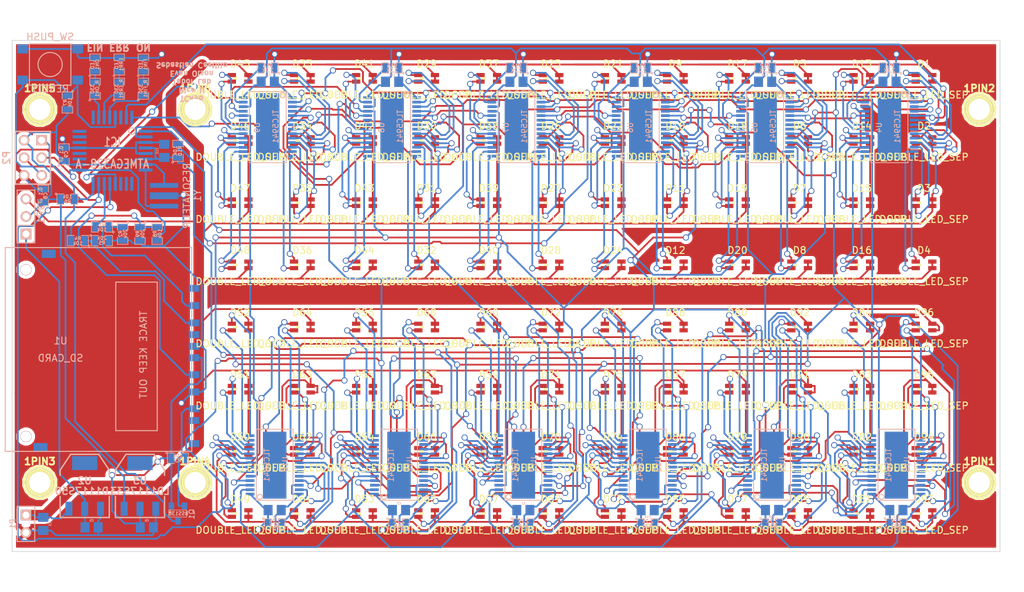
<source format=kicad_pcb>
(kicad_pcb (version 3) (host pcbnew "(2013-07-07 BZR 4022)-stable")
  (layers (15 F.Cu signal) (0 B.Cu signal) (18 B.Paste user) (19 F.Paste user) (20 B.SilkS user) (21 F.SilkS user) (22 B.Mask user) (23 F.Mask user) (28 Edge.Cuts user))
  (net 0 "")
  (net 1 /ERR)
  (net 2 /FIN)
  (net 3 /MISO)
  (net 4 /MOSI)
  (net 5 /ON)
  (net 6 /RST)
  (net 7 /SCK)
  (net 8 /SD_CS)
  (net 9 /SD_DataIn)
  (net 10 /SD_DataOut)
  (net 11 /SD_SCLK)
  (net 12 /SS)
  (net 13 /VSD)
  (net 14 /tlcs_1-6/BLANK)
  (net 15 /tlcs_1-6/GSCLK)
  (net 16 /tlcs_1-6/MODE)
  (net 17 /tlcs_1-6/SCLK)
  (net 18 /tlcs_1-6/SIN)
  (net 19 /tlcs_1-6/VCC)
  (net 20 /tlcs_1-6/VIN)
  (net 21 /tlcs_1-6/XLAT)
  (net 22 /tlcs_7-12/SIN)
  (net 23 GND)
  (net 24 N-00000100)
  (net 25 N-00000101)
  (net 26 N-00000102)
  (net 27 N-00000103)
  (net 28 N-00000104)
  (net 29 N-00000105)
  (net 30 N-00000106)
  (net 31 N-00000107)
  (net 32 N-00000108)
  (net 33 N-00000109)
  (net 34 N-00000110)
  (net 35 N-00000112)
  (net 36 N-00000113)
  (net 37 N-00000114)
  (net 38 N-00000115)
  (net 39 N-00000116)
  (net 40 N-00000117)
  (net 41 N-00000118)
  (net 42 N-00000119)
  (net 43 N-00000120)
  (net 44 N-00000121)
  (net 45 N-00000122)
  (net 46 N-00000123)
  (net 47 N-00000124)
  (net 48 N-00000125)
  (net 49 N-00000126)
  (net 50 N-00000128)
  (net 51 N-00000129)
  (net 52 N-00000130)
  (net 53 N-00000131)
  (net 54 N-00000132)
  (net 55 N-00000133)
  (net 56 N-00000134)
  (net 57 N-00000135)
  (net 58 N-00000136)
  (net 59 N-00000137)
  (net 60 N-00000138)
  (net 61 N-00000139)
  (net 62 N-00000140)
  (net 63 N-00000141)
  (net 64 N-00000142)
  (net 65 N-00000143)
  (net 66 N-00000144)
  (net 67 N-00000146)
  (net 68 N-00000147)
  (net 69 N-00000148)
  (net 70 N-00000149)
  (net 71 N-00000150)
  (net 72 N-00000151)
  (net 73 N-00000152)
  (net 74 N-00000153)
  (net 75 N-00000154)
  (net 76 N-00000155)
  (net 77 N-00000156)
  (net 78 N-00000157)
  (net 79 N-00000158)
  (net 80 N-00000159)
  (net 81 N-0000016)
  (net 82 N-00000160)
  (net 83 N-00000161)
  (net 84 N-00000162)
  (net 85 N-00000163)
  (net 86 N-00000164)
  (net 87 N-00000165)
  (net 88 N-00000166)
  (net 89 N-00000167)
  (net 90 N-00000168)
  (net 91 N-00000169)
  (net 92 N-00000170)
  (net 93 N-00000171)
  (net 94 N-00000172)
  (net 95 N-00000173)
  (net 96 N-00000174)
  (net 97 N-00000175)
  (net 98 N-00000176)
  (net 99 N-00000177)
  (net 100 N-00000178)
  (net 101 N-00000179)
  (net 102 N-00000180)
  (net 103 N-00000182)
  (net 104 N-00000183)
  (net 105 N-00000184)
  (net 106 N-00000185)
  (net 107 N-00000188)
  (net 108 N-00000189)
  (net 109 N-00000190)
  (net 110 N-00000191)
  (net 111 N-00000192)
  (net 112 N-00000193)
  (net 113 N-00000194)
  (net 114 N-00000195)
  (net 115 N-00000196)
  (net 116 N-00000197)
  (net 117 N-00000198)
  (net 118 N-00000199)
  (net 119 N-0000020)
  (net 120 N-00000200)
  (net 121 N-00000201)
  (net 122 N-00000202)
  (net 123 N-00000203)
  (net 124 N-00000204)
  (net 125 N-00000205)
  (net 126 N-00000206)
  (net 127 N-00000207)
  (net 128 N-00000208)
  (net 129 N-00000209)
  (net 130 N-0000021)
  (net 131 N-00000210)
  (net 132 N-00000211)
  (net 133 N-00000212)
  (net 134 N-00000213)
  (net 135 N-00000214)
  (net 136 N-00000215)
  (net 137 N-00000216)
  (net 138 N-00000217)
  (net 139 N-00000218)
  (net 140 N-00000219)
  (net 141 N-0000022)
  (net 142 N-00000220)
  (net 143 N-00000221)
  (net 144 N-00000222)
  (net 145 N-00000223)
  (net 146 N-00000225)
  (net 147 N-00000226)
  (net 148 N-00000227)
  (net 149 N-00000228)
  (net 150 N-00000229)
  (net 151 N-0000023)
  (net 152 N-00000230)
  (net 153 N-00000231)
  (net 154 N-00000232)
  (net 155 N-00000233)
  (net 156 N-00000234)
  (net 157 N-00000235)
  (net 158 N-00000236)
  (net 159 N-00000237)
  (net 160 N-00000239)
  (net 161 N-00000240)
  (net 162 N-00000241)
  (net 163 N-00000242)
  (net 164 N-00000243)
  (net 165 N-00000244)
  (net 166 N-00000245)
  (net 167 N-00000246)
  (net 168 N-00000247)
  (net 169 N-00000248)
  (net 170 N-00000249)
  (net 171 N-00000250)
  (net 172 N-00000251)
  (net 173 N-00000252)
  (net 174 N-00000253)
  (net 175 N-00000254)
  (net 176 N-00000255)
  (net 177 N-00000256)
  (net 178 N-00000258)
  (net 179 N-00000259)
  (net 180 N-00000260)
  (net 181 N-00000261)
  (net 182 N-00000262)
  (net 183 N-00000263)
  (net 184 N-00000264)
  (net 185 N-00000265)
  (net 186 N-00000266)
  (net 187 N-00000267)
  (net 188 N-00000268)
  (net 189 N-0000037)
  (net 190 N-0000043)
  (net 191 N-0000044)
  (net 192 N-0000045)
  (net 193 N-0000046)
  (net 194 N-0000047)
  (net 195 N-0000048)
  (net 196 N-0000049)
  (net 197 N-0000050)
  (net 198 N-0000051)
  (net 199 N-0000052)
  (net 200 N-0000053)
  (net 201 N-0000054)
  (net 202 N-0000055)
  (net 203 N-0000056)
  (net 204 N-0000057)
  (net 205 N-0000058)
  (net 206 N-0000059)
  (net 207 N-0000060)
  (net 208 N-0000061)
  (net 209 N-0000062)
  (net 210 N-0000063)
  (net 211 N-0000064)
  (net 212 N-0000065)
  (net 213 N-0000066)
  (net 214 N-0000067)
  (net 215 N-0000068)
  (net 216 N-0000070)
  (net 217 N-0000071)
  (net 218 N-0000072)
  (net 219 N-0000073)
  (net 220 N-0000076)
  (net 221 N-0000077)
  (net 222 N-0000078)
  (net 223 N-0000079)
  (net 224 N-0000080)
  (net 225 N-0000081)
  (net 226 N-0000082)
  (net 227 N-0000083)
  (net 228 N-0000084)
  (net 229 N-0000085)
  (net 230 N-0000086)
  (net 231 N-0000087)
  (net 232 N-0000088)
  (net 233 N-0000089)
  (net 234 N-0000090)
  (net 235 N-0000091)
  (net 236 N-0000092)
  (net 237 N-0000093)
  (net 238 N-0000094)
  (net 239 N-0000095)
  (net 240 N-0000096)
  (net 241 N-0000097)
  (net 242 N-0000098)
  (net 243 N-0000099)
  (module SMD_0805_4PIN (layer F.Cu) (at 199 100)
    (fp_text reference D1 (at 0 -2.1) (layer F.SilkS))
    (fp_text value DOUBLE_LED_SEP (at 0 2.4) (layer F.SilkS))
    (pad 1 smd rect (at 1.2 -0.475) (size 1.2 0.6) (layers F.Cu F.Paste F.Mask) (net 20 /tlcs_1-6/VIN))
    (pad 4 smd rect (at 1.2 0.475) (size 1.2 0.6) (layers F.Cu F.Paste F.Mask) (net 20 /tlcs_1-6/VIN))
    (pad 3 smd rect (at -1.2 0.475) (size 1.2 0.6) (layers F.Cu F.Paste F.Mask) (net 57 N-00000135))
    (pad 2 smd rect (at -1.2 -0.475) (size 1.2 0.6) (layers F.Cu F.Paste F.Mask) (net 58 N-00000136))
  )
  (module TQFP32_FIXED (layer B.Cu) (at 81.5 110.5 180)
    (fp_text reference IC1 (at 0 1.27 180) (layer B.SilkS) (effects (font (size 1.27 1.016) (thickness 0.2032)) (justify mirror)))
    (fp_text value ATMEGA328-A (at 0 -1.905 180) (layer B.SilkS) (effects (font (size 1.27 1.016) (thickness 0.2032)) (justify mirror)))
    (pad 8 smd rect (at -4.81584 -2.77622 180) (size 1.99898 0.44958) (layers B.Cu B.Paste B.Mask) (net 81 N-0000016))
    (pad 7 smd rect (at -4.81584 -1.97612 180) (size 1.99898 0.44958) (layers B.Cu B.Paste B.Mask) (net 119 N-0000020))
    (pad 6 smd rect (at -4.81584 -1.17602 180) (size 1.99898 0.44958) (layers B.Cu B.Paste B.Mask) (net 19 /tlcs_1-6/VCC))
    (pad 5 smd rect (at -4.81584 -0.37592 180) (size 1.99898 0.44958) (layers B.Cu B.Paste B.Mask) (net 23 GND))
    (pad 4 smd rect (at -4.81584 0.42418 180) (size 1.99898 0.44958) (layers B.Cu B.Paste B.Mask) (net 19 /tlcs_1-6/VCC))
    (pad 3 smd rect (at -4.81584 1.22428 180) (size 1.99898 0.44958) (layers B.Cu B.Paste B.Mask) (net 23 GND))
    (pad 2 smd rect (at -4.81584 2.02438 180) (size 1.99898 0.44958) (layers B.Cu B.Paste B.Mask) (net 17 /tlcs_1-6/SCLK))
    (pad 1 smd rect (at -4.81584 2.82448 180) (size 1.99898 0.44958) (layers B.Cu B.Paste B.Mask) (net 14 /tlcs_1-6/BLANK))
    (pad 24 smd rect (at 4.7498 2.8194 180) (size 1.99898 0.44958) (layers B.Cu B.Paste B.Mask))
    (pad 17 smd rect (at 4.7498 -2.794 180) (size 1.99898 0.44958) (layers B.Cu B.Paste B.Mask) (net 7 /SCK))
    (pad 18 smd rect (at 4.7498 -1.9812 180) (size 1.99898 0.44958) (layers B.Cu B.Paste B.Mask) (net 19 /tlcs_1-6/VCC))
    (pad 19 smd rect (at 4.7498 -1.1684 180) (size 1.99898 0.44958) (layers B.Cu B.Paste B.Mask))
    (pad 20 smd rect (at 4.7498 -0.381 180) (size 1.99898 0.44958) (layers B.Cu B.Paste B.Mask))
    (pad 21 smd rect (at 4.7498 0.4318 180) (size 1.99898 0.44958) (layers B.Cu B.Paste B.Mask) (net 23 GND))
    (pad 22 smd rect (at 4.7498 1.2192 180) (size 1.99898 0.44958) (layers B.Cu B.Paste B.Mask))
    (pad 23 smd rect (at 4.7498 2.032 180) (size 1.99898 0.44958) (layers B.Cu B.Paste B.Mask))
    (pad 32 smd rect (at -2.82448 4.826 180) (size 0.44958 1.99898) (layers B.Cu B.Paste B.Mask) (net 16 /tlcs_1-6/MODE))
    (pad 31 smd rect (at -2.02692 4.826 180) (size 0.44958 1.99898) (layers B.Cu B.Paste B.Mask) (net 18 /tlcs_1-6/SIN))
    (pad 30 smd rect (at -1.22428 4.826 180) (size 0.44958 1.99898) (layers B.Cu B.Paste B.Mask))
    (pad 29 smd rect (at -0.42672 4.826 180) (size 0.44958 1.99898) (layers B.Cu B.Paste B.Mask) (net 6 /RST))
    (pad 28 smd rect (at 0.37592 4.826 180) (size 0.44958 1.99898) (layers B.Cu B.Paste B.Mask) (net 2 /FIN))
    (pad 27 smd rect (at 1.17348 4.826 180) (size 0.44958 1.99898) (layers B.Cu B.Paste B.Mask) (net 1 /ERR))
    (pad 26 smd rect (at 1.97612 4.826 180) (size 0.44958 1.99898) (layers B.Cu B.Paste B.Mask) (net 5 /ON))
    (pad 25 smd rect (at 2.77368 4.826 180) (size 0.44958 1.99898) (layers B.Cu B.Paste B.Mask))
    (pad 9 smd rect (at -2.8194 -4.7752 180) (size 0.44958 1.99898) (layers B.Cu B.Paste B.Mask))
    (pad 10 smd rect (at -2.032 -4.7752 180) (size 0.44958 1.99898) (layers B.Cu B.Paste B.Mask))
    (pad 11 smd rect (at -1.2192 -4.7752 180) (size 0.44958 1.99898) (layers B.Cu B.Paste B.Mask))
    (pad 12 smd rect (at -0.4318 -4.7752 180) (size 0.44958 1.99898) (layers B.Cu B.Paste B.Mask) (net 15 /tlcs_1-6/GSCLK))
    (pad 13 smd rect (at 0.3556 -4.7752 180) (size 0.44958 1.99898) (layers B.Cu B.Paste B.Mask) (net 21 /tlcs_1-6/XLAT))
    (pad 14 smd rect (at 1.1684 -4.7752 180) (size 0.44958 1.99898) (layers B.Cu B.Paste B.Mask) (net 12 /SS))
    (pad 15 smd rect (at 1.9812 -4.7752 180) (size 0.44958 1.99898) (layers B.Cu B.Paste B.Mask) (net 4 /MOSI))
    (pad 16 smd rect (at 2.794 -4.7752 180) (size 0.44958 1.99898) (layers B.Cu B.Paste B.Mask) (net 3 /MISO))
  )
  (module TLC5940_FIXED (layer B.Cu) (at 177 156 90)
    (fp_text reference U14 (at 0.127 1.524 90) (layer B.SilkS) (effects (font (size 0.762 0.762) (thickness 0.127)) (justify mirror)))
    (fp_text value TLC5941 (at 0 -1.143 90) (layer B.SilkS) (effects (font (size 0.762 0.762) (thickness 0.127)) (justify mirror)))
    (pad 1 smd rect (at -4.191 -3.556 90) (size 0.4064 1.27) (layers B.Cu B.Paste B.Mask) (net 23 GND))
    (pad 2 smd rect (at -3.556 -3.556 90) (size 0.4064 1.27) (layers B.Cu B.Paste B.Mask) (net 14 /tlcs_1-6/BLANK))
    (pad 3 smd rect (at -2.8956 -3.556 90) (size 0.4064 1.27) (layers B.Cu B.Paste B.Mask) (net 21 /tlcs_1-6/XLAT))
    (pad 4 smd rect (at -2.2352 -3.556 90) (size 0.4064 1.27) (layers B.Cu B.Paste B.Mask) (net 17 /tlcs_1-6/SCLK))
    (pad 5 smd rect (at -1.6002 -3.556 90) (size 0.4064 1.27) (layers B.Cu B.Paste B.Mask) (net 104 N-00000183))
    (pad 6 smd rect (at -0.9398 -3.556 90) (size 0.4064 1.27) (layers B.Cu B.Paste B.Mask) (net 16 /tlcs_1-6/MODE))
    (pad 7 smd rect (at -0.2794 -3.556 90) (size 0.4064 1.27) (layers B.Cu B.Paste B.Mask) (net 85 N-00000163))
    (pad 8 smd rect (at 0.3556 -3.556 90) (size 0.4064 1.27) (layers B.Cu B.Paste B.Mask) (net 84 N-00000162))
    (pad 9 smd rect (at 1.016 -3.556 90) (size 0.4064 1.27) (layers B.Cu B.Paste B.Mask) (net 83 N-00000161))
    (pad 10 smd rect (at 1.651 -3.556 90) (size 0.4064 1.27) (layers B.Cu B.Paste B.Mask) (net 82 N-00000160))
    (pad 11 smd rect (at 2.3114 -3.556 90) (size 0.4064 1.27) (layers B.Cu B.Paste B.Mask) (net 80 N-00000159))
    (pad 12 smd rect (at 2.9718 -3.556 90) (size 0.4064 1.27) (layers B.Cu B.Paste B.Mask) (net 79 N-00000158))
    (pad 13 smd rect (at 3.6068 -3.556 90) (size 0.4064 1.27) (layers B.Cu B.Paste B.Mask) (net 78 N-00000157))
    (pad 14 smd rect (at 4.2672 -3.556 90) (size 0.4064 1.27) (layers B.Cu B.Paste B.Mask) (net 77 N-00000156))
    (pad 15 smd rect (at 4.2672 3.556 90) (size 0.4064 1.27) (layers B.Cu B.Paste B.Mask) (net 87 N-00000165))
    (pad 16 smd rect (at 3.6068 3.556 90) (size 0.4064 1.27) (layers B.Cu B.Paste B.Mask) (net 88 N-00000166))
    (pad 17 smd rect (at 2.9972 3.556 90) (size 0.4064 1.27) (layers B.Cu B.Paste B.Mask) (net 89 N-00000167))
    (pad 18 smd rect (at 2.3114 3.556 90) (size 0.4064 1.27) (layers B.Cu B.Paste B.Mask) (net 90 N-00000168))
    (pad 19 smd rect (at 1.651 3.556 90) (size 0.4064 1.27) (layers B.Cu B.Paste B.Mask) (net 91 N-00000169))
    (pad 20 smd rect (at 1.016 3.556 90) (size 0.4064 1.27) (layers B.Cu B.Paste B.Mask) (net 92 N-00000170))
    (pad 21 smd rect (at 0.3556 3.556 90) (size 0.4064 1.27) (layers B.Cu B.Paste B.Mask) (net 93 N-00000171))
    (pad 22 smd rect (at -0.2794 3.556 90) (size 0.4064 1.27) (layers B.Cu B.Paste B.Mask) (net 94 N-00000172))
    (pad 23 smd rect (at -0.9398 3.556 90) (size 0.4064 1.27) (layers B.Cu B.Paste B.Mask))
    (pad 24 smd rect (at -1.6002 3.556 90) (size 0.4064 1.27) (layers B.Cu B.Paste B.Mask) (net 106 N-00000185))
    (pad 25 smd rect (at -2.2352 3.556 90) (size 0.4064 1.27) (layers B.Cu B.Paste B.Mask) (net 15 /tlcs_1-6/GSCLK))
    (pad 26 smd rect (at -2.8956 3.556 90) (size 0.4064 1.27) (layers B.Cu B.Paste B.Mask) (net 19 /tlcs_1-6/VCC))
    (pad 27 smd rect (at -3.556 3.556 90) (size 0.4064 1.27) (layers B.Cu B.Paste B.Mask) (net 107 N-00000188))
    (pad 28 smd rect (at -4.191 3.556 90) (size 0.4064 1.27) (layers B.Cu B.Paste B.Mask) (net 19 /tlcs_1-6/VCC))
    (pad GND smd rect (at 0 0 90) (size 9.7 3.4) (layers B.Cu B.Paste B.Mask))
  )
  (module TLC5940_FIXED (layer B.Cu) (at 141 156 90)
    (fp_text reference U12 (at 0.127 1.524 90) (layer B.SilkS) (effects (font (size 0.762 0.762) (thickness 0.127)) (justify mirror)))
    (fp_text value TLC5941 (at 0 -1.143 90) (layer B.SilkS) (effects (font (size 0.762 0.762) (thickness 0.127)) (justify mirror)))
    (pad 1 smd rect (at -4.191 -3.556 90) (size 0.4064 1.27) (layers B.Cu B.Paste B.Mask) (net 23 GND))
    (pad 2 smd rect (at -3.556 -3.556 90) (size 0.4064 1.27) (layers B.Cu B.Paste B.Mask) (net 14 /tlcs_1-6/BLANK))
    (pad 3 smd rect (at -2.8956 -3.556 90) (size 0.4064 1.27) (layers B.Cu B.Paste B.Mask) (net 21 /tlcs_1-6/XLAT))
    (pad 4 smd rect (at -2.2352 -3.556 90) (size 0.4064 1.27) (layers B.Cu B.Paste B.Mask) (net 17 /tlcs_1-6/SCLK))
    (pad 5 smd rect (at -1.6002 -3.556 90) (size 0.4064 1.27) (layers B.Cu B.Paste B.Mask) (net 187 N-00000267))
    (pad 6 smd rect (at -0.9398 -3.556 90) (size 0.4064 1.27) (layers B.Cu B.Paste B.Mask) (net 16 /tlcs_1-6/MODE))
    (pad 7 smd rect (at -0.2794 -3.556 90) (size 0.4064 1.27) (layers B.Cu B.Paste B.Mask) (net 149 N-00000228))
    (pad 8 smd rect (at 0.3556 -3.556 90) (size 0.4064 1.27) (layers B.Cu B.Paste B.Mask) (net 150 N-00000229))
    (pad 9 smd rect (at 1.016 -3.556 90) (size 0.4064 1.27) (layers B.Cu B.Paste B.Mask) (net 152 N-00000230))
    (pad 10 smd rect (at 1.651 -3.556 90) (size 0.4064 1.27) (layers B.Cu B.Paste B.Mask) (net 153 N-00000231))
    (pad 11 smd rect (at 2.3114 -3.556 90) (size 0.4064 1.27) (layers B.Cu B.Paste B.Mask) (net 155 N-00000233))
    (pad 12 smd rect (at 2.9718 -3.556 90) (size 0.4064 1.27) (layers B.Cu B.Paste B.Mask) (net 157 N-00000235))
    (pad 13 smd rect (at 3.6068 -3.556 90) (size 0.4064 1.27) (layers B.Cu B.Paste B.Mask) (net 159 N-00000237))
    (pad 14 smd rect (at 4.2672 -3.556 90) (size 0.4064 1.27) (layers B.Cu B.Paste B.Mask) (net 160 N-00000239))
    (pad 15 smd rect (at 4.2672 3.556 90) (size 0.4064 1.27) (layers B.Cu B.Paste B.Mask) (net 162 N-00000241))
    (pad 16 smd rect (at 3.6068 3.556 90) (size 0.4064 1.27) (layers B.Cu B.Paste B.Mask) (net 163 N-00000242))
    (pad 17 smd rect (at 2.9972 3.556 90) (size 0.4064 1.27) (layers B.Cu B.Paste B.Mask) (net 164 N-00000243))
    (pad 18 smd rect (at 2.3114 3.556 90) (size 0.4064 1.27) (layers B.Cu B.Paste B.Mask) (net 166 N-00000245))
    (pad 19 smd rect (at 1.651 3.556 90) (size 0.4064 1.27) (layers B.Cu B.Paste B.Mask) (net 167 N-00000246))
    (pad 20 smd rect (at 1.016 3.556 90) (size 0.4064 1.27) (layers B.Cu B.Paste B.Mask) (net 154 N-00000232))
    (pad 21 smd rect (at 0.3556 3.556 90) (size 0.4064 1.27) (layers B.Cu B.Paste B.Mask) (net 156 N-00000234))
    (pad 22 smd rect (at -0.2794 3.556 90) (size 0.4064 1.27) (layers B.Cu B.Paste B.Mask) (net 158 N-00000236))
    (pad 23 smd rect (at -0.9398 3.556 90) (size 0.4064 1.27) (layers B.Cu B.Paste B.Mask))
    (pad 24 smd rect (at -1.6002 3.556 90) (size 0.4064 1.27) (layers B.Cu B.Paste B.Mask) (net 105 N-00000184))
    (pad 25 smd rect (at -2.2352 3.556 90) (size 0.4064 1.27) (layers B.Cu B.Paste B.Mask) (net 15 /tlcs_1-6/GSCLK))
    (pad 26 smd rect (at -2.8956 3.556 90) (size 0.4064 1.27) (layers B.Cu B.Paste B.Mask) (net 19 /tlcs_1-6/VCC))
    (pad 27 smd rect (at -3.556 3.556 90) (size 0.4064 1.27) (layers B.Cu B.Paste B.Mask) (net 165 N-00000244))
    (pad 28 smd rect (at -4.191 3.556 90) (size 0.4064 1.27) (layers B.Cu B.Paste B.Mask) (net 19 /tlcs_1-6/VCC))
    (pad GND smd rect (at 0 0 90) (size 9.7 3.4) (layers B.Cu B.Paste B.Mask))
  )
  (module TLC5940_FIXED (layer B.Cu) (at 123 156 90)
    (fp_text reference U11 (at 0.127 1.524 90) (layer B.SilkS) (effects (font (size 0.762 0.762) (thickness 0.127)) (justify mirror)))
    (fp_text value TLC5941 (at 0 -1.143 90) (layer B.SilkS) (effects (font (size 0.762 0.762) (thickness 0.127)) (justify mirror)))
    (pad 1 smd rect (at -4.191 -3.556 90) (size 0.4064 1.27) (layers B.Cu B.Paste B.Mask) (net 23 GND))
    (pad 2 smd rect (at -3.556 -3.556 90) (size 0.4064 1.27) (layers B.Cu B.Paste B.Mask) (net 14 /tlcs_1-6/BLANK))
    (pad 3 smd rect (at -2.8956 -3.556 90) (size 0.4064 1.27) (layers B.Cu B.Paste B.Mask) (net 21 /tlcs_1-6/XLAT))
    (pad 4 smd rect (at -2.2352 -3.556 90) (size 0.4064 1.27) (layers B.Cu B.Paste B.Mask) (net 17 /tlcs_1-6/SCLK))
    (pad 5 smd rect (at -1.6002 -3.556 90) (size 0.4064 1.27) (layers B.Cu B.Paste B.Mask) (net 135 N-00000214))
    (pad 6 smd rect (at -0.9398 -3.556 90) (size 0.4064 1.27) (layers B.Cu B.Paste B.Mask) (net 16 /tlcs_1-6/MODE))
    (pad 7 smd rect (at -0.2794 -3.556 90) (size 0.4064 1.27) (layers B.Cu B.Paste B.Mask) (net 136 N-00000215))
    (pad 8 smd rect (at 0.3556 -3.556 90) (size 0.4064 1.27) (layers B.Cu B.Paste B.Mask) (net 137 N-00000216))
    (pad 9 smd rect (at 1.016 -3.556 90) (size 0.4064 1.27) (layers B.Cu B.Paste B.Mask) (net 138 N-00000217))
    (pad 10 smd rect (at 1.651 -3.556 90) (size 0.4064 1.27) (layers B.Cu B.Paste B.Mask) (net 134 N-00000213))
    (pad 11 smd rect (at 2.3114 -3.556 90) (size 0.4064 1.27) (layers B.Cu B.Paste B.Mask) (net 140 N-00000219))
    (pad 12 smd rect (at 2.9718 -3.556 90) (size 0.4064 1.27) (layers B.Cu B.Paste B.Mask) (net 143 N-00000221))
    (pad 13 smd rect (at 3.6068 -3.556 90) (size 0.4064 1.27) (layers B.Cu B.Paste B.Mask) (net 145 N-00000223))
    (pad 14 smd rect (at 4.2672 -3.556 90) (size 0.4064 1.27) (layers B.Cu B.Paste B.Mask) (net 146 N-00000225))
    (pad 15 smd rect (at 4.2672 3.556 90) (size 0.4064 1.27) (layers B.Cu B.Paste B.Mask) (net 147 N-00000226))
    (pad 16 smd rect (at 3.6068 3.556 90) (size 0.4064 1.27) (layers B.Cu B.Paste B.Mask) (net 148 N-00000227))
    (pad 17 smd rect (at 2.9972 3.556 90) (size 0.4064 1.27) (layers B.Cu B.Paste B.Mask) (net 161 N-00000240))
    (pad 18 smd rect (at 2.3114 3.556 90) (size 0.4064 1.27) (layers B.Cu B.Paste B.Mask) (net 184 N-00000264))
    (pad 19 smd rect (at 1.651 3.556 90) (size 0.4064 1.27) (layers B.Cu B.Paste B.Mask) (net 185 N-00000265))
    (pad 20 smd rect (at 1.016 3.556 90) (size 0.4064 1.27) (layers B.Cu B.Paste B.Mask) (net 139 N-00000218))
    (pad 21 smd rect (at 0.3556 3.556 90) (size 0.4064 1.27) (layers B.Cu B.Paste B.Mask) (net 142 N-00000220))
    (pad 22 smd rect (at -0.2794 3.556 90) (size 0.4064 1.27) (layers B.Cu B.Paste B.Mask) (net 144 N-00000222))
    (pad 23 smd rect (at -0.9398 3.556 90) (size 0.4064 1.27) (layers B.Cu B.Paste B.Mask))
    (pad 24 smd rect (at -1.6002 3.556 90) (size 0.4064 1.27) (layers B.Cu B.Paste B.Mask) (net 187 N-00000267))
    (pad 25 smd rect (at -2.2352 3.556 90) (size 0.4064 1.27) (layers B.Cu B.Paste B.Mask) (net 15 /tlcs_1-6/GSCLK))
    (pad 26 smd rect (at -2.8956 3.556 90) (size 0.4064 1.27) (layers B.Cu B.Paste B.Mask) (net 19 /tlcs_1-6/VCC))
    (pad 27 smd rect (at -3.556 3.556 90) (size 0.4064 1.27) (layers B.Cu B.Paste B.Mask) (net 186 N-00000266))
    (pad 28 smd rect (at -4.191 3.556 90) (size 0.4064 1.27) (layers B.Cu B.Paste B.Mask) (net 19 /tlcs_1-6/VCC))
    (pad GND smd rect (at 0 0 90) (size 9.7 3.4) (layers B.Cu B.Paste B.Mask))
  )
  (module TLC5940_FIXED (layer B.Cu) (at 158 107 270)
    (fp_text reference U6 (at 0.127 1.524 270) (layer B.SilkS) (effects (font (size 0.762 0.762) (thickness 0.127)) (justify mirror)))
    (fp_text value TLC5941 (at 0 -1.143 270) (layer B.SilkS) (effects (font (size 0.762 0.762) (thickness 0.127)) (justify mirror)))
    (pad 1 smd rect (at -4.191 -3.556 270) (size 0.4064 1.27) (layers B.Cu B.Paste B.Mask) (net 23 GND))
    (pad 2 smd rect (at -3.556 -3.556 270) (size 0.4064 1.27) (layers B.Cu B.Paste B.Mask) (net 14 /tlcs_1-6/BLANK))
    (pad 3 smd rect (at -2.8956 -3.556 270) (size 0.4064 1.27) (layers B.Cu B.Paste B.Mask) (net 21 /tlcs_1-6/XLAT))
    (pad 4 smd rect (at -2.2352 -3.556 270) (size 0.4064 1.27) (layers B.Cu B.Paste B.Mask) (net 17 /tlcs_1-6/SCLK))
    (pad 5 smd rect (at -1.6002 -3.556 270) (size 0.4064 1.27) (layers B.Cu B.Paste B.Mask) (net 39 N-00000116))
    (pad 6 smd rect (at -0.9398 -3.556 270) (size 0.4064 1.27) (layers B.Cu B.Paste B.Mask) (net 16 /tlcs_1-6/MODE))
    (pad 7 smd rect (at -0.2794 -3.556 270) (size 0.4064 1.27) (layers B.Cu B.Paste B.Mask) (net 40 N-00000117))
    (pad 8 smd rect (at 0.3556 -3.556 270) (size 0.4064 1.27) (layers B.Cu B.Paste B.Mask) (net 41 N-00000118))
    (pad 9 smd rect (at 1.016 -3.556 270) (size 0.4064 1.27) (layers B.Cu B.Paste B.Mask) (net 42 N-00000119))
    (pad 10 smd rect (at 1.651 -3.556 270) (size 0.4064 1.27) (layers B.Cu B.Paste B.Mask) (net 43 N-00000120))
    (pad 11 smd rect (at 2.3114 -3.556 270) (size 0.4064 1.27) (layers B.Cu B.Paste B.Mask) (net 45 N-00000122))
    (pad 12 smd rect (at 2.9718 -3.556 270) (size 0.4064 1.27) (layers B.Cu B.Paste B.Mask) (net 47 N-00000124))
    (pad 13 smd rect (at 3.6068 -3.556 270) (size 0.4064 1.27) (layers B.Cu B.Paste B.Mask) (net 49 N-00000126))
    (pad 14 smd rect (at 4.2672 -3.556 270) (size 0.4064 1.27) (layers B.Cu B.Paste B.Mask) (net 38 N-00000115))
    (pad 15 smd rect (at 4.2672 3.556 270) (size 0.4064 1.27) (layers B.Cu B.Paste B.Mask) (net 50 N-00000128))
    (pad 16 smd rect (at 3.6068 3.556 270) (size 0.4064 1.27) (layers B.Cu B.Paste B.Mask) (net 51 N-00000129))
    (pad 17 smd rect (at 2.9972 3.556 270) (size 0.4064 1.27) (layers B.Cu B.Paste B.Mask) (net 52 N-00000130))
    (pad 18 smd rect (at 2.3114 3.556 270) (size 0.4064 1.27) (layers B.Cu B.Paste B.Mask) (net 54 N-00000132))
    (pad 19 smd rect (at 1.651 3.556 270) (size 0.4064 1.27) (layers B.Cu B.Paste B.Mask) (net 55 N-00000133))
    (pad 20 smd rect (at 1.016 3.556 270) (size 0.4064 1.27) (layers B.Cu B.Paste B.Mask) (net 44 N-00000121))
    (pad 21 smd rect (at 0.3556 3.556 270) (size 0.4064 1.27) (layers B.Cu B.Paste B.Mask) (net 46 N-00000123))
    (pad 22 smd rect (at -0.2794 3.556 270) (size 0.4064 1.27) (layers B.Cu B.Paste B.Mask) (net 48 N-00000125))
    (pad 23 smd rect (at -0.9398 3.556 270) (size 0.4064 1.27) (layers B.Cu B.Paste B.Mask))
    (pad 24 smd rect (at -1.6002 3.556 270) (size 0.4064 1.27) (layers B.Cu B.Paste B.Mask) (net 218 N-0000072))
    (pad 25 smd rect (at -2.2352 3.556 270) (size 0.4064 1.27) (layers B.Cu B.Paste B.Mask) (net 15 /tlcs_1-6/GSCLK))
    (pad 26 smd rect (at -2.8956 3.556 270) (size 0.4064 1.27) (layers B.Cu B.Paste B.Mask) (net 19 /tlcs_1-6/VCC))
    (pad 27 smd rect (at -3.556 3.556 270) (size 0.4064 1.27) (layers B.Cu B.Paste B.Mask) (net 53 N-00000131))
    (pad 28 smd rect (at -4.191 3.556 270) (size 0.4064 1.27) (layers B.Cu B.Paste B.Mask) (net 19 /tlcs_1-6/VCC))
    (pad GND smd rect (at 0 0 270) (size 9.7 3.4) (layers B.Cu B.Paste B.Mask))
  )
  (module TLC5940_FIXED (layer B.Cu) (at 105 156 90)
    (fp_text reference U10 (at 0.127 1.524 90) (layer B.SilkS) (effects (font (size 0.762 0.762) (thickness 0.127)) (justify mirror)))
    (fp_text value TLC5941 (at 0 -1.143 90) (layer B.SilkS) (effects (font (size 0.762 0.762) (thickness 0.127)) (justify mirror)))
    (pad 1 smd rect (at -4.191 -3.556 90) (size 0.4064 1.27) (layers B.Cu B.Paste B.Mask) (net 23 GND))
    (pad 2 smd rect (at -3.556 -3.556 90) (size 0.4064 1.27) (layers B.Cu B.Paste B.Mask) (net 14 /tlcs_1-6/BLANK))
    (pad 3 smd rect (at -2.8956 -3.556 90) (size 0.4064 1.27) (layers B.Cu B.Paste B.Mask) (net 21 /tlcs_1-6/XLAT))
    (pad 4 smd rect (at -2.2352 -3.556 90) (size 0.4064 1.27) (layers B.Cu B.Paste B.Mask) (net 17 /tlcs_1-6/SCLK))
    (pad 5 smd rect (at -1.6002 -3.556 90) (size 0.4064 1.27) (layers B.Cu B.Paste B.Mask) (net 22 /tlcs_7-12/SIN))
    (pad 6 smd rect (at -0.9398 -3.556 90) (size 0.4064 1.27) (layers B.Cu B.Paste B.Mask) (net 16 /tlcs_1-6/MODE))
    (pad 7 smd rect (at -0.2794 -3.556 90) (size 0.4064 1.27) (layers B.Cu B.Paste B.Mask) (net 168 N-00000247))
    (pad 8 smd rect (at 0.3556 -3.556 90) (size 0.4064 1.27) (layers B.Cu B.Paste B.Mask) (net 169 N-00000248))
    (pad 9 smd rect (at 1.016 -3.556 90) (size 0.4064 1.27) (layers B.Cu B.Paste B.Mask) (net 170 N-00000249))
    (pad 10 smd rect (at 1.651 -3.556 90) (size 0.4064 1.27) (layers B.Cu B.Paste B.Mask) (net 171 N-00000250))
    (pad 11 smd rect (at 2.3114 -3.556 90) (size 0.4064 1.27) (layers B.Cu B.Paste B.Mask) (net 173 N-00000252))
    (pad 12 smd rect (at 2.9718 -3.556 90) (size 0.4064 1.27) (layers B.Cu B.Paste B.Mask) (net 175 N-00000254))
    (pad 13 smd rect (at 3.6068 -3.556 90) (size 0.4064 1.27) (layers B.Cu B.Paste B.Mask) (net 177 N-00000256))
    (pad 14 smd rect (at 4.2672 -3.556 90) (size 0.4064 1.27) (layers B.Cu B.Paste B.Mask) (net 178 N-00000258))
    (pad 15 smd rect (at 4.2672 3.556 90) (size 0.4064 1.27) (layers B.Cu B.Paste B.Mask) (net 179 N-00000259))
    (pad 16 smd rect (at 3.6068 3.556 90) (size 0.4064 1.27) (layers B.Cu B.Paste B.Mask) (net 180 N-00000260))
    (pad 17 smd rect (at 2.9972 3.556 90) (size 0.4064 1.27) (layers B.Cu B.Paste B.Mask) (net 181 N-00000261))
    (pad 18 smd rect (at 2.3114 3.556 90) (size 0.4064 1.27) (layers B.Cu B.Paste B.Mask) (net 182 N-00000262))
    (pad 19 smd rect (at 1.651 3.556 90) (size 0.4064 1.27) (layers B.Cu B.Paste B.Mask) (net 183 N-00000263))
    (pad 20 smd rect (at 1.016 3.556 90) (size 0.4064 1.27) (layers B.Cu B.Paste B.Mask) (net 172 N-00000251))
    (pad 21 smd rect (at 0.3556 3.556 90) (size 0.4064 1.27) (layers B.Cu B.Paste B.Mask) (net 174 N-00000253))
    (pad 22 smd rect (at -0.2794 3.556 90) (size 0.4064 1.27) (layers B.Cu B.Paste B.Mask) (net 176 N-00000255))
    (pad 23 smd rect (at -0.9398 3.556 90) (size 0.4064 1.27) (layers B.Cu B.Paste B.Mask))
    (pad 24 smd rect (at -1.6002 3.556 90) (size 0.4064 1.27) (layers B.Cu B.Paste B.Mask) (net 135 N-00000214))
    (pad 25 smd rect (at -2.2352 3.556 90) (size 0.4064 1.27) (layers B.Cu B.Paste B.Mask) (net 15 /tlcs_1-6/GSCLK))
    (pad 26 smd rect (at -2.8956 3.556 90) (size 0.4064 1.27) (layers B.Cu B.Paste B.Mask) (net 19 /tlcs_1-6/VCC))
    (pad 27 smd rect (at -3.556 3.556 90) (size 0.4064 1.27) (layers B.Cu B.Paste B.Mask) (net 188 N-00000268))
    (pad 28 smd rect (at -4.191 3.556 90) (size 0.4064 1.27) (layers B.Cu B.Paste B.Mask) (net 19 /tlcs_1-6/VCC))
    (pad GND smd rect (at 0 0 90) (size 9.7 3.4) (layers B.Cu B.Paste B.Mask))
  )
  (module TLC5940_FIXED (layer B.Cu) (at 195 156 90)
    (fp_text reference U15 (at 0.127 1.524 90) (layer B.SilkS) (effects (font (size 0.762 0.762) (thickness 0.127)) (justify mirror)))
    (fp_text value TLC5941 (at 0 -1.143 90) (layer B.SilkS) (effects (font (size 0.762 0.762) (thickness 0.127)) (justify mirror)))
    (pad 1 smd rect (at -4.191 -3.556 90) (size 0.4064 1.27) (layers B.Cu B.Paste B.Mask) (net 23 GND))
    (pad 2 smd rect (at -3.556 -3.556 90) (size 0.4064 1.27) (layers B.Cu B.Paste B.Mask) (net 14 /tlcs_1-6/BLANK))
    (pad 3 smd rect (at -2.8956 -3.556 90) (size 0.4064 1.27) (layers B.Cu B.Paste B.Mask) (net 21 /tlcs_1-6/XLAT))
    (pad 4 smd rect (at -2.2352 -3.556 90) (size 0.4064 1.27) (layers B.Cu B.Paste B.Mask) (net 17 /tlcs_1-6/SCLK))
    (pad 5 smd rect (at -1.6002 -3.556 90) (size 0.4064 1.27) (layers B.Cu B.Paste B.Mask) (net 106 N-00000185))
    (pad 6 smd rect (at -0.9398 -3.556 90) (size 0.4064 1.27) (layers B.Cu B.Paste B.Mask) (net 16 /tlcs_1-6/MODE))
    (pad 7 smd rect (at -0.2794 -3.556 90) (size 0.4064 1.27) (layers B.Cu B.Paste B.Mask) (net 102 N-00000180))
    (pad 8 smd rect (at 0.3556 -3.556 90) (size 0.4064 1.27) (layers B.Cu B.Paste B.Mask) (net 101 N-00000179))
    (pad 9 smd rect (at 1.016 -3.556 90) (size 0.4064 1.27) (layers B.Cu B.Paste B.Mask) (net 100 N-00000178))
    (pad 10 smd rect (at 1.651 -3.556 90) (size 0.4064 1.27) (layers B.Cu B.Paste B.Mask) (net 99 N-00000177))
    (pad 11 smd rect (at 2.3114 -3.556 90) (size 0.4064 1.27) (layers B.Cu B.Paste B.Mask) (net 95 N-00000173))
    (pad 12 smd rect (at 2.9718 -3.556 90) (size 0.4064 1.27) (layers B.Cu B.Paste B.Mask) (net 98 N-00000176))
    (pad 13 smd rect (at 3.6068 -3.556 90) (size 0.4064 1.27) (layers B.Cu B.Paste B.Mask) (net 97 N-00000175))
    (pad 14 smd rect (at 4.2672 -3.556 90) (size 0.4064 1.27) (layers B.Cu B.Paste B.Mask) (net 96 N-00000174))
    (pad 15 smd rect (at 4.2672 3.556 90) (size 0.4064 1.27) (layers B.Cu B.Paste B.Mask) (net 124 N-00000204))
    (pad 16 smd rect (at 3.6068 3.556 90) (size 0.4064 1.27) (layers B.Cu B.Paste B.Mask) (net 123 N-00000203))
    (pad 17 smd rect (at 2.9972 3.556 90) (size 0.4064 1.27) (layers B.Cu B.Paste B.Mask) (net 122 N-00000202))
    (pad 18 smd rect (at 2.3114 3.556 90) (size 0.4064 1.27) (layers B.Cu B.Paste B.Mask) (net 121 N-00000201))
    (pad 19 smd rect (at 1.651 3.556 90) (size 0.4064 1.27) (layers B.Cu B.Paste B.Mask) (net 120 N-00000200))
    (pad 20 smd rect (at 1.016 3.556 90) (size 0.4064 1.27) (layers B.Cu B.Paste B.Mask) (net 118 N-00000199))
    (pad 21 smd rect (at 0.3556 3.556 90) (size 0.4064 1.27) (layers B.Cu B.Paste B.Mask) (net 117 N-00000198))
    (pad 22 smd rect (at -0.2794 3.556 90) (size 0.4064 1.27) (layers B.Cu B.Paste B.Mask) (net 116 N-00000197))
    (pad 23 smd rect (at -0.9398 3.556 90) (size 0.4064 1.27) (layers B.Cu B.Paste B.Mask))
    (pad 24 smd rect (at -1.6002 3.556 90) (size 0.4064 1.27) (layers B.Cu B.Paste B.Mask))
    (pad 25 smd rect (at -2.2352 3.556 90) (size 0.4064 1.27) (layers B.Cu B.Paste B.Mask) (net 15 /tlcs_1-6/GSCLK))
    (pad 26 smd rect (at -2.8956 3.556 90) (size 0.4064 1.27) (layers B.Cu B.Paste B.Mask) (net 19 /tlcs_1-6/VCC))
    (pad 27 smd rect (at -3.556 3.556 90) (size 0.4064 1.27) (layers B.Cu B.Paste B.Mask) (net 103 N-00000182))
    (pad 28 smd rect (at -4.191 3.556 90) (size 0.4064 1.27) (layers B.Cu B.Paste B.Mask) (net 19 /tlcs_1-6/VCC))
    (pad GND smd rect (at 0 0 90) (size 9.7 3.4) (layers B.Cu B.Paste B.Mask))
  )
  (module TLC5940_FIXED (layer B.Cu) (at 176 107 270)
    (fp_text reference U5 (at 0.127 1.524 270) (layer B.SilkS) (effects (font (size 0.762 0.762) (thickness 0.127)) (justify mirror)))
    (fp_text value TLC5941 (at 0 -1.143 270) (layer B.SilkS) (effects (font (size 0.762 0.762) (thickness 0.127)) (justify mirror)))
    (pad 1 smd rect (at -4.191 -3.556 270) (size 0.4064 1.27) (layers B.Cu B.Paste B.Mask) (net 23 GND))
    (pad 2 smd rect (at -3.556 -3.556 270) (size 0.4064 1.27) (layers B.Cu B.Paste B.Mask) (net 14 /tlcs_1-6/BLANK))
    (pad 3 smd rect (at -2.8956 -3.556 270) (size 0.4064 1.27) (layers B.Cu B.Paste B.Mask) (net 21 /tlcs_1-6/XLAT))
    (pad 4 smd rect (at -2.2352 -3.556 270) (size 0.4064 1.27) (layers B.Cu B.Paste B.Mask) (net 17 /tlcs_1-6/SCLK))
    (pad 5 smd rect (at -1.6002 -3.556 270) (size 0.4064 1.27) (layers B.Cu B.Paste B.Mask) (net 25 N-00000101))
    (pad 6 smd rect (at -0.9398 -3.556 270) (size 0.4064 1.27) (layers B.Cu B.Paste B.Mask) (net 16 /tlcs_1-6/MODE))
    (pad 7 smd rect (at -0.2794 -3.556 270) (size 0.4064 1.27) (layers B.Cu B.Paste B.Mask) (net 26 N-00000102))
    (pad 8 smd rect (at 0.3556 -3.556 270) (size 0.4064 1.27) (layers B.Cu B.Paste B.Mask) (net 27 N-00000103))
    (pad 9 smd rect (at 1.016 -3.556 270) (size 0.4064 1.27) (layers B.Cu B.Paste B.Mask) (net 24 N-00000100))
    (pad 10 smd rect (at 1.651 -3.556 270) (size 0.4064 1.27) (layers B.Cu B.Paste B.Mask) (net 28 N-00000104))
    (pad 11 smd rect (at 2.3114 -3.556 270) (size 0.4064 1.27) (layers B.Cu B.Paste B.Mask) (net 30 N-00000106))
    (pad 12 smd rect (at 2.9718 -3.556 270) (size 0.4064 1.27) (layers B.Cu B.Paste B.Mask) (net 32 N-00000108))
    (pad 13 smd rect (at 3.6068 -3.556 270) (size 0.4064 1.27) (layers B.Cu B.Paste B.Mask) (net 34 N-00000110))
    (pad 14 smd rect (at 4.2672 -3.556 270) (size 0.4064 1.27) (layers B.Cu B.Paste B.Mask) (net 35 N-00000112))
    (pad 15 smd rect (at 4.2672 3.556 270) (size 0.4064 1.27) (layers B.Cu B.Paste B.Mask) (net 36 N-00000113))
    (pad 16 smd rect (at 3.6068 3.556 270) (size 0.4064 1.27) (layers B.Cu B.Paste B.Mask) (net 37 N-00000114))
    (pad 17 smd rect (at 2.9972 3.556 270) (size 0.4064 1.27) (layers B.Cu B.Paste B.Mask) (net 72 N-00000151))
    (pad 18 smd rect (at 2.3114 3.556 270) (size 0.4064 1.27) (layers B.Cu B.Paste B.Mask) (net 73 N-00000152))
    (pad 19 smd rect (at 1.651 3.556 270) (size 0.4064 1.27) (layers B.Cu B.Paste B.Mask) (net 74 N-00000153))
    (pad 20 smd rect (at 1.016 3.556 270) (size 0.4064 1.27) (layers B.Cu B.Paste B.Mask) (net 29 N-00000105))
    (pad 21 smd rect (at 0.3556 3.556 270) (size 0.4064 1.27) (layers B.Cu B.Paste B.Mask) (net 31 N-00000107))
    (pad 22 smd rect (at -0.2794 3.556 270) (size 0.4064 1.27) (layers B.Cu B.Paste B.Mask) (net 33 N-00000109))
    (pad 23 smd rect (at -0.9398 3.556 270) (size 0.4064 1.27) (layers B.Cu B.Paste B.Mask))
    (pad 24 smd rect (at -1.6002 3.556 270) (size 0.4064 1.27) (layers B.Cu B.Paste B.Mask) (net 39 N-00000116))
    (pad 25 smd rect (at -2.2352 3.556 270) (size 0.4064 1.27) (layers B.Cu B.Paste B.Mask) (net 15 /tlcs_1-6/GSCLK))
    (pad 26 smd rect (at -2.8956 3.556 270) (size 0.4064 1.27) (layers B.Cu B.Paste B.Mask) (net 19 /tlcs_1-6/VCC))
    (pad 27 smd rect (at -3.556 3.556 270) (size 0.4064 1.27) (layers B.Cu B.Paste B.Mask) (net 75 N-00000154))
    (pad 28 smd rect (at -4.191 3.556 270) (size 0.4064 1.27) (layers B.Cu B.Paste B.Mask) (net 19 /tlcs_1-6/VCC))
    (pad GND smd rect (at 0 0 270) (size 9.7 3.4) (layers B.Cu B.Paste B.Mask))
  )
  (module TLC5940_FIXED (layer B.Cu) (at 159 156 90)
    (fp_text reference U13 (at 0.127 1.524 90) (layer B.SilkS) (effects (font (size 0.762 0.762) (thickness 0.127)) (justify mirror)))
    (fp_text value TLC5941 (at 0 -1.143 90) (layer B.SilkS) (effects (font (size 0.762 0.762) (thickness 0.127)) (justify mirror)))
    (pad 1 smd rect (at -4.191 -3.556 90) (size 0.4064 1.27) (layers B.Cu B.Paste B.Mask) (net 23 GND))
    (pad 2 smd rect (at -3.556 -3.556 90) (size 0.4064 1.27) (layers B.Cu B.Paste B.Mask) (net 14 /tlcs_1-6/BLANK))
    (pad 3 smd rect (at -2.8956 -3.556 90) (size 0.4064 1.27) (layers B.Cu B.Paste B.Mask) (net 21 /tlcs_1-6/XLAT))
    (pad 4 smd rect (at -2.2352 -3.556 90) (size 0.4064 1.27) (layers B.Cu B.Paste B.Mask) (net 17 /tlcs_1-6/SCLK))
    (pad 5 smd rect (at -1.6002 -3.556 90) (size 0.4064 1.27) (layers B.Cu B.Paste B.Mask) (net 105 N-00000184))
    (pad 6 smd rect (at -0.9398 -3.556 90) (size 0.4064 1.27) (layers B.Cu B.Paste B.Mask) (net 16 /tlcs_1-6/MODE))
    (pad 7 smd rect (at -0.2794 -3.556 90) (size 0.4064 1.27) (layers B.Cu B.Paste B.Mask) (net 111 N-00000192))
    (pad 8 smd rect (at 0.3556 -3.556 90) (size 0.4064 1.27) (layers B.Cu B.Paste B.Mask) (net 110 N-00000191))
    (pad 9 smd rect (at 1.016 -3.556 90) (size 0.4064 1.27) (layers B.Cu B.Paste B.Mask) (net 113 N-00000194))
    (pad 10 smd rect (at 1.651 -3.556 90) (size 0.4064 1.27) (layers B.Cu B.Paste B.Mask) (net 112 N-00000193))
    (pad 11 smd rect (at 2.3114 -3.556 90) (size 0.4064 1.27) (layers B.Cu B.Paste B.Mask) (net 115 N-00000196))
    (pad 12 smd rect (at 2.9718 -3.556 90) (size 0.4064 1.27) (layers B.Cu B.Paste B.Mask) (net 114 N-00000195))
    (pad 13 smd rect (at 3.6068 -3.556 90) (size 0.4064 1.27) (layers B.Cu B.Paste B.Mask) (net 109 N-00000190))
    (pad 14 smd rect (at 4.2672 -3.556 90) (size 0.4064 1.27) (layers B.Cu B.Paste B.Mask) (net 108 N-00000189))
    (pad 15 smd rect (at 4.2672 3.556 90) (size 0.4064 1.27) (layers B.Cu B.Paste B.Mask) (net 133 N-00000212))
    (pad 16 smd rect (at 3.6068 3.556 90) (size 0.4064 1.27) (layers B.Cu B.Paste B.Mask) (net 132 N-00000211))
    (pad 17 smd rect (at 2.9972 3.556 90) (size 0.4064 1.27) (layers B.Cu B.Paste B.Mask) (net 131 N-00000210))
    (pad 18 smd rect (at 2.3114 3.556 90) (size 0.4064 1.27) (layers B.Cu B.Paste B.Mask) (net 129 N-00000209))
    (pad 19 smd rect (at 1.651 3.556 90) (size 0.4064 1.27) (layers B.Cu B.Paste B.Mask) (net 125 N-00000205))
    (pad 20 smd rect (at 1.016 3.556 90) (size 0.4064 1.27) (layers B.Cu B.Paste B.Mask) (net 128 N-00000208))
    (pad 21 smd rect (at 0.3556 3.556 90) (size 0.4064 1.27) (layers B.Cu B.Paste B.Mask) (net 127 N-00000207))
    (pad 22 smd rect (at -0.2794 3.556 90) (size 0.4064 1.27) (layers B.Cu B.Paste B.Mask) (net 126 N-00000206))
    (pad 23 smd rect (at -0.9398 3.556 90) (size 0.4064 1.27) (layers B.Cu B.Paste B.Mask))
    (pad 24 smd rect (at -1.6002 3.556 90) (size 0.4064 1.27) (layers B.Cu B.Paste B.Mask) (net 104 N-00000183))
    (pad 25 smd rect (at -2.2352 3.556 90) (size 0.4064 1.27) (layers B.Cu B.Paste B.Mask) (net 15 /tlcs_1-6/GSCLK))
    (pad 26 smd rect (at -2.8956 3.556 90) (size 0.4064 1.27) (layers B.Cu B.Paste B.Mask) (net 19 /tlcs_1-6/VCC))
    (pad 27 smd rect (at -3.556 3.556 90) (size 0.4064 1.27) (layers B.Cu B.Paste B.Mask) (net 86 N-00000164))
    (pad 28 smd rect (at -4.191 3.556 90) (size 0.4064 1.27) (layers B.Cu B.Paste B.Mask) (net 19 /tlcs_1-6/VCC))
    (pad GND smd rect (at 0 0 90) (size 9.7 3.4) (layers B.Cu B.Paste B.Mask))
  )
  (module TLC5940_FIXED (layer B.Cu) (at 140 107 270)
    (fp_text reference U7 (at 0.127 1.524 270) (layer B.SilkS) (effects (font (size 0.762 0.762) (thickness 0.127)) (justify mirror)))
    (fp_text value TLC5941 (at 0 -1.143 270) (layer B.SilkS) (effects (font (size 0.762 0.762) (thickness 0.127)) (justify mirror)))
    (pad 1 smd rect (at -4.191 -3.556 270) (size 0.4064 1.27) (layers B.Cu B.Paste B.Mask) (net 23 GND))
    (pad 2 smd rect (at -3.556 -3.556 270) (size 0.4064 1.27) (layers B.Cu B.Paste B.Mask) (net 14 /tlcs_1-6/BLANK))
    (pad 3 smd rect (at -2.8956 -3.556 270) (size 0.4064 1.27) (layers B.Cu B.Paste B.Mask) (net 21 /tlcs_1-6/XLAT))
    (pad 4 smd rect (at -2.2352 -3.556 270) (size 0.4064 1.27) (layers B.Cu B.Paste B.Mask) (net 17 /tlcs_1-6/SCLK))
    (pad 5 smd rect (at -1.6002 -3.556 270) (size 0.4064 1.27) (layers B.Cu B.Paste B.Mask) (net 218 N-0000072))
    (pad 6 smd rect (at -0.9398 -3.556 270) (size 0.4064 1.27) (layers B.Cu B.Paste B.Mask) (net 16 /tlcs_1-6/MODE))
    (pad 7 smd rect (at -0.2794 -3.556 270) (size 0.4064 1.27) (layers B.Cu B.Paste B.Mask) (net 224 N-0000080))
    (pad 8 smd rect (at 0.3556 -3.556 270) (size 0.4064 1.27) (layers B.Cu B.Paste B.Mask) (net 223 N-0000079))
    (pad 9 smd rect (at 1.016 -3.556 270) (size 0.4064 1.27) (layers B.Cu B.Paste B.Mask) (net 226 N-0000082))
    (pad 10 smd rect (at 1.651 -3.556 270) (size 0.4064 1.27) (layers B.Cu B.Paste B.Mask) (net 225 N-0000081))
    (pad 11 smd rect (at 2.3114 -3.556 270) (size 0.4064 1.27) (layers B.Cu B.Paste B.Mask) (net 228 N-0000084))
    (pad 12 smd rect (at 2.9718 -3.556 270) (size 0.4064 1.27) (layers B.Cu B.Paste B.Mask) (net 227 N-0000083))
    (pad 13 smd rect (at 3.6068 -3.556 270) (size 0.4064 1.27) (layers B.Cu B.Paste B.Mask) (net 221 N-0000077))
    (pad 14 smd rect (at 4.2672 -3.556 270) (size 0.4064 1.27) (layers B.Cu B.Paste B.Mask) (net 222 N-0000078))
    (pad 15 smd rect (at 4.2672 3.556 270) (size 0.4064 1.27) (layers B.Cu B.Paste B.Mask) (net 243 N-0000099))
    (pad 16 smd rect (at 3.6068 3.556 270) (size 0.4064 1.27) (layers B.Cu B.Paste B.Mask) (net 242 N-0000098))
    (pad 17 smd rect (at 2.9972 3.556 270) (size 0.4064 1.27) (layers B.Cu B.Paste B.Mask) (net 207 N-0000060))
    (pad 18 smd rect (at 2.3114 3.556 270) (size 0.4064 1.27) (layers B.Cu B.Paste B.Mask) (net 241 N-0000097))
    (pad 19 smd rect (at 1.651 3.556 270) (size 0.4064 1.27) (layers B.Cu B.Paste B.Mask) (net 240 N-0000096))
    (pad 20 smd rect (at 1.016 3.556 270) (size 0.4064 1.27) (layers B.Cu B.Paste B.Mask) (net 239 N-0000095))
    (pad 21 smd rect (at 0.3556 3.556 270) (size 0.4064 1.27) (layers B.Cu B.Paste B.Mask) (net 238 N-0000094))
    (pad 22 smd rect (at -0.2794 3.556 270) (size 0.4064 1.27) (layers B.Cu B.Paste B.Mask) (net 237 N-0000093))
    (pad 23 smd rect (at -0.9398 3.556 270) (size 0.4064 1.27) (layers B.Cu B.Paste B.Mask))
    (pad 24 smd rect (at -1.6002 3.556 270) (size 0.4064 1.27) (layers B.Cu B.Paste B.Mask) (net 217 N-0000071))
    (pad 25 smd rect (at -2.2352 3.556 270) (size 0.4064 1.27) (layers B.Cu B.Paste B.Mask) (net 15 /tlcs_1-6/GSCLK))
    (pad 26 smd rect (at -2.8956 3.556 270) (size 0.4064 1.27) (layers B.Cu B.Paste B.Mask) (net 19 /tlcs_1-6/VCC))
    (pad 27 smd rect (at -3.556 3.556 270) (size 0.4064 1.27) (layers B.Cu B.Paste B.Mask) (net 198 N-0000051))
    (pad 28 smd rect (at -4.191 3.556 270) (size 0.4064 1.27) (layers B.Cu B.Paste B.Mask) (net 19 /tlcs_1-6/VCC))
    (pad GND smd rect (at 0 0 270) (size 9.7 3.4) (layers B.Cu B.Paste B.Mask))
  )
  (module TLC5940_FIXED (layer B.Cu) (at 194 107 270)
    (fp_text reference U4 (at 0.127 1.524 270) (layer B.SilkS) (effects (font (size 0.762 0.762) (thickness 0.127)) (justify mirror)))
    (fp_text value TLC5941 (at 0 -1.143 270) (layer B.SilkS) (effects (font (size 0.762 0.762) (thickness 0.127)) (justify mirror)))
    (pad 1 smd rect (at -4.191 -3.556 270) (size 0.4064 1.27) (layers B.Cu B.Paste B.Mask) (net 23 GND))
    (pad 2 smd rect (at -3.556 -3.556 270) (size 0.4064 1.27) (layers B.Cu B.Paste B.Mask) (net 14 /tlcs_1-6/BLANK))
    (pad 3 smd rect (at -2.8956 -3.556 270) (size 0.4064 1.27) (layers B.Cu B.Paste B.Mask) (net 21 /tlcs_1-6/XLAT))
    (pad 4 smd rect (at -2.2352 -3.556 270) (size 0.4064 1.27) (layers B.Cu B.Paste B.Mask) (net 17 /tlcs_1-6/SCLK))
    (pad 5 smd rect (at -1.6002 -3.556 270) (size 0.4064 1.27) (layers B.Cu B.Paste B.Mask) (net 18 /tlcs_1-6/SIN))
    (pad 6 smd rect (at -0.9398 -3.556 270) (size 0.4064 1.27) (layers B.Cu B.Paste B.Mask) (net 16 /tlcs_1-6/MODE))
    (pad 7 smd rect (at -0.2794 -3.556 270) (size 0.4064 1.27) (layers B.Cu B.Paste B.Mask) (net 57 N-00000135))
    (pad 8 smd rect (at 0.3556 -3.556 270) (size 0.4064 1.27) (layers B.Cu B.Paste B.Mask) (net 58 N-00000136))
    (pad 9 smd rect (at 1.016 -3.556 270) (size 0.4064 1.27) (layers B.Cu B.Paste B.Mask) (net 59 N-00000137))
    (pad 10 smd rect (at 1.651 -3.556 270) (size 0.4064 1.27) (layers B.Cu B.Paste B.Mask) (net 60 N-00000138))
    (pad 11 smd rect (at 2.3114 -3.556 270) (size 0.4064 1.27) (layers B.Cu B.Paste B.Mask) (net 62 N-00000140))
    (pad 12 smd rect (at 2.9718 -3.556 270) (size 0.4064 1.27) (layers B.Cu B.Paste B.Mask) (net 64 N-00000142))
    (pad 13 smd rect (at 3.6068 -3.556 270) (size 0.4064 1.27) (layers B.Cu B.Paste B.Mask) (net 66 N-00000144))
    (pad 14 smd rect (at 4.2672 -3.556 270) (size 0.4064 1.27) (layers B.Cu B.Paste B.Mask) (net 56 N-00000134))
    (pad 15 smd rect (at 4.2672 3.556 270) (size 0.4064 1.27) (layers B.Cu B.Paste B.Mask) (net 67 N-00000146))
    (pad 16 smd rect (at 3.6068 3.556 270) (size 0.4064 1.27) (layers B.Cu B.Paste B.Mask) (net 68 N-00000147))
    (pad 17 smd rect (at 2.9972 3.556 270) (size 0.4064 1.27) (layers B.Cu B.Paste B.Mask) (net 69 N-00000148))
    (pad 18 smd rect (at 2.3114 3.556 270) (size 0.4064 1.27) (layers B.Cu B.Paste B.Mask) (net 70 N-00000149))
    (pad 19 smd rect (at 1.651 3.556 270) (size 0.4064 1.27) (layers B.Cu B.Paste B.Mask) (net 71 N-00000150))
    (pad 20 smd rect (at 1.016 3.556 270) (size 0.4064 1.27) (layers B.Cu B.Paste B.Mask) (net 61 N-00000139))
    (pad 21 smd rect (at 0.3556 3.556 270) (size 0.4064 1.27) (layers B.Cu B.Paste B.Mask) (net 63 N-00000141))
    (pad 22 smd rect (at -0.2794 3.556 270) (size 0.4064 1.27) (layers B.Cu B.Paste B.Mask) (net 65 N-00000143))
    (pad 23 smd rect (at -0.9398 3.556 270) (size 0.4064 1.27) (layers B.Cu B.Paste B.Mask))
    (pad 24 smd rect (at -1.6002 3.556 270) (size 0.4064 1.27) (layers B.Cu B.Paste B.Mask) (net 25 N-00000101))
    (pad 25 smd rect (at -2.2352 3.556 270) (size 0.4064 1.27) (layers B.Cu B.Paste B.Mask) (net 15 /tlcs_1-6/GSCLK))
    (pad 26 smd rect (at -2.8956 3.556 270) (size 0.4064 1.27) (layers B.Cu B.Paste B.Mask) (net 19 /tlcs_1-6/VCC))
    (pad 27 smd rect (at -3.556 3.556 270) (size 0.4064 1.27) (layers B.Cu B.Paste B.Mask) (net 76 N-00000155))
    (pad 28 smd rect (at -4.191 3.556 270) (size 0.4064 1.27) (layers B.Cu B.Paste B.Mask) (net 19 /tlcs_1-6/VCC))
    (pad GND smd rect (at 0 0 270) (size 9.7 3.4) (layers B.Cu B.Paste B.Mask))
  )
  (module TLC5940_FIXED (layer B.Cu) (at 104 107 270)
    (fp_text reference U9 (at 0.127 1.524 270) (layer B.SilkS) (effects (font (size 0.762 0.762) (thickness 0.127)) (justify mirror)))
    (fp_text value TLC5941 (at 0 -1.143 270) (layer B.SilkS) (effects (font (size 0.762 0.762) (thickness 0.127)) (justify mirror)))
    (pad 1 smd rect (at -4.191 -3.556 270) (size 0.4064 1.27) (layers B.Cu B.Paste B.Mask) (net 23 GND))
    (pad 2 smd rect (at -3.556 -3.556 270) (size 0.4064 1.27) (layers B.Cu B.Paste B.Mask) (net 14 /tlcs_1-6/BLANK))
    (pad 3 smd rect (at -2.8956 -3.556 270) (size 0.4064 1.27) (layers B.Cu B.Paste B.Mask) (net 21 /tlcs_1-6/XLAT))
    (pad 4 smd rect (at -2.2352 -3.556 270) (size 0.4064 1.27) (layers B.Cu B.Paste B.Mask) (net 17 /tlcs_1-6/SCLK))
    (pad 5 smd rect (at -1.6002 -3.556 270) (size 0.4064 1.27) (layers B.Cu B.Paste B.Mask) (net 219 N-0000073))
    (pad 6 smd rect (at -0.9398 -3.556 270) (size 0.4064 1.27) (layers B.Cu B.Paste B.Mask) (net 16 /tlcs_1-6/MODE))
    (pad 7 smd rect (at -0.2794 -3.556 270) (size 0.4064 1.27) (layers B.Cu B.Paste B.Mask) (net 215 N-0000068))
    (pad 8 smd rect (at 0.3556 -3.556 270) (size 0.4064 1.27) (layers B.Cu B.Paste B.Mask) (net 214 N-0000067))
    (pad 9 smd rect (at 1.016 -3.556 270) (size 0.4064 1.27) (layers B.Cu B.Paste B.Mask) (net 213 N-0000066))
    (pad 10 smd rect (at 1.651 -3.556 270) (size 0.4064 1.27) (layers B.Cu B.Paste B.Mask) (net 212 N-0000065))
    (pad 11 smd rect (at 2.3114 -3.556 270) (size 0.4064 1.27) (layers B.Cu B.Paste B.Mask) (net 208 N-0000061))
    (pad 12 smd rect (at 2.9718 -3.556 270) (size 0.4064 1.27) (layers B.Cu B.Paste B.Mask) (net 211 N-0000064))
    (pad 13 smd rect (at 3.6068 -3.556 270) (size 0.4064 1.27) (layers B.Cu B.Paste B.Mask) (net 210 N-0000063))
    (pad 14 smd rect (at 4.2672 -3.556 270) (size 0.4064 1.27) (layers B.Cu B.Paste B.Mask) (net 209 N-0000062))
    (pad 15 smd rect (at 4.2672 3.556 270) (size 0.4064 1.27) (layers B.Cu B.Paste B.Mask) (net 236 N-0000092))
    (pad 16 smd rect (at 3.6068 3.556 270) (size 0.4064 1.27) (layers B.Cu B.Paste B.Mask) (net 235 N-0000091))
    (pad 17 smd rect (at 2.9972 3.556 270) (size 0.4064 1.27) (layers B.Cu B.Paste B.Mask) (net 234 N-0000090))
    (pad 18 smd rect (at 2.3114 3.556 270) (size 0.4064 1.27) (layers B.Cu B.Paste B.Mask) (net 233 N-0000089))
    (pad 19 smd rect (at 1.651 3.556 270) (size 0.4064 1.27) (layers B.Cu B.Paste B.Mask) (net 232 N-0000088))
    (pad 20 smd rect (at 1.016 3.556 270) (size 0.4064 1.27) (layers B.Cu B.Paste B.Mask) (net 231 N-0000087))
    (pad 21 smd rect (at 0.3556 3.556 270) (size 0.4064 1.27) (layers B.Cu B.Paste B.Mask) (net 229 N-0000085))
    (pad 22 smd rect (at -0.2794 3.556 270) (size 0.4064 1.27) (layers B.Cu B.Paste B.Mask) (net 230 N-0000086))
    (pad 23 smd rect (at -0.9398 3.556 270) (size 0.4064 1.27) (layers B.Cu B.Paste B.Mask))
    (pad 24 smd rect (at -1.6002 3.556 270) (size 0.4064 1.27) (layers B.Cu B.Paste B.Mask) (net 22 /tlcs_7-12/SIN))
    (pad 25 smd rect (at -2.2352 3.556 270) (size 0.4064 1.27) (layers B.Cu B.Paste B.Mask) (net 15 /tlcs_1-6/GSCLK))
    (pad 26 smd rect (at -2.8956 3.556 270) (size 0.4064 1.27) (layers B.Cu B.Paste B.Mask) (net 19 /tlcs_1-6/VCC))
    (pad 27 smd rect (at -3.556 3.556 270) (size 0.4064 1.27) (layers B.Cu B.Paste B.Mask) (net 216 N-0000070))
    (pad 28 smd rect (at -4.191 3.556 270) (size 0.4064 1.27) (layers B.Cu B.Paste B.Mask) (net 19 /tlcs_1-6/VCC))
    (pad GND smd rect (at 0 0 270) (size 9.7 3.4) (layers B.Cu B.Paste B.Mask))
  )
  (module TLC5940_FIXED (layer B.Cu) (at 122 107 270)
    (fp_text reference U8 (at 0.127 1.524 270) (layer B.SilkS) (effects (font (size 0.762 0.762) (thickness 0.127)) (justify mirror)))
    (fp_text value TLC5941 (at 0 -1.143 270) (layer B.SilkS) (effects (font (size 0.762 0.762) (thickness 0.127)) (justify mirror)))
    (pad 1 smd rect (at -4.191 -3.556 270) (size 0.4064 1.27) (layers B.Cu B.Paste B.Mask) (net 23 GND))
    (pad 2 smd rect (at -3.556 -3.556 270) (size 0.4064 1.27) (layers B.Cu B.Paste B.Mask) (net 14 /tlcs_1-6/BLANK))
    (pad 3 smd rect (at -2.8956 -3.556 270) (size 0.4064 1.27) (layers B.Cu B.Paste B.Mask) (net 21 /tlcs_1-6/XLAT))
    (pad 4 smd rect (at -2.2352 -3.556 270) (size 0.4064 1.27) (layers B.Cu B.Paste B.Mask) (net 17 /tlcs_1-6/SCLK))
    (pad 5 smd rect (at -1.6002 -3.556 270) (size 0.4064 1.27) (layers B.Cu B.Paste B.Mask) (net 217 N-0000071))
    (pad 6 smd rect (at -0.9398 -3.556 270) (size 0.4064 1.27) (layers B.Cu B.Paste B.Mask) (net 16 /tlcs_1-6/MODE))
    (pad 7 smd rect (at -0.2794 -3.556 270) (size 0.4064 1.27) (layers B.Cu B.Paste B.Mask) (net 197 N-0000050))
    (pad 8 smd rect (at 0.3556 -3.556 270) (size 0.4064 1.27) (layers B.Cu B.Paste B.Mask) (net 196 N-0000049))
    (pad 9 smd rect (at 1.016 -3.556 270) (size 0.4064 1.27) (layers B.Cu B.Paste B.Mask) (net 195 N-0000048))
    (pad 10 smd rect (at 1.651 -3.556 270) (size 0.4064 1.27) (layers B.Cu B.Paste B.Mask) (net 194 N-0000047))
    (pad 11 smd rect (at 2.3114 -3.556 270) (size 0.4064 1.27) (layers B.Cu B.Paste B.Mask) (net 193 N-0000046))
    (pad 12 smd rect (at 2.9718 -3.556 270) (size 0.4064 1.27) (layers B.Cu B.Paste B.Mask) (net 192 N-0000045))
    (pad 13 smd rect (at 3.6068 -3.556 270) (size 0.4064 1.27) (layers B.Cu B.Paste B.Mask) (net 191 N-0000044))
    (pad 14 smd rect (at 4.2672 -3.556 270) (size 0.4064 1.27) (layers B.Cu B.Paste B.Mask) (net 190 N-0000043))
    (pad 15 smd rect (at 4.2672 3.556 270) (size 0.4064 1.27) (layers B.Cu B.Paste B.Mask) (net 199 N-0000052))
    (pad 16 smd rect (at 3.6068 3.556 270) (size 0.4064 1.27) (layers B.Cu B.Paste B.Mask) (net 200 N-0000053))
    (pad 17 smd rect (at 2.9972 3.556 270) (size 0.4064 1.27) (layers B.Cu B.Paste B.Mask) (net 201 N-0000054))
    (pad 18 smd rect (at 2.3114 3.556 270) (size 0.4064 1.27) (layers B.Cu B.Paste B.Mask) (net 202 N-0000055))
    (pad 19 smd rect (at 1.651 3.556 270) (size 0.4064 1.27) (layers B.Cu B.Paste B.Mask) (net 203 N-0000056))
    (pad 20 smd rect (at 1.016 3.556 270) (size 0.4064 1.27) (layers B.Cu B.Paste B.Mask) (net 204 N-0000057))
    (pad 21 smd rect (at 0.3556 3.556 270) (size 0.4064 1.27) (layers B.Cu B.Paste B.Mask) (net 205 N-0000058))
    (pad 22 smd rect (at -0.2794 3.556 270) (size 0.4064 1.27) (layers B.Cu B.Paste B.Mask) (net 206 N-0000059))
    (pad 23 smd rect (at -0.9398 3.556 270) (size 0.4064 1.27) (layers B.Cu B.Paste B.Mask))
    (pad 24 smd rect (at -1.6002 3.556 270) (size 0.4064 1.27) (layers B.Cu B.Paste B.Mask) (net 219 N-0000073))
    (pad 25 smd rect (at -2.2352 3.556 270) (size 0.4064 1.27) (layers B.Cu B.Paste B.Mask) (net 15 /tlcs_1-6/GSCLK))
    (pad 26 smd rect (at -2.8956 3.556 270) (size 0.4064 1.27) (layers B.Cu B.Paste B.Mask) (net 19 /tlcs_1-6/VCC))
    (pad 27 smd rect (at -3.556 3.556 270) (size 0.4064 1.27) (layers B.Cu B.Paste B.Mask) (net 220 N-0000076))
    (pad 28 smd rect (at -4.191 3.556 270) (size 0.4064 1.27) (layers B.Cu B.Paste B.Mask) (net 19 /tlcs_1-6/VCC))
    (pad GND smd rect (at 0 0 270) (size 9.7 3.4) (layers B.Cu B.Paste B.Mask))
  )
  (module SW_PUSH_SMD (layer B.Cu) (at 72.5 98)
    (fp_text reference RESET1 (at 0 3.5) (layer B.SilkS) (effects (justify mirror)))
    (fp_text value SW_PUSH (at 0 -4) (layer B.SilkS) (effects (justify mirror)))
    (pad 1 smd rect (at 3.975 2.25) (size 1.55 1.3) (layers B.Cu B.Paste B.Mask) (net 6 /RST))
    (pad 2 smd rect (at 3.975 -2.25) (size 1.55 1.3) (layers B.Cu B.Paste B.Mask) (net 23 GND))
    (pad 2 smd rect (at -3.975 -2.25) (size 1.55 1.3) (layers B.Cu B.Paste B.Mask) (net 23 GND))
    (pad 1 smd rect (at -3.975 2.25) (size 1.55 1.3) (layers B.Cu B.Paste B.Mask) (net 6 /RST))
  )
  (module SOT223 (layer B.Cu) (at 85.5 159 180)
    (fp_text reference U3 (at 0 0.762 180) (layer B.SilkS) (effects (font (size 1.016 1.016) (thickness 0.2032)) (justify mirror)))
    (fp_text value LD1117S33 (at 0 -0.762 180) (layer B.SilkS) (effects (font (size 1.016 1.016) (thickness 0.2032)) (justify mirror)))
    (pad 4 smd rect (at 0 3.302 180) (size 3.6576 2.032) (layers B.Cu B.Paste B.Mask))
    (pad 2 smd rect (at 0 -3.302 180) (size 1.016 2.032) (layers B.Cu B.Paste B.Mask) (net 13 /VSD))
    (pad 3 smd rect (at 2.286 -3.302 180) (size 1.016 2.032) (layers B.Cu B.Paste B.Mask) (net 19 /tlcs_1-6/VCC))
    (pad 1 smd rect (at -2.286 -3.302 180) (size 1.016 2.032) (layers B.Cu B.Paste B.Mask) (net 23 GND))
  )
  (module SOT223 (layer B.Cu) (at 77.5 159 180)
    (fp_text reference U2 (at 0 0.762 180) (layer B.SilkS) (effects (font (size 1.016 1.016) (thickness 0.2032)) (justify mirror)))
    (fp_text value LD1117S50 (at 0 -0.762 180) (layer B.SilkS) (effects (font (size 1.016 1.016) (thickness 0.2032)) (justify mirror)))
    (pad 4 smd rect (at 0 3.302 180) (size 3.6576 2.032) (layers B.Cu B.Paste B.Mask))
    (pad 2 smd rect (at 0 -3.302 180) (size 1.016 2.032) (layers B.Cu B.Paste B.Mask) (net 189 N-0000037))
    (pad 3 smd rect (at 2.286 -3.302 180) (size 1.016 2.032) (layers B.Cu B.Paste B.Mask) (net 20 /tlcs_1-6/VIN))
    (pad 1 smd rect (at -2.286 -3.302 180) (size 1.016 2.032) (layers B.Cu B.Paste B.Mask) (net 23 GND))
  )
  (module SM0805 (layer B.Cu) (at 75 103.5 270)
    (fp_text reference R7 (at 0 0.3175 270) (layer B.SilkS) (effects (font (size 0.50038 0.50038) (thickness 0.10922)) (justify mirror)))
    (fp_text value 10K (at 0 -0.381 270) (layer B.SilkS) (effects (font (size 0.50038 0.50038) (thickness 0.10922)) (justify mirror)))
    (pad 1 smd rect (at -0.9525 0 270) (size 0.889 1.397) (layers B.Cu B.Paste B.Mask) (net 6 /RST))
    (pad 2 smd rect (at 0.9525 0 270) (size 0.889 1.397) (layers B.Cu B.Paste B.Mask) (net 19 /tlcs_1-6/VCC))
  )
  (module SM0805 (layer B.Cu) (at 194 98.5 180)
    (fp_text reference R11 (at 0 0.3175 180) (layer B.SilkS) (effects (font (size 0.50038 0.50038) (thickness 0.10922)) (justify mirror)))
    (fp_text value 2.2K (at 0 -0.381 180) (layer B.SilkS) (effects (font (size 0.50038 0.50038) (thickness 0.10922)) (justify mirror)))
    (pad 1 smd rect (at -0.9525 0 180) (size 0.889 1.397) (layers B.Cu B.Paste B.Mask) (net 23 GND))
    (pad 2 smd rect (at 0.9525 0 180) (size 0.889 1.397) (layers B.Cu B.Paste B.Mask) (net 76 N-00000155))
  )
  (module SM0805 (layer B.Cu) (at 79 98 90)
    (fp_text reference ON1 (at 0 0.3175 90) (layer B.SilkS) (effects (font (size 0.50038 0.50038) (thickness 0.10922)) (justify mirror)))
    (fp_text value LED (at 0 -0.381 90) (layer B.SilkS) (effects (font (size 0.50038 0.50038) (thickness 0.10922)) (justify mirror)))
    (pad 1 smd rect (at -0.9525 0 90) (size 0.889 1.397) (layers B.Cu B.Paste B.Mask) (net 151 N-0000023))
    (pad 2 smd rect (at 0.9525 0 90) (size 0.889 1.397) (layers B.Cu B.Paste B.Mask) (net 23 GND))
  )
  (module SM0805 (layer B.Cu) (at 91 110.5 90)
    (fp_text reference R10 (at 0 0.3175 90) (layer B.SilkS) (effects (font (size 0.50038 0.50038) (thickness 0.10922)) (justify mirror)))
    (fp_text value 10K (at 0 -0.381 90) (layer B.SilkS) (effects (font (size 0.50038 0.50038) (thickness 0.10922)) (justify mirror)))
    (pad 1 smd rect (at -0.9525 0 90) (size 0.889 1.397) (layers B.Cu B.Paste B.Mask) (net 19 /tlcs_1-6/VCC))
    (pad 2 smd rect (at 0.9525 0 90) (size 0.889 1.397) (layers B.Cu B.Paste B.Mask) (net 14 /tlcs_1-6/BLANK))
  )
  (module SM0805 (layer B.Cu) (at 158 98.5 180)
    (fp_text reference R13 (at 0 0.3175 180) (layer B.SilkS) (effects (font (size 0.50038 0.50038) (thickness 0.10922)) (justify mirror)))
    (fp_text value 2.2K (at 0 -0.381 180) (layer B.SilkS) (effects (font (size 0.50038 0.50038) (thickness 0.10922)) (justify mirror)))
    (pad 1 smd rect (at -0.9525 0 180) (size 0.889 1.397) (layers B.Cu B.Paste B.Mask) (net 23 GND))
    (pad 2 smd rect (at 0.9525 0 180) (size 0.889 1.397) (layers B.Cu B.Paste B.Mask) (net 53 N-00000131))
  )
  (module SM0805 (layer B.Cu) (at 74.5 111 90)
    (fp_text reference C9 (at 0 0.3175 90) (layer B.SilkS) (effects (font (size 0.50038 0.50038) (thickness 0.10922)) (justify mirror)))
    (fp_text value "0.1 uF" (at 0 -0.381 90) (layer B.SilkS) (effects (font (size 0.50038 0.50038) (thickness 0.10922)) (justify mirror)))
    (pad 1 smd rect (at -0.9525 0 90) (size 0.889 1.397) (layers B.Cu B.Paste B.Mask) (net 19 /tlcs_1-6/VCC))
    (pad 2 smd rect (at 0.9525 0 90) (size 0.889 1.397) (layers B.Cu B.Paste B.Mask) (net 23 GND))
  )
  (module SM0805 (layer B.Cu) (at 176 98.5 180)
    (fp_text reference R12 (at 0 0.3175 180) (layer B.SilkS) (effects (font (size 0.50038 0.50038) (thickness 0.10922)) (justify mirror)))
    (fp_text value 2.2K (at 0 -0.381 180) (layer B.SilkS) (effects (font (size 0.50038 0.50038) (thickness 0.10922)) (justify mirror)))
    (pad 1 smd rect (at -0.9525 0 180) (size 0.889 1.397) (layers B.Cu B.Paste B.Mask) (net 23 GND))
    (pad 2 smd rect (at 0.9525 0 180) (size 0.889 1.397) (layers B.Cu B.Paste B.Mask) (net 75 N-00000154))
  )
  (module SM0805 (layer B.Cu) (at 71.5 117 90)
    (fp_text reference C8 (at 0 0.3175 90) (layer B.SilkS) (effects (font (size 0.50038 0.50038) (thickness 0.10922)) (justify mirror)))
    (fp_text value "0.1 uF" (at 0 -0.381 90) (layer B.SilkS) (effects (font (size 0.50038 0.50038) (thickness 0.10922)) (justify mirror)))
    (pad 1 smd rect (at -0.9525 0 90) (size 0.889 1.397) (layers B.Cu B.Paste B.Mask) (net 19 /tlcs_1-6/VCC))
    (pad 2 smd rect (at 0.9525 0 90) (size 0.889 1.397) (layers B.Cu B.Paste B.Mask) (net 23 GND))
  )
  (module SM0805 (layer B.Cu) (at 91 155)
    (fp_text reference R3 (at 0 0.3175) (layer B.SilkS) (effects (font (size 0.50038 0.50038) (thickness 0.10922)) (justify mirror)))
    (fp_text value 10k (at 0 -0.381) (layer B.SilkS) (effects (font (size 0.50038 0.50038) (thickness 0.10922)) (justify mirror)))
    (pad 1 smd rect (at -0.9525 0) (size 0.889 1.397) (layers B.Cu B.Paste B.Mask) (net 13 /VSD))
    (pad 2 smd rect (at 0.9525 0) (size 0.889 1.397) (layers B.Cu B.Paste B.Mask) (net 10 /SD_DataOut))
  )
  (module SM0805 (layer B.Cu) (at 82.5 98 90)
    (fp_text reference ERR1 (at 0 0.3175 90) (layer B.SilkS) (effects (font (size 0.50038 0.50038) (thickness 0.10922)) (justify mirror)))
    (fp_text value LED (at 0 -0.381 90) (layer B.SilkS) (effects (font (size 0.50038 0.50038) (thickness 0.10922)) (justify mirror)))
    (pad 1 smd rect (at -0.9525 0 90) (size 0.889 1.397) (layers B.Cu B.Paste B.Mask) (net 130 N-0000021))
    (pad 2 smd rect (at 0.9525 0 90) (size 0.889 1.397) (layers B.Cu B.Paste B.Mask) (net 23 GND))
  )
  (module SM0805 (layer B.Cu) (at 86 98 90)
    (fp_text reference FIN1 (at 0 0.3175 90) (layer B.SilkS) (effects (font (size 0.50038 0.50038) (thickness 0.10922)) (justify mirror)))
    (fp_text value LED (at 0 -0.381 90) (layer B.SilkS) (effects (font (size 0.50038 0.50038) (thickness 0.10922)) (justify mirror)))
    (pad 1 smd rect (at -0.9525 0 90) (size 0.889 1.397) (layers B.Cu B.Paste B.Mask) (net 141 N-0000022))
    (pad 2 smd rect (at 0.9525 0 90) (size 0.889 1.397) (layers B.Cu B.Paste B.Mask) (net 23 GND))
  )
  (module SM0805 (layer B.Cu) (at 79 101.5 90)
    (fp_text reference R_ON1 (at 0 0.3175 90) (layer B.SilkS) (effects (font (size 0.50038 0.50038) (thickness 0.10922)) (justify mirror)))
    (fp_text value 330 (at 0 -0.381 90) (layer B.SilkS) (effects (font (size 0.50038 0.50038) (thickness 0.10922)) (justify mirror)))
    (pad 1 smd rect (at -0.9525 0 90) (size 0.889 1.397) (layers B.Cu B.Paste B.Mask) (net 5 /ON))
    (pad 2 smd rect (at 0.9525 0 90) (size 0.889 1.397) (layers B.Cu B.Paste B.Mask) (net 151 N-0000023))
  )
  (module SM0805 (layer B.Cu) (at 82.5 101.5 90)
    (fp_text reference R_ERR1 (at 0 0.3175 90) (layer B.SilkS) (effects (font (size 0.50038 0.50038) (thickness 0.10922)) (justify mirror)))
    (fp_text value 330 (at 0 -0.381 90) (layer B.SilkS) (effects (font (size 0.50038 0.50038) (thickness 0.10922)) (justify mirror)))
    (pad 1 smd rect (at -0.9525 0 90) (size 0.889 1.397) (layers B.Cu B.Paste B.Mask) (net 1 /ERR))
    (pad 2 smd rect (at 0.9525 0 90) (size 0.889 1.397) (layers B.Cu B.Paste B.Mask) (net 130 N-0000021))
  )
  (module SM0805 (layer B.Cu) (at 86 101.5 90)
    (fp_text reference R_FIN1 (at 0 0.3175 90) (layer B.SilkS) (effects (font (size 0.50038 0.50038) (thickness 0.10922)) (justify mirror)))
    (fp_text value 330 (at 0 -0.381 90) (layer B.SilkS) (effects (font (size 0.50038 0.50038) (thickness 0.10922)) (justify mirror)))
    (pad 1 smd rect (at -0.9525 0 90) (size 0.889 1.397) (layers B.Cu B.Paste B.Mask) (net 2 /FIN))
    (pad 2 smd rect (at 0.9525 0 90) (size 0.889 1.397) (layers B.Cu B.Paste B.Mask) (net 141 N-0000022))
  )
  (module SM0805 (layer B.Cu) (at 88 122.5 270)
    (fp_text reference R8 (at 0 0.3175 270) (layer B.SilkS) (effects (font (size 0.50038 0.50038) (thickness 0.10922)) (justify mirror)))
    (fp_text value 10k (at 0 -0.381 270) (layer B.SilkS) (effects (font (size 0.50038 0.50038) (thickness 0.10922)) (justify mirror)))
    (pad 1 smd rect (at -0.9525 0 270) (size 0.889 1.397) (layers B.Cu B.Paste B.Mask) (net 11 /SD_SCLK))
    (pad 2 smd rect (at 0.9525 0 270) (size 0.889 1.397) (layers B.Cu B.Paste B.Mask) (net 7 /SCK))
  )
  (module SM0805 (layer B.Cu) (at 85.5 122.5 270)
    (fp_text reference R9 (at 0 0.3175 270) (layer B.SilkS) (effects (font (size 0.50038 0.50038) (thickness 0.10922)) (justify mirror)))
    (fp_text value 20k (at 0 -0.381 270) (layer B.SilkS) (effects (font (size 0.50038 0.50038) (thickness 0.10922)) (justify mirror)))
    (pad 1 smd rect (at -0.9525 0 270) (size 0.889 1.397) (layers B.Cu B.Paste B.Mask) (net 11 /SD_SCLK))
    (pad 2 smd rect (at 0.9525 0 270) (size 0.889 1.397) (layers B.Cu B.Paste B.Mask) (net 23 GND))
  )
  (module SM0805 (layer B.Cu) (at 76.5 123.5 180)
    (fp_text reference R4 (at 0 0.3175 180) (layer B.SilkS) (effects (font (size 0.50038 0.50038) (thickness 0.10922)) (justify mirror)))
    (fp_text value 10k (at 0 -0.381 180) (layer B.SilkS) (effects (font (size 0.50038 0.50038) (thickness 0.10922)) (justify mirror)))
    (pad 1 smd rect (at -0.9525 0 180) (size 0.889 1.397) (layers B.Cu B.Paste B.Mask) (net 9 /SD_DataIn))
    (pad 2 smd rect (at 0.9525 0 180) (size 0.889 1.397) (layers B.Cu B.Paste B.Mask) (net 4 /MOSI))
  )
  (module SM0805 (layer B.Cu) (at 83 122.5 270)
    (fp_text reference R2 (at 0 0.3175 270) (layer B.SilkS) (effects (font (size 0.50038 0.50038) (thickness 0.10922)) (justify mirror)))
    (fp_text value 20k (at 0 -0.381 270) (layer B.SilkS) (effects (font (size 0.50038 0.50038) (thickness 0.10922)) (justify mirror)))
    (pad 1 smd rect (at -0.9525 0 270) (size 0.889 1.397) (layers B.Cu B.Paste B.Mask) (net 8 /SD_CS))
    (pad 2 smd rect (at 0.9525 0 270) (size 0.889 1.397) (layers B.Cu B.Paste B.Mask) (net 23 GND))
  )
  (module SM0805 (layer B.Cu) (at 80 121.5 180)
    (fp_text reference R1 (at 0 0.3175 180) (layer B.SilkS) (effects (font (size 0.50038 0.50038) (thickness 0.10922)) (justify mirror)))
    (fp_text value 10k (at 0 -0.381 180) (layer B.SilkS) (effects (font (size 0.50038 0.50038) (thickness 0.10922)) (justify mirror)))
    (pad 1 smd rect (at -0.9525 0 180) (size 0.889 1.397) (layers B.Cu B.Paste B.Mask) (net 8 /SD_CS))
    (pad 2 smd rect (at 0.9525 0 180) (size 0.889 1.397) (layers B.Cu B.Paste B.Mask) (net 12 /SS))
  )
  (module SM0805 (layer B.Cu) (at 80 123.5)
    (fp_text reference R5 (at 0 0.3175) (layer B.SilkS) (effects (font (size 0.50038 0.50038) (thickness 0.10922)) (justify mirror)))
    (fp_text value 20k (at 0 -0.381) (layer B.SilkS) (effects (font (size 0.50038 0.50038) (thickness 0.10922)) (justify mirror)))
    (pad 1 smd rect (at -0.9525 0) (size 0.889 1.397) (layers B.Cu B.Paste B.Mask) (net 9 /SD_DataIn))
    (pad 2 smd rect (at 0.9525 0) (size 0.889 1.397) (layers B.Cu B.Paste B.Mask) (net 23 GND))
  )
  (module SM0805 (layer B.Cu) (at 104 98.5 180)
    (fp_text reference R16 (at 0 0.3175 180) (layer B.SilkS) (effects (font (size 0.50038 0.50038) (thickness 0.10922)) (justify mirror)))
    (fp_text value 2.2K (at 0 -0.381 180) (layer B.SilkS) (effects (font (size 0.50038 0.50038) (thickness 0.10922)) (justify mirror)))
    (pad 1 smd rect (at -0.9525 0 180) (size 0.889 1.397) (layers B.Cu B.Paste B.Mask) (net 23 GND))
    (pad 2 smd rect (at 0.9525 0 180) (size 0.889 1.397) (layers B.Cu B.Paste B.Mask) (net 216 N-0000070))
  )
  (module SM0805 (layer B.Cu) (at 141 164.5)
    (fp_text reference R19 (at 0 0.3175) (layer B.SilkS) (effects (font (size 0.50038 0.50038) (thickness 0.10922)) (justify mirror)))
    (fp_text value 2.2K (at 0 -0.381) (layer B.SilkS) (effects (font (size 0.50038 0.50038) (thickness 0.10922)) (justify mirror)))
    (pad 1 smd rect (at -0.9525 0) (size 0.889 1.397) (layers B.Cu B.Paste B.Mask) (net 23 GND))
    (pad 2 smd rect (at 0.9525 0) (size 0.889 1.397) (layers B.Cu B.Paste B.Mask) (net 165 N-00000244))
  )
  (module SM0805 (layer B.Cu) (at 122 98.5 180)
    (fp_text reference R15 (at 0 0.3175 180) (layer B.SilkS) (effects (font (size 0.50038 0.50038) (thickness 0.10922)) (justify mirror)))
    (fp_text value 2.2K (at 0 -0.381 180) (layer B.SilkS) (effects (font (size 0.50038 0.50038) (thickness 0.10922)) (justify mirror)))
    (pad 1 smd rect (at -0.9525 0 180) (size 0.889 1.397) (layers B.Cu B.Paste B.Mask) (net 23 GND))
    (pad 2 smd rect (at 0.9525 0 180) (size 0.889 1.397) (layers B.Cu B.Paste B.Mask) (net 220 N-0000076))
  )
  (module SM0805 (layer B.Cu) (at 140 98.5 180)
    (fp_text reference R14 (at 0 0.3175 180) (layer B.SilkS) (effects (font (size 0.50038 0.50038) (thickness 0.10922)) (justify mirror)))
    (fp_text value 2.2K (at 0 -0.381 180) (layer B.SilkS) (effects (font (size 0.50038 0.50038) (thickness 0.10922)) (justify mirror)))
    (pad 1 smd rect (at -0.9525 0 180) (size 0.889 1.397) (layers B.Cu B.Paste B.Mask) (net 23 GND))
    (pad 2 smd rect (at 0.9525 0 180) (size 0.889 1.397) (layers B.Cu B.Paste B.Mask) (net 198 N-0000051))
  )
  (module SM0805 (layer B.Cu) (at 123 164.5)
    (fp_text reference R18 (at 0 0.3175) (layer B.SilkS) (effects (font (size 0.50038 0.50038) (thickness 0.10922)) (justify mirror)))
    (fp_text value 2.2K (at 0 -0.381) (layer B.SilkS) (effects (font (size 0.50038 0.50038) (thickness 0.10922)) (justify mirror)))
    (pad 1 smd rect (at -0.9525 0) (size 0.889 1.397) (layers B.Cu B.Paste B.Mask) (net 23 GND))
    (pad 2 smd rect (at 0.9525 0) (size 0.889 1.397) (layers B.Cu B.Paste B.Mask) (net 186 N-00000266))
  )
  (module SM0805 (layer B.Cu) (at 177 164.5)
    (fp_text reference R21 (at 0 0.3175) (layer B.SilkS) (effects (font (size 0.50038 0.50038) (thickness 0.10922)) (justify mirror)))
    (fp_text value 2.2K (at 0 -0.381) (layer B.SilkS) (effects (font (size 0.50038 0.50038) (thickness 0.10922)) (justify mirror)))
    (pad 1 smd rect (at -0.9525 0) (size 0.889 1.397) (layers B.Cu B.Paste B.Mask) (net 23 GND))
    (pad 2 smd rect (at 0.9525 0) (size 0.889 1.397) (layers B.Cu B.Paste B.Mask) (net 107 N-00000188))
  )
  (module SM0805 (layer B.Cu) (at 105 164.5)
    (fp_text reference R17 (at 0 0.3175) (layer B.SilkS) (effects (font (size 0.50038 0.50038) (thickness 0.10922)) (justify mirror)))
    (fp_text value 2.2K (at 0 -0.381) (layer B.SilkS) (effects (font (size 0.50038 0.50038) (thickness 0.10922)) (justify mirror)))
    (pad 1 smd rect (at -0.9525 0) (size 0.889 1.397) (layers B.Cu B.Paste B.Mask) (net 23 GND))
    (pad 2 smd rect (at 0.9525 0) (size 0.889 1.397) (layers B.Cu B.Paste B.Mask) (net 188 N-00000268))
  )
  (module SM0805 (layer B.Cu) (at 75 117.5)
    (fp_text reference R6 (at 0 0.3175) (layer B.SilkS) (effects (font (size 0.50038 0.50038) (thickness 0.10922)) (justify mirror)))
    (fp_text value 10k (at 0 -0.381) (layer B.SilkS) (effects (font (size 0.50038 0.50038) (thickness 0.10922)) (justify mirror)))
    (pad 1 smd rect (at -0.9525 0) (size 0.889 1.397) (layers B.Cu B.Paste B.Mask) (net 19 /tlcs_1-6/VCC))
    (pad 2 smd rect (at 0.9525 0) (size 0.889 1.397) (layers B.Cu B.Paste B.Mask) (net 3 /MISO))
  )
  (module SM0805 (layer B.Cu) (at 159 164.5)
    (fp_text reference R20 (at 0 0.3175) (layer B.SilkS) (effects (font (size 0.50038 0.50038) (thickness 0.10922)) (justify mirror)))
    (fp_text value 2.2K (at 0 -0.381) (layer B.SilkS) (effects (font (size 0.50038 0.50038) (thickness 0.10922)) (justify mirror)))
    (pad 1 smd rect (at -0.9525 0) (size 0.889 1.397) (layers B.Cu B.Paste B.Mask) (net 23 GND))
    (pad 2 smd rect (at 0.9525 0) (size 0.889 1.397) (layers B.Cu B.Paste B.Mask) (net 86 N-00000164))
  )
  (module SM0805 (layer B.Cu) (at 195 164.5)
    (fp_text reference R22 (at 0 0.3175) (layer B.SilkS) (effects (font (size 0.50038 0.50038) (thickness 0.10922)) (justify mirror)))
    (fp_text value 2.2K (at 0 -0.381) (layer B.SilkS) (effects (font (size 0.50038 0.50038) (thickness 0.10922)) (justify mirror)))
    (pad 1 smd rect (at -0.9525 0) (size 0.889 1.397) (layers B.Cu B.Paste B.Mask) (net 23 GND))
    (pad 2 smd rect (at 0.9525 0) (size 0.889 1.397) (layers B.Cu B.Paste B.Mask) (net 103 N-00000182))
  )
  (module SD_CONN (layer B.Cu) (at 69 139 180)
    (fp_text reference U1 (at -5 1 180) (layer B.SilkS) (effects (justify mirror)))
    (fp_text value SD_CARD (at -5 -1.5 180) (layer B.SilkS) (effects (justify mirror)))
    (fp_text user "TRACE KEEP OUT" (at -17 -1 450) (layer B.SilkS) (effects (justify mirror)))
    (pad 1 smd rect (at -24.31 6.1 180) (size 1.5 1) (layers B.Cu B.Paste B.Mask) (net 8 /SD_CS))
    (pad 2 smd rect (at -24.31 3.6 180) (size 1.5 1) (layers B.Cu B.Paste B.Mask) (net 9 /SD_DataIn))
    (pad 3 smd rect (at -24.31 0.2 180) (size 1.5 1) (layers B.Cu B.Paste B.Mask) (net 23 GND))
    (pad 4 smd rect (at -24.31 -1.45 180) (size 1.5 1) (layers B.Cu B.Paste B.Mask) (net 13 /VSD))
    (pad 5 smd rect (at -24.31 -3.9 180) (size 1.5 1) (layers B.Cu B.Paste B.Mask) (net 11 /SD_SCLK))
    (pad 6 smd rect (at -24.31 -6.4 180) (size 1.5 1) (layers B.Cu B.Paste B.Mask) (net 23 GND))
    (pad 7 smd rect (at -24.31 -8.83 180) (size 1.5 1) (layers B.Cu B.Paste B.Mask) (net 10 /SD_DataOut))
    (pad 8 smd rect (at -24.31 -10.53 180) (size 1.5 1) (layers B.Cu B.Paste B.Mask))
    (pad 9 smd rect (at -24.31 8.6 180) (size 1.5 1) (layers B.Cu B.Paste B.Mask))
    (pad WP smd rect (at -24.31 -13.88 180) (size 1.5 1) (layers B.Cu B.Paste B.Mask))
    (pad GND smd rect (at -2.1 -14.4 180) (size 2 1.2) (layers B.Cu B.Paste B.Mask))
    (pad GND smd rect (at -3.3 13.6 180) (size 2 1.2) (layers B.Cu B.Paste B.Mask))
    (pad CD smd rect (at -24.31 1.9 180) (size 1.5 1) (layers B.Cu B.Paste B.Mask))
    (pad H thru_hole circle (at 0 11.3 180) (size 1.6 1.6) (drill 1.5) (layers *.Cu *.Mask B.SilkS))
    (pad H thru_hole circle (at 0 -12.85 180) (size 1.6 1.6) (drill 1.5) (layers *.Cu *.Mask B.SilkS))
  )
  (module pin_array_3x2 (layer B.Cu) (at 70 111.5 270)
    (fp_text reference P2 (at 0 3.81 270) (layer B.SilkS) (effects (font (size 1.016 1.016) (thickness 0.2032)) (justify mirror)))
    (fp_text value CONN_3X2 hide)
    (pad 1 thru_hole rect (at -2.54 -1.27 270) (size 1.524 1.524) (drill 1.016) (layers *.Cu *.Mask B.SilkS) (net 3 /MISO))
    (pad 2 thru_hole circle (at -2.54 1.27 270) (size 1.524 1.524) (drill 1.016) (layers *.Cu *.Mask B.SilkS) (net 19 /tlcs_1-6/VCC))
    (pad 3 thru_hole circle (at 0 -1.27 270) (size 1.524 1.524) (drill 1.016) (layers *.Cu *.Mask B.SilkS) (net 7 /SCK))
    (pad 4 thru_hole circle (at 0 1.27 270) (size 1.524 1.524) (drill 1.016) (layers *.Cu *.Mask B.SilkS) (net 4 /MOSI))
    (pad 5 thru_hole circle (at 2.54 -1.27 270) (size 1.524 1.524) (drill 1.016) (layers *.Cu *.Mask B.SilkS) (net 6 /RST))
    (pad 6 thru_hole circle (at 2.54 1.27 270) (size 1.524 1.524) (drill 1.016) (layers *.Cu *.Mask B.SilkS) (net 23 GND))
  )
  (module PIN_ARRAY_3X1 (layer B.Cu) (at 69 120 90)
    (fp_text reference JP1 (at 0.254 2.159 90) (layer B.SilkS) (effects (font (size 1.016 1.016) (thickness 0.1524)) (justify mirror)))
    (fp_text value JUMPER3 hide)
    (pad 1 thru_hole rect (at -2.54 0 90) (size 1.524 1.524) (drill 1.016) (layers *.Cu *.Mask B.SilkS) (net 189 N-0000037))
    (pad 2 thru_hole circle (at 0 0 90) (size 1.524 1.524) (drill 1.016) (layers *.Cu *.Mask B.SilkS) (net 19 /tlcs_1-6/VCC))
    (pad 3 thru_hole circle (at 2.54 0 90) (size 1.524 1.524) (drill 1.016) (layers *.Cu *.Mask B.SilkS) (net 20 /tlcs_1-6/VIN))
  )
  (module PIN_ARRAY_2X1 (layer B.Cu) (at 69 164.5 270)
    (fp_text reference P1 (at 0 1.905 270) (layer B.SilkS) (effects (font (size 0.762 0.762) (thickness 0.1524)) (justify mirror)))
    (fp_text value CONN_2 hide)
    (pad 1 thru_hole rect (at -1.27 0 270) (size 1.524 1.524) (drill 1.016) (layers *.Cu *.Mask B.SilkS) (net 20 /tlcs_1-6/VIN))
    (pad 2 thru_hole circle (at 1.27 0 270) (size 1.524 1.524) (drill 1.016) (layers *.Cu *.Mask B.SilkS) (net 23 GND))
  )
  (module crystal_smd (layer B.Cu) (at 89 117 90)
    (fp_text reference Y1 (at 0 4.826 90) (layer B.SilkS) (effects (justify mirror)))
    (fp_text value RESONATEUR (at 0 3.302 90) (layer B.SilkS) (effects (justify mirror)))
    (pad 1 smd rect (at -1.5 0 90) (size 0.7 4.1) (layers B.Cu B.Paste B.Mask) (net 81 N-0000016))
    (pad 2 smd rect (at 0 0 90) (size 1 4.1) (layers B.Cu B.Paste B.Mask) (net 23 GND))
    (pad 3 smd rect (at 1.5 0 90) (size 0.7 4.1) (layers B.Cu B.Paste B.Mask) (net 119 N-0000020))
  )
  (module c_0805_FIXED (layer B.Cu) (at 86.5 165 180)
    (fp_text reference C6 (at 0 0.9906 180) (layer B.SilkS) (effects (font (size 0.29972 0.29972) (thickness 0.06096)) (justify mirror)))
    (fp_text value 10uF hide)
    (pad 1 smd rect (at 0.9525 0 180) (size 1.30048 1.4986) (layers B.Cu B.Paste B.Mask) (net 13 /VSD))
    (pad 2 smd rect (at -0.9525 0 180) (size 1.30048 1.4986) (layers B.Cu B.Paste B.Mask) (net 23 GND))
  )
  (module c_0805_FIXED (layer B.Cu) (at 105 162.5)
    (fp_text reference C4 (at 0 0.9906) (layer B.SilkS) (effects (font (size 0.29972 0.29972) (thickness 0.06096)) (justify mirror)))
    (fp_text value 100nF hide)
    (pad 1 smd rect (at 0.9525 0) (size 1.30048 1.4986) (layers B.Cu B.Paste B.Mask) (net 19 /tlcs_1-6/VCC))
    (pad 2 smd rect (at -0.9525 0) (size 1.30048 1.4986) (layers B.Cu B.Paste B.Mask) (net 23 GND))
  )
  (module c_0805_FIXED (layer B.Cu) (at 122 100.5 180)
    (fp_text reference C17 (at 0 0.9906 180) (layer B.SilkS) (effects (font (size 0.29972 0.29972) (thickness 0.06096)) (justify mirror)))
    (fp_text value "0.1 uF" hide)
    (pad 1 smd rect (at 0.9525 0 180) (size 1.30048 1.4986) (layers B.Cu B.Paste B.Mask) (net 19 /tlcs_1-6/VCC))
    (pad 2 smd rect (at -0.9525 0 180) (size 1.30048 1.4986) (layers B.Cu B.Paste B.Mask) (net 23 GND))
  )
  (module c_0805_FIXED (layer B.Cu) (at 158 100.5 180)
    (fp_text reference C13 (at 0 0.9906 180) (layer B.SilkS) (effects (font (size 0.29972 0.29972) (thickness 0.06096)) (justify mirror)))
    (fp_text value "0.1 uF" hide)
    (pad 1 smd rect (at 0.9525 0 180) (size 1.30048 1.4986) (layers B.Cu B.Paste B.Mask) (net 19 /tlcs_1-6/VCC))
    (pad 2 smd rect (at -0.9525 0 180) (size 1.30048 1.4986) (layers B.Cu B.Paste B.Mask) (net 23 GND))
  )
  (module c_0805_FIXED (layer B.Cu) (at 194 100.5 180)
    (fp_text reference C14 (at 0 0.9906 180) (layer B.SilkS) (effects (font (size 0.29972 0.29972) (thickness 0.06096)) (justify mirror)))
    (fp_text value "0.1 uF" hide)
    (pad 1 smd rect (at 0.9525 0 180) (size 1.30048 1.4986) (layers B.Cu B.Paste B.Mask) (net 19 /tlcs_1-6/VCC))
    (pad 2 smd rect (at -0.9525 0 180) (size 1.30048 1.4986) (layers B.Cu B.Paste B.Mask) (net 23 GND))
  )
  (module c_0805_FIXED (layer B.Cu) (at 159 162.5)
    (fp_text reference C15 (at 0 0.9906) (layer B.SilkS) (effects (font (size 0.29972 0.29972) (thickness 0.06096)) (justify mirror)))
    (fp_text value "0.1 uF" hide)
    (pad 1 smd rect (at 0.9525 0) (size 1.30048 1.4986) (layers B.Cu B.Paste B.Mask) (net 19 /tlcs_1-6/VCC))
    (pad 2 smd rect (at -0.9525 0) (size 1.30048 1.4986) (layers B.Cu B.Paste B.Mask) (net 23 GND))
  )
  (module c_0805_FIXED (layer B.Cu) (at 78.5 165 180)
    (fp_text reference C5 (at 0 0.9906 180) (layer B.SilkS) (effects (font (size 0.29972 0.29972) (thickness 0.06096)) (justify mirror)))
    (fp_text value 10uF hide)
    (pad 1 smd rect (at 0.9525 0 180) (size 1.30048 1.4986) (layers B.Cu B.Paste B.Mask) (net 189 N-0000037))
    (pad 2 smd rect (at -0.9525 0 180) (size 1.30048 1.4986) (layers B.Cu B.Paste B.Mask) (net 23 GND))
  )
  (module c_0805_FIXED (layer B.Cu) (at 71.5 164.5 90)
    (fp_text reference C3 (at 0 0.9906 90) (layer B.SilkS) (effects (font (size 0.29972 0.29972) (thickness 0.06096)) (justify mirror)))
    (fp_text value 100nF hide)
    (pad 1 smd rect (at 0.9525 0 90) (size 1.30048 1.4986) (layers B.Cu B.Paste B.Mask) (net 20 /tlcs_1-6/VIN))
    (pad 2 smd rect (at -0.9525 0 90) (size 1.30048 1.4986) (layers B.Cu B.Paste B.Mask) (net 23 GND))
  )
  (module c_0805_FIXED (layer B.Cu) (at 176 100.5 180)
    (fp_text reference C18 (at 0 0.9906 180) (layer B.SilkS) (effects (font (size 0.29972 0.29972) (thickness 0.06096)) (justify mirror)))
    (fp_text value "0.1 uF" hide)
    (pad 1 smd rect (at 0.9525 0 180) (size 1.30048 1.4986) (layers B.Cu B.Paste B.Mask) (net 19 /tlcs_1-6/VCC))
    (pad 2 smd rect (at -0.9525 0 180) (size 1.30048 1.4986) (layers B.Cu B.Paste B.Mask) (net 23 GND))
  )
  (module c_0805_FIXED (layer B.Cu) (at 140 100.5 180)
    (fp_text reference C7 (at 0 0.9906 180) (layer B.SilkS) (effects (font (size 0.29972 0.29972) (thickness 0.06096)) (justify mirror)))
    (fp_text value "0.1 uF" hide)
    (pad 1 smd rect (at 0.9525 0 180) (size 1.30048 1.4986) (layers B.Cu B.Paste B.Mask) (net 19 /tlcs_1-6/VCC))
    (pad 2 smd rect (at -0.9525 0 180) (size 1.30048 1.4986) (layers B.Cu B.Paste B.Mask) (net 23 GND))
  )
  (module c_0805_FIXED (layer B.Cu) (at 104 100.5 180)
    (fp_text reference C16 (at 0 0.9906 180) (layer B.SilkS) (effects (font (size 0.29972 0.29972) (thickness 0.06096)) (justify mirror)))
    (fp_text value "0.1 uF" hide)
    (pad 1 smd rect (at 0.9525 0 180) (size 1.30048 1.4986) (layers B.Cu B.Paste B.Mask) (net 19 /tlcs_1-6/VCC))
    (pad 2 smd rect (at -0.9525 0 180) (size 1.30048 1.4986) (layers B.Cu B.Paste B.Mask) (net 23 GND))
  )
  (module c_0805_FIXED (layer B.Cu) (at 123 162.5 180)
    (fp_text reference C2 (at 0 0.9906 180) (layer B.SilkS) (effects (font (size 0.29972 0.29972) (thickness 0.06096)) (justify mirror)))
    (fp_text value "0.1 uF" hide)
    (pad 1 smd rect (at 0.9525 0 180) (size 1.30048 1.4986) (layers B.Cu B.Paste B.Mask) (net 23 GND))
    (pad 2 smd rect (at -0.9525 0 180) (size 1.30048 1.4986) (layers B.Cu B.Paste B.Mask) (net 19 /tlcs_1-6/VCC))
  )
  (module c_0805_FIXED (layer B.Cu) (at 141 162.5 180)
    (fp_text reference C1 (at 0 0.9906 180) (layer B.SilkS) (effects (font (size 0.29972 0.29972) (thickness 0.06096)) (justify mirror)))
    (fp_text value "0.1 uF" hide)
    (pad 1 smd rect (at 0.9525 0 180) (size 1.30048 1.4986) (layers B.Cu B.Paste B.Mask) (net 23 GND))
    (pad 2 smd rect (at -0.9525 0 180) (size 1.30048 1.4986) (layers B.Cu B.Paste B.Mask) (net 19 /tlcs_1-6/VCC))
  )
  (module c_0805_FIXED (layer B.Cu) (at 177 162.5)
    (fp_text reference C10 (at 0 0.9906) (layer B.SilkS) (effects (font (size 0.29972 0.29972) (thickness 0.06096)) (justify mirror)))
    (fp_text value "0.1 uF" hide)
    (pad 1 smd rect (at 0.9525 0) (size 1.30048 1.4986) (layers B.Cu B.Paste B.Mask) (net 19 /tlcs_1-6/VCC))
    (pad 2 smd rect (at -0.9525 0) (size 1.30048 1.4986) (layers B.Cu B.Paste B.Mask) (net 23 GND))
  )
  (module c_0805_FIXED (layer B.Cu) (at 195 162.5)
    (fp_text reference C11 (at 0 0.9906) (layer B.SilkS) (effects (font (size 0.29972 0.29972) (thickness 0.06096)) (justify mirror)))
    (fp_text value "0.1 uF" hide)
    (pad 1 smd rect (at 0.9525 0) (size 1.30048 1.4986) (layers B.Cu B.Paste B.Mask) (net 19 /tlcs_1-6/VCC))
    (pad 2 smd rect (at -0.9525 0) (size 1.30048 1.4986) (layers B.Cu B.Paste B.Mask) (net 23 GND))
  )
  (module c_0805_FIXED (layer B.Cu) (at 89 110.5 270)
    (fp_text reference C12 (at 0 0.9906 270) (layer B.SilkS) (effects (font (size 0.29972 0.29972) (thickness 0.06096)) (justify mirror)))
    (fp_text value "0.1 uF" hide)
    (pad 1 smd rect (at 0.9525 0 270) (size 1.30048 1.4986) (layers B.Cu B.Paste B.Mask) (net 19 /tlcs_1-6/VCC))
    (pad 2 smd rect (at -0.9525 0 270) (size 1.30048 1.4986) (layers B.Cu B.Paste B.Mask) (net 23 GND))
  )
  (module SOT23 (layer B.Cu) (at 91 163)
    (fp_text reference Q1 (at 1.99898 0.09906 270) (layer B.SilkS) (effects (font (size 0.762 0.762) (thickness 0.11938)) (justify mirror)))
    (fp_text value BSS138 (at 0.0635 0) (layer B.SilkS) (effects (font (size 0.50038 0.50038) (thickness 0.09906)) (justify mirror)))
    (pad 3 smd rect (at 0 1.09982) (size 0.8001 1.00076) (layers B.Cu B.Paste B.Mask) (net 3 /MISO))
    (pad 2 smd rect (at 0.9525 -1.09982) (size 0.8001 1.00076) (layers B.Cu B.Paste B.Mask) (net 10 /SD_DataOut))
    (pad 1 smd rect (at -0.9525 -1.09982) (size 0.8001 1.00076) (layers B.Cu B.Paste B.Mask) (net 13 /VSD))
  )
  (module SMD_0805_4PIN (layer F.Cu) (at 199 109)
    (fp_text reference D2 (at 0 -2.1) (layer F.SilkS))
    (fp_text value DOUBLE_LED_SEP (at 0 2.4) (layer F.SilkS))
    (pad 1 smd rect (at 1.2 -0.475) (size 1.2 0.6) (layers F.Cu F.Paste F.Mask) (net 20 /tlcs_1-6/VIN))
    (pad 4 smd rect (at 1.2 0.475) (size 1.2 0.6) (layers F.Cu F.Paste F.Mask) (net 20 /tlcs_1-6/VIN))
    (pad 3 smd rect (at -1.2 0.475) (size 1.2 0.6) (layers F.Cu F.Paste F.Mask) (net 59 N-00000137))
    (pad 2 smd rect (at -1.2 -0.475) (size 1.2 0.6) (layers F.Cu F.Paste F.Mask) (net 60 N-00000138))
  )
  (module SMD_0805_4PIN (layer F.Cu) (at 136 163)
    (fp_text reference D57 (at 0 -2.1) (layer F.SilkS))
    (fp_text value DOUBLE_LED_SEP (at 0 2.4) (layer F.SilkS))
    (pad 1 smd rect (at 1.2 -0.475) (size 1.2 0.6) (layers F.Cu F.Paste F.Mask) (net 20 /tlcs_1-6/VIN))
    (pad 4 smd rect (at 1.2 0.475) (size 1.2 0.6) (layers F.Cu F.Paste F.Mask) (net 20 /tlcs_1-6/VIN))
    (pad 3 smd rect (at -1.2 0.475) (size 1.2 0.6) (layers F.Cu F.Paste F.Mask) (net 149 N-00000228))
    (pad 2 smd rect (at -1.2 -0.475) (size 1.2 0.6) (layers F.Cu F.Paste F.Mask) (net 150 N-00000229))
  )
  (module SMD_0805_4PIN (layer F.Cu) (at 145 136)
    (fp_text reference D72 (at 0 -2.1) (layer F.SilkS))
    (fp_text value DOUBLE_LED_SEP (at 0 2.4) (layer F.SilkS))
    (pad 1 smd rect (at 1.2 -0.475) (size 1.2 0.6) (layers F.Cu F.Paste F.Mask) (net 20 /tlcs_1-6/VIN))
    (pad 4 smd rect (at 1.2 0.475) (size 1.2 0.6) (layers F.Cu F.Paste F.Mask) (net 20 /tlcs_1-6/VIN))
    (pad 3 smd rect (at -1.2 0.475) (size 1.2 0.6) (layers F.Cu F.Paste F.Mask) (net 162 N-00000241))
    (pad 2 smd rect (at -1.2 -0.475) (size 1.2 0.6) (layers F.Cu F.Paste F.Mask) (net 163 N-00000242))
  )
  (module SMD_0805_4PIN (layer F.Cu) (at 145 145)
    (fp_text reference D71 (at 0 -2.1) (layer F.SilkS))
    (fp_text value DOUBLE_LED_SEP (at 0 2.4) (layer F.SilkS))
    (pad 1 smd rect (at 1.2 -0.475) (size 1.2 0.6) (layers F.Cu F.Paste F.Mask) (net 20 /tlcs_1-6/VIN))
    (pad 4 smd rect (at 1.2 0.475) (size 1.2 0.6) (layers F.Cu F.Paste F.Mask) (net 20 /tlcs_1-6/VIN))
    (pad 3 smd rect (at -1.2 0.475) (size 1.2 0.6) (layers F.Cu F.Paste F.Mask) (net 164 N-00000243))
    (pad 2 smd rect (at -1.2 -0.475) (size 1.2 0.6) (layers F.Cu F.Paste F.Mask) (net 166 N-00000245))
  )
  (module SMD_0805_4PIN (layer F.Cu) (at 145 154)
    (fp_text reference D70 (at 0 -2.1) (layer F.SilkS))
    (fp_text value DOUBLE_LED_SEP (at 0 2.4) (layer F.SilkS))
    (pad 1 smd rect (at 1.2 -0.475) (size 1.2 0.6) (layers F.Cu F.Paste F.Mask) (net 20 /tlcs_1-6/VIN))
    (pad 4 smd rect (at 1.2 0.475) (size 1.2 0.6) (layers F.Cu F.Paste F.Mask) (net 20 /tlcs_1-6/VIN))
    (pad 3 smd rect (at -1.2 0.475) (size 1.2 0.6) (layers F.Cu F.Paste F.Mask) (net 167 N-00000246))
    (pad 2 smd rect (at -1.2 -0.475) (size 1.2 0.6) (layers F.Cu F.Paste F.Mask) (net 154 N-00000232))
  )
  (module SMD_0805_4PIN (layer F.Cu) (at 145 163)
    (fp_text reference D69 (at 0 -2.1) (layer F.SilkS))
    (fp_text value DOUBLE_LED_SEP (at 0 2.4) (layer F.SilkS))
    (pad 1 smd rect (at 1.2 -0.475) (size 1.2 0.6) (layers F.Cu F.Paste F.Mask) (net 20 /tlcs_1-6/VIN))
    (pad 4 smd rect (at 1.2 0.475) (size 1.2 0.6) (layers F.Cu F.Paste F.Mask) (net 20 /tlcs_1-6/VIN))
    (pad 3 smd rect (at -1.2 0.475) (size 1.2 0.6) (layers F.Cu F.Paste F.Mask) (net 156 N-00000234))
    (pad 2 smd rect (at -1.2 -0.475) (size 1.2 0.6) (layers F.Cu F.Paste F.Mask) (net 158 N-00000236))
  )
  (module SMD_0805_4PIN (layer F.Cu) (at 127 136)
    (fp_text reference D68 (at 0 -2.1) (layer F.SilkS))
    (fp_text value DOUBLE_LED_SEP (at 0 2.4) (layer F.SilkS))
    (pad 1 smd rect (at 1.2 -0.475) (size 1.2 0.6) (layers F.Cu F.Paste F.Mask) (net 20 /tlcs_1-6/VIN))
    (pad 4 smd rect (at 1.2 0.475) (size 1.2 0.6) (layers F.Cu F.Paste F.Mask) (net 20 /tlcs_1-6/VIN))
    (pad 3 smd rect (at -1.2 0.475) (size 1.2 0.6) (layers F.Cu F.Paste F.Mask) (net 147 N-00000226))
    (pad 2 smd rect (at -1.2 -0.475) (size 1.2 0.6) (layers F.Cu F.Paste F.Mask) (net 148 N-00000227))
  )
  (module SMD_0805_4PIN (layer F.Cu) (at 127 145)
    (fp_text reference D67 (at 0 -2.1) (layer F.SilkS))
    (fp_text value DOUBLE_LED_SEP (at 0 2.4) (layer F.SilkS))
    (pad 1 smd rect (at 1.2 -0.475) (size 1.2 0.6) (layers F.Cu F.Paste F.Mask) (net 20 /tlcs_1-6/VIN))
    (pad 4 smd rect (at 1.2 0.475) (size 1.2 0.6) (layers F.Cu F.Paste F.Mask) (net 20 /tlcs_1-6/VIN))
    (pad 3 smd rect (at -1.2 0.475) (size 1.2 0.6) (layers F.Cu F.Paste F.Mask) (net 161 N-00000240))
    (pad 2 smd rect (at -1.2 -0.475) (size 1.2 0.6) (layers F.Cu F.Paste F.Mask) (net 184 N-00000264))
  )
  (module SMD_0805_4PIN (layer F.Cu) (at 127 154)
    (fp_text reference D66 (at 0 -2.1) (layer F.SilkS))
    (fp_text value DOUBLE_LED_SEP (at 0 2.4) (layer F.SilkS))
    (pad 1 smd rect (at 1.2 -0.475) (size 1.2 0.6) (layers F.Cu F.Paste F.Mask) (net 20 /tlcs_1-6/VIN))
    (pad 4 smd rect (at 1.2 0.475) (size 1.2 0.6) (layers F.Cu F.Paste F.Mask) (net 20 /tlcs_1-6/VIN))
    (pad 3 smd rect (at -1.2 0.475) (size 1.2 0.6) (layers F.Cu F.Paste F.Mask) (net 185 N-00000265))
    (pad 2 smd rect (at -1.2 -0.475) (size 1.2 0.6) (layers F.Cu F.Paste F.Mask) (net 139 N-00000218))
  )
  (module SMD_0805_4PIN (layer F.Cu) (at 127 163)
    (fp_text reference D65 (at 0 -2.1) (layer F.SilkS))
    (fp_text value DOUBLE_LED_SEP (at 0 2.4) (layer F.SilkS))
    (pad 1 smd rect (at 1.2 -0.475) (size 1.2 0.6) (layers F.Cu F.Paste F.Mask) (net 20 /tlcs_1-6/VIN))
    (pad 4 smd rect (at 1.2 0.475) (size 1.2 0.6) (layers F.Cu F.Paste F.Mask) (net 20 /tlcs_1-6/VIN))
    (pad 3 smd rect (at -1.2 0.475) (size 1.2 0.6) (layers F.Cu F.Paste F.Mask) (net 142 N-00000220))
    (pad 2 smd rect (at -1.2 -0.475) (size 1.2 0.6) (layers F.Cu F.Paste F.Mask) (net 144 N-00000222))
  )
  (module SMD_0805_4PIN (layer F.Cu) (at 136 136)
    (fp_text reference D60 (at 0 -2.1) (layer F.SilkS))
    (fp_text value DOUBLE_LED_SEP (at 0 2.4) (layer F.SilkS))
    (pad 1 smd rect (at 1.2 -0.475) (size 1.2 0.6) (layers F.Cu F.Paste F.Mask) (net 20 /tlcs_1-6/VIN))
    (pad 4 smd rect (at 1.2 0.475) (size 1.2 0.6) (layers F.Cu F.Paste F.Mask) (net 20 /tlcs_1-6/VIN))
    (pad 3 smd rect (at -1.2 0.475) (size 1.2 0.6) (layers F.Cu F.Paste F.Mask) (net 159 N-00000237))
    (pad 2 smd rect (at -1.2 -0.475) (size 1.2 0.6) (layers F.Cu F.Paste F.Mask) (net 160 N-00000239))
  )
  (module SMD_0805_4PIN (layer F.Cu) (at 136 145)
    (fp_text reference D59 (at 0 -2.1) (layer F.SilkS))
    (fp_text value DOUBLE_LED_SEP (at 0 2.4) (layer F.SilkS))
    (pad 1 smd rect (at 1.2 -0.475) (size 1.2 0.6) (layers F.Cu F.Paste F.Mask) (net 20 /tlcs_1-6/VIN))
    (pad 4 smd rect (at 1.2 0.475) (size 1.2 0.6) (layers F.Cu F.Paste F.Mask) (net 20 /tlcs_1-6/VIN))
    (pad 3 smd rect (at -1.2 0.475) (size 1.2 0.6) (layers F.Cu F.Paste F.Mask) (net 155 N-00000233))
    (pad 2 smd rect (at -1.2 -0.475) (size 1.2 0.6) (layers F.Cu F.Paste F.Mask) (net 157 N-00000235))
  )
  (module SMD_0805_4PIN (layer F.Cu) (at 136 154)
    (fp_text reference D58 (at 0 -2.1) (layer F.SilkS))
    (fp_text value DOUBLE_LED_SEP (at 0 2.4) (layer F.SilkS))
    (pad 1 smd rect (at 1.2 -0.475) (size 1.2 0.6) (layers F.Cu F.Paste F.Mask) (net 20 /tlcs_1-6/VIN))
    (pad 4 smd rect (at 1.2 0.475) (size 1.2 0.6) (layers F.Cu F.Paste F.Mask) (net 20 /tlcs_1-6/VIN))
    (pad 3 smd rect (at -1.2 0.475) (size 1.2 0.6) (layers F.Cu F.Paste F.Mask) (net 152 N-00000230))
    (pad 2 smd rect (at -1.2 -0.475) (size 1.2 0.6) (layers F.Cu F.Paste F.Mask) (net 153 N-00000231))
  )
  (module SMD_0805_4PIN (layer F.Cu) (at 154 163)
    (fp_text reference D73 (at 0 -2.1) (layer F.SilkS))
    (fp_text value DOUBLE_LED_SEP (at 0 2.4) (layer F.SilkS))
    (pad 1 smd rect (at 1.2 -0.475) (size 1.2 0.6) (layers F.Cu F.Paste F.Mask) (net 20 /tlcs_1-6/VIN))
    (pad 4 smd rect (at 1.2 0.475) (size 1.2 0.6) (layers F.Cu F.Paste F.Mask) (net 20 /tlcs_1-6/VIN))
    (pad 3 smd rect (at -1.2 0.475) (size 1.2 0.6) (layers F.Cu F.Paste F.Mask) (net 111 N-00000192))
    (pad 2 smd rect (at -1.2 -0.475) (size 1.2 0.6) (layers F.Cu F.Paste F.Mask) (net 110 N-00000191))
  )
  (module SMD_0805_4PIN (layer F.Cu) (at 118 136)
    (fp_text reference D56 (at 0 -2.1) (layer F.SilkS))
    (fp_text value DOUBLE_LED_SEP (at 0 2.4) (layer F.SilkS))
    (pad 1 smd rect (at 1.2 -0.475) (size 1.2 0.6) (layers F.Cu F.Paste F.Mask) (net 20 /tlcs_1-6/VIN))
    (pad 4 smd rect (at 1.2 0.475) (size 1.2 0.6) (layers F.Cu F.Paste F.Mask) (net 20 /tlcs_1-6/VIN))
    (pad 3 smd rect (at -1.2 0.475) (size 1.2 0.6) (layers F.Cu F.Paste F.Mask) (net 145 N-00000223))
    (pad 2 smd rect (at -1.2 -0.475) (size 1.2 0.6) (layers F.Cu F.Paste F.Mask) (net 146 N-00000225))
  )
  (module SMD_0805_4PIN (layer F.Cu) (at 118 145)
    (fp_text reference D55 (at 0 -2.1) (layer F.SilkS))
    (fp_text value DOUBLE_LED_SEP (at 0 2.4) (layer F.SilkS))
    (pad 1 smd rect (at 1.2 -0.475) (size 1.2 0.6) (layers F.Cu F.Paste F.Mask) (net 20 /tlcs_1-6/VIN))
    (pad 4 smd rect (at 1.2 0.475) (size 1.2 0.6) (layers F.Cu F.Paste F.Mask) (net 20 /tlcs_1-6/VIN))
    (pad 3 smd rect (at -1.2 0.475) (size 1.2 0.6) (layers F.Cu F.Paste F.Mask) (net 140 N-00000219))
    (pad 2 smd rect (at -1.2 -0.475) (size 1.2 0.6) (layers F.Cu F.Paste F.Mask) (net 143 N-00000221))
  )
  (module SMD_0805_4PIN (layer F.Cu) (at 118 154)
    (fp_text reference D54 (at 0 -2.1) (layer F.SilkS))
    (fp_text value DOUBLE_LED_SEP (at 0 2.4) (layer F.SilkS))
    (pad 1 smd rect (at 1.2 -0.475) (size 1.2 0.6) (layers F.Cu F.Paste F.Mask) (net 20 /tlcs_1-6/VIN))
    (pad 4 smd rect (at 1.2 0.475) (size 1.2 0.6) (layers F.Cu F.Paste F.Mask) (net 20 /tlcs_1-6/VIN))
    (pad 3 smd rect (at -1.2 0.475) (size 1.2 0.6) (layers F.Cu F.Paste F.Mask) (net 138 N-00000217))
    (pad 2 smd rect (at -1.2 -0.475) (size 1.2 0.6) (layers F.Cu F.Paste F.Mask) (net 134 N-00000213))
  )
  (module SMD_0805_4PIN (layer F.Cu) (at 118 163)
    (fp_text reference D53 (at 0 -2.1) (layer F.SilkS))
    (fp_text value DOUBLE_LED_SEP (at 0 2.4) (layer F.SilkS))
    (pad 1 smd rect (at 1.2 -0.475) (size 1.2 0.6) (layers F.Cu F.Paste F.Mask) (net 20 /tlcs_1-6/VIN))
    (pad 4 smd rect (at 1.2 0.475) (size 1.2 0.6) (layers F.Cu F.Paste F.Mask) (net 20 /tlcs_1-6/VIN))
    (pad 3 smd rect (at -1.2 0.475) (size 1.2 0.6) (layers F.Cu F.Paste F.Mask) (net 136 N-00000215))
    (pad 2 smd rect (at -1.2 -0.475) (size 1.2 0.6) (layers F.Cu F.Paste F.Mask) (net 137 N-00000216))
  )
  (module SMD_0805_4PIN (layer F.Cu) (at 109 136)
    (fp_text reference D64 (at 0 -2.1) (layer F.SilkS))
    (fp_text value DOUBLE_LED_SEP (at 0 2.4) (layer F.SilkS))
    (pad 1 smd rect (at 1.2 -0.475) (size 1.2 0.6) (layers F.Cu F.Paste F.Mask) (net 20 /tlcs_1-6/VIN))
    (pad 4 smd rect (at 1.2 0.475) (size 1.2 0.6) (layers F.Cu F.Paste F.Mask) (net 20 /tlcs_1-6/VIN))
    (pad 3 smd rect (at -1.2 0.475) (size 1.2 0.6) (layers F.Cu F.Paste F.Mask) (net 179 N-00000259))
    (pad 2 smd rect (at -1.2 -0.475) (size 1.2 0.6) (layers F.Cu F.Paste F.Mask) (net 180 N-00000260))
  )
  (module SMD_0805_4PIN (layer F.Cu) (at 109 145)
    (fp_text reference D63 (at 0 -2.1) (layer F.SilkS))
    (fp_text value DOUBLE_LED_SEP (at 0 2.4) (layer F.SilkS))
    (pad 1 smd rect (at 1.2 -0.475) (size 1.2 0.6) (layers F.Cu F.Paste F.Mask) (net 20 /tlcs_1-6/VIN))
    (pad 4 smd rect (at 1.2 0.475) (size 1.2 0.6) (layers F.Cu F.Paste F.Mask) (net 20 /tlcs_1-6/VIN))
    (pad 3 smd rect (at -1.2 0.475) (size 1.2 0.6) (layers F.Cu F.Paste F.Mask) (net 181 N-00000261))
    (pad 2 smd rect (at -1.2 -0.475) (size 1.2 0.6) (layers F.Cu F.Paste F.Mask) (net 182 N-00000262))
  )
  (module SMD_0805_4PIN (layer F.Cu) (at 109 154)
    (fp_text reference D62 (at 0 -2.1) (layer F.SilkS))
    (fp_text value DOUBLE_LED_SEP (at 0 2.4) (layer F.SilkS))
    (pad 1 smd rect (at 1.2 -0.475) (size 1.2 0.6) (layers F.Cu F.Paste F.Mask) (net 20 /tlcs_1-6/VIN))
    (pad 4 smd rect (at 1.2 0.475) (size 1.2 0.6) (layers F.Cu F.Paste F.Mask) (net 20 /tlcs_1-6/VIN))
    (pad 3 smd rect (at -1.2 0.475) (size 1.2 0.6) (layers F.Cu F.Paste F.Mask) (net 183 N-00000263))
    (pad 2 smd rect (at -1.2 -0.475) (size 1.2 0.6) (layers F.Cu F.Paste F.Mask) (net 172 N-00000251))
  )
  (module SMD_0805_4PIN (layer F.Cu) (at 109 163)
    (fp_text reference D61 (at 0 -2.1) (layer F.SilkS))
    (fp_text value DOUBLE_LED_SEP (at 0 2.4) (layer F.SilkS))
    (pad 1 smd rect (at 1.2 -0.475) (size 1.2 0.6) (layers F.Cu F.Paste F.Mask) (net 20 /tlcs_1-6/VIN))
    (pad 4 smd rect (at 1.2 0.475) (size 1.2 0.6) (layers F.Cu F.Paste F.Mask) (net 20 /tlcs_1-6/VIN))
    (pad 3 smd rect (at -1.2 0.475) (size 1.2 0.6) (layers F.Cu F.Paste F.Mask) (net 174 N-00000253))
    (pad 2 smd rect (at -1.2 -0.475) (size 1.2 0.6) (layers F.Cu F.Paste F.Mask) (net 176 N-00000255))
  )
  (module SMD_0805_4PIN (layer F.Cu) (at 100 136)
    (fp_text reference D52 (at 0 -2.1) (layer F.SilkS))
    (fp_text value DOUBLE_LED_SEP (at 0 2.4) (layer F.SilkS))
    (pad 1 smd rect (at 1.2 -0.475) (size 1.2 0.6) (layers F.Cu F.Paste F.Mask) (net 20 /tlcs_1-6/VIN))
    (pad 4 smd rect (at 1.2 0.475) (size 1.2 0.6) (layers F.Cu F.Paste F.Mask) (net 20 /tlcs_1-6/VIN))
    (pad 3 smd rect (at -1.2 0.475) (size 1.2 0.6) (layers F.Cu F.Paste F.Mask) (net 177 N-00000256))
    (pad 2 smd rect (at -1.2 -0.475) (size 1.2 0.6) (layers F.Cu F.Paste F.Mask) (net 178 N-00000258))
  )
  (module SMD_0805_4PIN (layer F.Cu) (at 100 145)
    (fp_text reference D51 (at 0 -2.1) (layer F.SilkS))
    (fp_text value DOUBLE_LED_SEP (at 0 2.4) (layer F.SilkS))
    (pad 1 smd rect (at 1.2 -0.475) (size 1.2 0.6) (layers F.Cu F.Paste F.Mask) (net 20 /tlcs_1-6/VIN))
    (pad 4 smd rect (at 1.2 0.475) (size 1.2 0.6) (layers F.Cu F.Paste F.Mask) (net 20 /tlcs_1-6/VIN))
    (pad 3 smd rect (at -1.2 0.475) (size 1.2 0.6) (layers F.Cu F.Paste F.Mask) (net 173 N-00000252))
    (pad 2 smd rect (at -1.2 -0.475) (size 1.2 0.6) (layers F.Cu F.Paste F.Mask) (net 175 N-00000254))
  )
  (module SMD_0805_4PIN (layer F.Cu) (at 163 163)
    (fp_text reference D85 (at 0 -2.1) (layer F.SilkS))
    (fp_text value DOUBLE_LED_SEP (at 0 2.4) (layer F.SilkS))
    (pad 1 smd rect (at 1.2 -0.475) (size 1.2 0.6) (layers F.Cu F.Paste F.Mask) (net 20 /tlcs_1-6/VIN))
    (pad 4 smd rect (at 1.2 0.475) (size 1.2 0.6) (layers F.Cu F.Paste F.Mask) (net 20 /tlcs_1-6/VIN))
    (pad 3 smd rect (at -1.2 0.475) (size 1.2 0.6) (layers F.Cu F.Paste F.Mask) (net 127 N-00000207))
    (pad 2 smd rect (at -1.2 -0.475) (size 1.2 0.6) (layers F.Cu F.Paste F.Mask) (net 126 N-00000206))
  )
  (module SMD_0805_4PIN (layer F.Cu) (at 199 136)
    (fp_text reference D96 (at 0 -2.1) (layer F.SilkS))
    (fp_text value DOUBLE_LED_SEP (at 0 2.4) (layer F.SilkS))
    (pad 1 smd rect (at 1.2 -0.475) (size 1.2 0.6) (layers F.Cu F.Paste F.Mask) (net 20 /tlcs_1-6/VIN))
    (pad 4 smd rect (at 1.2 0.475) (size 1.2 0.6) (layers F.Cu F.Paste F.Mask) (net 20 /tlcs_1-6/VIN))
    (pad 3 smd rect (at -1.2 0.475) (size 1.2 0.6) (layers F.Cu F.Paste F.Mask) (net 124 N-00000204))
    (pad 2 smd rect (at -1.2 -0.475) (size 1.2 0.6) (layers F.Cu F.Paste F.Mask) (net 123 N-00000203))
  )
  (module SMD_0805_4PIN (layer F.Cu) (at 199 145)
    (fp_text reference D95 (at 0 -2.1) (layer F.SilkS))
    (fp_text value DOUBLE_LED_SEP (at 0 2.4) (layer F.SilkS))
    (pad 1 smd rect (at 1.2 -0.475) (size 1.2 0.6) (layers F.Cu F.Paste F.Mask) (net 20 /tlcs_1-6/VIN))
    (pad 4 smd rect (at 1.2 0.475) (size 1.2 0.6) (layers F.Cu F.Paste F.Mask) (net 20 /tlcs_1-6/VIN))
    (pad 3 smd rect (at -1.2 0.475) (size 1.2 0.6) (layers F.Cu F.Paste F.Mask) (net 122 N-00000202))
    (pad 2 smd rect (at -1.2 -0.475) (size 1.2 0.6) (layers F.Cu F.Paste F.Mask) (net 121 N-00000201))
  )
  (module SMD_0805_4PIN (layer F.Cu) (at 199 154)
    (fp_text reference D94 (at 0 -2.1) (layer F.SilkS))
    (fp_text value DOUBLE_LED_SEP (at 0 2.4) (layer F.SilkS))
    (pad 1 smd rect (at 1.2 -0.475) (size 1.2 0.6) (layers F.Cu F.Paste F.Mask) (net 20 /tlcs_1-6/VIN))
    (pad 4 smd rect (at 1.2 0.475) (size 1.2 0.6) (layers F.Cu F.Paste F.Mask) (net 20 /tlcs_1-6/VIN))
    (pad 3 smd rect (at -1.2 0.475) (size 1.2 0.6) (layers F.Cu F.Paste F.Mask) (net 120 N-00000200))
    (pad 2 smd rect (at -1.2 -0.475) (size 1.2 0.6) (layers F.Cu F.Paste F.Mask) (net 118 N-00000199))
  )
  (module SMD_0805_4PIN (layer F.Cu) (at 199 163)
    (fp_text reference D93 (at 0 -2.1) (layer F.SilkS))
    (fp_text value DOUBLE_LED_SEP (at 0 2.4) (layer F.SilkS))
    (pad 1 smd rect (at 1.2 -0.475) (size 1.2 0.6) (layers F.Cu F.Paste F.Mask) (net 20 /tlcs_1-6/VIN))
    (pad 4 smd rect (at 1.2 0.475) (size 1.2 0.6) (layers F.Cu F.Paste F.Mask) (net 20 /tlcs_1-6/VIN))
    (pad 3 smd rect (at -1.2 0.475) (size 1.2 0.6) (layers F.Cu F.Paste F.Mask) (net 117 N-00000198))
    (pad 2 smd rect (at -1.2 -0.475) (size 1.2 0.6) (layers F.Cu F.Paste F.Mask) (net 116 N-00000197))
  )
  (module SMD_0805_4PIN (layer F.Cu) (at 181 136)
    (fp_text reference D92 (at 0 -2.1) (layer F.SilkS))
    (fp_text value DOUBLE_LED_SEP (at 0 2.4) (layer F.SilkS))
    (pad 1 smd rect (at 1.2 -0.475) (size 1.2 0.6) (layers F.Cu F.Paste F.Mask) (net 20 /tlcs_1-6/VIN))
    (pad 4 smd rect (at 1.2 0.475) (size 1.2 0.6) (layers F.Cu F.Paste F.Mask) (net 20 /tlcs_1-6/VIN))
    (pad 3 smd rect (at -1.2 0.475) (size 1.2 0.6) (layers F.Cu F.Paste F.Mask) (net 87 N-00000165))
    (pad 2 smd rect (at -1.2 -0.475) (size 1.2 0.6) (layers F.Cu F.Paste F.Mask) (net 88 N-00000166))
  )
  (module SMD_0805_4PIN (layer F.Cu) (at 181 145)
    (fp_text reference D91 (at 0 -2.1) (layer F.SilkS))
    (fp_text value DOUBLE_LED_SEP (at 0 2.4) (layer F.SilkS))
    (pad 1 smd rect (at 1.2 -0.475) (size 1.2 0.6) (layers F.Cu F.Paste F.Mask) (net 20 /tlcs_1-6/VIN))
    (pad 4 smd rect (at 1.2 0.475) (size 1.2 0.6) (layers F.Cu F.Paste F.Mask) (net 20 /tlcs_1-6/VIN))
    (pad 3 smd rect (at -1.2 0.475) (size 1.2 0.6) (layers F.Cu F.Paste F.Mask) (net 89 N-00000167))
    (pad 2 smd rect (at -1.2 -0.475) (size 1.2 0.6) (layers F.Cu F.Paste F.Mask) (net 90 N-00000168))
  )
  (module SMD_0805_4PIN (layer F.Cu) (at 181 154)
    (fp_text reference D90 (at 0 -2.1) (layer F.SilkS))
    (fp_text value DOUBLE_LED_SEP (at 0 2.4) (layer F.SilkS))
    (pad 1 smd rect (at 1.2 -0.475) (size 1.2 0.6) (layers F.Cu F.Paste F.Mask) (net 20 /tlcs_1-6/VIN))
    (pad 4 smd rect (at 1.2 0.475) (size 1.2 0.6) (layers F.Cu F.Paste F.Mask) (net 20 /tlcs_1-6/VIN))
    (pad 3 smd rect (at -1.2 0.475) (size 1.2 0.6) (layers F.Cu F.Paste F.Mask) (net 91 N-00000169))
    (pad 2 smd rect (at -1.2 -0.475) (size 1.2 0.6) (layers F.Cu F.Paste F.Mask) (net 92 N-00000170))
  )
  (module SMD_0805_4PIN (layer F.Cu) (at 181 163)
    (fp_text reference D89 (at 0 -2.1) (layer F.SilkS))
    (fp_text value DOUBLE_LED_SEP (at 0 2.4) (layer F.SilkS))
    (pad 1 smd rect (at 1.2 -0.475) (size 1.2 0.6) (layers F.Cu F.Paste F.Mask) (net 20 /tlcs_1-6/VIN))
    (pad 4 smd rect (at 1.2 0.475) (size 1.2 0.6) (layers F.Cu F.Paste F.Mask) (net 20 /tlcs_1-6/VIN))
    (pad 3 smd rect (at -1.2 0.475) (size 1.2 0.6) (layers F.Cu F.Paste F.Mask) (net 93 N-00000171))
    (pad 2 smd rect (at -1.2 -0.475) (size 1.2 0.6) (layers F.Cu F.Paste F.Mask) (net 94 N-00000172))
  )
  (module SMD_0805_4PIN (layer F.Cu) (at 163 136)
    (fp_text reference D88 (at 0 -2.1) (layer F.SilkS))
    (fp_text value DOUBLE_LED_SEP (at 0 2.4) (layer F.SilkS))
    (pad 1 smd rect (at 1.2 -0.475) (size 1.2 0.6) (layers F.Cu F.Paste F.Mask) (net 20 /tlcs_1-6/VIN))
    (pad 4 smd rect (at 1.2 0.475) (size 1.2 0.6) (layers F.Cu F.Paste F.Mask) (net 20 /tlcs_1-6/VIN))
    (pad 3 smd rect (at -1.2 0.475) (size 1.2 0.6) (layers F.Cu F.Paste F.Mask) (net 133 N-00000212))
    (pad 2 smd rect (at -1.2 -0.475) (size 1.2 0.6) (layers F.Cu F.Paste F.Mask) (net 132 N-00000211))
  )
  (module SMD_0805_4PIN (layer F.Cu) (at 163 145)
    (fp_text reference D87 (at 0 -2.1) (layer F.SilkS))
    (fp_text value DOUBLE_LED_SEP (at 0 2.4) (layer F.SilkS))
    (pad 1 smd rect (at 1.2 -0.475) (size 1.2 0.6) (layers F.Cu F.Paste F.Mask) (net 20 /tlcs_1-6/VIN))
    (pad 4 smd rect (at 1.2 0.475) (size 1.2 0.6) (layers F.Cu F.Paste F.Mask) (net 20 /tlcs_1-6/VIN))
    (pad 3 smd rect (at -1.2 0.475) (size 1.2 0.6) (layers F.Cu F.Paste F.Mask) (net 131 N-00000210))
    (pad 2 smd rect (at -1.2 -0.475) (size 1.2 0.6) (layers F.Cu F.Paste F.Mask) (net 129 N-00000209))
  )
  (module SMD_0805_4PIN (layer F.Cu) (at 163 154)
    (fp_text reference D86 (at 0 -2.1) (layer F.SilkS))
    (fp_text value DOUBLE_LED_SEP (at 0 2.4) (layer F.SilkS))
    (pad 1 smd rect (at 1.2 -0.475) (size 1.2 0.6) (layers F.Cu F.Paste F.Mask) (net 20 /tlcs_1-6/VIN))
    (pad 4 smd rect (at 1.2 0.475) (size 1.2 0.6) (layers F.Cu F.Paste F.Mask) (net 20 /tlcs_1-6/VIN))
    (pad 3 smd rect (at -1.2 0.475) (size 1.2 0.6) (layers F.Cu F.Paste F.Mask) (net 125 N-00000205))
    (pad 2 smd rect (at -1.2 -0.475) (size 1.2 0.6) (layers F.Cu F.Paste F.Mask) (net 128 N-00000208))
  )
  (module SMD_0805_4PIN (layer F.Cu) (at 100 154)
    (fp_text reference D50 (at 0 -2.1) (layer F.SilkS))
    (fp_text value DOUBLE_LED_SEP (at 0 2.4) (layer F.SilkS))
    (pad 1 smd rect (at 1.2 -0.475) (size 1.2 0.6) (layers F.Cu F.Paste F.Mask) (net 20 /tlcs_1-6/VIN))
    (pad 4 smd rect (at 1.2 0.475) (size 1.2 0.6) (layers F.Cu F.Paste F.Mask) (net 20 /tlcs_1-6/VIN))
    (pad 3 smd rect (at -1.2 0.475) (size 1.2 0.6) (layers F.Cu F.Paste F.Mask) (net 170 N-00000249))
    (pad 2 smd rect (at -1.2 -0.475) (size 1.2 0.6) (layers F.Cu F.Paste F.Mask) (net 171 N-00000250))
  )
  (module SMD_0805_4PIN (layer F.Cu) (at 190 136)
    (fp_text reference D84 (at 0 -2.1) (layer F.SilkS))
    (fp_text value DOUBLE_LED_SEP (at 0 2.4) (layer F.SilkS))
    (pad 1 smd rect (at 1.2 -0.475) (size 1.2 0.6) (layers F.Cu F.Paste F.Mask) (net 20 /tlcs_1-6/VIN))
    (pad 4 smd rect (at 1.2 0.475) (size 1.2 0.6) (layers F.Cu F.Paste F.Mask) (net 20 /tlcs_1-6/VIN))
    (pad 3 smd rect (at -1.2 0.475) (size 1.2 0.6) (layers F.Cu F.Paste F.Mask) (net 97 N-00000175))
    (pad 2 smd rect (at -1.2 -0.475) (size 1.2 0.6) (layers F.Cu F.Paste F.Mask) (net 96 N-00000174))
  )
  (module SMD_0805_4PIN (layer F.Cu) (at 190 145)
    (fp_text reference D83 (at 0 -2.1) (layer F.SilkS))
    (fp_text value DOUBLE_LED_SEP (at 0 2.4) (layer F.SilkS))
    (pad 1 smd rect (at 1.2 -0.475) (size 1.2 0.6) (layers F.Cu F.Paste F.Mask) (net 20 /tlcs_1-6/VIN))
    (pad 4 smd rect (at 1.2 0.475) (size 1.2 0.6) (layers F.Cu F.Paste F.Mask) (net 20 /tlcs_1-6/VIN))
    (pad 3 smd rect (at -1.2 0.475) (size 1.2 0.6) (layers F.Cu F.Paste F.Mask) (net 95 N-00000173))
    (pad 2 smd rect (at -1.2 -0.475) (size 1.2 0.6) (layers F.Cu F.Paste F.Mask) (net 98 N-00000176))
  )
  (module SMD_0805_4PIN (layer F.Cu) (at 190 154)
    (fp_text reference D82 (at 0 -2.1) (layer F.SilkS))
    (fp_text value DOUBLE_LED_SEP (at 0 2.4) (layer F.SilkS))
    (pad 1 smd rect (at 1.2 -0.475) (size 1.2 0.6) (layers F.Cu F.Paste F.Mask) (net 20 /tlcs_1-6/VIN))
    (pad 4 smd rect (at 1.2 0.475) (size 1.2 0.6) (layers F.Cu F.Paste F.Mask) (net 20 /tlcs_1-6/VIN))
    (pad 3 smd rect (at -1.2 0.475) (size 1.2 0.6) (layers F.Cu F.Paste F.Mask) (net 100 N-00000178))
    (pad 2 smd rect (at -1.2 -0.475) (size 1.2 0.6) (layers F.Cu F.Paste F.Mask) (net 99 N-00000177))
  )
  (module SMD_0805_4PIN (layer F.Cu) (at 190 163)
    (fp_text reference D81 (at 0 -2.1) (layer F.SilkS))
    (fp_text value DOUBLE_LED_SEP (at 0 2.4) (layer F.SilkS))
    (pad 1 smd rect (at 1.2 -0.475) (size 1.2 0.6) (layers F.Cu F.Paste F.Mask) (net 20 /tlcs_1-6/VIN))
    (pad 4 smd rect (at 1.2 0.475) (size 1.2 0.6) (layers F.Cu F.Paste F.Mask) (net 20 /tlcs_1-6/VIN))
    (pad 3 smd rect (at -1.2 0.475) (size 1.2 0.6) (layers F.Cu F.Paste F.Mask) (net 102 N-00000180))
    (pad 2 smd rect (at -1.2 -0.475) (size 1.2 0.6) (layers F.Cu F.Paste F.Mask) (net 101 N-00000179))
  )
  (module SMD_0805_4PIN (layer F.Cu) (at 172 136)
    (fp_text reference D80 (at 0 -2.1) (layer F.SilkS))
    (fp_text value DOUBLE_LED_SEP (at 0 2.4) (layer F.SilkS))
    (pad 1 smd rect (at 1.2 -0.475) (size 1.2 0.6) (layers F.Cu F.Paste F.Mask) (net 20 /tlcs_1-6/VIN))
    (pad 4 smd rect (at 1.2 0.475) (size 1.2 0.6) (layers F.Cu F.Paste F.Mask) (net 20 /tlcs_1-6/VIN))
    (pad 3 smd rect (at -1.2 0.475) (size 1.2 0.6) (layers F.Cu F.Paste F.Mask) (net 78 N-00000157))
    (pad 2 smd rect (at -1.2 -0.475) (size 1.2 0.6) (layers F.Cu F.Paste F.Mask) (net 77 N-00000156))
  )
  (module SMD_0805_4PIN (layer F.Cu) (at 172 145)
    (fp_text reference D79 (at 0 -2.1) (layer F.SilkS))
    (fp_text value DOUBLE_LED_SEP (at 0 2.4) (layer F.SilkS))
    (pad 1 smd rect (at 1.2 -0.475) (size 1.2 0.6) (layers F.Cu F.Paste F.Mask) (net 20 /tlcs_1-6/VIN))
    (pad 4 smd rect (at 1.2 0.475) (size 1.2 0.6) (layers F.Cu F.Paste F.Mask) (net 20 /tlcs_1-6/VIN))
    (pad 3 smd rect (at -1.2 0.475) (size 1.2 0.6) (layers F.Cu F.Paste F.Mask) (net 80 N-00000159))
    (pad 2 smd rect (at -1.2 -0.475) (size 1.2 0.6) (layers F.Cu F.Paste F.Mask) (net 79 N-00000158))
  )
  (module SMD_0805_4PIN (layer F.Cu) (at 172 154)
    (fp_text reference D78 (at 0 -2.1) (layer F.SilkS))
    (fp_text value DOUBLE_LED_SEP (at 0 2.4) (layer F.SilkS))
    (pad 1 smd rect (at 1.2 -0.475) (size 1.2 0.6) (layers F.Cu F.Paste F.Mask) (net 20 /tlcs_1-6/VIN))
    (pad 4 smd rect (at 1.2 0.475) (size 1.2 0.6) (layers F.Cu F.Paste F.Mask) (net 20 /tlcs_1-6/VIN))
    (pad 3 smd rect (at -1.2 0.475) (size 1.2 0.6) (layers F.Cu F.Paste F.Mask) (net 83 N-00000161))
    (pad 2 smd rect (at -1.2 -0.475) (size 1.2 0.6) (layers F.Cu F.Paste F.Mask) (net 82 N-00000160))
  )
  (module SMD_0805_4PIN (layer F.Cu) (at 154 136)
    (fp_text reference D76 (at 0 -2.1) (layer F.SilkS))
    (fp_text value DOUBLE_LED_SEP (at 0 2.4) (layer F.SilkS))
    (pad 1 smd rect (at 1.2 -0.475) (size 1.2 0.6) (layers F.Cu F.Paste F.Mask) (net 20 /tlcs_1-6/VIN))
    (pad 4 smd rect (at 1.2 0.475) (size 1.2 0.6) (layers F.Cu F.Paste F.Mask) (net 20 /tlcs_1-6/VIN))
    (pad 3 smd rect (at -1.2 0.475) (size 1.2 0.6) (layers F.Cu F.Paste F.Mask) (net 109 N-00000190))
    (pad 2 smd rect (at -1.2 -0.475) (size 1.2 0.6) (layers F.Cu F.Paste F.Mask) (net 108 N-00000189))
  )
  (module SMD_0805_4PIN (layer F.Cu) (at 154 145)
    (fp_text reference D75 (at 0 -2.1) (layer F.SilkS))
    (fp_text value DOUBLE_LED_SEP (at 0 2.4) (layer F.SilkS))
    (pad 1 smd rect (at 1.2 -0.475) (size 1.2 0.6) (layers F.Cu F.Paste F.Mask) (net 20 /tlcs_1-6/VIN))
    (pad 4 smd rect (at 1.2 0.475) (size 1.2 0.6) (layers F.Cu F.Paste F.Mask) (net 20 /tlcs_1-6/VIN))
    (pad 3 smd rect (at -1.2 0.475) (size 1.2 0.6) (layers F.Cu F.Paste F.Mask) (net 115 N-00000196))
    (pad 2 smd rect (at -1.2 -0.475) (size 1.2 0.6) (layers F.Cu F.Paste F.Mask) (net 114 N-00000195))
  )
  (module SMD_0805_4PIN (layer F.Cu) (at 154 154)
    (fp_text reference D74 (at 0 -2.1) (layer F.SilkS))
    (fp_text value DOUBLE_LED_SEP (at 0 2.4) (layer F.SilkS))
    (pad 1 smd rect (at 1.2 -0.475) (size 1.2 0.6) (layers F.Cu F.Paste F.Mask) (net 20 /tlcs_1-6/VIN))
    (pad 4 smd rect (at 1.2 0.475) (size 1.2 0.6) (layers F.Cu F.Paste F.Mask) (net 20 /tlcs_1-6/VIN))
    (pad 3 smd rect (at -1.2 0.475) (size 1.2 0.6) (layers F.Cu F.Paste F.Mask) (net 113 N-00000194))
    (pad 2 smd rect (at -1.2 -0.475) (size 1.2 0.6) (layers F.Cu F.Paste F.Mask) (net 112 N-00000193))
  )
  (module SMD_0805_4PIN (layer F.Cu) (at 163 109)
    (fp_text reference D10 (at 0 -2.1) (layer F.SilkS))
    (fp_text value DOUBLE_LED_SEP (at 0 2.4) (layer F.SilkS))
    (pad 1 smd rect (at 1.2 -0.475) (size 1.2 0.6) (layers F.Cu F.Paste F.Mask) (net 20 /tlcs_1-6/VIN))
    (pad 4 smd rect (at 1.2 0.475) (size 1.2 0.6) (layers F.Cu F.Paste F.Mask) (net 20 /tlcs_1-6/VIN))
    (pad 3 smd rect (at -1.2 0.475) (size 1.2 0.6) (layers F.Cu F.Paste F.Mask) (net 42 N-00000119))
    (pad 2 smd rect (at -1.2 -0.475) (size 1.2 0.6) (layers F.Cu F.Paste F.Mask) (net 43 N-00000120))
  )
  (module SMD_0805_4PIN (layer F.Cu) (at 145 109)
    (fp_text reference D26 (at 0 -2.1) (layer F.SilkS))
    (fp_text value DOUBLE_LED_SEP (at 0 2.4) (layer F.SilkS))
    (pad 1 smd rect (at 1.2 -0.475) (size 1.2 0.6) (layers F.Cu F.Paste F.Mask) (net 20 /tlcs_1-6/VIN))
    (pad 4 smd rect (at 1.2 0.475) (size 1.2 0.6) (layers F.Cu F.Paste F.Mask) (net 20 /tlcs_1-6/VIN))
    (pad 3 smd rect (at -1.2 0.475) (size 1.2 0.6) (layers F.Cu F.Paste F.Mask) (net 226 N-0000082))
    (pad 2 smd rect (at -1.2 -0.475) (size 1.2 0.6) (layers F.Cu F.Paste F.Mask) (net 225 N-0000081))
  )
  (module SMD_0805_4PIN (layer F.Cu) (at 145 100)
    (fp_text reference D25 (at 0 -2.1) (layer F.SilkS))
    (fp_text value DOUBLE_LED_SEP (at 0 2.4) (layer F.SilkS))
    (pad 1 smd rect (at 1.2 -0.475) (size 1.2 0.6) (layers F.Cu F.Paste F.Mask) (net 20 /tlcs_1-6/VIN))
    (pad 4 smd rect (at 1.2 0.475) (size 1.2 0.6) (layers F.Cu F.Paste F.Mask) (net 20 /tlcs_1-6/VIN))
    (pad 3 smd rect (at -1.2 0.475) (size 1.2 0.6) (layers F.Cu F.Paste F.Mask) (net 224 N-0000080))
    (pad 2 smd rect (at -1.2 -0.475) (size 1.2 0.6) (layers F.Cu F.Paste F.Mask) (net 223 N-0000079))
  )
  (module SMD_0805_4PIN (layer F.Cu) (at 154 127)
    (fp_text reference D24 (at 0 -2.1) (layer F.SilkS))
    (fp_text value DOUBLE_LED_SEP (at 0 2.4) (layer F.SilkS))
    (pad 1 smd rect (at 1.2 -0.475) (size 1.2 0.6) (layers F.Cu F.Paste F.Mask) (net 20 /tlcs_1-6/VIN))
    (pad 4 smd rect (at 1.2 0.475) (size 1.2 0.6) (layers F.Cu F.Paste F.Mask) (net 20 /tlcs_1-6/VIN))
    (pad 3 smd rect (at -1.2 0.475) (size 1.2 0.6) (layers F.Cu F.Paste F.Mask) (net 50 N-00000128))
    (pad 2 smd rect (at -1.2 -0.475) (size 1.2 0.6) (layers F.Cu F.Paste F.Mask) (net 51 N-00000129))
  )
  (module SMD_0805_4PIN (layer F.Cu) (at 154 118)
    (fp_text reference D23 (at 0 -2.1) (layer F.SilkS))
    (fp_text value DOUBLE_LED_SEP (at 0 2.4) (layer F.SilkS))
    (pad 1 smd rect (at 1.2 -0.475) (size 1.2 0.6) (layers F.Cu F.Paste F.Mask) (net 20 /tlcs_1-6/VIN))
    (pad 4 smd rect (at 1.2 0.475) (size 1.2 0.6) (layers F.Cu F.Paste F.Mask) (net 20 /tlcs_1-6/VIN))
    (pad 3 smd rect (at -1.2 0.475) (size 1.2 0.6) (layers F.Cu F.Paste F.Mask) (net 52 N-00000130))
    (pad 2 smd rect (at -1.2 -0.475) (size 1.2 0.6) (layers F.Cu F.Paste F.Mask) (net 54 N-00000132))
  )
  (module SMD_0805_4PIN (layer F.Cu) (at 154 109)
    (fp_text reference D22 (at 0 -2.1) (layer F.SilkS))
    (fp_text value DOUBLE_LED_SEP (at 0 2.4) (layer F.SilkS))
    (pad 1 smd rect (at 1.2 -0.475) (size 1.2 0.6) (layers F.Cu F.Paste F.Mask) (net 20 /tlcs_1-6/VIN))
    (pad 4 smd rect (at 1.2 0.475) (size 1.2 0.6) (layers F.Cu F.Paste F.Mask) (net 20 /tlcs_1-6/VIN))
    (pad 3 smd rect (at -1.2 0.475) (size 1.2 0.6) (layers F.Cu F.Paste F.Mask) (net 55 N-00000133))
    (pad 2 smd rect (at -1.2 -0.475) (size 1.2 0.6) (layers F.Cu F.Paste F.Mask) (net 44 N-00000121))
  )
  (module SMD_0805_4PIN (layer F.Cu) (at 154 100)
    (fp_text reference D21 (at 0 -2.1) (layer F.SilkS))
    (fp_text value DOUBLE_LED_SEP (at 0 2.4) (layer F.SilkS))
    (pad 1 smd rect (at 1.2 -0.475) (size 1.2 0.6) (layers F.Cu F.Paste F.Mask) (net 20 /tlcs_1-6/VIN))
    (pad 4 smd rect (at 1.2 0.475) (size 1.2 0.6) (layers F.Cu F.Paste F.Mask) (net 20 /tlcs_1-6/VIN))
    (pad 3 smd rect (at -1.2 0.475) (size 1.2 0.6) (layers F.Cu F.Paste F.Mask) (net 46 N-00000123))
    (pad 2 smd rect (at -1.2 -0.475) (size 1.2 0.6) (layers F.Cu F.Paste F.Mask) (net 48 N-00000125))
  )
  (module SMD_0805_4PIN (layer F.Cu) (at 172 127)
    (fp_text reference D20 (at 0 -2.1) (layer F.SilkS))
    (fp_text value DOUBLE_LED_SEP (at 0 2.4) (layer F.SilkS))
    (pad 1 smd rect (at 1.2 -0.475) (size 1.2 0.6) (layers F.Cu F.Paste F.Mask) (net 20 /tlcs_1-6/VIN))
    (pad 4 smd rect (at 1.2 0.475) (size 1.2 0.6) (layers F.Cu F.Paste F.Mask) (net 20 /tlcs_1-6/VIN))
    (pad 3 smd rect (at -1.2 0.475) (size 1.2 0.6) (layers F.Cu F.Paste F.Mask) (net 36 N-00000113))
    (pad 2 smd rect (at -1.2 -0.475) (size 1.2 0.6) (layers F.Cu F.Paste F.Mask) (net 37 N-00000114))
  )
  (module SMD_0805_4PIN (layer F.Cu) (at 172 118)
    (fp_text reference D19 (at 0 -2.1) (layer F.SilkS))
    (fp_text value DOUBLE_LED_SEP (at 0 2.4) (layer F.SilkS))
    (pad 1 smd rect (at 1.2 -0.475) (size 1.2 0.6) (layers F.Cu F.Paste F.Mask) (net 20 /tlcs_1-6/VIN))
    (pad 4 smd rect (at 1.2 0.475) (size 1.2 0.6) (layers F.Cu F.Paste F.Mask) (net 20 /tlcs_1-6/VIN))
    (pad 3 smd rect (at -1.2 0.475) (size 1.2 0.6) (layers F.Cu F.Paste F.Mask) (net 72 N-00000151))
    (pad 2 smd rect (at -1.2 -0.475) (size 1.2 0.6) (layers F.Cu F.Paste F.Mask) (net 73 N-00000152))
  )
  (module SMD_0805_4PIN (layer F.Cu) (at 172 109)
    (fp_text reference D18 (at 0 -2.1) (layer F.SilkS))
    (fp_text value DOUBLE_LED_SEP (at 0 2.4) (layer F.SilkS))
    (pad 1 smd rect (at 1.2 -0.475) (size 1.2 0.6) (layers F.Cu F.Paste F.Mask) (net 20 /tlcs_1-6/VIN))
    (pad 4 smd rect (at 1.2 0.475) (size 1.2 0.6) (layers F.Cu F.Paste F.Mask) (net 20 /tlcs_1-6/VIN))
    (pad 3 smd rect (at -1.2 0.475) (size 1.2 0.6) (layers F.Cu F.Paste F.Mask) (net 74 N-00000153))
    (pad 2 smd rect (at -1.2 -0.475) (size 1.2 0.6) (layers F.Cu F.Paste F.Mask) (net 29 N-00000105))
  )
  (module SMD_0805_4PIN (layer F.Cu) (at 172 100)
    (fp_text reference D17 (at 0 -2.1) (layer F.SilkS))
    (fp_text value DOUBLE_LED_SEP (at 0 2.4) (layer F.SilkS))
    (pad 1 smd rect (at 1.2 -0.475) (size 1.2 0.6) (layers F.Cu F.Paste F.Mask) (net 20 /tlcs_1-6/VIN))
    (pad 4 smd rect (at 1.2 0.475) (size 1.2 0.6) (layers F.Cu F.Paste F.Mask) (net 20 /tlcs_1-6/VIN))
    (pad 3 smd rect (at -1.2 0.475) (size 1.2 0.6) (layers F.Cu F.Paste F.Mask) (net 31 N-00000107))
    (pad 2 smd rect (at -1.2 -0.475) (size 1.2 0.6) (layers F.Cu F.Paste F.Mask) (net 33 N-00000109))
  )
  (module SMD_0805_4PIN (layer F.Cu) (at 163 127)
    (fp_text reference D12 (at 0 -2.1) (layer F.SilkS))
    (fp_text value DOUBLE_LED_SEP (at 0 2.4) (layer F.SilkS))
    (pad 1 smd rect (at 1.2 -0.475) (size 1.2 0.6) (layers F.Cu F.Paste F.Mask) (net 20 /tlcs_1-6/VIN))
    (pad 4 smd rect (at 1.2 0.475) (size 1.2 0.6) (layers F.Cu F.Paste F.Mask) (net 20 /tlcs_1-6/VIN))
    (pad 3 smd rect (at -1.2 0.475) (size 1.2 0.6) (layers F.Cu F.Paste F.Mask) (net 49 N-00000126))
    (pad 2 smd rect (at -1.2 -0.475) (size 1.2 0.6) (layers F.Cu F.Paste F.Mask) (net 38 N-00000115))
  )
  (module SMD_0805_4PIN (layer F.Cu) (at 145 118)
    (fp_text reference D27 (at 0 -2.1) (layer F.SilkS))
    (fp_text value DOUBLE_LED_SEP (at 0 2.4) (layer F.SilkS))
    (pad 1 smd rect (at 1.2 -0.475) (size 1.2 0.6) (layers F.Cu F.Paste F.Mask) (net 20 /tlcs_1-6/VIN))
    (pad 4 smd rect (at 1.2 0.475) (size 1.2 0.6) (layers F.Cu F.Paste F.Mask) (net 20 /tlcs_1-6/VIN))
    (pad 3 smd rect (at -1.2 0.475) (size 1.2 0.6) (layers F.Cu F.Paste F.Mask) (net 228 N-0000084))
    (pad 2 smd rect (at -1.2 -0.475) (size 1.2 0.6) (layers F.Cu F.Paste F.Mask) (net 227 N-0000083))
  )
  (module SMD_0805_4PIN (layer F.Cu) (at 163 100)
    (fp_text reference D9 (at 0 -2.1) (layer F.SilkS))
    (fp_text value DOUBLE_LED_SEP (at 0 2.4) (layer F.SilkS))
    (pad 1 smd rect (at 1.2 -0.475) (size 1.2 0.6) (layers F.Cu F.Paste F.Mask) (net 20 /tlcs_1-6/VIN))
    (pad 4 smd rect (at 1.2 0.475) (size 1.2 0.6) (layers F.Cu F.Paste F.Mask) (net 20 /tlcs_1-6/VIN))
    (pad 3 smd rect (at -1.2 0.475) (size 1.2 0.6) (layers F.Cu F.Paste F.Mask) (net 40 N-00000117))
    (pad 2 smd rect (at -1.2 -0.475) (size 1.2 0.6) (layers F.Cu F.Paste F.Mask) (net 41 N-00000118))
  )
  (module SMD_0805_4PIN (layer F.Cu) (at 181 127)
    (fp_text reference D8 (at 0 -2.1) (layer F.SilkS))
    (fp_text value DOUBLE_LED_SEP (at 0 2.4) (layer F.SilkS))
    (pad 1 smd rect (at 1.2 -0.475) (size 1.2 0.6) (layers F.Cu F.Paste F.Mask) (net 20 /tlcs_1-6/VIN))
    (pad 4 smd rect (at 1.2 0.475) (size 1.2 0.6) (layers F.Cu F.Paste F.Mask) (net 20 /tlcs_1-6/VIN))
    (pad 3 smd rect (at -1.2 0.475) (size 1.2 0.6) (layers F.Cu F.Paste F.Mask) (net 34 N-00000110))
    (pad 2 smd rect (at -1.2 -0.475) (size 1.2 0.6) (layers F.Cu F.Paste F.Mask) (net 35 N-00000112))
  )
  (module SMD_0805_4PIN (layer F.Cu) (at 181 118)
    (fp_text reference D7 (at 0 -2.1) (layer F.SilkS))
    (fp_text value DOUBLE_LED_SEP (at 0 2.4) (layer F.SilkS))
    (pad 1 smd rect (at 1.2 -0.475) (size 1.2 0.6) (layers F.Cu F.Paste F.Mask) (net 20 /tlcs_1-6/VIN))
    (pad 4 smd rect (at 1.2 0.475) (size 1.2 0.6) (layers F.Cu F.Paste F.Mask) (net 20 /tlcs_1-6/VIN))
    (pad 3 smd rect (at -1.2 0.475) (size 1.2 0.6) (layers F.Cu F.Paste F.Mask) (net 30 N-00000106))
    (pad 2 smd rect (at -1.2 -0.475) (size 1.2 0.6) (layers F.Cu F.Paste F.Mask) (net 32 N-00000108))
  )
  (module SMD_0805_4PIN (layer F.Cu) (at 181 109)
    (fp_text reference D6 (at 0 -2.1) (layer F.SilkS))
    (fp_text value DOUBLE_LED_SEP (at 0 2.4) (layer F.SilkS))
    (pad 1 smd rect (at 1.2 -0.475) (size 1.2 0.6) (layers F.Cu F.Paste F.Mask) (net 20 /tlcs_1-6/VIN))
    (pad 4 smd rect (at 1.2 0.475) (size 1.2 0.6) (layers F.Cu F.Paste F.Mask) (net 20 /tlcs_1-6/VIN))
    (pad 3 smd rect (at -1.2 0.475) (size 1.2 0.6) (layers F.Cu F.Paste F.Mask) (net 24 N-00000100))
    (pad 2 smd rect (at -1.2 -0.475) (size 1.2 0.6) (layers F.Cu F.Paste F.Mask) (net 28 N-00000104))
  )
  (module SMD_0805_4PIN (layer F.Cu) (at 181 100)
    (fp_text reference D5 (at 0 -2.1) (layer F.SilkS))
    (fp_text value DOUBLE_LED_SEP (at 0 2.4) (layer F.SilkS))
    (pad 1 smd rect (at 1.2 -0.475) (size 1.2 0.6) (layers F.Cu F.Paste F.Mask) (net 20 /tlcs_1-6/VIN))
    (pad 4 smd rect (at 1.2 0.475) (size 1.2 0.6) (layers F.Cu F.Paste F.Mask) (net 20 /tlcs_1-6/VIN))
    (pad 3 smd rect (at -1.2 0.475) (size 1.2 0.6) (layers F.Cu F.Paste F.Mask) (net 26 N-00000102))
    (pad 2 smd rect (at -1.2 -0.475) (size 1.2 0.6) (layers F.Cu F.Paste F.Mask) (net 27 N-00000103))
  )
  (module SMD_0805_4PIN (layer F.Cu) (at 190 127)
    (fp_text reference D16 (at 0 -2.1) (layer F.SilkS))
    (fp_text value DOUBLE_LED_SEP (at 0 2.4) (layer F.SilkS))
    (pad 1 smd rect (at 1.2 -0.475) (size 1.2 0.6) (layers F.Cu F.Paste F.Mask) (net 20 /tlcs_1-6/VIN))
    (pad 4 smd rect (at 1.2 0.475) (size 1.2 0.6) (layers F.Cu F.Paste F.Mask) (net 20 /tlcs_1-6/VIN))
    (pad 3 smd rect (at -1.2 0.475) (size 1.2 0.6) (layers F.Cu F.Paste F.Mask) (net 67 N-00000146))
    (pad 2 smd rect (at -1.2 -0.475) (size 1.2 0.6) (layers F.Cu F.Paste F.Mask) (net 68 N-00000147))
  )
  (module SMD_0805_4PIN (layer F.Cu) (at 190 118)
    (fp_text reference D15 (at 0 -2.1) (layer F.SilkS))
    (fp_text value DOUBLE_LED_SEP (at 0 2.4) (layer F.SilkS))
    (pad 1 smd rect (at 1.2 -0.475) (size 1.2 0.6) (layers F.Cu F.Paste F.Mask) (net 20 /tlcs_1-6/VIN))
    (pad 4 smd rect (at 1.2 0.475) (size 1.2 0.6) (layers F.Cu F.Paste F.Mask) (net 20 /tlcs_1-6/VIN))
    (pad 3 smd rect (at -1.2 0.475) (size 1.2 0.6) (layers F.Cu F.Paste F.Mask) (net 69 N-00000148))
    (pad 2 smd rect (at -1.2 -0.475) (size 1.2 0.6) (layers F.Cu F.Paste F.Mask) (net 70 N-00000149))
  )
  (module SMD_0805_4PIN (layer F.Cu) (at 190 109)
    (fp_text reference D14 (at 0 -2.1) (layer F.SilkS))
    (fp_text value DOUBLE_LED_SEP (at 0 2.4) (layer F.SilkS))
    (pad 1 smd rect (at 1.2 -0.475) (size 1.2 0.6) (layers F.Cu F.Paste F.Mask) (net 20 /tlcs_1-6/VIN))
    (pad 4 smd rect (at 1.2 0.475) (size 1.2 0.6) (layers F.Cu F.Paste F.Mask) (net 20 /tlcs_1-6/VIN))
    (pad 3 smd rect (at -1.2 0.475) (size 1.2 0.6) (layers F.Cu F.Paste F.Mask) (net 71 N-00000150))
    (pad 2 smd rect (at -1.2 -0.475) (size 1.2 0.6) (layers F.Cu F.Paste F.Mask) (net 61 N-00000139))
  )
  (module SMD_0805_4PIN (layer F.Cu) (at 190 100)
    (fp_text reference D13 (at 0 -2.1) (layer F.SilkS))
    (fp_text value DOUBLE_LED_SEP (at 0 2.4) (layer F.SilkS))
    (pad 1 smd rect (at 1.2 -0.475) (size 1.2 0.6) (layers F.Cu F.Paste F.Mask) (net 20 /tlcs_1-6/VIN))
    (pad 4 smd rect (at 1.2 0.475) (size 1.2 0.6) (layers F.Cu F.Paste F.Mask) (net 20 /tlcs_1-6/VIN))
    (pad 3 smd rect (at -1.2 0.475) (size 1.2 0.6) (layers F.Cu F.Paste F.Mask) (net 63 N-00000141))
    (pad 2 smd rect (at -1.2 -0.475) (size 1.2 0.6) (layers F.Cu F.Paste F.Mask) (net 65 N-00000143))
  )
  (module SMD_0805_4PIN (layer F.Cu) (at 199 127)
    (fp_text reference D4 (at 0 -2.1) (layer F.SilkS))
    (fp_text value DOUBLE_LED_SEP (at 0 2.4) (layer F.SilkS))
    (pad 1 smd rect (at 1.2 -0.475) (size 1.2 0.6) (layers F.Cu F.Paste F.Mask) (net 20 /tlcs_1-6/VIN))
    (pad 4 smd rect (at 1.2 0.475) (size 1.2 0.6) (layers F.Cu F.Paste F.Mask) (net 20 /tlcs_1-6/VIN))
    (pad 3 smd rect (at -1.2 0.475) (size 1.2 0.6) (layers F.Cu F.Paste F.Mask) (net 66 N-00000144))
    (pad 2 smd rect (at -1.2 -0.475) (size 1.2 0.6) (layers F.Cu F.Paste F.Mask) (net 56 N-00000134))
  )
  (module SMD_0805_4PIN (layer F.Cu) (at 136 109)
    (fp_text reference D38 (at 0 -2.1) (layer F.SilkS))
    (fp_text value DOUBLE_LED_SEP (at 0 2.4) (layer F.SilkS))
    (pad 1 smd rect (at 1.2 -0.475) (size 1.2 0.6) (layers F.Cu F.Paste F.Mask) (net 20 /tlcs_1-6/VIN))
    (pad 4 smd rect (at 1.2 0.475) (size 1.2 0.6) (layers F.Cu F.Paste F.Mask) (net 20 /tlcs_1-6/VIN))
    (pad 3 smd rect (at -1.2 0.475) (size 1.2 0.6) (layers F.Cu F.Paste F.Mask) (net 240 N-0000096))
    (pad 2 smd rect (at -1.2 -0.475) (size 1.2 0.6) (layers F.Cu F.Paste F.Mask) (net 239 N-0000095))
  )
  (module SMD_0805_4PIN (layer F.Cu) (at 100 163)
    (fp_text reference D49 (at 0 -2.1) (layer F.SilkS))
    (fp_text value DOUBLE_LED_SEP (at 0 2.4) (layer F.SilkS))
    (pad 1 smd rect (at 1.2 -0.475) (size 1.2 0.6) (layers F.Cu F.Paste F.Mask) (net 20 /tlcs_1-6/VIN))
    (pad 4 smd rect (at 1.2 0.475) (size 1.2 0.6) (layers F.Cu F.Paste F.Mask) (net 20 /tlcs_1-6/VIN))
    (pad 3 smd rect (at -1.2 0.475) (size 1.2 0.6) (layers F.Cu F.Paste F.Mask) (net 168 N-00000247))
    (pad 2 smd rect (at -1.2 -0.475) (size 1.2 0.6) (layers F.Cu F.Paste F.Mask) (net 169 N-00000248))
  )
  (module SMD_0805_4PIN (layer F.Cu) (at 100 127)
    (fp_text reference D48 (at 0 -2.1) (layer F.SilkS))
    (fp_text value DOUBLE_LED_SEP (at 0 2.4) (layer F.SilkS))
    (pad 1 smd rect (at 1.2 -0.475) (size 1.2 0.6) (layers F.Cu F.Paste F.Mask) (net 20 /tlcs_1-6/VIN))
    (pad 4 smd rect (at 1.2 0.475) (size 1.2 0.6) (layers F.Cu F.Paste F.Mask) (net 20 /tlcs_1-6/VIN))
    (pad 3 smd rect (at -1.2 0.475) (size 1.2 0.6) (layers F.Cu F.Paste F.Mask) (net 236 N-0000092))
    (pad 2 smd rect (at -1.2 -0.475) (size 1.2 0.6) (layers F.Cu F.Paste F.Mask) (net 235 N-0000091))
  )
  (module SMD_0805_4PIN (layer F.Cu) (at 100 118)
    (fp_text reference D47 (at 0 -2.1) (layer F.SilkS))
    (fp_text value DOUBLE_LED_SEP (at 0 2.4) (layer F.SilkS))
    (pad 1 smd rect (at 1.2 -0.475) (size 1.2 0.6) (layers F.Cu F.Paste F.Mask) (net 20 /tlcs_1-6/VIN))
    (pad 4 smd rect (at 1.2 0.475) (size 1.2 0.6) (layers F.Cu F.Paste F.Mask) (net 20 /tlcs_1-6/VIN))
    (pad 3 smd rect (at -1.2 0.475) (size 1.2 0.6) (layers F.Cu F.Paste F.Mask) (net 234 N-0000090))
    (pad 2 smd rect (at -1.2 -0.475) (size 1.2 0.6) (layers F.Cu F.Paste F.Mask) (net 233 N-0000089))
  )
  (module SMD_0805_4PIN (layer F.Cu) (at 100 109)
    (fp_text reference D46 (at 0 -2.1) (layer F.SilkS))
    (fp_text value DOUBLE_LED_SEP (at 0 2.4) (layer F.SilkS))
    (pad 1 smd rect (at 1.2 -0.475) (size 1.2 0.6) (layers F.Cu F.Paste F.Mask) (net 20 /tlcs_1-6/VIN))
    (pad 4 smd rect (at 1.2 0.475) (size 1.2 0.6) (layers F.Cu F.Paste F.Mask) (net 20 /tlcs_1-6/VIN))
    (pad 3 smd rect (at -1.2 0.475) (size 1.2 0.6) (layers F.Cu F.Paste F.Mask) (net 232 N-0000088))
    (pad 2 smd rect (at -1.2 -0.475) (size 1.2 0.6) (layers F.Cu F.Paste F.Mask) (net 231 N-0000087))
  )
  (module SMD_0805_4PIN (layer F.Cu) (at 100 100)
    (fp_text reference D45 (at 0 -2.1) (layer F.SilkS))
    (fp_text value DOUBLE_LED_SEP (at 0 2.4) (layer F.SilkS))
    (pad 1 smd rect (at 1.2 -0.475) (size 1.2 0.6) (layers F.Cu F.Paste F.Mask) (net 20 /tlcs_1-6/VIN))
    (pad 4 smd rect (at 1.2 0.475) (size 1.2 0.6) (layers F.Cu F.Paste F.Mask) (net 20 /tlcs_1-6/VIN))
    (pad 3 smd rect (at -1.2 0.475) (size 1.2 0.6) (layers F.Cu F.Paste F.Mask) (net 229 N-0000085))
    (pad 2 smd rect (at -1.2 -0.475) (size 1.2 0.6) (layers F.Cu F.Paste F.Mask) (net 230 N-0000086))
  )
  (module SMD_0805_4PIN (layer F.Cu) (at 118 127)
    (fp_text reference D44 (at 0 -2.1) (layer F.SilkS))
    (fp_text value DOUBLE_LED_SEP (at 0 2.4) (layer F.SilkS))
    (pad 1 smd rect (at 1.2 -0.475) (size 1.2 0.6) (layers F.Cu F.Paste F.Mask) (net 20 /tlcs_1-6/VIN))
    (pad 4 smd rect (at 1.2 0.475) (size 1.2 0.6) (layers F.Cu F.Paste F.Mask) (net 20 /tlcs_1-6/VIN))
    (pad 3 smd rect (at -1.2 0.475) (size 1.2 0.6) (layers F.Cu F.Paste F.Mask) (net 199 N-0000052))
    (pad 2 smd rect (at -1.2 -0.475) (size 1.2 0.6) (layers F.Cu F.Paste F.Mask) (net 200 N-0000053))
  )
  (module SMD_0805_4PIN (layer F.Cu) (at 118 118)
    (fp_text reference D43 (at 0 -2.1) (layer F.SilkS))
    (fp_text value DOUBLE_LED_SEP (at 0 2.4) (layer F.SilkS))
    (pad 1 smd rect (at 1.2 -0.475) (size 1.2 0.6) (layers F.Cu F.Paste F.Mask) (net 20 /tlcs_1-6/VIN))
    (pad 4 smd rect (at 1.2 0.475) (size 1.2 0.6) (layers F.Cu F.Paste F.Mask) (net 20 /tlcs_1-6/VIN))
    (pad 3 smd rect (at -1.2 0.475) (size 1.2 0.6) (layers F.Cu F.Paste F.Mask) (net 201 N-0000054))
    (pad 2 smd rect (at -1.2 -0.475) (size 1.2 0.6) (layers F.Cu F.Paste F.Mask) (net 202 N-0000055))
  )
  (module SMD_0805_4PIN (layer F.Cu) (at 118 109)
    (fp_text reference D42 (at 0 -2.1) (layer F.SilkS))
    (fp_text value DOUBLE_LED_SEP (at 0 2.4) (layer F.SilkS))
    (pad 1 smd rect (at 1.2 -0.475) (size 1.2 0.6) (layers F.Cu F.Paste F.Mask) (net 20 /tlcs_1-6/VIN))
    (pad 4 smd rect (at 1.2 0.475) (size 1.2 0.6) (layers F.Cu F.Paste F.Mask) (net 20 /tlcs_1-6/VIN))
    (pad 3 smd rect (at -1.2 0.475) (size 1.2 0.6) (layers F.Cu F.Paste F.Mask) (net 203 N-0000056))
    (pad 2 smd rect (at -1.2 -0.475) (size 1.2 0.6) (layers F.Cu F.Paste F.Mask) (net 204 N-0000057))
  )
  (module SMD_0805_4PIN (layer F.Cu) (at 118 100)
    (fp_text reference D41 (at 0 -2.1) (layer F.SilkS))
    (fp_text value DOUBLE_LED_SEP (at 0 2.4) (layer F.SilkS))
    (pad 1 smd rect (at 1.2 -0.475) (size 1.2 0.6) (layers F.Cu F.Paste F.Mask) (net 20 /tlcs_1-6/VIN))
    (pad 4 smd rect (at 1.2 0.475) (size 1.2 0.6) (layers F.Cu F.Paste F.Mask) (net 20 /tlcs_1-6/VIN))
    (pad 3 smd rect (at -1.2 0.475) (size 1.2 0.6) (layers F.Cu F.Paste F.Mask) (net 205 N-0000058))
    (pad 2 smd rect (at -1.2 -0.475) (size 1.2 0.6) (layers F.Cu F.Paste F.Mask) (net 206 N-0000059))
  )
  (module SMD_0805_4PIN (layer F.Cu) (at 136 127)
    (fp_text reference D40 (at 0 -2.1) (layer F.SilkS))
    (fp_text value DOUBLE_LED_SEP (at 0 2.4) (layer F.SilkS))
    (pad 1 smd rect (at 1.2 -0.475) (size 1.2 0.6) (layers F.Cu F.Paste F.Mask) (net 20 /tlcs_1-6/VIN))
    (pad 4 smd rect (at 1.2 0.475) (size 1.2 0.6) (layers F.Cu F.Paste F.Mask) (net 20 /tlcs_1-6/VIN))
    (pad 3 smd rect (at -1.2 0.475) (size 1.2 0.6) (layers F.Cu F.Paste F.Mask) (net 243 N-0000099))
    (pad 2 smd rect (at -1.2 -0.475) (size 1.2 0.6) (layers F.Cu F.Paste F.Mask) (net 242 N-0000098))
  )
  (module SMD_0805_4PIN (layer F.Cu) (at 136 118)
    (fp_text reference D39 (at 0 -2.1) (layer F.SilkS))
    (fp_text value DOUBLE_LED_SEP (at 0 2.4) (layer F.SilkS))
    (pad 1 smd rect (at 1.2 -0.475) (size 1.2 0.6) (layers F.Cu F.Paste F.Mask) (net 20 /tlcs_1-6/VIN))
    (pad 4 smd rect (at 1.2 0.475) (size 1.2 0.6) (layers F.Cu F.Paste F.Mask) (net 20 /tlcs_1-6/VIN))
    (pad 3 smd rect (at -1.2 0.475) (size 1.2 0.6) (layers F.Cu F.Paste F.Mask) (net 207 N-0000060))
    (pad 2 smd rect (at -1.2 -0.475) (size 1.2 0.6) (layers F.Cu F.Paste F.Mask) (net 241 N-0000097))
  )
  (module SMD_0805_4PIN (layer F.Cu) (at 199 118)
    (fp_text reference D3 (at 0 -2.1) (layer F.SilkS))
    (fp_text value DOUBLE_LED_SEP (at 0 2.4) (layer F.SilkS))
    (pad 1 smd rect (at 1.2 -0.475) (size 1.2 0.6) (layers F.Cu F.Paste F.Mask) (net 20 /tlcs_1-6/VIN))
    (pad 4 smd rect (at 1.2 0.475) (size 1.2 0.6) (layers F.Cu F.Paste F.Mask) (net 20 /tlcs_1-6/VIN))
    (pad 3 smd rect (at -1.2 0.475) (size 1.2 0.6) (layers F.Cu F.Paste F.Mask) (net 62 N-00000140))
    (pad 2 smd rect (at -1.2 -0.475) (size 1.2 0.6) (layers F.Cu F.Paste F.Mask) (net 64 N-00000142))
  )
  (module SMD_0805_4PIN (layer F.Cu) (at 136 100)
    (fp_text reference D37 (at 0 -2.1) (layer F.SilkS))
    (fp_text value DOUBLE_LED_SEP (at 0 2.4) (layer F.SilkS))
    (pad 1 smd rect (at 1.2 -0.475) (size 1.2 0.6) (layers F.Cu F.Paste F.Mask) (net 20 /tlcs_1-6/VIN))
    (pad 4 smd rect (at 1.2 0.475) (size 1.2 0.6) (layers F.Cu F.Paste F.Mask) (net 20 /tlcs_1-6/VIN))
    (pad 3 smd rect (at -1.2 0.475) (size 1.2 0.6) (layers F.Cu F.Paste F.Mask) (net 238 N-0000094))
    (pad 2 smd rect (at -1.2 -0.475) (size 1.2 0.6) (layers F.Cu F.Paste F.Mask) (net 237 N-0000093))
  )
  (module SMD_0805_4PIN (layer F.Cu) (at 109 127)
    (fp_text reference D36 (at 0 -2.1) (layer F.SilkS))
    (fp_text value DOUBLE_LED_SEP (at 0 2.4) (layer F.SilkS))
    (pad 1 smd rect (at 1.2 -0.475) (size 1.2 0.6) (layers F.Cu F.Paste F.Mask) (net 20 /tlcs_1-6/VIN))
    (pad 4 smd rect (at 1.2 0.475) (size 1.2 0.6) (layers F.Cu F.Paste F.Mask) (net 20 /tlcs_1-6/VIN))
    (pad 3 smd rect (at -1.2 0.475) (size 1.2 0.6) (layers F.Cu F.Paste F.Mask) (net 210 N-0000063))
    (pad 2 smd rect (at -1.2 -0.475) (size 1.2 0.6) (layers F.Cu F.Paste F.Mask) (net 209 N-0000062))
  )
  (module SMD_0805_4PIN (layer F.Cu) (at 109 118)
    (fp_text reference D35 (at 0 -2.1) (layer F.SilkS))
    (fp_text value DOUBLE_LED_SEP (at 0 2.4) (layer F.SilkS))
    (pad 1 smd rect (at 1.2 -0.475) (size 1.2 0.6) (layers F.Cu F.Paste F.Mask) (net 20 /tlcs_1-6/VIN))
    (pad 4 smd rect (at 1.2 0.475) (size 1.2 0.6) (layers F.Cu F.Paste F.Mask) (net 20 /tlcs_1-6/VIN))
    (pad 3 smd rect (at -1.2 0.475) (size 1.2 0.6) (layers F.Cu F.Paste F.Mask) (net 208 N-0000061))
    (pad 2 smd rect (at -1.2 -0.475) (size 1.2 0.6) (layers F.Cu F.Paste F.Mask) (net 211 N-0000064))
  )
  (module SMD_0805_4PIN (layer F.Cu) (at 109 109)
    (fp_text reference D34 (at 0 -2.1) (layer F.SilkS))
    (fp_text value DOUBLE_LED_SEP (at 0 2.4) (layer F.SilkS))
    (pad 1 smd rect (at 1.2 -0.475) (size 1.2 0.6) (layers F.Cu F.Paste F.Mask) (net 20 /tlcs_1-6/VIN))
    (pad 4 smd rect (at 1.2 0.475) (size 1.2 0.6) (layers F.Cu F.Paste F.Mask) (net 20 /tlcs_1-6/VIN))
    (pad 3 smd rect (at -1.2 0.475) (size 1.2 0.6) (layers F.Cu F.Paste F.Mask) (net 213 N-0000066))
    (pad 2 smd rect (at -1.2 -0.475) (size 1.2 0.6) (layers F.Cu F.Paste F.Mask) (net 212 N-0000065))
  )
  (module SMD_0805_4PIN (layer F.Cu) (at 109 100)
    (fp_text reference D33 (at 0 -2.1) (layer F.SilkS))
    (fp_text value DOUBLE_LED_SEP (at 0 2.4) (layer F.SilkS))
    (pad 1 smd rect (at 1.2 -0.475) (size 1.2 0.6) (layers F.Cu F.Paste F.Mask) (net 20 /tlcs_1-6/VIN))
    (pad 4 smd rect (at 1.2 0.475) (size 1.2 0.6) (layers F.Cu F.Paste F.Mask) (net 20 /tlcs_1-6/VIN))
    (pad 3 smd rect (at -1.2 0.475) (size 1.2 0.6) (layers F.Cu F.Paste F.Mask) (net 215 N-0000068))
    (pad 2 smd rect (at -1.2 -0.475) (size 1.2 0.6) (layers F.Cu F.Paste F.Mask) (net 214 N-0000067))
  )
  (module SMD_0805_4PIN (layer F.Cu) (at 127 127)
    (fp_text reference D32 (at 0 -2.1) (layer F.SilkS))
    (fp_text value DOUBLE_LED_SEP (at 0 2.4) (layer F.SilkS))
    (pad 1 smd rect (at 1.2 -0.475) (size 1.2 0.6) (layers F.Cu F.Paste F.Mask) (net 20 /tlcs_1-6/VIN))
    (pad 4 smd rect (at 1.2 0.475) (size 1.2 0.6) (layers F.Cu F.Paste F.Mask) (net 20 /tlcs_1-6/VIN))
    (pad 3 smd rect (at -1.2 0.475) (size 1.2 0.6) (layers F.Cu F.Paste F.Mask) (net 191 N-0000044))
    (pad 2 smd rect (at -1.2 -0.475) (size 1.2 0.6) (layers F.Cu F.Paste F.Mask) (net 190 N-0000043))
  )
  (module SMD_0805_4PIN (layer F.Cu) (at 127 118)
    (fp_text reference D31 (at 0 -2.1) (layer F.SilkS))
    (fp_text value DOUBLE_LED_SEP (at 0 2.4) (layer F.SilkS))
    (pad 1 smd rect (at 1.2 -0.475) (size 1.2 0.6) (layers F.Cu F.Paste F.Mask) (net 20 /tlcs_1-6/VIN))
    (pad 4 smd rect (at 1.2 0.475) (size 1.2 0.6) (layers F.Cu F.Paste F.Mask) (net 20 /tlcs_1-6/VIN))
    (pad 3 smd rect (at -1.2 0.475) (size 1.2 0.6) (layers F.Cu F.Paste F.Mask) (net 193 N-0000046))
    (pad 2 smd rect (at -1.2 -0.475) (size 1.2 0.6) (layers F.Cu F.Paste F.Mask) (net 192 N-0000045))
  )
  (module SMD_0805_4PIN (layer F.Cu) (at 127 109)
    (fp_text reference D30 (at 0 -2.1) (layer F.SilkS))
    (fp_text value DOUBLE_LED_SEP (at 0 2.4) (layer F.SilkS))
    (pad 1 smd rect (at 1.2 -0.475) (size 1.2 0.6) (layers F.Cu F.Paste F.Mask) (net 20 /tlcs_1-6/VIN))
    (pad 4 smd rect (at 1.2 0.475) (size 1.2 0.6) (layers F.Cu F.Paste F.Mask) (net 20 /tlcs_1-6/VIN))
    (pad 3 smd rect (at -1.2 0.475) (size 1.2 0.6) (layers F.Cu F.Paste F.Mask) (net 195 N-0000048))
    (pad 2 smd rect (at -1.2 -0.475) (size 1.2 0.6) (layers F.Cu F.Paste F.Mask) (net 194 N-0000047))
  )
  (module SMD_0805_4PIN (layer F.Cu) (at 127 100)
    (fp_text reference D29 (at 0 -2.1) (layer F.SilkS))
    (fp_text value DOUBLE_LED_SEP (at 0 2.4) (layer F.SilkS))
    (pad 1 smd rect (at 1.2 -0.475) (size 1.2 0.6) (layers F.Cu F.Paste F.Mask) (net 20 /tlcs_1-6/VIN))
    (pad 4 smd rect (at 1.2 0.475) (size 1.2 0.6) (layers F.Cu F.Paste F.Mask) (net 20 /tlcs_1-6/VIN))
    (pad 3 smd rect (at -1.2 0.475) (size 1.2 0.6) (layers F.Cu F.Paste F.Mask) (net 197 N-0000050))
    (pad 2 smd rect (at -1.2 -0.475) (size 1.2 0.6) (layers F.Cu F.Paste F.Mask) (net 196 N-0000049))
  )
  (module SMD_0805_4PIN (layer F.Cu) (at 145 127)
    (fp_text reference D28 (at 0 -2.1) (layer F.SilkS))
    (fp_text value DOUBLE_LED_SEP (at 0 2.4) (layer F.SilkS))
    (pad 1 smd rect (at 1.2 -0.475) (size 1.2 0.6) (layers F.Cu F.Paste F.Mask) (net 20 /tlcs_1-6/VIN))
    (pad 4 smd rect (at 1.2 0.475) (size 1.2 0.6) (layers F.Cu F.Paste F.Mask) (net 20 /tlcs_1-6/VIN))
    (pad 3 smd rect (at -1.2 0.475) (size 1.2 0.6) (layers F.Cu F.Paste F.Mask) (net 221 N-0000077))
    (pad 2 smd rect (at -1.2 -0.475) (size 1.2 0.6) (layers F.Cu F.Paste F.Mask) (net 222 N-0000078))
  )
  (module SMD_0805_4PIN (layer F.Cu) (at 163 118)
    (fp_text reference D11 (at 0 -2.1) (layer F.SilkS))
    (fp_text value DOUBLE_LED_SEP (at 0 2.4) (layer F.SilkS))
    (pad 1 smd rect (at 1.2 -0.475) (size 1.2 0.6) (layers F.Cu F.Paste F.Mask) (net 20 /tlcs_1-6/VIN))
    (pad 4 smd rect (at 1.2 0.475) (size 1.2 0.6) (layers F.Cu F.Paste F.Mask) (net 20 /tlcs_1-6/VIN))
    (pad 3 smd rect (at -1.2 0.475) (size 1.2 0.6) (layers F.Cu F.Paste F.Mask) (net 45 N-00000122))
    (pad 2 smd rect (at -1.2 -0.475) (size 1.2 0.6) (layers F.Cu F.Paste F.Mask) (net 47 N-00000124))
  )
  (module SMD_0805_4PIN (layer F.Cu) (at 172 163)
    (fp_text reference D77 (at 0 -2.1) (layer F.SilkS))
    (fp_text value DOUBLE_LED_SEP (at 0 2.4) (layer F.SilkS))
    (pad 1 smd rect (at 1.2 -0.475) (size 1.2 0.6) (layers F.Cu F.Paste F.Mask) (net 20 /tlcs_1-6/VIN))
    (pad 4 smd rect (at 1.2 0.475) (size 1.2 0.6) (layers F.Cu F.Paste F.Mask) (net 20 /tlcs_1-6/VIN))
    (pad 3 smd rect (at -1.2 0.475) (size 1.2 0.6) (layers F.Cu F.Paste F.Mask) (net 85 N-00000163))
    (pad 2 smd rect (at -1.2 -0.475) (size 1.2 0.6) (layers F.Cu F.Paste F.Mask) (net 84 N-00000162))
  )
  (module 1pin (layer F.Cu) (at 207 158.5)
    (fp_text reference 1PIN1 (at 0 -3.048) (layer F.SilkS) (effects (font (size 1.016 1.016) (thickness 0.254))))
    (fp_text value P*** hide)
    (pad 1 thru_hole circle (at 0 0) (size 4.064 4.064) (drill 3.048) (layers *.Cu *.Mask F.SilkS))
  )
  (module 1pin (layer F.Cu) (at 207 104.5)
    (fp_text reference 1PIN2 (at 0 -3.048) (layer F.SilkS) (effects (font (size 1.016 1.016) (thickness 0.254))))
    (fp_text value P*** hide)
    (pad 1 thru_hole circle (at 0 0) (size 4.064 4.064) (drill 3.048) (layers *.Cu *.Mask F.SilkS))
  )
  (module 1pin (layer F.Cu) (at 71 158.5)
    (fp_text reference 1PIN3 (at 0 -3.048) (layer F.SilkS) (effects (font (size 1.016 1.016) (thickness 0.254))))
    (fp_text value P*** hide)
    (pad 1 thru_hole circle (at 0 0) (size 4.064 4.064) (drill 3.048) (layers *.Cu *.Mask F.SilkS))
  )
  (module 1pin (layer F.Cu) (at 93.5 158.5)
    (fp_text reference 1PIN4 (at 0 -3.048) (layer F.SilkS) (effects (font (size 1.016 1.016) (thickness 0.254))))
    (fp_text value P*** hide)
    (pad 1 thru_hole circle (at 0 0) (size 4.064 4.064) (drill 3.048) (layers *.Cu *.Mask F.SilkS))
  )
  (module 1pin (layer F.Cu) (at 93.5 104.5)
    (fp_text reference 1PIN6 (at 0 -3.048) (layer F.SilkS) (effects (font (size 1.016 1.016) (thickness 0.254))))
    (fp_text value P*** hide)
    (pad 1 thru_hole circle (at 0 0) (size 4.064 4.064) (drill 3.048) (layers *.Cu *.Mask F.SilkS))
  )
  (module 1pin (layer F.Cu) (at 71 104.5)
    (fp_text reference 1PIN5 (at 0 -3.048) (layer F.SilkS) (effects (font (size 1.016 1.016) (thickness 0.254))))
    (fp_text value P*** hide)
    (pad 1 thru_hole circle (at 0 0) (size 4.064 4.064) (drill 3.048) (layers *.Cu *.Mask F.SilkS))
  )
  (gr_text "TCA96\nRice U\nTabor Lab\nEvan Olson\nSebastian Castillo" (at 93 100.5 180) (layer B.SilkS) (effects (font (size 0.75 0.75) (thickness 0.1875)) (justify mirror)))
  (gr_text FIN (at 79 95.5 180) (layer B.SilkS) (effects (font (size 1 1) (thickness 0.25)) (justify mirror)))
  (gr_text ERR (at 82.5 95.5 180) (layer B.SilkS) (effects (font (size 1 1) (thickness 0.25)) (justify mirror)))
  (gr_text ON (at 86 95.5 180) (layer B.SilkS) (effects (font (size 1 1) (thickness 0.25)) (justify mirror)))
  (gr_line (start 67 168.5) (end 67 94.5) (angle 90) (layer Edge.Cuts) (width 0.1))
  (gr_line (start 210 168.5) (end 67 168.5) (angle 90) (layer Edge.Cuts) (width 0.1))
  (gr_line (start 210 94.5) (end 210 168.5) (angle 90) (layer Edge.Cuts) (width 0.1))
  (gr_line (start 67 94.5) (end 210 94.5) (angle 90) (layer Edge.Cuts) (width 0.1))
  (segment (start 82.5 102.452) (end 82.4995 102.452) (width 0.254) (layer B.Cu) (net 1))
  (segment (start 80.3265 103.546) (end 80.3265 105.674) (width 0.254) (layer B.Cu) (net 1))
  (segment (start 81.4202 102.452) (end 80.3265 103.546) (width 0.254) (layer B.Cu) (net 1))
  (segment (start 82.4995 102.452) (end 81.4202 102.452) (width 0.254) (layer B.Cu) (net 1))
  (segment (start 82.4995 102.452) (end 82.5 102.4525) (width 0.254) (layer B.Cu) (net 1))
  (segment (start 84.3 103.278) (end 85.1745 103.278) (width 0.254) (layer B.Cu) (net 2))
  (segment (start 85.1745 103.278) (end 86 102.4525) (width 0.254) (layer B.Cu) (net 2))
  (segment (start 86 102.452) (end 86 102.4525) (width 0.254) (layer B.Cu) (net 2))
  (segment (start 81.1241 104.293) (end 81.1241 105.674) (width 0.254) (layer B.Cu) (net 2))
  (segment (start 82.139 103.278) (end 81.1241 104.293) (width 0.254) (layer B.Cu) (net 2))
  (segment (start 84.3 103.278) (end 82.139 103.278) (width 0.254) (layer B.Cu) (net 2))
  (segment (start 71.27 108.96) (end 71.66 108.96) (width 0.254) (layer B.Cu) (net 3))
  (segment (start 72.4133 109.7133) (end 72.4133 110.9607) (width 0.254) (layer B.Cu) (net 3))
  (segment (start 71.66 108.96) (end 72.4133 109.7133) (width 0.254) (layer B.Cu) (net 3))
  (segment (start 78.706 115.9656) (end 78.706 116.656) (width 0.254) (layer B.Cu) (net 3))
  (segment (start 78.706 115.9656) (end 78.706 115.2752) (width 0.254) (layer B.Cu) (net 3))
  (segment (start 77.862 117.5) (end 75.9525 117.5) (width 0.254) (layer B.Cu) (net 3))
  (segment (start 78.706 116.656) (end 77.862 117.5) (width 0.254) (layer B.Cu) (net 3))
  (segment (start 75.9525 119.0618) (end 75.9525 117.5) (width 0.254) (layer B.Cu) (net 3))
  (segment (start 74.7216 120.2927) (end 75.9525 119.0618) (width 0.254) (layer B.Cu) (net 3))
  (segment (start 74.7216 125.2841) (end 74.7216 120.2927) (width 0.254) (layer B.Cu) (net 3))
  (segment (start 76.1182 126.6807) (end 74.7216 125.2841) (width 0.254) (layer B.Cu) (net 3))
  (segment (start 76.1182 149.7123) (end 76.1182 126.6807) (width 0.254) (layer B.Cu) (net 3))
  (segment (start 83.6569 157.251) (end 76.1182 149.7123) (width 0.254) (layer B.Cu) (net 3))
  (segment (start 84.7987 157.251) (end 83.6569 157.251) (width 0.254) (layer B.Cu) (net 3))
  (segment (start 88.9708 161.4231) (end 84.7987 157.251) (width 0.254) (layer B.Cu) (net 3))
  (segment (start 88.9708 162.8519) (end 88.9708 161.4231) (width 0.254) (layer B.Cu) (net 3))
  (segment (start 90.2187 164.0998) (end 88.9708 162.8519) (width 0.254) (layer B.Cu) (net 3))
  (segment (start 91 164.0998) (end 90.2187 164.0998) (width 0.254) (layer B.Cu) (net 3))
  (segment (start 75.9525 115.7181) (end 75.9525 117.5) (width 0.254) (layer B.Cu) (net 3))
  (segment (start 72.4133 110.9607) (end 72.4133 112.1789) (width 0.254) (layer B.Cu) (net 3))
  (segment (start 72.4133 112.1789) (end 75.9525 115.7181) (width 0.254) (layer B.Cu) (net 3))
  (via (at 79.5188 117.5991) (size 0.889) (layers F.Cu B.Cu) (net 4))
  (segment (start 75.5475 121.5704) (end 79.5188 117.5991) (width 0.254) (layer B.Cu) (net 4))
  (segment (start 75.5475 123.5) (end 75.5475 121.5704) (width 0.254) (layer B.Cu) (net 4))
  (segment (start 79.5188 117.5991) (end 79.5188 115.2752) (width 0.254) (layer B.Cu) (net 4))
  (segment (start 78.0253 117.5991) (end 79.5188 117.5991) (width 0.254) (layer F.Cu) (net 4))
  (segment (start 73.1962 112.77) (end 78.0253 117.5991) (width 0.254) (layer F.Cu) (net 4))
  (segment (start 70 112.77) (end 73.1962 112.77) (width 0.254) (layer F.Cu) (net 4))
  (segment (start 68.73 111.5) (end 70 112.77) (width 0.254) (layer F.Cu) (net 4))
  (segment (start 79.5239 103.802) (end 79.5239 105.674) (width 0.254) (layer B.Cu) (net 5))
  (segment (start 79 103.278) (end 79.5239 103.802) (width 0.254) (layer B.Cu) (net 5))
  (segment (start 79 102.4525) (end 79 103.278) (width 0.254) (layer B.Cu) (net 5))
  (segment (start 79 102.452) (end 79 102.4525) (width 0.254) (layer B.Cu) (net 5))
  (segment (start 76.475 100.25) (end 76.475 105.1983) (width 0.254) (layer B.Cu) (net 6))
  (segment (start 76.475 105.1983) (end 76.7767 105.5) (width 0.254) (layer B.Cu) (net 6))
  (segment (start 76.475 100.25) (end 76.475 101.0725) (width 0.254) (layer B.Cu) (net 6))
  (segment (start 76.475 101.0725) (end 75 102.5475) (width 0.254) (layer B.Cu) (net 6))
  (segment (start 73.148 100.25) (end 75 102.102) (width 0.254) (layer B.Cu) (net 6))
  (segment (start 68.525 100.25) (end 73.148 100.25) (width 0.254) (layer B.Cu) (net 6))
  (segment (start 75 102.5475) (end 75 102.102) (width 0.254) (layer B.Cu) (net 6))
  (segment (start 67.5408 102.2655) (end 68.525 101.2813) (width 0.254) (layer B.Cu) (net 6))
  (segment (start 67.5408 111.9892) (end 67.5408 102.2655) (width 0.254) (layer B.Cu) (net 6))
  (segment (start 68.3216 112.77) (end 67.5408 111.9892) (width 0.254) (layer B.Cu) (net 6))
  (segment (start 70 112.77) (end 68.3216 112.77) (width 0.254) (layer B.Cu) (net 6))
  (segment (start 71.27 114.04) (end 70 112.77) (width 0.254) (layer B.Cu) (net 6))
  (segment (start 68.525 100.25) (end 68.525 101.2813) (width 0.254) (layer B.Cu) (net 6))
  (segment (start 81.9267 105.674) (end 81.9267 107.0548) (width 0.254) (layer B.Cu) (net 6))
  (segment (start 78.3315 107.0548) (end 81.9267 107.0548) (width 0.254) (layer B.Cu) (net 6))
  (segment (start 76.7767 105.5) (end 78.3315 107.0548) (width 0.254) (layer B.Cu) (net 6))
  (via (at 75.8264 114.2324) (size 0.889) (layers F.Cu B.Cu) (net 7))
  (segment (start 88 123.4525) (end 88 122.6267) (width 0.254) (layer B.Cu) (net 7))
  (segment (start 84.1059 113.294) (end 76.7502 113.294) (width 0.254) (layer B.Cu) (net 7))
  (segment (start 85.2561 114.4442) (end 84.1059 113.294) (width 0.254) (layer B.Cu) (net 7))
  (segment (start 85.2561 117.9585) (end 85.2561 114.4442) (width 0.254) (layer B.Cu) (net 7))
  (segment (start 86.529 119.2314) (end 85.2561 117.9585) (width 0.254) (layer B.Cu) (net 7))
  (segment (start 87.406 119.2314) (end 86.529 119.2314) (width 0.254) (layer B.Cu) (net 7))
  (segment (start 89.0799 120.9053) (end 87.406 119.2314) (width 0.254) (layer B.Cu) (net 7))
  (segment (start 89.0799 122.1661) (end 89.0799 120.9053) (width 0.254) (layer B.Cu) (net 7))
  (segment (start 88.6193 122.6267) (end 89.0799 122.1661) (width 0.254) (layer B.Cu) (net 7))
  (segment (start 88 122.6267) (end 88.6193 122.6267) (width 0.254) (layer B.Cu) (net 7))
  (segment (start 76.7502 113.294) (end 75.3694 113.294) (width 0.254) (layer B.Cu) (net 7))
  (segment (start 75.3694 113.7754) (end 75.8264 114.2324) (width 0.254) (layer B.Cu) (net 7))
  (segment (start 75.3694 113.294) (end 75.3694 113.7754) (width 0.254) (layer B.Cu) (net 7))
  (segment (start 73.094 111.5) (end 71.27 111.5) (width 0.254) (layer F.Cu) (net 7))
  (segment (start 75.8264 114.2324) (end 73.094 111.5) (width 0.254) (layer F.Cu) (net 7))
  (segment (start 91.6 131.0543) (end 86.1955 125.6498) (width 0.254) (layer B.Cu) (net 8))
  (segment (start 86.1955 125.6498) (end 81.3882 125.6498) (width 0.254) (layer B.Cu) (net 8))
  (segment (start 81.3882 125.6498) (end 80.1267 124.3883) (width 0.254) (layer B.Cu) (net 8))
  (segment (start 80.1267 124.3883) (end 80.1267 121.5) (width 0.254) (layer B.Cu) (net 8))
  (segment (start 93.31 132.9) (end 92.2 132.9) (width 0.254) (layer B.Cu) (net 8))
  (segment (start 80.1267 121.5) (end 80.9525 121.5) (width 0.254) (layer B.Cu) (net 8))
  (segment (start 91.6 132.3) (end 91.6 131.0543) (width 0.254) (layer B.Cu) (net 8))
  (segment (start 92.2 132.9) (end 91.6 132.3) (width 0.254) (layer B.Cu) (net 8))
  (segment (start 83 121.548) (end 82.9995 121.548) (width 0.254) (layer B.Cu) (net 8))
  (segment (start 82.9995 121.548) (end 83 121.5475) (width 0.254) (layer B.Cu) (net 8))
  (segment (start 81.8727 121.5) (end 80.9525 121.5) (width 0.254) (layer B.Cu) (net 8))
  (segment (start 81.9202 121.548) (end 81.8727 121.5) (width 0.254) (layer B.Cu) (net 8))
  (segment (start 82.9995 121.548) (end 81.9202 121.548) (width 0.254) (layer B.Cu) (net 8))
  (segment (start 79.0475 123.5) (end 78.1658 123.5) (width 0.254) (layer B.Cu) (net 9))
  (segment (start 78.1658 123.5) (end 77.4525 123.5) (width 0.254) (layer B.Cu) (net 9))
  (segment (start 93.31 135.4) (end 92.1787 135.4) (width 0.254) (layer B.Cu) (net 9))
  (segment (start 82.6104 127.9446) (end 78.1658 123.5) (width 0.254) (layer B.Cu) (net 9))
  (segment (start 87.7715 127.9446) (end 82.6104 127.9446) (width 0.254) (layer B.Cu) (net 9))
  (segment (start 88.9917 129.1648) (end 87.7715 127.9446) (width 0.254) (layer B.Cu) (net 9))
  (segment (start 88.9917 132.213) (end 88.9917 129.1648) (width 0.254) (layer B.Cu) (net 9))
  (segment (start 92.1787 135.4) (end 88.9917 132.213) (width 0.254) (layer B.Cu) (net 9))
  (segment (start 92.1787 147.83) (end 93.31 147.83) (width 0.254) (layer B.Cu) (net 10))
  (segment (start 91.5396 148.469) (end 92.1787 147.83) (width 0.254) (layer B.Cu) (net 10))
  (segment (start 91.5396 155) (end 91.5396 148.469) (width 0.254) (layer B.Cu) (net 10))
  (segment (start 91.9525 155) (end 91.5396 155) (width 0.254) (layer B.Cu) (net 10))
  (segment (start 91.9525 161.9) (end 91.9523 161.9) (width 0.254) (layer B.Cu) (net 10))
  (segment (start 91.1267 155) (end 91.5396 155) (width 0.254) (layer B.Cu) (net 10))
  (segment (start 91.0757 155.051) (end 91.1267 155) (width 0.254) (layer B.Cu) (net 10))
  (segment (start 91.0757 161.805) (end 91.0757 155.051) (width 0.254) (layer B.Cu) (net 10))
  (segment (start 91.1712 161.9) (end 91.0757 161.805) (width 0.254) (layer B.Cu) (net 10))
  (segment (start 91.9523 161.9) (end 91.1712 161.9) (width 0.254) (layer B.Cu) (net 10))
  (segment (start 91.9523 161.9) (end 91.9525 161.9002) (width 0.254) (layer B.Cu) (net 10))
  (via (at 84.6613 119.883) (size 0.889) (layers F.Cu B.Cu) (net 11))
  (via (at 78.4966 119.883) (size 0.889) (layers F.Cu B.Cu) (net 11))
  (segment (start 85.5 121.548) (end 85.5005 121.548) (width 0.254) (layer B.Cu) (net 11))
  (segment (start 85.5005 121.548) (end 87.9995 121.548) (width 0.254) (layer B.Cu) (net 11))
  (segment (start 87.9995 121.548) (end 88 121.5475) (width 0.254) (layer B.Cu) (net 11))
  (segment (start 87.9995 121.548) (end 88 121.548) (width 0.254) (layer B.Cu) (net 11))
  (segment (start 85.5005 121.548) (end 85.5 121.5475) (width 0.254) (layer B.Cu) (net 11))
  (segment (start 76.6266 121.753) (end 78.4966 119.883) (width 0.254) (layer B.Cu) (net 11))
  (segment (start 76.6266 124.4385) (end 76.6266 121.753) (width 0.254) (layer B.Cu) (net 11))
  (segment (start 80.6717 128.4836) (end 76.6266 124.4385) (width 0.254) (layer B.Cu) (net 11))
  (segment (start 87.5917 128.4836) (end 80.6717 128.4836) (width 0.254) (layer B.Cu) (net 11))
  (segment (start 88.3814 129.2733) (end 87.5917 128.4836) (width 0.254) (layer B.Cu) (net 11))
  (segment (start 88.3814 139.1027) (end 88.3814 129.2733) (width 0.254) (layer B.Cu) (net 11))
  (segment (start 92.1787 142.9) (end 88.3814 139.1027) (width 0.254) (layer B.Cu) (net 11))
  (segment (start 93.31 142.9) (end 92.1787 142.9) (width 0.254) (layer B.Cu) (net 11))
  (segment (start 85.5 121.5475) (end 85.5 120.7217) (width 0.254) (layer B.Cu) (net 11))
  (segment (start 84.6613 119.883) (end 85.5 120.7217) (width 0.254) (layer B.Cu) (net 11))
  (segment (start 78.4966 119.883) (end 84.6613 119.883) (width 0.254) (layer F.Cu) (net 11))
  (segment (start 80.3832 116.7076) (end 80.3316 116.656) (width 0.254) (layer B.Cu) (net 12))
  (segment (start 80.3832 120.1643) (end 80.3832 116.7076) (width 0.254) (layer B.Cu) (net 12))
  (segment (start 79.0475 121.5) (end 80.3832 120.1643) (width 0.254) (layer B.Cu) (net 12))
  (segment (start 80.3316 115.2752) (end 80.3316 116.656) (width 0.254) (layer B.Cu) (net 12))
  (via (at 81.4473 157.434) (size 0.889) (layers F.Cu B.Cu) (net 13))
  (via (at 88.0526 155.491) (size 0.889) (layers F.Cu B.Cu) (net 13))
  (segment (start 85.5 163.822) (end 85.5 162.302) (width 0.254) (layer B.Cu) (net 13))
  (segment (start 85.5475 163.869) (end 85.5 163.822) (width 0.254) (layer B.Cu) (net 13))
  (segment (start 85.5475 164.435) (end 85.5475 163.869) (width 0.254) (layer B.Cu) (net 13))
  (segment (start 88.5435 155) (end 88.0526 155.491) (width 0.254) (layer B.Cu) (net 13))
  (segment (start 90.0475 155) (end 88.5435 155) (width 0.254) (layer B.Cu) (net 13))
  (segment (start 86.11 157.434) (end 81.4473 157.434) (width 0.254) (layer F.Cu) (net 13))
  (segment (start 88.0526 155.491) (end 86.11 157.434) (width 0.254) (layer F.Cu) (net 13))
  (segment (start 83.2835 164.435) (end 85.5475 164.435) (width 0.254) (layer B.Cu) (net 13))
  (segment (start 81.4473 162.598) (end 83.2835 164.435) (width 0.254) (layer B.Cu) (net 13))
  (segment (start 81.4473 157.434) (end 81.4473 162.598) (width 0.254) (layer B.Cu) (net 13))
  (segment (start 90.0475 146.827) (end 90.0475 155) (width 0.254) (layer B.Cu) (net 13))
  (segment (start 92.5851 144.29) (end 90.0475 146.827) (width 0.254) (layer B.Cu) (net 13))
  (segment (start 93.7522 144.29) (end 92.5851 144.29) (width 0.254) (layer B.Cu) (net 13))
  (segment (start 94.4413 143.601) (end 93.7522 144.29) (width 0.254) (layer B.Cu) (net 13))
  (segment (start 94.4413 140.45) (end 94.4413 143.601) (width 0.254) (layer B.Cu) (net 13))
  (segment (start 93.31 140.45) (end 94.4413 140.45) (width 0.254) (layer B.Cu) (net 13))
  (segment (start 85.5475 165) (end 85.5475 164.435) (width 0.254) (layer B.Cu) (net 13))
  (segment (start 90.0475 155) (end 90.0475 161.9) (width 0.254) (layer B.Cu) (net 13))
  (segment (start 90.0475 161.9) (end 90.0475 161.9002) (width 0.254) (layer B.Cu) (net 13))
  (via (at 136.1 160.9) (size 0.889) (layers F.Cu B.Cu) (net 14))
  (via (at 198.9 102.1) (size 0.889) (layers F.Cu B.Cu) (net 14))
  (via (at 180.9 102.1) (size 0.889) (layers F.Cu B.Cu) (net 14))
  (via (at 162.9 102.1) (size 0.889) (layers F.Cu B.Cu) (net 14))
  (via (at 144.9 102.1) (size 0.889) (layers F.Cu B.Cu) (net 14))
  (via (at 126.9 102.1) (size 0.889) (layers F.Cu B.Cu) (net 14))
  (via (at 108.9 102.1) (size 0.889) (layers F.Cu B.Cu) (net 14))
  (via (at 172.1 160.9) (size 0.889) (layers F.Cu B.Cu) (net 14))
  (via (at 154.1 160.9) (size 0.889) (layers F.Cu B.Cu) (net 14))
  (via (at 113.43 98.8507) (size 0.889) (layers F.Cu B.Cu) (net 14))
  (via (at 112.35 102.168) (size 0.889) (layers F.Cu B.Cu) (net 14))
  (via (at 185.635 159.989) (size 0.889) (layers F.Cu B.Cu) (net 14))
  (via (at 150.2 102.1) (size 0.889) (layers F.Cu B.Cu) (net 14))
  (via (at 144.027 123.881) (size 0.889) (layers F.Cu B.Cu) (net 14))
  (via (at 95.6173 123.881) (size 0.889) (layers F.Cu B.Cu) (net 14))
  (via (at 168.227 160.215) (size 0.889) (layers F.Cu B.Cu) (net 14))
  (via (at 147.05 160.012) (size 0.889) (layers F.Cu B.Cu) (net 14))
  (via (at 147.359 157.884) (size 0.889) (layers F.Cu B.Cu) (net 14))
  (via (at 147.824 150.28) (size 0.889) (layers F.Cu B.Cu) (net 14))
  (via (at 137.365 124.196) (size 0.889) (layers F.Cu B.Cu) (net 14))
  (segment (start 198.656 103.444) (end 197.556 103.444) (width 0.254) (layer B.Cu) (net 14))
  (segment (start 198.9 103.2) (end 198.656 103.444) (width 0.254) (layer B.Cu) (net 14))
  (segment (start 198.9 102.1) (end 198.9 103.2) (width 0.254) (layer B.Cu) (net 14))
  (segment (start 180.656 103.444) (end 179.556 103.444) (width 0.254) (layer B.Cu) (net 14))
  (segment (start 180.9 103.2) (end 180.656 103.444) (width 0.254) (layer B.Cu) (net 14))
  (segment (start 180.9 102.1) (end 180.9 103.2) (width 0.254) (layer B.Cu) (net 14))
  (segment (start 162.656 103.444) (end 161.556 103.444) (width 0.254) (layer B.Cu) (net 14))
  (segment (start 162.9 103.2) (end 162.656 103.444) (width 0.254) (layer B.Cu) (net 14))
  (segment (start 162.9 102.1) (end 162.9 103.2) (width 0.254) (layer B.Cu) (net 14))
  (segment (start 144.656 103.444) (end 143.556 103.444) (width 0.254) (layer B.Cu) (net 14))
  (segment (start 144.9 103.2) (end 144.656 103.444) (width 0.254) (layer B.Cu) (net 14))
  (segment (start 144.9 102.1) (end 144.9 103.2) (width 0.254) (layer B.Cu) (net 14))
  (segment (start 126.656 103.444) (end 125.556 103.444) (width 0.254) (layer B.Cu) (net 14))
  (segment (start 126.9 103.2) (end 126.656 103.444) (width 0.254) (layer B.Cu) (net 14))
  (segment (start 126.9 102.1) (end 126.9 103.2) (width 0.254) (layer B.Cu) (net 14))
  (segment (start 108.656 103.444) (end 107.556 103.444) (width 0.254) (layer B.Cu) (net 14))
  (segment (start 108.9 103.2) (end 108.656 103.444) (width 0.254) (layer B.Cu) (net 14))
  (segment (start 108.9 102.1) (end 108.9 103.2) (width 0.254) (layer B.Cu) (net 14))
  (segment (start 154.344 159.556) (end 155.444 159.556) (width 0.254) (layer B.Cu) (net 14))
  (segment (start 154.1 159.8) (end 154.344 159.556) (width 0.254) (layer B.Cu) (net 14))
  (segment (start 154.1 160.9) (end 154.1 159.8) (width 0.254) (layer B.Cu) (net 14))
  (segment (start 136.344 159.556) (end 137.444 159.556) (width 0.254) (layer B.Cu) (net 14))
  (segment (start 136.1 159.8) (end 136.344 159.556) (width 0.254) (layer B.Cu) (net 14))
  (segment (start 136.1 160.9) (end 136.1 159.8) (width 0.254) (layer B.Cu) (net 14))
  (segment (start 172.344 159.556) (end 173.444 159.556) (width 0.254) (layer B.Cu) (net 14))
  (segment (start 172.1 159.8) (end 172.344 159.556) (width 0.254) (layer B.Cu) (net 14))
  (segment (start 172.1 160.9) (end 172.1 159.8) (width 0.254) (layer B.Cu) (net 14))
  (segment (start 129.127 167.873) (end 136.1 160.9) (width 0.254) (layer B.Cu) (net 14))
  (segment (start 121.669 167.873) (end 129.127 167.873) (width 0.254) (layer B.Cu) (net 14))
  (segment (start 116.398 162.602) (end 121.669 167.873) (width 0.254) (layer B.Cu) (net 14))
  (segment (start 118.344 159.556) (end 119.444 159.556) (width 0.254) (layer B.Cu) (net 14))
  (segment (start 118.1 159.8) (end 118.344 159.556) (width 0.254) (layer B.Cu) (net 14))
  (segment (start 118.1 160.9) (end 118.1 159.8) (width 0.254) (layer B.Cu) (net 14))
  (segment (start 116.398 162.602) (end 118.1 160.9) (width 0.254) (layer B.Cu) (net 14))
  (segment (start 111.157 167.843) (end 116.398 162.602) (width 0.254) (layer B.Cu) (net 14))
  (segment (start 103.636 167.843) (end 111.157 167.843) (width 0.254) (layer B.Cu) (net 14))
  (segment (start 100.1 164.307) (end 103.636 167.843) (width 0.254) (layer B.Cu) (net 14))
  (segment (start 100.1 159.8) (end 100.1 164.307) (width 0.254) (layer B.Cu) (net 14))
  (segment (start 100.344 159.556) (end 100.1 159.8) (width 0.254) (layer B.Cu) (net 14))
  (segment (start 101.444 159.556) (end 100.344 159.556) (width 0.254) (layer B.Cu) (net 14))
  (segment (start 108.968 102.168) (end 112.35 102.168) (width 0.254) (layer F.Cu) (net 14))
  (segment (start 108.9 102.1) (end 108.968 102.168) (width 0.254) (layer F.Cu) (net 14))
  (segment (start 112.35 99.931) (end 113.43 98.8507) (width 0.254) (layer B.Cu) (net 14))
  (segment (start 112.35 102.168) (end 112.35 99.931) (width 0.254) (layer B.Cu) (net 14))
  (segment (start 113.63 98.6507) (end 113.43 98.8507) (width 0.254) (layer F.Cu) (net 14))
  (segment (start 117.365 98.6507) (end 113.63 98.6507) (width 0.254) (layer F.Cu) (net 14))
  (segment (start 117.781 99.0671) (end 117.365 98.6507) (width 0.254) (layer F.Cu) (net 14))
  (segment (start 117.781 100.496) (end 117.781 99.0671) (width 0.254) (layer F.Cu) (net 14))
  (segment (start 119.386 102.1) (end 117.781 100.496) (width 0.254) (layer F.Cu) (net 14))
  (segment (start 126.9 102.1) (end 119.386 102.1) (width 0.254) (layer F.Cu) (net 14))
  (segment (start 127.194 101.806) (end 126.9 102.1) (width 0.254) (layer F.Cu) (net 14))
  (segment (start 144.606 101.806) (end 127.194 101.806) (width 0.254) (layer F.Cu) (net 14))
  (segment (start 144.9 102.1) (end 144.606 101.806) (width 0.254) (layer F.Cu) (net 14))
  (segment (start 173.011 159.989) (end 185.635 159.989) (width 0.254) (layer F.Cu) (net 14))
  (segment (start 172.1 160.9) (end 173.011 159.989) (width 0.254) (layer F.Cu) (net 14))
  (segment (start 154.785 160.215) (end 168.227 160.215) (width 0.254) (layer F.Cu) (net 14))
  (segment (start 154.1 160.9) (end 154.785 160.215) (width 0.254) (layer F.Cu) (net 14))
  (segment (start 190.344 159.556) (end 191.444 159.556) (width 0.254) (layer B.Cu) (net 14))
  (segment (start 190.1 159.8) (end 190.344 159.556) (width 0.254) (layer B.Cu) (net 14))
  (segment (start 190.1 161.408) (end 190.1 159.8) (width 0.254) (layer B.Cu) (net 14))
  (segment (start 188.75 162.758) (end 190.1 161.408) (width 0.254) (layer B.Cu) (net 14))
  (segment (start 187.61 162.758) (end 188.75 162.758) (width 0.254) (layer B.Cu) (net 14))
  (segment (start 185.635 160.783) (end 187.61 162.758) (width 0.254) (layer B.Cu) (net 14))
  (segment (start 185.635 159.989) (end 185.635 160.783) (width 0.254) (layer B.Cu) (net 14))
  (segment (start 137.365 124.196) (end 137.365 123.881) (width 0.254) (layer F.Cu) (net 14))
  (segment (start 144.027 123.881) (end 137.365 123.881) (width 0.254) (layer F.Cu) (net 14))
  (segment (start 148.326 150.782) (end 147.824 150.28) (width 0.254) (layer F.Cu) (net 14))
  (segment (start 148.326 154.046) (end 148.326 150.782) (width 0.254) (layer F.Cu) (net 14))
  (segment (start 148.628 154.348) (end 148.326 154.046) (width 0.254) (layer F.Cu) (net 14))
  (segment (start 148.628 156.615) (end 148.628 154.348) (width 0.254) (layer F.Cu) (net 14))
  (segment (start 147.359 157.884) (end 148.628 156.615) (width 0.254) (layer F.Cu) (net 14))
  (segment (start 147.05 158.193) (end 147.05 160.012) (width 0.254) (layer B.Cu) (net 14))
  (segment (start 147.359 157.884) (end 147.05 158.193) (width 0.254) (layer B.Cu) (net 14))
  (segment (start 136.988 160.012) (end 147.05 160.012) (width 0.254) (layer F.Cu) (net 14))
  (segment (start 136.1 160.9) (end 136.988 160.012) (width 0.254) (layer F.Cu) (net 14))
  (segment (start 127.722 123.881) (end 95.6173 123.881) (width 0.254) (layer F.Cu) (net 14))
  (segment (start 127.949 123.654) (end 127.722 123.881) (width 0.254) (layer F.Cu) (net 14))
  (segment (start 128.936 123.654) (end 127.949 123.654) (width 0.254) (layer F.Cu) (net 14))
  (segment (start 129.163 123.881) (end 128.936 123.654) (width 0.254) (layer F.Cu) (net 14))
  (segment (start 137.365 123.881) (end 129.163 123.881) (width 0.254) (layer F.Cu) (net 14))
  (segment (start 160.998 167.826) (end 168.227 160.597) (width 0.254) (layer B.Cu) (net 14))
  (segment (start 139.651 167.826) (end 160.998 167.826) (width 0.254) (layer B.Cu) (net 14))
  (segment (start 136.1 164.275) (end 139.651 167.826) (width 0.254) (layer B.Cu) (net 14))
  (segment (start 136.1 160.9) (end 136.1 164.275) (width 0.254) (layer B.Cu) (net 14))
  (segment (start 169.868 162.239) (end 168.227 160.597) (width 0.254) (layer B.Cu) (net 14))
  (segment (start 170.761 162.239) (end 169.868 162.239) (width 0.254) (layer B.Cu) (net 14))
  (segment (start 172.1 160.9) (end 170.761 162.239) (width 0.254) (layer B.Cu) (net 14))
  (segment (start 168.227 160.597) (end 168.227 160.215) (width 0.254) (layer B.Cu) (net 14))
  (segment (start 150.292 102.192) (end 150.2 102.1) (width 0.254) (layer B.Cu) (net 14))
  (segment (start 150.292 114.527) (end 150.292 102.192) (width 0.254) (layer B.Cu) (net 14))
  (segment (start 146.912 117.907) (end 150.292 114.527) (width 0.254) (layer B.Cu) (net 14))
  (segment (start 146.912 120.996) (end 146.912 117.907) (width 0.254) (layer B.Cu) (net 14))
  (segment (start 144.027 123.881) (end 146.912 120.996) (width 0.254) (layer B.Cu) (net 14))
  (segment (start 137.365 128.284) (end 137.365 124.196) (width 0.254) (layer B.Cu) (net 14))
  (segment (start 146.052 136.971) (end 137.365 128.284) (width 0.254) (layer B.Cu) (net 14))
  (segment (start 146.052 138.884) (end 146.052 136.971) (width 0.254) (layer B.Cu) (net 14))
  (segment (start 147.638 140.47) (end 146.052 138.884) (width 0.254) (layer B.Cu) (net 14))
  (segment (start 147.638 150.095) (end 147.638 140.47) (width 0.254) (layer B.Cu) (net 14))
  (segment (start 147.824 150.28) (end 147.638 150.095) (width 0.254) (layer B.Cu) (net 14))
  (segment (start 162.9 102.1) (end 180.9 102.1) (width 0.254) (layer F.Cu) (net 14))
  (segment (start 180.9 102.1) (end 198.9 102.1) (width 0.254) (layer F.Cu) (net 14))
  (segment (start 144.9 102.1) (end 150.2 102.1) (width 0.254) (layer F.Cu) (net 14))
  (segment (start 150.2 102.1) (end 162.9 102.1) (width 0.254) (layer F.Cu) (net 14))
  (segment (start 94.7994 123.063) (end 95.6173 123.881) (width 0.254) (layer B.Cu) (net 14))
  (segment (start 94.7994 113.553) (end 94.7994 123.063) (width 0.254) (layer B.Cu) (net 14))
  (segment (start 91.6193 110.373) (end 94.7994 113.553) (width 0.254) (layer B.Cu) (net 14))
  (segment (start 91 110.373) (end 91.6193 110.373) (width 0.254) (layer B.Cu) (net 14))
  (segment (start 91 109.548) (end 91 110.373) (width 0.254) (layer B.Cu) (net 14))
  (segment (start 91 109.548) (end 91 109.5475) (width 0.254) (layer B.Cu) (net 14))
  (segment (start 91 109.5475) (end 91 108.7217) (width 0.254) (layer B.Cu) (net 14))
  (segment (start 89.9538 107.6755) (end 91 108.7217) (width 0.254) (layer B.Cu) (net 14))
  (segment (start 86.3158 107.6755) (end 89.9538 107.6755) (width 0.254) (layer B.Cu) (net 14))
  (via (at 188.8 104) (size 0.889) (layers F.Cu B.Cu) (net 15))
  (via (at 116.8 104) (size 0.889) (layers F.Cu B.Cu) (net 15))
  (via (at 98.8 104) (size 0.889) (layers F.Cu B.Cu) (net 15))
  (via (at 200.2 159) (size 0.889) (layers F.Cu B.Cu) (net 15))
  (via (at 182.2 159) (size 0.889) (layers F.Cu B.Cu) (net 15))
  (via (at 164.2 159) (size 0.889) (layers F.Cu B.Cu) (net 15))
  (via (at 146.2 159) (size 0.889) (layers F.Cu B.Cu) (net 15))
  (via (at 128.2 159) (size 0.889) (layers F.Cu B.Cu) (net 15))
  (via (at 110.2 159) (size 0.889) (layers F.Cu B.Cu) (net 15))
  (via (at 149.648 159) (size 0.889) (layers F.Cu B.Cu) (net 15))
  (via (at 184.66 111.326) (size 0.889) (layers F.Cu B.Cu) (net 15))
  (via (at 96.4498 123.04) (size 0.889) (layers F.Cu B.Cu) (net 15))
  (via (at 137.46 123.04) (size 0.889) (layers F.Cu B.Cu) (net 15))
  (via (at 191.286 161.214) (size 0.889) (layers F.Cu B.Cu) (net 15))
  (via (at 186.232 162.548) (size 0.889) (layers F.Cu B.Cu) (net 15))
  (via (at 176.804 140.35) (size 0.889) (layers F.Cu B.Cu) (net 15))
  (via (at 201.139 157.131) (size 0.889) (layers F.Cu B.Cu) (net 15))
  (via (at 99.3507 141.39) (size 0.889) (layers F.Cu B.Cu) (net 15))
  (via (at 109.646 141.39) (size 0.889) (layers F.Cu B.Cu) (net 15))
  (via (at 113.552 151.285) (size 0.889) (layers F.Cu B.Cu) (net 15))
  (via (at 169.961 140.35) (size 0.889) (layers F.Cu B.Cu) (net 15))
  (via (at 167.737 150.501) (size 0.889) (layers F.Cu B.Cu) (net 15))
  (via (at 121.0224 123.04) (size 0.889) (layers F.Cu B.Cu) (net 15))
  (via (at 93.3783 101.1957) (size 0.889) (layers F.Cu B.Cu) (net 15))
  (via (at 87.254 104.8267) (size 0.889) (layers F.Cu B.Cu) (net 15))
  (via (at 77.7593 114.3214) (size 0.889) (layers F.Cu B.Cu) (net 15))
  (segment (start 146.2 159) (end 149.648 159) (width 0.254) (layer F.Cu) (net 15))
  (segment (start 188.47 111.326) (end 184.66 111.326) (width 0.254) (layer F.Cu) (net 15))
  (segment (start 189.819 109.976) (end 188.47 111.326) (width 0.254) (layer F.Cu) (net 15))
  (segment (start 189.819 105.019) (end 189.819 109.976) (width 0.254) (layer F.Cu) (net 15))
  (segment (start 188.8 104) (end 189.819 105.019) (width 0.254) (layer F.Cu) (net 15))
  (segment (start 155.511 124.613) (end 146.853 133.271) (width 0.254) (layer B.Cu) (net 15))
  (segment (start 193.5 159) (end 191.286 161.214) (width 0.254) (layer F.Cu) (net 15))
  (segment (start 200.2 159) (end 193.5 159) (width 0.254) (layer F.Cu) (net 15))
  (segment (start 186.483 162.297) (end 186.232 162.548) (width 0.254) (layer F.Cu) (net 15))
  (segment (start 186.483 159.648) (end 186.483 162.297) (width 0.254) (layer F.Cu) (net 15))
  (segment (start 185.836 159) (end 186.483 159.648) (width 0.254) (layer F.Cu) (net 15))
  (segment (start 182.2 159) (end 185.836 159) (width 0.254) (layer F.Cu) (net 15))
  (segment (start 189.234 163.266) (end 191.286 161.214) (width 0.254) (layer B.Cu) (net 15))
  (segment (start 186.95 163.266) (end 189.234 163.266) (width 0.254) (layer B.Cu) (net 15))
  (segment (start 186.232 162.548) (end 186.95 163.266) (width 0.254) (layer B.Cu) (net 15))
  (segment (start 199.765 158.565) (end 200.2 159) (width 0.254) (layer B.Cu) (net 15))
  (segment (start 199.765 158.504) (end 201.139 157.131) (width 0.254) (layer B.Cu) (net 15))
  (segment (start 199.765 158.565) (end 199.765 158.504) (width 0.254) (layer B.Cu) (net 15))
  (segment (start 184.66 122.342) (end 184.66 111.326) (width 0.254) (layer B.Cu) (net 15))
  (segment (start 178.66 128.342) (end 184.66 122.342) (width 0.254) (layer B.Cu) (net 15))
  (segment (start 177.05 128.342) (end 178.66 128.342) (width 0.254) (layer B.Cu) (net 15))
  (segment (start 173.394 124.686) (end 177.05 128.342) (width 0.254) (layer B.Cu) (net 15))
  (segment (start 155.976 124.613) (end 155.511 124.613) (width 0.254) (layer B.Cu) (net 15))
  (segment (start 159.798 128.434) (end 155.976 124.613) (width 0.254) (layer B.Cu) (net 15))
  (segment (start 169.645 128.434) (end 159.798 128.434) (width 0.254) (layer B.Cu) (net 15))
  (segment (start 173.394 124.686) (end 169.645 128.434) (width 0.254) (layer B.Cu) (net 15))
  (segment (start 146.853 135.145) (end 146.853 133.271) (width 0.254) (layer B.Cu) (net 15))
  (segment (start 148.037 136.33) (end 146.853 135.145) (width 0.254) (layer B.Cu) (net 15))
  (segment (start 148.037 139.67) (end 148.037 136.33) (width 0.254) (layer B.Cu) (net 15))
  (segment (start 148.25 139.883) (end 148.037 139.67) (width 0.254) (layer B.Cu) (net 15))
  (segment (start 148.25 140.661) (end 148.25 139.883) (width 0.254) (layer B.Cu) (net 15))
  (segment (start 148.676 141.087) (end 148.25 140.661) (width 0.254) (layer B.Cu) (net 15))
  (segment (start 148.676 153.956) (end 148.676 141.087) (width 0.254) (layer B.Cu) (net 15))
  (segment (start 149.592 154.872) (end 148.676 153.956) (width 0.254) (layer B.Cu) (net 15))
  (segment (start 149.592 158.944) (end 149.592 154.872) (width 0.254) (layer B.Cu) (net 15))
  (segment (start 149.648 159) (end 149.592 158.944) (width 0.254) (layer B.Cu) (net 15))
  (segment (start 138.299 123.879) (end 137.46 123.04) (width 0.254) (layer B.Cu) (net 15))
  (segment (start 138.299 123.88) (end 138.299 123.879) (width 0.254) (layer B.Cu) (net 15))
  (segment (start 138.706 124.286) (end 138.299 123.88) (width 0.254) (layer B.Cu) (net 15))
  (segment (start 138.706 125.124) (end 138.706 124.286) (width 0.254) (layer B.Cu) (net 15))
  (segment (start 146.853 133.271) (end 138.706 125.124) (width 0.254) (layer B.Cu) (net 15))
  (segment (start 113.127 156.073) (end 110.2 159) (width 0.254) (layer F.Cu) (net 15))
  (segment (start 113.127 152.163) (end 113.127 156.073) (width 0.254) (layer F.Cu) (net 15))
  (segment (start 113.778 151.512) (end 113.127 152.163) (width 0.254) (layer F.Cu) (net 15))
  (segment (start 113.552 151.285) (end 113.778 151.512) (width 0.254) (layer F.Cu) (net 15))
  (segment (start 176.804 138.723) (end 176.804 140.35) (width 0.254) (layer B.Cu) (net 15))
  (segment (start 176.02 137.938) (end 176.804 138.723) (width 0.254) (layer B.Cu) (net 15))
  (segment (start 176.02 129.372) (end 176.02 137.938) (width 0.254) (layer B.Cu) (net 15))
  (segment (start 177.05 128.342) (end 176.02 129.372) (width 0.254) (layer B.Cu) (net 15))
  (segment (start 113.552 145.295) (end 109.646 141.39) (width 0.254) (layer B.Cu) (net 15))
  (segment (start 113.552 151.285) (end 113.552 145.295) (width 0.254) (layer B.Cu) (net 15))
  (segment (start 99.3507 141.39) (end 109.646 141.39) (width 0.254) (layer F.Cu) (net 15))
  (segment (start 96.4498 137.734) (end 96.4498 123.04) (width 0.254) (layer B.Cu) (net 15))
  (segment (start 99.3507 140.635) (end 96.4498 137.734) (width 0.254) (layer B.Cu) (net 15))
  (segment (start 99.3507 141.39) (end 99.3507 140.635) (width 0.254) (layer B.Cu) (net 15))
  (segment (start 197.501 140.35) (end 176.804 140.35) (width 0.254) (layer F.Cu) (net 15))
  (segment (start 202.674 145.524) (end 197.501 140.35) (width 0.254) (layer F.Cu) (net 15))
  (segment (start 202.674 155.595) (end 202.674 145.524) (width 0.254) (layer F.Cu) (net 15))
  (segment (start 201.139 157.131) (end 202.674 155.595) (width 0.254) (layer F.Cu) (net 15))
  (segment (start 163.329 158.129) (end 164.2 159) (width 0.254) (layer F.Cu) (net 15))
  (segment (start 163.329 157.268) (end 163.329 158.129) (width 0.254) (layer F.Cu) (net 15))
  (segment (start 164.081 156.516) (end 163.329 157.268) (width 0.254) (layer F.Cu) (net 15))
  (segment (start 165.17 156.516) (end 164.081 156.516) (width 0.254) (layer F.Cu) (net 15))
  (segment (start 166.854 154.832) (end 165.17 156.516) (width 0.254) (layer F.Cu) (net 15))
  (segment (start 166.854 151.384) (end 166.854 154.832) (width 0.254) (layer F.Cu) (net 15))
  (segment (start 167.737 150.501) (end 166.854 151.384) (width 0.254) (layer F.Cu) (net 15))
  (segment (start 167.737 142.575) (end 169.961 140.35) (width 0.254) (layer B.Cu) (net 15))
  (segment (start 167.737 150.501) (end 167.737 142.575) (width 0.254) (layer B.Cu) (net 15))
  (segment (start 176.804 140.35) (end 169.961 140.35) (width 0.254) (layer F.Cu) (net 15))
  (segment (start 114.126 151.165) (end 113.778 151.512) (width 0.254) (layer F.Cu) (net 15))
  (segment (start 115.906 151.165) (end 114.126 151.165) (width 0.254) (layer F.Cu) (net 15))
  (segment (start 117.781 153.04) (end 115.906 151.165) (width 0.254) (layer F.Cu) (net 15))
  (segment (start 117.781 154.539) (end 117.781 153.04) (width 0.254) (layer F.Cu) (net 15))
  (segment (start 122.242 159) (end 117.781 154.539) (width 0.254) (layer F.Cu) (net 15))
  (segment (start 128.2 159) (end 122.242 159) (width 0.254) (layer F.Cu) (net 15))
  (segment (start 190.444 104.765) (end 190.4438 104.765) (width 0.254) (layer B.Cu) (net 15))
  (segment (start 189.565 104.765) (end 188.8 104) (width 0.254) (layer B.Cu) (net 15))
  (segment (start 190.4438 104.765) (end 189.565 104.765) (width 0.254) (layer B.Cu) (net 15))
  (segment (start 190.4438 104.765) (end 190.444 104.7648) (width 0.254) (layer B.Cu) (net 15))
  (segment (start 118.444 104.765) (end 118.4438 104.765) (width 0.254) (layer B.Cu) (net 15))
  (segment (start 117.565 104.765) (end 116.8 104) (width 0.254) (layer B.Cu) (net 15))
  (segment (start 118.4438 104.765) (end 117.565 104.765) (width 0.254) (layer B.Cu) (net 15))
  (segment (start 118.4438 104.765) (end 118.444 104.7648) (width 0.254) (layer B.Cu) (net 15))
  (segment (start 100.444 104.765) (end 100.4438 104.765) (width 0.254) (layer B.Cu) (net 15))
  (segment (start 99.5648 104.765) (end 98.8 104) (width 0.254) (layer B.Cu) (net 15))
  (segment (start 100.4438 104.765) (end 99.5648 104.765) (width 0.254) (layer B.Cu) (net 15))
  (segment (start 100.4438 104.765) (end 100.444 104.7648) (width 0.254) (layer B.Cu) (net 15))
  (segment (start 136.444 104.765) (end 136.4442 104.765) (width 0.254) (layer B.Cu) (net 15))
  (segment (start 137.46 105.019) (end 137.46 123.04) (width 0.254) (layer B.Cu) (net 15))
  (segment (start 137.206 104.765) (end 137.46 105.019) (width 0.254) (layer B.Cu) (net 15))
  (segment (start 136.4442 104.765) (end 137.206 104.765) (width 0.254) (layer B.Cu) (net 15))
  (segment (start 136.4442 104.765) (end 136.444 104.7648) (width 0.254) (layer B.Cu) (net 15))
  (segment (start 162.556 158.235) (end 162.5562 158.235) (width 0.254) (layer B.Cu) (net 15))
  (segment (start 163.435 158.235) (end 164.2 159) (width 0.254) (layer B.Cu) (net 15))
  (segment (start 162.5562 158.235) (end 163.435 158.235) (width 0.254) (layer B.Cu) (net 15))
  (segment (start 162.5562 158.235) (end 162.556 158.2352) (width 0.254) (layer B.Cu) (net 15))
  (segment (start 172.444 104.765) (end 172.4442 104.765) (width 0.254) (layer B.Cu) (net 15))
  (segment (start 173.508 124.572) (end 173.394 124.686) (width 0.254) (layer B.Cu) (net 15))
  (segment (start 173.508 105.066) (end 173.508 124.572) (width 0.254) (layer B.Cu) (net 15))
  (segment (start 173.206 104.765) (end 173.508 105.066) (width 0.254) (layer B.Cu) (net 15))
  (segment (start 172.4442 104.765) (end 173.206 104.765) (width 0.254) (layer B.Cu) (net 15))
  (segment (start 172.4442 104.765) (end 172.444 104.7648) (width 0.254) (layer B.Cu) (net 15))
  (segment (start 198.556 158.235) (end 198.5562 158.235) (width 0.254) (layer B.Cu) (net 15))
  (segment (start 199.435 158.235) (end 199.765 158.565) (width 0.254) (layer B.Cu) (net 15))
  (segment (start 198.5562 158.235) (end 199.435 158.235) (width 0.254) (layer B.Cu) (net 15))
  (segment (start 198.5562 158.235) (end 198.556 158.2352) (width 0.254) (layer B.Cu) (net 15))
  (segment (start 108.556 158.235) (end 108.5562 158.235) (width 0.254) (layer B.Cu) (net 15))
  (segment (start 109.435 158.235) (end 110.2 159) (width 0.254) (layer B.Cu) (net 15))
  (segment (start 108.5562 158.235) (end 109.435 158.235) (width 0.254) (layer B.Cu) (net 15))
  (segment (start 108.5562 158.235) (end 108.556 158.2352) (width 0.254) (layer B.Cu) (net 15))
  (segment (start 154.444 104.765) (end 154.4442 104.765) (width 0.254) (layer B.Cu) (net 15))
  (segment (start 155.511 104.943) (end 155.511 124.613) (width 0.254) (layer B.Cu) (net 15))
  (segment (start 155.333 104.765) (end 155.511 104.943) (width 0.254) (layer B.Cu) (net 15))
  (segment (start 154.4442 104.765) (end 155.333 104.765) (width 0.254) (layer B.Cu) (net 15))
  (segment (start 154.4442 104.765) (end 154.444 104.7648) (width 0.254) (layer B.Cu) (net 15))
  (segment (start 126.556 158.235) (end 126.5562 158.235) (width 0.254) (layer B.Cu) (net 15))
  (segment (start 127.435 158.235) (end 128.2 159) (width 0.254) (layer B.Cu) (net 15))
  (segment (start 126.5562 158.235) (end 127.435 158.235) (width 0.254) (layer B.Cu) (net 15))
  (segment (start 126.5562 158.235) (end 126.556 158.2352) (width 0.254) (layer B.Cu) (net 15))
  (segment (start 144.556 158.235) (end 144.5562 158.235) (width 0.254) (layer B.Cu) (net 15))
  (segment (start 145.435 158.235) (end 146.2 159) (width 0.254) (layer B.Cu) (net 15))
  (segment (start 144.5562 158.235) (end 145.435 158.235) (width 0.254) (layer B.Cu) (net 15))
  (segment (start 144.5562 158.235) (end 144.556 158.2352) (width 0.254) (layer B.Cu) (net 15))
  (segment (start 180.556 158.235) (end 180.5562 158.235) (width 0.254) (layer B.Cu) (net 15))
  (segment (start 181.435 158.235) (end 182.2 159) (width 0.254) (layer B.Cu) (net 15))
  (segment (start 180.5562 158.235) (end 181.435 158.235) (width 0.254) (layer B.Cu) (net 15))
  (segment (start 180.5562 158.235) (end 180.556 158.2352) (width 0.254) (layer B.Cu) (net 15))
  (segment (start 137.46 123.04) (end 121.0224 123.04) (width 0.254) (layer F.Cu) (net 15))
  (segment (start 121.0224 123.04) (end 96.4498 123.04) (width 0.254) (layer F.Cu) (net 15))
  (segment (start 119.4603 121.4779) (end 121.0224 123.04) (width 0.254) (layer B.Cu) (net 15))
  (segment (start 119.4603 104.7648) (end 119.4603 121.4779) (width 0.254) (layer B.Cu) (net 15))
  (segment (start 118.444 104.7648) (end 119.4603 104.7648) (width 0.254) (layer B.Cu) (net 15))
  (segment (start 98.8 104) (end 98.8 102.828) (width 0.254) (layer F.Cu) (net 15))
  (segment (start 114.026 101.226) (end 116.8 104) (width 0.254) (layer F.Cu) (net 15))
  (segment (start 99.2296 101.226) (end 114.026 101.226) (width 0.254) (layer F.Cu) (net 15))
  (segment (start 98.8 101.656) (end 99.2296 101.226) (width 0.254) (layer F.Cu) (net 15))
  (segment (start 98.8 102.828) (end 98.8 101.656) (width 0.254) (layer F.Cu) (net 15))
  (segment (start 78.1863 113.8944) (end 77.7593 114.3214) (width 0.254) (layer B.Cu) (net 15))
  (segment (start 81.9318 113.8944) (end 78.1863 113.8944) (width 0.254) (layer B.Cu) (net 15))
  (segment (start 81.9318 115.2752) (end 81.9318 113.8944) (width 0.254) (layer B.Cu) (net 15))
  (segment (start 87.254 104.8267) (end 77.7593 114.3214) (width 0.254) (layer F.Cu) (net 15))
  (segment (start 90.885 101.1957) (end 87.254 104.8267) (width 0.254) (layer B.Cu) (net 15))
  (segment (start 93.3783 101.1957) (end 90.885 101.1957) (width 0.254) (layer B.Cu) (net 15))
  (segment (start 95.0156 101.1957) (end 93.3783 101.1957) (width 0.254) (layer F.Cu) (net 15))
  (segment (start 96.6479 102.828) (end 95.0156 101.1957) (width 0.254) (layer F.Cu) (net 15))
  (segment (start 98.8 102.828) (end 96.6479 102.828) (width 0.254) (layer F.Cu) (net 15))
  (via (at 201.1 104.7) (size 0.889) (layers F.Cu B.Cu) (net 16))
  (via (at 187.6 155.7) (size 0.889) (layers F.Cu B.Cu) (net 16))
  (via (at 169.6 155.7) (size 0.889) (layers F.Cu B.Cu) (net 16))
  (via (at 151.6 155.7) (size 0.889) (layers F.Cu B.Cu) (net 16))
  (via (at 133.6 155.7) (size 0.889) (layers F.Cu B.Cu) (net 16))
  (via (at 115.6 155.7) (size 0.889) (layers F.Cu B.Cu) (net 16))
  (via (at 97.6 155.7) (size 0.889) (layers F.Cu B.Cu) (net 16))
  (via (at 129.448 105.558) (size 0.889) (layers F.Cu B.Cu) (net 16))
  (via (at 186.237 99.4278) (size 0.889) (layers F.Cu B.Cu) (net 16))
  (via (at 147.472 105.536) (size 0.889) (layers F.Cu B.Cu) (net 16))
  (via (at 111.373 105.269) (size 0.889) (layers F.Cu B.Cu) (net 16))
  (via (at 185.96 114.04) (size 0.889) (layers F.Cu B.Cu) (net 16))
  (via (at 168.123 106.66) (size 0.889) (layers F.Cu B.Cu) (net 16))
  (via (at 165.259 104.59) (size 0.889) (layers F.Cu B.Cu) (net 16))
  (via (at 167.926 104.59) (size 0.889) (layers F.Cu B.Cu) (net 16))
  (via (at 182.156 141.335) (size 0.889) (layers F.Cu B.Cu) (net 16))
  (via (at 186.237 104.95) (size 0.889) (layers F.Cu B.Cu) (net 16))
  (via (at 183.233 104.95) (size 0.889) (layers F.Cu B.Cu) (net 16))
  (via (at 131.407 141.448) (size 0.889) (layers F.Cu B.Cu) (net 16))
  (via (at 175.199 149.179) (size 0.889) (layers F.Cu B.Cu) (net 16))
  (via (at 152.681 141.335) (size 0.889) (layers F.Cu B.Cu) (net 16))
  (via (at 150.636 150.608) (size 0.889) (layers F.Cu B.Cu) (net 16))
  (via (at 129.851 138.433) (size 0.889) (layers F.Cu B.Cu) (net 16))
  (via (at 104.571 137.783) (size 0.889) (layers F.Cu B.Cu) (net 16))
  (via (at 103.083 146.282) (size 0.889) (layers F.Cu B.Cu) (net 16))
  (via (at 133.264 150.335) (size 0.889) (layers F.Cu B.Cu) (net 16))
  (via (at 123.049 138.433) (size 0.889) (layers F.Cu B.Cu) (net 16))
  (via (at 122.684 148.34) (size 0.889) (layers F.Cu B.Cu) (net 16))
  (via (at 95.9061 106.566) (size 0.889) (layers F.Cu B.Cu) (net 16))
  (segment (start 170.466 106.66) (end 168.123 106.66) (width 0.254) (layer F.Cu) (net 16))
  (segment (start 172 108.194) (end 170.466 106.66) (width 0.254) (layer F.Cu) (net 16))
  (segment (start 167.926 104.59) (end 165.259 104.59) (width 0.254) (layer F.Cu) (net 16))
  (segment (start 168.123 104.786) (end 167.926 104.59) (width 0.254) (layer B.Cu) (net 16))
  (segment (start 168.123 106.66) (end 168.123 104.786) (width 0.254) (layer B.Cu) (net 16))
  (segment (start 183.233 104.95) (end 186.237 104.95) (width 0.254) (layer F.Cu) (net 16))
  (segment (start 131.121 105.558) (end 129.448 105.558) (width 0.254) (layer F.Cu) (net 16))
  (segment (start 132.237 106.674) (end 131.121 105.558) (width 0.254) (layer F.Cu) (net 16))
  (segment (start 187.014 98.6505) (end 186.237 99.4278) (width 0.254) (layer F.Cu) (net 16))
  (segment (start 189.374 98.6505) (end 187.014 98.6505) (width 0.254) (layer F.Cu) (net 16))
  (segment (start 190.072 99.348) (end 189.374 98.6505) (width 0.254) (layer F.Cu) (net 16))
  (segment (start 190.072 100.874) (end 190.072 99.348) (width 0.254) (layer F.Cu) (net 16))
  (segment (start 190.472 101.274) (end 190.072 100.874) (width 0.254) (layer F.Cu) (net 16))
  (segment (start 200.371 101.274) (end 190.472 101.274) (width 0.254) (layer F.Cu) (net 16))
  (segment (start 200.626 101.528) (end 200.371 101.274) (width 0.254) (layer F.Cu) (net 16))
  (segment (start 201.1 102.003) (end 200.626 101.528) (width 0.254) (layer F.Cu) (net 16))
  (segment (start 201.1 104.7) (end 201.1 102.003) (width 0.254) (layer F.Cu) (net 16))
  (segment (start 151.308 105.536) (end 153.781 108.01) (width 0.254) (layer F.Cu) (net 16))
  (segment (start 147.472 105.536) (end 151.308 105.536) (width 0.254) (layer F.Cu) (net 16))
  (segment (start 153.781 109.981) (end 153.781 108.01) (width 0.254) (layer F.Cu) (net 16))
  (segment (start 151.298 112.464) (end 153.781 109.981) (width 0.254) (layer F.Cu) (net 16))
  (segment (start 142.653 112.464) (end 151.298 112.464) (width 0.254) (layer F.Cu) (net 16))
  (segment (start 136.863 106.674) (end 142.653 112.464) (width 0.254) (layer F.Cu) (net 16))
  (segment (start 132.237 106.674) (end 136.863 106.674) (width 0.254) (layer F.Cu) (net 16))
  (segment (start 181.608 114.04) (end 185.96 114.04) (width 0.254) (layer F.Cu) (net 16))
  (segment (start 175.412 107.844) (end 181.608 114.04) (width 0.254) (layer F.Cu) (net 16))
  (segment (start 172.351 107.844) (end 175.412 107.844) (width 0.254) (layer F.Cu) (net 16))
  (segment (start 172 108.194) (end 172.351 107.844) (width 0.254) (layer F.Cu) (net 16))
  (segment (start 186.237 113.763) (end 186.237 104.95) (width 0.254) (layer B.Cu) (net 16))
  (segment (start 185.96 114.04) (end 186.237 113.763) (width 0.254) (layer B.Cu) (net 16))
  (segment (start 186.237 104.95) (end 186.237 99.4278) (width 0.254) (layer B.Cu) (net 16))
  (segment (start 182.156 141.335) (end 152.681 141.335) (width 0.254) (layer F.Cu) (net 16))
  (segment (start 153.014 155.7) (end 151.6 155.7) (width 0.254) (layer F.Cu) (net 16))
  (segment (start 153.781 154.933) (end 153.014 155.7) (width 0.254) (layer F.Cu) (net 16))
  (segment (start 153.781 153.066) (end 153.781 154.933) (width 0.254) (layer F.Cu) (net 16))
  (segment (start 151.323 150.608) (end 153.781 153.066) (width 0.254) (layer F.Cu) (net 16))
  (segment (start 150.636 150.608) (end 151.323 150.608) (width 0.254) (layer F.Cu) (net 16))
  (segment (start 150.636 143.379) (end 152.681 141.335) (width 0.254) (layer B.Cu) (net 16))
  (segment (start 150.636 150.608) (end 150.636 143.379) (width 0.254) (layer B.Cu) (net 16))
  (segment (start 185.96 130.249) (end 185.96 114.04) (width 0.254) (layer B.Cu) (net 16))
  (segment (start 187.483 131.772) (end 185.96 130.249) (width 0.254) (layer B.Cu) (net 16))
  (segment (start 104.571 144.794) (end 103.083 146.282) (width 0.254) (layer B.Cu) (net 16))
  (segment (start 104.571 137.783) (end 104.571 144.794) (width 0.254) (layer B.Cu) (net 16))
  (segment (start 102.807 146.558) (end 103.083 146.282) (width 0.254) (layer F.Cu) (net 16))
  (segment (start 102.807 154.344) (end 102.807 146.558) (width 0.254) (layer F.Cu) (net 16))
  (segment (start 101.451 155.7) (end 102.807 154.344) (width 0.254) (layer F.Cu) (net 16))
  (segment (start 97.6 155.7) (end 101.451 155.7) (width 0.254) (layer F.Cu) (net 16))
  (segment (start 172 109.714) (end 172 108.194) (width 0.254) (layer F.Cu) (net 16))
  (segment (start 169.282 112.432) (end 172 109.714) (width 0.254) (layer F.Cu) (net 16))
  (segment (start 166.731 112.432) (end 169.282 112.432) (width 0.254) (layer F.Cu) (net 16))
  (segment (start 166.256 112.907) (end 166.731 112.432) (width 0.254) (layer F.Cu) (net 16))
  (segment (start 165.572 112.907) (end 166.256 112.907) (width 0.254) (layer F.Cu) (net 16))
  (segment (start 165.544 112.879) (end 165.572 112.907) (width 0.254) (layer F.Cu) (net 16))
  (segment (start 165.482 112.94) (end 165.544 112.879) (width 0.254) (layer F.Cu) (net 16))
  (segment (start 163.61 112.94) (end 165.482 112.94) (width 0.254) (layer F.Cu) (net 16))
  (segment (start 163.312 112.643) (end 163.61 112.94) (width 0.254) (layer F.Cu) (net 16))
  (segment (start 163.312 112.432) (end 163.312 112.643) (width 0.254) (layer F.Cu) (net 16))
  (segment (start 161.549 112.432) (end 163.312 112.432) (width 0.254) (layer F.Cu) (net 16))
  (segment (start 156.96 107.844) (end 161.549 112.432) (width 0.254) (layer F.Cu) (net 16))
  (segment (start 153.947 107.844) (end 156.96 107.844) (width 0.254) (layer F.Cu) (net 16))
  (segment (start 153.781 108.01) (end 153.947 107.844) (width 0.254) (layer F.Cu) (net 16))
  (segment (start 175.341 149.179) (end 175.199 149.179) (width 0.254) (layer B.Cu) (net 16))
  (segment (start 177.674 146.846) (end 175.341 149.179) (width 0.254) (layer B.Cu) (net 16))
  (segment (start 177.674 138.804) (end 177.674 146.846) (width 0.254) (layer B.Cu) (net 16))
  (segment (start 176.528 137.659) (end 177.674 138.804) (width 0.254) (layer B.Cu) (net 16))
  (segment (start 176.528 135.225) (end 176.528 137.659) (width 0.254) (layer B.Cu) (net 16))
  (segment (start 177.793 133.96) (end 176.528 135.225) (width 0.254) (layer B.Cu) (net 16))
  (segment (start 179.018 133.96) (end 177.793 133.96) (width 0.254) (layer B.Cu) (net 16))
  (segment (start 182.156 137.099) (end 179.018 133.96) (width 0.254) (layer B.Cu) (net 16))
  (segment (start 173.433 155.7) (end 169.6 155.7) (width 0.254) (layer F.Cu) (net 16))
  (segment (start 175.199 153.935) (end 173.433 155.7) (width 0.254) (layer F.Cu) (net 16))
  (segment (start 175.199 149.179) (end 175.199 153.935) (width 0.254) (layer F.Cu) (net 16))
  (segment (start 152.567 141.448) (end 152.681 141.335) (width 0.254) (layer F.Cu) (net 16))
  (segment (start 131.407 141.448) (end 152.567 141.448) (width 0.254) (layer F.Cu) (net 16))
  (segment (start 135.781 152.852) (end 133.264 150.335) (width 0.254) (layer F.Cu) (net 16))
  (segment (start 135.781 154.952) (end 135.781 152.852) (width 0.254) (layer F.Cu) (net 16))
  (segment (start 135.033 155.7) (end 135.781 154.952) (width 0.254) (layer F.Cu) (net 16))
  (segment (start 133.6 155.7) (end 135.033 155.7) (width 0.254) (layer F.Cu) (net 16))
  (segment (start 131.407 148.477) (end 133.264 150.335) (width 0.254) (layer B.Cu) (net 16))
  (segment (start 131.407 141.448) (end 131.407 148.477) (width 0.254) (layer B.Cu) (net 16))
  (segment (start 129.851 139.892) (end 129.851 138.433) (width 0.254) (layer B.Cu) (net 16))
  (segment (start 131.407 141.448) (end 129.851 139.892) (width 0.254) (layer B.Cu) (net 16))
  (segment (start 129.851 138.433) (end 123.049 138.433) (width 0.254) (layer F.Cu) (net 16))
  (segment (start 122.236 147.892) (end 122.684 148.34) (width 0.254) (layer B.Cu) (net 16))
  (segment (start 122.236 144.26) (end 122.236 147.892) (width 0.254) (layer B.Cu) (net 16))
  (segment (start 123.096 143.399) (end 122.236 144.26) (width 0.254) (layer B.Cu) (net 16))
  (segment (start 123.096 138.481) (end 123.096 143.399) (width 0.254) (layer B.Cu) (net 16))
  (segment (start 123.049 138.433) (end 123.096 138.481) (width 0.254) (layer B.Cu) (net 16))
  (segment (start 122.684 153.87) (end 122.684 148.34) (width 0.254) (layer F.Cu) (net 16))
  (segment (start 125.427 156.613) (end 122.684 153.87) (width 0.254) (layer F.Cu) (net 16))
  (segment (start 128.48 156.613) (end 125.427 156.613) (width 0.254) (layer F.Cu) (net 16))
  (segment (start 129.026 157.16) (end 128.48 156.613) (width 0.254) (layer F.Cu) (net 16))
  (segment (start 129.026 159.402) (end 129.026 157.16) (width 0.254) (layer F.Cu) (net 16))
  (segment (start 128.571 159.858) (end 129.026 159.402) (width 0.254) (layer F.Cu) (net 16))
  (segment (start 121.708 159.858) (end 128.571 159.858) (width 0.254) (layer F.Cu) (net 16))
  (segment (start 117.55 155.7) (end 121.708 159.858) (width 0.254) (layer F.Cu) (net 16))
  (segment (start 115.6 155.7) (end 117.55 155.7) (width 0.254) (layer F.Cu) (net 16))
  (segment (start 109.026 138.433) (end 123.049 138.433) (width 0.254) (layer F.Cu) (net 16))
  (segment (start 108.268 139.191) (end 109.026 138.433) (width 0.254) (layer F.Cu) (net 16))
  (segment (start 105.305 139.191) (end 108.268 139.191) (width 0.254) (layer F.Cu) (net 16))
  (segment (start 104.571 138.458) (end 105.305 139.191) (width 0.254) (layer F.Cu) (net 16))
  (segment (start 104.571 137.783) (end 104.571 138.458) (width 0.254) (layer F.Cu) (net 16))
  (segment (start 182.156 141.335) (end 182.156 137.099) (width 0.254) (layer B.Cu) (net 16))
  (segment (start 182.156 137.099) (end 187.483 131.772) (width 0.254) (layer B.Cu) (net 16))
  (segment (start 125.556 106.06) (end 125.5562 106.06) (width 0.254) (layer B.Cu) (net 16))
  (segment (start 129.448 106.152) (end 129.448 105.558) (width 0.254) (layer B.Cu) (net 16))
  (segment (start 129 106.6) (end 129.448 106.152) (width 0.254) (layer B.Cu) (net 16))
  (segment (start 127.9 106.6) (end 129 106.6) (width 0.254) (layer B.Cu) (net 16))
  (segment (start 127.36 106.06) (end 127.9 106.6) (width 0.254) (layer B.Cu) (net 16))
  (segment (start 125.5562 106.06) (end 127.36 106.06) (width 0.254) (layer B.Cu) (net 16))
  (segment (start 125.5562 106.06) (end 125.556 106.0602) (width 0.254) (layer B.Cu) (net 16))
  (segment (start 107.556 106.06) (end 107.5562 106.06) (width 0.254) (layer B.Cu) (net 16))
  (segment (start 111.373 105.916) (end 111.373 105.269) (width 0.254) (layer B.Cu) (net 16))
  (segment (start 110.689 106.6) (end 111.373 105.916) (width 0.254) (layer B.Cu) (net 16))
  (segment (start 109.9 106.6) (end 110.689 106.6) (width 0.254) (layer B.Cu) (net 16))
  (segment (start 109.36 106.06) (end 109.9 106.6) (width 0.254) (layer B.Cu) (net 16))
  (segment (start 107.5562 106.06) (end 109.36 106.06) (width 0.254) (layer B.Cu) (net 16))
  (segment (start 107.5562 106.06) (end 107.556 106.0602) (width 0.254) (layer B.Cu) (net 16))
  (segment (start 197.556 106.06) (end 197.5562 106.06) (width 0.254) (layer B.Cu) (net 16))
  (segment (start 201.1 106) (end 201.1 104.7) (width 0.254) (layer B.Cu) (net 16))
  (segment (start 200.5 106.6) (end 201.1 106) (width 0.254) (layer B.Cu) (net 16))
  (segment (start 199.9 106.6) (end 200.5 106.6) (width 0.254) (layer B.Cu) (net 16))
  (segment (start 199.36 106.06) (end 199.9 106.6) (width 0.254) (layer B.Cu) (net 16))
  (segment (start 197.5562 106.06) (end 199.36 106.06) (width 0.254) (layer B.Cu) (net 16))
  (segment (start 197.5562 106.06) (end 197.556 106.0602) (width 0.254) (layer B.Cu) (net 16))
  (segment (start 143.556 106.06) (end 143.5562 106.06) (width 0.254) (layer B.Cu) (net 16))
  (segment (start 147.472 105.808) (end 147.472 105.536) (width 0.254) (layer B.Cu) (net 16))
  (segment (start 146.68 106.6) (end 147.472 105.808) (width 0.254) (layer B.Cu) (net 16))
  (segment (start 145.9 106.6) (end 146.68 106.6) (width 0.254) (layer B.Cu) (net 16))
  (segment (start 145.36 106.06) (end 145.9 106.6) (width 0.254) (layer B.Cu) (net 16))
  (segment (start 143.5562 106.06) (end 145.36 106.06) (width 0.254) (layer B.Cu) (net 16))
  (segment (start 143.5562 106.06) (end 143.556 106.0602) (width 0.254) (layer B.Cu) (net 16))
  (segment (start 155.444 156.94) (end 155.4438 156.94) (width 0.254) (layer B.Cu) (net 16))
  (segment (start 152.3 156.4) (end 151.6 155.7) (width 0.254) (layer B.Cu) (net 16))
  (segment (start 153.1 156.4) (end 152.3 156.4) (width 0.254) (layer B.Cu) (net 16))
  (segment (start 153.64 156.94) (end 153.1 156.4) (width 0.254) (layer B.Cu) (net 16))
  (segment (start 155.4438 156.94) (end 153.64 156.94) (width 0.254) (layer B.Cu) (net 16))
  (segment (start 155.4438 156.94) (end 155.444 156.9398) (width 0.254) (layer B.Cu) (net 16))
  (segment (start 179.556 106.06) (end 179.5562 106.06) (width 0.254) (layer B.Cu) (net 16))
  (segment (start 183.233 106.1) (end 183.233 104.95) (width 0.254) (layer B.Cu) (net 16))
  (segment (start 183.2 106.1) (end 183.233 106.1) (width 0.254) (layer B.Cu) (net 16))
  (segment (start 182.7 106.6) (end 183.2 106.1) (width 0.254) (layer B.Cu) (net 16))
  (segment (start 181.9 106.6) (end 182.7 106.6) (width 0.254) (layer B.Cu) (net 16))
  (segment (start 181.36 106.06) (end 181.9 106.6) (width 0.254) (layer B.Cu) (net 16))
  (segment (start 179.5562 106.06) (end 181.36 106.06) (width 0.254) (layer B.Cu) (net 16))
  (segment (start 179.5562 106.06) (end 179.556 106.0602) (width 0.254) (layer B.Cu) (net 16))
  (segment (start 189.64 156.94) (end 191.4438 156.94) (width 0.254) (layer B.Cu) (net 16))
  (segment (start 189.1 156.4) (end 189.64 156.94) (width 0.254) (layer B.Cu) (net 16))
  (segment (start 188.3 156.4) (end 189.1 156.4) (width 0.254) (layer B.Cu) (net 16))
  (segment (start 187.6 155.7) (end 188.3 156.4) (width 0.254) (layer B.Cu) (net 16))
  (segment (start 192.46 136.749) (end 187.483 131.772) (width 0.254) (layer B.Cu) (net 16))
  (segment (start 192.46 156.94) (end 192.46 136.749) (width 0.254) (layer B.Cu) (net 16))
  (segment (start 191.4438 156.94) (end 192.46 156.94) (width 0.254) (layer B.Cu) (net 16))
  (segment (start 191.4438 156.94) (end 191.444 156.9398) (width 0.254) (layer B.Cu) (net 16))
  (segment (start 101.444 156.94) (end 101.4438 156.94) (width 0.254) (layer B.Cu) (net 16))
  (segment (start 98.3 156.4) (end 97.6 155.7) (width 0.254) (layer B.Cu) (net 16))
  (segment (start 99.1 156.4) (end 98.3 156.4) (width 0.254) (layer B.Cu) (net 16))
  (segment (start 99.6398 156.94) (end 99.1 156.4) (width 0.254) (layer B.Cu) (net 16))
  (segment (start 101.4438 156.94) (end 99.6398 156.94) (width 0.254) (layer B.Cu) (net 16))
  (segment (start 101.4438 156.94) (end 101.444 156.9398) (width 0.254) (layer B.Cu) (net 16))
  (segment (start 161.556 106.06) (end 161.5562 106.06) (width 0.254) (layer B.Cu) (net 16))
  (segment (start 165.259 106.241) (end 165.259 104.59) (width 0.254) (layer B.Cu) (net 16))
  (segment (start 164.9 106.6) (end 165.259 106.241) (width 0.254) (layer B.Cu) (net 16))
  (segment (start 163.9 106.6) (end 164.9 106.6) (width 0.254) (layer B.Cu) (net 16))
  (segment (start 163.36 106.06) (end 163.9 106.6) (width 0.254) (layer B.Cu) (net 16))
  (segment (start 161.5562 106.06) (end 163.36 106.06) (width 0.254) (layer B.Cu) (net 16))
  (segment (start 161.5562 106.06) (end 161.556 106.0602) (width 0.254) (layer B.Cu) (net 16))
  (segment (start 119.444 156.94) (end 119.4438 156.94) (width 0.254) (layer B.Cu) (net 16))
  (segment (start 116.3 156.4) (end 115.6 155.7) (width 0.254) (layer B.Cu) (net 16))
  (segment (start 117.1 156.4) (end 116.3 156.4) (width 0.254) (layer B.Cu) (net 16))
  (segment (start 117.64 156.94) (end 117.1 156.4) (width 0.254) (layer B.Cu) (net 16))
  (segment (start 119.4438 156.94) (end 117.64 156.94) (width 0.254) (layer B.Cu) (net 16))
  (segment (start 119.4438 156.94) (end 119.444 156.9398) (width 0.254) (layer B.Cu) (net 16))
  (segment (start 137.444 156.94) (end 137.4438 156.94) (width 0.254) (layer B.Cu) (net 16))
  (segment (start 134.3 156.4) (end 133.6 155.7) (width 0.254) (layer B.Cu) (net 16))
  (segment (start 135.1 156.4) (end 134.3 156.4) (width 0.254) (layer B.Cu) (net 16))
  (segment (start 135.64 156.94) (end 135.1 156.4) (width 0.254) (layer B.Cu) (net 16))
  (segment (start 137.4438 156.94) (end 135.64 156.94) (width 0.254) (layer B.Cu) (net 16))
  (segment (start 137.4438 156.94) (end 137.444 156.9398) (width 0.254) (layer B.Cu) (net 16))
  (segment (start 173.444 156.94) (end 173.4438 156.94) (width 0.254) (layer B.Cu) (net 16))
  (segment (start 170.3 156.4) (end 169.6 155.7) (width 0.254) (layer B.Cu) (net 16))
  (segment (start 171.1 156.4) (end 170.3 156.4) (width 0.254) (layer B.Cu) (net 16))
  (segment (start 171.64 156.94) (end 171.1 156.4) (width 0.254) (layer B.Cu) (net 16))
  (segment (start 173.4438 156.94) (end 171.64 156.94) (width 0.254) (layer B.Cu) (net 16))
  (segment (start 173.4438 156.94) (end 173.444 156.9398) (width 0.254) (layer B.Cu) (net 16))
  (segment (start 116.659 107.174) (end 118 107.174) (width 0.254) (layer F.Cu) (net 16))
  (segment (start 114.755 105.269) (end 116.659 107.174) (width 0.254) (layer F.Cu) (net 16))
  (segment (start 111.373 105.269) (end 114.755 105.269) (width 0.254) (layer F.Cu) (net 16))
  (segment (start 132.237 110.636) (end 132.237 106.674) (width 0.254) (layer F.Cu) (net 16))
  (segment (start 130.424 112.449) (end 132.237 110.636) (width 0.254) (layer F.Cu) (net 16))
  (segment (start 126.017 112.449) (end 130.424 112.449) (width 0.254) (layer F.Cu) (net 16))
  (segment (start 120.742 107.174) (end 126.017 112.449) (width 0.254) (layer F.Cu) (net 16))
  (segment (start 118 107.174) (end 120.742 107.174) (width 0.254) (layer F.Cu) (net 16))
  (segment (start 101.9524 106.566) (end 95.9061 106.566) (width 0.254) (layer F.Cu) (net 16))
  (segment (start 110.8092 115.4228) (end 101.9524 106.566) (width 0.254) (layer F.Cu) (net 16))
  (segment (start 113.2292 115.4228) (end 110.8092 115.4228) (width 0.254) (layer F.Cu) (net 16))
  (segment (start 118 110.652) (end 113.2292 115.4228) (width 0.254) (layer F.Cu) (net 16))
  (segment (start 118 107.174) (end 118 110.652) (width 0.254) (layer F.Cu) (net 16))
  (segment (start 91.2611 105.674) (end 84.3245 105.674) (width 0.254) (layer B.Cu) (net 16))
  (segment (start 92.5449 106.9578) (end 91.2611 105.674) (width 0.254) (layer B.Cu) (net 16))
  (segment (start 95.5143 106.9578) (end 92.5449 106.9578) (width 0.254) (layer B.Cu) (net 16))
  (segment (start 95.9061 106.566) (end 95.5143 106.9578) (width 0.254) (layer B.Cu) (net 16))
  (via (at 199.9 104.5) (size 0.889) (layers F.Cu B.Cu) (net 17))
  (via (at 181.9 104.5) (size 0.889) (layers F.Cu B.Cu) (net 17))
  (via (at 163.9 104.5) (size 0.889) (layers F.Cu B.Cu) (net 17))
  (via (at 145.9 104.5) (size 0.889) (layers F.Cu B.Cu) (net 17))
  (via (at 127.9 104.5) (size 0.889) (layers F.Cu B.Cu) (net 17))
  (via (at 109.9 104.5) (size 0.889) (layers F.Cu B.Cu) (net 17))
  (via (at 189.1 158.5) (size 0.889) (layers F.Cu B.Cu) (net 17))
  (via (at 135.1 158.5) (size 0.889) (layers F.Cu B.Cu) (net 17))
  (via (at 117.1 158.5) (size 0.889) (layers F.Cu B.Cu) (net 17))
  (via (at 99.1 158.5) (size 0.889) (layers F.Cu B.Cu) (net 17))
  (via (at 174.74 139.49) (size 0.889) (layers F.Cu B.Cu) (net 17))
  (via (at 202.036 163.061) (size 0.889) (layers F.Cu B.Cu) (net 17))
  (via (at 199.43 139.146) (size 0.889) (layers F.Cu B.Cu) (net 17))
  (via (at 156.519 126.323) (size 0.889) (layers F.Cu B.Cu) (net 17))
  (via (at 139.661 150.429) (size 0.889) (layers F.Cu B.Cu) (net 17))
  (via (at 139.387 138.624) (size 0.889) (layers F.Cu B.Cu) (net 17))
  (via (at 105.652 138.353) (size 0.889) (layers F.Cu B.Cu) (net 17))
  (via (at 103.729 150.41) (size 0.889) (layers F.Cu B.Cu) (net 17))
  (via (at 149.464 138.292) (size 0.889) (layers F.Cu B.Cu) (net 17))
  (via (at 165.914 112.081) (size 0.889) (layers F.Cu B.Cu) (net 17))
  (via (at 164.536 123.04) (size 0.889) (layers F.Cu B.Cu) (net 17))
  (via (at 133.256 138.624) (size 0.889) (layers F.Cu B.Cu) (net 17))
  (via (at 132.717 148.598) (size 0.889) (layers F.Cu B.Cu) (net 17))
  (via (at 96.9874 121.9589) (size 0.889) (layers F.Cu B.Cu) (net 17))
  (segment (start 202.036 159.624) (end 202.036 163.061) (width 0.254) (layer F.Cu) (net 17))
  (segment (start 200.562 158.149) (end 202.036 159.624) (width 0.254) (layer F.Cu) (net 17))
  (segment (start 189.451 158.149) (end 200.562 158.149) (width 0.254) (layer F.Cu) (net 17))
  (segment (start 189.1 158.5) (end 189.451 158.149) (width 0.254) (layer F.Cu) (net 17))
  (segment (start 199.086 139.49) (end 174.74 139.49) (width 0.254) (layer F.Cu) (net 17))
  (segment (start 199.43 139.146) (end 199.086 139.49) (width 0.254) (layer F.Cu) (net 17))
  (segment (start 105.652 148.487) (end 103.729 150.41) (width 0.254) (layer B.Cu) (net 17))
  (segment (start 105.652 138.353) (end 105.652 148.487) (width 0.254) (layer B.Cu) (net 17))
  (segment (start 103.729 154.14) (end 103.729 150.41) (width 0.254) (layer F.Cu) (net 17))
  (segment (start 99.3695 158.5) (end 103.729 154.14) (width 0.254) (layer F.Cu) (net 17))
  (segment (start 99.1 158.5) (end 99.3695 158.5) (width 0.254) (layer F.Cu) (net 17))
  (segment (start 203.354 161.744) (end 202.036 163.061) (width 0.254) (layer B.Cu) (net 17))
  (segment (start 203.354 143.727) (end 203.354 161.744) (width 0.254) (layer B.Cu) (net 17))
  (segment (start 203.292 143.727) (end 203.354 143.727) (width 0.254) (layer B.Cu) (net 17))
  (segment (start 201.658 142.093) (end 203.292 143.727) (width 0.254) (layer B.Cu) (net 17))
  (segment (start 201.658 141.672) (end 201.658 142.093) (width 0.254) (layer B.Cu) (net 17))
  (segment (start 201.806 141.523) (end 201.658 141.672) (width 0.254) (layer B.Cu) (net 17))
  (segment (start 199.43 139.146) (end 201.806 141.523) (width 0.254) (layer B.Cu) (net 17))
  (segment (start 171.16 133.474) (end 159.894 133.474) (width 0.254) (layer B.Cu) (net 17))
  (segment (start 174.74 137.053) (end 171.16 133.474) (width 0.254) (layer B.Cu) (net 17))
  (segment (start 174.74 139.49) (end 174.74 137.053) (width 0.254) (layer B.Cu) (net 17))
  (segment (start 159.894 129.699) (end 156.519 126.323) (width 0.254) (layer B.Cu) (net 17))
  (segment (start 159.894 133.474) (end 159.894 129.699) (width 0.254) (layer B.Cu) (net 17))
  (segment (start 183.23 103.17) (end 181.9 104.5) (width 0.254) (layer F.Cu) (net 17))
  (segment (start 191.206 103.17) (end 183.23 103.17) (width 0.254) (layer F.Cu) (net 17))
  (segment (start 192.536 104.5) (end 191.206 103.17) (width 0.254) (layer F.Cu) (net 17))
  (segment (start 199.9 104.5) (end 192.536 104.5) (width 0.254) (layer F.Cu) (net 17))
  (segment (start 172.472 104.5) (end 181.9 104.5) (width 0.254) (layer F.Cu) (net 17))
  (segment (start 171.118 103.146) (end 172.472 104.5) (width 0.254) (layer F.Cu) (net 17))
  (segment (start 165.254 103.146) (end 171.118 103.146) (width 0.254) (layer F.Cu) (net 17))
  (segment (start 163.9 104.5) (end 165.254 103.146) (width 0.254) (layer F.Cu) (net 17))
  (segment (start 126.171 106.229) (end 127.9 104.5) (width 0.254) (layer F.Cu) (net 17))
  (segment (start 116.434 106.229) (end 126.171 106.229) (width 0.254) (layer F.Cu) (net 17))
  (segment (start 114.734 104.53) (end 116.434 106.229) (width 0.254) (layer F.Cu) (net 17))
  (segment (start 113.413 104.53) (end 114.734 104.53) (width 0.254) (layer F.Cu) (net 17))
  (segment (start 113.29 104.406) (end 113.413 104.53) (width 0.254) (layer F.Cu) (net 17))
  (segment (start 109.994 104.406) (end 113.29 104.406) (width 0.254) (layer F.Cu) (net 17))
  (segment (start 109.9 104.5) (end 109.994 104.406) (width 0.254) (layer F.Cu) (net 17))
  (segment (start 140.341 104.5) (end 145.9 104.5) (width 0.254) (layer F.Cu) (net 17))
  (segment (start 138.981 103.14) (end 140.341 104.5) (width 0.254) (layer F.Cu) (net 17))
  (segment (start 132.873 103.14) (end 138.981 103.14) (width 0.254) (layer F.Cu) (net 17))
  (segment (start 132.031 103.982) (end 132.873 103.14) (width 0.254) (layer F.Cu) (net 17))
  (segment (start 128.418 103.982) (end 132.031 103.982) (width 0.254) (layer F.Cu) (net 17))
  (segment (start 127.9 104.5) (end 128.418 103.982) (width 0.254) (layer F.Cu) (net 17))
  (segment (start 154.726 104.5) (end 157.44 104.5) (width 0.254) (layer F.Cu) (net 17))
  (segment (start 153.372 103.146) (end 154.726 104.5) (width 0.254) (layer F.Cu) (net 17))
  (segment (start 151.632 103.146) (end 153.372 103.146) (width 0.254) (layer F.Cu) (net 17))
  (segment (start 150.587 104.191) (end 151.632 103.146) (width 0.254) (layer F.Cu) (net 17))
  (segment (start 146.209 104.191) (end 150.587 104.191) (width 0.254) (layer F.Cu) (net 17))
  (segment (start 145.9 104.5) (end 146.209 104.191) (width 0.254) (layer F.Cu) (net 17))
  (segment (start 157.44 104.5) (end 163.9 104.5) (width 0.254) (layer F.Cu) (net 17))
  (segment (start 165.599 112.081) (end 165.914 112.081) (width 0.254) (layer F.Cu) (net 17))
  (segment (start 165.248 112.432) (end 165.599 112.081) (width 0.254) (layer F.Cu) (net 17))
  (segment (start 164.074 112.432) (end 165.248 112.432) (width 0.254) (layer F.Cu) (net 17))
  (segment (start 163.426 111.784) (end 164.074 112.432) (width 0.254) (layer F.Cu) (net 17))
  (segment (start 162.65 111.784) (end 163.426 111.784) (width 0.254) (layer F.Cu) (net 17))
  (segment (start 157.44 106.575) (end 162.65 111.784) (width 0.254) (layer F.Cu) (net 17))
  (segment (start 157.44 104.5) (end 157.44 106.575) (width 0.254) (layer F.Cu) (net 17))
  (segment (start 165.914 121.662) (end 164.536 123.04) (width 0.254) (layer B.Cu) (net 17))
  (segment (start 165.914 112.081) (end 165.914 121.662) (width 0.254) (layer B.Cu) (net 17))
  (segment (start 139.022 149.791) (end 139.661 150.429) (width 0.254) (layer B.Cu) (net 17))
  (segment (start 139.022 138.988) (end 139.022 149.791) (width 0.254) (layer B.Cu) (net 17))
  (segment (start 139.387 138.624) (end 139.022 138.988) (width 0.254) (layer B.Cu) (net 17))
  (segment (start 139.719 138.292) (end 139.387 138.624) (width 0.254) (layer F.Cu) (net 17))
  (segment (start 149.464 138.292) (end 139.719 138.292) (width 0.254) (layer F.Cu) (net 17))
  (segment (start 153.191 133.456) (end 156.551 136.817) (width 0.254) (layer B.Cu) (net 17))
  (segment (start 152.402 133.456) (end 153.191 133.456) (width 0.254) (layer B.Cu) (net 17))
  (segment (start 149.464 136.395) (end 152.402 133.456) (width 0.254) (layer B.Cu) (net 17))
  (segment (start 149.464 138.292) (end 149.464 136.395) (width 0.254) (layer B.Cu) (net 17))
  (segment (start 159.894 133.474) (end 156.551 136.817) (width 0.254) (layer B.Cu) (net 17))
  (segment (start 139.661 154.221) (end 139.661 150.429) (width 0.254) (layer F.Cu) (net 17))
  (segment (start 135.381 158.5) (end 139.661 154.221) (width 0.254) (layer F.Cu) (net 17))
  (segment (start 135.1 158.5) (end 135.381 158.5) (width 0.254) (layer F.Cu) (net 17))
  (segment (start 133.256 138.624) (end 139.387 138.624) (width 0.254) (layer F.Cu) (net 17))
  (segment (start 118.966 160.366) (end 117.1 158.5) (width 0.254) (layer F.Cu) (net 17))
  (segment (start 128.787 160.366) (end 118.966 160.366) (width 0.254) (layer F.Cu) (net 17))
  (segment (start 130.668 158.485) (end 128.787 160.366) (width 0.254) (layer F.Cu) (net 17))
  (segment (start 130.668 150.647) (end 130.668 158.485) (width 0.254) (layer F.Cu) (net 17))
  (segment (start 132.717 148.598) (end 130.668 150.647) (width 0.254) (layer F.Cu) (net 17))
  (segment (start 132.674 139.206) (end 133.256 138.624) (width 0.254) (layer B.Cu) (net 17))
  (segment (start 132.674 148.556) (end 132.674 139.206) (width 0.254) (layer B.Cu) (net 17))
  (segment (start 132.717 148.598) (end 132.674 148.556) (width 0.254) (layer B.Cu) (net 17))
  (segment (start 125.556 104.765) (end 125.5562 104.765) (width 0.254) (layer B.Cu) (net 17))
  (segment (start 127.635 104.765) (end 127.9 104.5) (width 0.254) (layer B.Cu) (net 17))
  (segment (start 125.5562 104.765) (end 127.635 104.765) (width 0.254) (layer B.Cu) (net 17))
  (segment (start 125.5562 104.765) (end 125.556 104.7648) (width 0.254) (layer B.Cu) (net 17))
  (segment (start 107.556 104.765) (end 107.5562 104.765) (width 0.254) (layer B.Cu) (net 17))
  (segment (start 109.635 104.765) (end 109.9 104.5) (width 0.254) (layer B.Cu) (net 17))
  (segment (start 107.5562 104.765) (end 109.635 104.765) (width 0.254) (layer B.Cu) (net 17))
  (segment (start 107.5562 104.765) (end 107.556 104.7648) (width 0.254) (layer B.Cu) (net 17))
  (segment (start 197.556 104.765) (end 197.5562 104.765) (width 0.254) (layer B.Cu) (net 17))
  (segment (start 199.635 104.765) (end 199.9 104.5) (width 0.254) (layer B.Cu) (net 17))
  (segment (start 197.5562 104.765) (end 199.635 104.765) (width 0.254) (layer B.Cu) (net 17))
  (segment (start 197.5562 104.765) (end 197.556 104.7648) (width 0.254) (layer B.Cu) (net 17))
  (segment (start 143.556 104.765) (end 143.5562 104.765) (width 0.254) (layer B.Cu) (net 17))
  (segment (start 145.635 104.765) (end 145.9 104.5) (width 0.254) (layer B.Cu) (net 17))
  (segment (start 143.5562 104.765) (end 145.635 104.765) (width 0.254) (layer B.Cu) (net 17))
  (segment (start 143.5562 104.765) (end 143.556 104.7648) (width 0.254) (layer B.Cu) (net 17))
  (segment (start 155.4442 158.235) (end 155.444 158.235) (width 0.254) (layer B.Cu) (net 17))
  (segment (start 156.206 158.235) (end 155.4442 158.235) (width 0.254) (layer B.Cu) (net 17))
  (segment (start 156.504 157.938) (end 156.206 158.235) (width 0.254) (layer B.Cu) (net 17))
  (segment (start 156.504 136.865) (end 156.504 157.938) (width 0.254) (layer B.Cu) (net 17))
  (segment (start 156.551 136.817) (end 156.504 136.865) (width 0.254) (layer B.Cu) (net 17))
  (segment (start 155.4442 158.235) (end 155.444 158.2352) (width 0.254) (layer B.Cu) (net 17))
  (segment (start 179.556 104.765) (end 179.5562 104.765) (width 0.254) (layer B.Cu) (net 17))
  (segment (start 181.635 104.765) (end 181.9 104.5) (width 0.254) (layer B.Cu) (net 17))
  (segment (start 179.5562 104.765) (end 181.635 104.765) (width 0.254) (layer B.Cu) (net 17))
  (segment (start 179.5562 104.765) (end 179.556 104.7648) (width 0.254) (layer B.Cu) (net 17))
  (segment (start 191.444 158.235) (end 191.4438 158.235) (width 0.254) (layer B.Cu) (net 17))
  (segment (start 189.365 158.235) (end 189.1 158.5) (width 0.254) (layer B.Cu) (net 17))
  (segment (start 191.4438 158.235) (end 189.365 158.235) (width 0.254) (layer B.Cu) (net 17))
  (segment (start 191.4438 158.235) (end 191.444 158.2352) (width 0.254) (layer B.Cu) (net 17))
  (segment (start 101.444 158.235) (end 101.4438 158.235) (width 0.254) (layer B.Cu) (net 17))
  (segment (start 99.3648 158.235) (end 99.1 158.5) (width 0.254) (layer B.Cu) (net 17))
  (segment (start 101.4438 158.235) (end 99.3648 158.235) (width 0.254) (layer B.Cu) (net 17))
  (segment (start 101.4438 158.235) (end 101.444 158.2352) (width 0.254) (layer B.Cu) (net 17))
  (segment (start 161.556 104.765) (end 161.5562 104.765) (width 0.254) (layer B.Cu) (net 17))
  (segment (start 163.635 104.765) (end 163.9 104.5) (width 0.254) (layer B.Cu) (net 17))
  (segment (start 161.5562 104.765) (end 163.635 104.765) (width 0.254) (layer B.Cu) (net 17))
  (segment (start 161.5562 104.765) (end 161.556 104.7648) (width 0.254) (layer B.Cu) (net 17))
  (segment (start 119.444 158.235) (end 119.4438 158.235) (width 0.254) (layer B.Cu) (net 17))
  (segment (start 117.365 158.235) (end 117.1 158.5) (width 0.254) (layer B.Cu) (net 17))
  (segment (start 119.4438 158.235) (end 117.365 158.235) (width 0.254) (layer B.Cu) (net 17))
  (segment (start 119.4438 158.235) (end 119.444 158.2352) (width 0.254) (layer B.Cu) (net 17))
  (segment (start 137.444 158.235) (end 137.4438 158.235) (width 0.254) (layer B.Cu) (net 17))
  (segment (start 135.365 158.235) (end 135.1 158.5) (width 0.254) (layer B.Cu) (net 17))
  (segment (start 137.4438 158.235) (end 135.365 158.235) (width 0.254) (layer B.Cu) (net 17))
  (segment (start 137.4438 158.235) (end 137.444 158.2352) (width 0.254) (layer B.Cu) (net 17))
  (segment (start 173.444 158.235) (end 173.4442 158.235) (width 0.254) (layer B.Cu) (net 17))
  (segment (start 174.348 139.882) (end 174.74 139.49) (width 0.254) (layer B.Cu) (net 17))
  (segment (start 174.348 149.541) (end 174.348 139.882) (width 0.254) (layer B.Cu) (net 17))
  (segment (start 174.469 149.662) (end 174.348 149.541) (width 0.254) (layer B.Cu) (net 17))
  (segment (start 174.469 157.972) (end 174.469 149.662) (width 0.254) (layer B.Cu) (net 17))
  (segment (start 174.206 158.235) (end 174.469 157.972) (width 0.254) (layer B.Cu) (net 17))
  (segment (start 173.4442 158.235) (end 174.206 158.235) (width 0.254) (layer B.Cu) (net 17))
  (segment (start 173.4442 158.235) (end 173.444 158.2352) (width 0.254) (layer B.Cu) (net 17))
  (segment (start 132.24 137.607) (end 133.256 138.624) (width 0.254) (layer F.Cu) (net 17))
  (segment (start 106.398 137.607) (end 132.24 137.607) (width 0.254) (layer F.Cu) (net 17))
  (segment (start 105.652 138.353) (end 106.398 137.607) (width 0.254) (layer F.Cu) (net 17))
  (segment (start 154.4643 121.9589) (end 157.6737 125.1683) (width 0.254) (layer F.Cu) (net 17))
  (segment (start 96.9874 121.9589) (end 154.4643 121.9589) (width 0.254) (layer F.Cu) (net 17))
  (segment (start 159.802 123.04) (end 157.6737 125.1683) (width 0.254) (layer F.Cu) (net 17))
  (segment (start 164.536 123.04) (end 159.802 123.04) (width 0.254) (layer F.Cu) (net 17))
  (segment (start 157.6737 125.1683) (end 156.519 126.323) (width 0.254) (layer F.Cu) (net 17))
  (segment (start 86.3158 108.4756) (end 84.935 108.4756) (width 0.254) (layer B.Cu) (net 17))
  (segment (start 95.8782 120.8497) (end 96.9874 121.9589) (width 0.254) (layer B.Cu) (net 17))
  (segment (start 95.8782 112.6968) (end 95.8782 120.8497) (width 0.254) (layer B.Cu) (net 17))
  (segment (start 90.2353 107.0539) (end 95.8782 112.6968) (width 0.254) (layer B.Cu) (net 17))
  (segment (start 85.1515 107.0539) (end 90.2353 107.0539) (width 0.254) (layer B.Cu) (net 17))
  (segment (start 84.935 107.2704) (end 85.1515 107.0539) (width 0.254) (layer B.Cu) (net 17))
  (segment (start 84.935 108.4756) (end 84.935 107.2704) (width 0.254) (layer B.Cu) (net 17))
  (via (at 200.2 105.7) (size 0.889) (layers F.Cu B.Cu) (net 18))
  (via (at 201.8 101.5) (size 0.889) (layers F.Cu B.Cu) (net 18))
  (segment (start 201.7 105.7) (end 200.2 105.7) (width 0.254) (layer F.Cu) (net 18))
  (segment (start 202 105.4) (end 201.7 105.7) (width 0.254) (layer F.Cu) (net 18))
  (segment (start 202 101.7) (end 202 105.4) (width 0.254) (layer F.Cu) (net 18))
  (segment (start 201.8 101.5) (end 202 101.7) (width 0.254) (layer F.Cu) (net 18))
  (segment (start 195.4 95.1) (end 201.8 101.5) (width 0.254) (layer B.Cu) (net 18))
  (segment (start 95.1 95.1) (end 195.4 95.1) (width 0.254) (layer B.Cu) (net 18))
  (segment (start 86.4 103.8) (end 95.1 95.1) (width 0.254) (layer B.Cu) (net 18))
  (segment (start 83.8 103.8) (end 86.4 103.8) (width 0.254) (layer B.Cu) (net 18))
  (segment (start 83.5269 104.073) (end 83.8 103.8) (width 0.254) (layer B.Cu) (net 18))
  (segment (start 83.5269 105.674) (end 83.5269 104.073) (width 0.254) (layer B.Cu) (net 18))
  (segment (start 197.5562 105.4) (end 197.556 105.4) (width 0.254) (layer B.Cu) (net 18))
  (segment (start 199.9 105.4) (end 197.5562 105.4) (width 0.254) (layer B.Cu) (net 18))
  (segment (start 200.2 105.7) (end 199.9 105.4) (width 0.254) (layer B.Cu) (net 18))
  (segment (start 197.5562 105.4) (end 197.556 105.3998) (width 0.254) (layer B.Cu) (net 18))
  (segment (start 71.5 117.9525) (end 71.5 117.9) (width 0.254) (layer B.Cu) (net 19))
  (segment (start 71.5 117.9) (end 72.6464 116.7536) (width 0.254) (layer B.Cu) (net 19))
  (segment (start 74.0475 117.5) (end 74.0475 125.6475) (width 0.254) (layer B.Cu) (net 19))
  (segment (start 74.0475 125.6475) (end 74.7216 126.3216) (width 0.254) (layer B.Cu) (net 19))
  (segment (start 69 120) (end 69.4525 120) (width 0.254) (layer B.Cu) (net 19))
  (segment (start 69.4525 120) (end 71.5 117.9525) (width 0.254) (layer B.Cu) (net 19))
  (segment (start 87.6966 110.076) (end 87.6966 111.3088) (width 0.254) (layer B.Cu) (net 19))
  (segment (start 86.316 110.076) (end 87.6966 110.076) (width 0.254) (layer B.Cu) (net 19))
  (segment (start 87.6966 111.3088) (end 88.0638 111.676) (width 0.254) (layer B.Cu) (net 19))
  (segment (start 87.6966 111.676) (end 88.0638 111.676) (width 0.254) (layer B.Cu) (net 19))
  (segment (start 86.3158 111.676) (end 84.935 111.676) (width 0.254) (layer B.Cu) (net 19))
  (segment (start 84.935 111.676) (end 84.1298 112.4812) (width 0.254) (layer B.Cu) (net 19))
  (segment (start 84.1298 112.4812) (end 76.7502 112.4812) (width 0.254) (layer B.Cu) (net 19))
  (segment (start 87.0062 111.676) (end 86.3158 111.676) (width 0.254) (layer B.Cu) (net 19))
  (segment (start 87.0062 111.676) (end 87.6966 111.676) (width 0.254) (layer B.Cu) (net 19))
  (segment (start 88.0638 111.676) (end 88.7765 111.676) (width 0.254) (layer B.Cu) (net 19))
  (segment (start 88.7765 111.676) (end 89 111.4525) (width 0.254) (layer B.Cu) (net 19))
  (via (at 150.429 158.145) (size 0.889) (layers F.Cu B.Cu) (net 19))
  (via (at 149.507 151.199) (size 0.889) (layers F.Cu B.Cu) (net 19))
  (via (at 148.863 139.328) (size 0.889) (layers F.Cu B.Cu) (net 19))
  (via (at 155.29 161.31) (size 0.889) (layers F.Cu B.Cu) (net 19))
  (via (at 161.527 161.31) (size 0.889) (layers F.Cu B.Cu) (net 19))
  (via (at 192.538 135.628) (size 0.889) (layers F.Cu B.Cu) (net 19))
  (via (at 112.154 145.066) (size 0.889) (layers F.Cu B.Cu) (net 19))
  (via (at 115.093 143.741) (size 0.889) (layers F.Cu B.Cu) (net 19))
  (via (at 116.386 139.45) (size 0.889) (layers F.Cu B.Cu) (net 19))
  (via (at 97.5901 140.046) (size 0.889) (layers F.Cu B.Cu) (net 19))
  (via (at 128.615 139.673) (size 0.889) (layers F.Cu B.Cu) (net 19))
  (segment (start 107.591 160.191) (end 108.556 160.191) (width 0.254) (layer B.Cu) (net 19))
  (segment (start 107.5 160.1) (end 107.591 160.191) (width 0.254) (layer B.Cu) (net 19))
  (segment (start 107.5 159) (end 107.5 160.1) (width 0.254) (layer B.Cu) (net 19))
  (segment (start 107.604 158.896) (end 107.5 159) (width 0.254) (layer B.Cu) (net 19))
  (segment (start 108.556 158.896) (end 107.604 158.896) (width 0.254) (layer B.Cu) (net 19))
  (segment (start 155.409 102.809) (end 154.444 102.809) (width 0.254) (layer B.Cu) (net 19))
  (segment (start 155.5 102.9) (end 155.409 102.809) (width 0.254) (layer B.Cu) (net 19))
  (segment (start 155.5 104) (end 155.5 102.9) (width 0.254) (layer B.Cu) (net 19))
  (segment (start 155.396 104.104) (end 155.5 104) (width 0.254) (layer B.Cu) (net 19))
  (segment (start 154.444 104.104) (end 155.396 104.104) (width 0.254) (layer B.Cu) (net 19))
  (segment (start 160.399 162) (end 159.952 162) (width 0.254) (layer B.Cu) (net 19))
  (segment (start 159.952 162.446) (end 159.952 162.5) (width 0.254) (layer B.Cu) (net 19))
  (segment (start 160.399 162) (end 159.952 162.446) (width 0.254) (layer B.Cu) (net 19))
  (segment (start 173.409 102.809) (end 172.444 102.809) (width 0.254) (layer B.Cu) (net 19))
  (segment (start 173.5 102.9) (end 173.409 102.809) (width 0.254) (layer B.Cu) (net 19))
  (segment (start 173.5 104) (end 173.5 102.9) (width 0.254) (layer B.Cu) (net 19))
  (segment (start 173.396 104.104) (end 173.5 104) (width 0.254) (layer B.Cu) (net 19))
  (segment (start 172.444 104.104) (end 173.396 104.104) (width 0.254) (layer B.Cu) (net 19))
  (segment (start 101.409 102.809) (end 100.444 102.809) (width 0.254) (layer B.Cu) (net 19))
  (segment (start 101.5 102.9) (end 101.409 102.809) (width 0.254) (layer B.Cu) (net 19))
  (segment (start 101.5 104) (end 101.5 102.9) (width 0.254) (layer B.Cu) (net 19))
  (segment (start 101.396 104.104) (end 101.5 104) (width 0.254) (layer B.Cu) (net 19))
  (segment (start 100.444 104.104) (end 101.396 104.104) (width 0.254) (layer B.Cu) (net 19))
  (segment (start 125.591 160.191) (end 126.556 160.191) (width 0.254) (layer B.Cu) (net 19))
  (segment (start 125.5 160.1) (end 125.591 160.191) (width 0.254) (layer B.Cu) (net 19))
  (segment (start 125.5 159) (end 125.5 160.1) (width 0.254) (layer B.Cu) (net 19))
  (segment (start 125.604 158.896) (end 125.5 159) (width 0.254) (layer B.Cu) (net 19))
  (segment (start 126.556 158.896) (end 125.604 158.896) (width 0.254) (layer B.Cu) (net 19))
  (segment (start 143.591 160.191) (end 144.556 160.191) (width 0.254) (layer B.Cu) (net 19))
  (segment (start 143.5 160.1) (end 143.591 160.191) (width 0.254) (layer B.Cu) (net 19))
  (segment (start 143.5 159) (end 143.5 160.1) (width 0.254) (layer B.Cu) (net 19))
  (segment (start 143.604 158.896) (end 143.5 159) (width 0.254) (layer B.Cu) (net 19))
  (segment (start 144.556 158.896) (end 143.604 158.896) (width 0.254) (layer B.Cu) (net 19))
  (segment (start 197.591 160.191) (end 198.556 160.191) (width 0.254) (layer B.Cu) (net 19))
  (segment (start 197.5 160.1) (end 197.591 160.191) (width 0.254) (layer B.Cu) (net 19))
  (segment (start 197.5 159) (end 197.5 160.1) (width 0.254) (layer B.Cu) (net 19))
  (segment (start 197.604 158.896) (end 197.5 159) (width 0.254) (layer B.Cu) (net 19))
  (segment (start 198.556 158.896) (end 197.604 158.896) (width 0.254) (layer B.Cu) (net 19))
  (segment (start 149.507 139.972) (end 149.507 151.199) (width 0.254) (layer B.Cu) (net 19))
  (segment (start 148.863 139.328) (end 149.507 139.972) (width 0.254) (layer B.Cu) (net 19))
  (segment (start 149.128 151.578) (end 149.507 151.199) (width 0.254) (layer F.Cu) (net 19))
  (segment (start 149.128 153.875) (end 149.128 151.578) (width 0.254) (layer F.Cu) (net 19))
  (segment (start 149.636 154.383) (end 149.128 153.875) (width 0.254) (layer F.Cu) (net 19))
  (segment (start 149.636 157.352) (end 149.636 154.383) (width 0.254) (layer F.Cu) (net 19))
  (segment (start 150.429 158.145) (end 149.636 157.352) (width 0.254) (layer F.Cu) (net 19))
  (segment (start 137.409 102.809) (end 136.444 102.809) (width 0.254) (layer B.Cu) (net 19))
  (segment (start 137.5 102.9) (end 137.409 102.809) (width 0.254) (layer B.Cu) (net 19))
  (segment (start 137.5 104) (end 137.5 102.9) (width 0.254) (layer B.Cu) (net 19))
  (segment (start 137.396 104.104) (end 137.5 104) (width 0.254) (layer B.Cu) (net 19))
  (segment (start 136.444 104.104) (end 137.396 104.104) (width 0.254) (layer B.Cu) (net 19))
  (segment (start 119.409 102.809) (end 118.444 102.809) (width 0.254) (layer B.Cu) (net 19))
  (segment (start 119.5 102.9) (end 119.409 102.809) (width 0.254) (layer B.Cu) (net 19))
  (segment (start 119.5 104) (end 119.5 102.9) (width 0.254) (layer B.Cu) (net 19))
  (segment (start 119.396 104.104) (end 119.5 104) (width 0.254) (layer B.Cu) (net 19))
  (segment (start 118.444 104.104) (end 119.396 104.104) (width 0.254) (layer B.Cu) (net 19))
  (segment (start 161.591 160.191) (end 162.556 160.191) (width 0.254) (layer B.Cu) (net 19))
  (segment (start 161.5 160.1) (end 161.591 160.191) (width 0.254) (layer B.Cu) (net 19))
  (segment (start 161.5 159) (end 161.5 160.1) (width 0.254) (layer B.Cu) (net 19))
  (segment (start 161.604 158.896) (end 161.5 159) (width 0.254) (layer B.Cu) (net 19))
  (segment (start 162.556 158.896) (end 161.604 158.896) (width 0.254) (layer B.Cu) (net 19))
  (segment (start 124.9 162) (end 124.399 162) (width 0.254) (layer B.Cu) (net 19))
  (segment (start 126.556 160.344) (end 124.9 162) (width 0.254) (layer B.Cu) (net 19))
  (segment (start 126.556 160.191) (end 126.556 160.344) (width 0.254) (layer B.Cu) (net 19))
  (segment (start 124.399 162) (end 123.952 162) (width 0.254) (layer B.Cu) (net 19))
  (segment (start 150.481 160.209) (end 150.126 160.564) (width 0.254) (layer B.Cu) (net 19))
  (segment (start 150.481 158.196) (end 150.481 160.209) (width 0.254) (layer B.Cu) (net 19))
  (segment (start 150.429 158.145) (end 150.481 158.196) (width 0.254) (layer B.Cu) (net 19))
  (segment (start 154.359 162.24) (end 155.29 161.31) (width 0.254) (layer B.Cu) (net 19))
  (segment (start 151.802 162.24) (end 154.359 162.24) (width 0.254) (layer B.Cu) (net 19))
  (segment (start 150.126 160.564) (end 151.802 162.24) (width 0.254) (layer B.Cu) (net 19))
  (segment (start 162.556 160.344) (end 161.598 161.302) (width 0.254) (layer B.Cu) (net 19))
  (segment (start 162.556 160.191) (end 162.556 160.344) (width 0.254) (layer B.Cu) (net 19))
  (segment (start 160.9 162) (end 160.399 162) (width 0.254) (layer B.Cu) (net 19))
  (segment (start 161.598 161.302) (end 160.9 162) (width 0.254) (layer B.Cu) (net 19))
  (segment (start 161.535 161.302) (end 161.527 161.31) (width 0.254) (layer B.Cu) (net 19))
  (segment (start 161.598 161.302) (end 161.535 161.302) (width 0.254) (layer B.Cu) (net 19))
  (segment (start 155.29 161.31) (end 161.527 161.31) (width 0.254) (layer F.Cu) (net 19))
  (segment (start 191.396 104.104) (end 191.5 104) (width 0.254) (layer B.Cu) (net 19))
  (segment (start 190.444 104.104) (end 191.396 104.104) (width 0.254) (layer B.Cu) (net 19))
  (segment (start 191.409 102.809) (end 190.444 102.809) (width 0.254) (layer B.Cu) (net 19))
  (segment (start 191.5 102.9) (end 191.409 102.809) (width 0.254) (layer B.Cu) (net 19))
  (segment (start 191.5 104) (end 191.5 102.9) (width 0.254) (layer B.Cu) (net 19))
  (segment (start 115.093 140.743) (end 115.093 143.741) (width 0.254) (layer B.Cu) (net 19))
  (segment (start 116.386 139.45) (end 115.093 140.743) (width 0.254) (layer B.Cu) (net 19))
  (segment (start 113.479 143.741) (end 115.093 143.741) (width 0.254) (layer F.Cu) (net 19))
  (segment (start 112.154 145.066) (end 113.479 143.741) (width 0.254) (layer F.Cu) (net 19))
  (segment (start 139.246 95.6741) (end 139.921 96.3493) (width 0.254) (layer B.Cu) (net 19))
  (segment (start 121.881 95.6741) (end 139.246 95.6741) (width 0.254) (layer B.Cu) (net 19))
  (segment (start 179.591 160.191) (end 180.556 160.191) (width 0.254) (layer B.Cu) (net 19))
  (segment (start 179.5 160.1) (end 179.591 160.191) (width 0.254) (layer B.Cu) (net 19))
  (segment (start 179.5 159) (end 179.5 160.1) (width 0.254) (layer B.Cu) (net 19))
  (segment (start 179.604 158.896) (end 179.5 159) (width 0.254) (layer B.Cu) (net 19))
  (segment (start 180.556 158.896) (end 179.604 158.896) (width 0.254) (layer B.Cu) (net 19))
  (segment (start 192.1 101) (end 192.574 101) (width 0.254) (layer B.Cu) (net 19))
  (segment (start 190.444 102.656) (end 192.1 101) (width 0.254) (layer B.Cu) (net 19))
  (segment (start 190.444 102.809) (end 190.444 102.656) (width 0.254) (layer B.Cu) (net 19))
  (segment (start 192.574 101) (end 193.048 101) (width 0.254) (layer B.Cu) (net 19))
  (segment (start 156.737 96.4052) (end 157.921 96.4052) (width 0.254) (layer B.Cu) (net 19))
  (segment (start 156.133 95.8012) (end 156.737 96.4052) (width 0.254) (layer B.Cu) (net 19))
  (segment (start 156.005 95.6741) (end 156.133 95.8012) (width 0.254) (layer B.Cu) (net 19))
  (segment (start 140.596 95.6741) (end 156.005 95.6741) (width 0.254) (layer B.Cu) (net 19))
  (segment (start 139.921 96.3493) (end 140.596 95.6741) (width 0.254) (layer B.Cu) (net 19))
  (segment (start 196.9 162) (end 196.399 162) (width 0.254) (layer B.Cu) (net 19))
  (segment (start 198.556 160.344) (end 196.9 162) (width 0.254) (layer B.Cu) (net 19))
  (segment (start 198.556 160.191) (end 198.556 160.344) (width 0.254) (layer B.Cu) (net 19))
  (segment (start 196.399 162) (end 195.952 162) (width 0.254) (layer B.Cu) (net 19))
  (segment (start 158.66 95.6664) (end 157.921 96.4052) (width 0.254) (layer B.Cu) (net 19))
  (segment (start 174.578 95.6664) (end 158.66 95.6664) (width 0.254) (layer B.Cu) (net 19))
  (segment (start 175.619 96.707) (end 174.578 95.6664) (width 0.254) (layer B.Cu) (net 19))
  (segment (start 115.79 140.046) (end 97.5901 140.046) (width 0.254) (layer F.Cu) (net 19))
  (segment (start 116.386 139.45) (end 115.79 140.046) (width 0.254) (layer F.Cu) (net 19))
  (segment (start 191.5 134.59) (end 192.538 135.628) (width 0.254) (layer B.Cu) (net 19))
  (segment (start 191.5 104) (end 191.5 134.59) (width 0.254) (layer B.Cu) (net 19))
  (segment (start 200.756 165.58) (end 195.127 165.58) (width 0.254) (layer B.Cu) (net 19))
  (segment (start 203.876 162.46) (end 200.756 165.58) (width 0.254) (layer B.Cu) (net 19))
  (segment (start 203.876 141.573) (end 203.876 162.46) (width 0.254) (layer B.Cu) (net 19))
  (segment (start 196.723 134.421) (end 203.876 141.573) (width 0.254) (layer B.Cu) (net 19))
  (segment (start 193.745 134.421) (end 196.723 134.421) (width 0.254) (layer B.Cu) (net 19))
  (segment (start 192.538 135.628) (end 193.745 134.421) (width 0.254) (layer B.Cu) (net 19))
  (segment (start 192.538 136.576) (end 192.538 135.628) (width 0.254) (layer F.Cu) (net 19))
  (segment (start 190.45 138.664) (end 192.538 136.576) (width 0.254) (layer F.Cu) (net 19))
  (segment (start 150.259 138.664) (end 190.45 138.664) (width 0.254) (layer F.Cu) (net 19))
  (segment (start 149.596 139.328) (end 150.259 138.664) (width 0.254) (layer F.Cu) (net 19))
  (segment (start 148.863 139.328) (end 149.596 139.328) (width 0.254) (layer F.Cu) (net 19))
  (segment (start 148.518 139.673) (end 128.615 139.673) (width 0.254) (layer F.Cu) (net 19))
  (segment (start 148.863 139.328) (end 148.518 139.673) (width 0.254) (layer F.Cu) (net 19))
  (segment (start 116.609 139.673) (end 128.615 139.673) (width 0.254) (layer F.Cu) (net 19))
  (segment (start 116.386 139.45) (end 116.609 139.673) (width 0.254) (layer F.Cu) (net 19))
  (segment (start 95.8427 138.299) (end 97.5901 140.046) (width 0.254) (layer B.Cu) (net 19))
  (segment (start 95.8427 125.274) (end 95.8427 138.299) (width 0.254) (layer B.Cu) (net 19))
  (segment (start 93.3093 122.741) (end 95.8427 125.274) (width 0.254) (layer B.Cu) (net 19))
  (segment (start 93.3093 113.762) (end 93.3093 122.741) (width 0.254) (layer B.Cu) (net 19))
  (segment (start 91.8258 112.278) (end 93.3093 113.762) (width 0.254) (layer B.Cu) (net 19))
  (segment (start 91 112.278) (end 91.8258 112.278) (width 0.254) (layer B.Cu) (net 19))
  (segment (start 91 111.4525) (end 91 112.278) (width 0.254) (layer B.Cu) (net 19))
  (segment (start 86.3158 110.076) (end 86.316 110.076) (width 0.254) (layer B.Cu) (net 19))
  (segment (start 86.316 110.076) (end 86.3158 110.0758) (width 0.254) (layer B.Cu) (net 19))
  (segment (start 71.4995 117.952) (end 71.5 117.9525) (width 0.254) (layer B.Cu) (net 19))
  (segment (start 75.0287 112.481) (end 76.75 112.481) (width 0.254) (layer B.Cu) (net 19))
  (segment (start 74.5 111.952) (end 75.0287 112.481) (width 0.254) (layer B.Cu) (net 19))
  (segment (start 76.75 112.481) (end 76.7502 112.481) (width 0.254) (layer B.Cu) (net 19))
  (segment (start 76.75 112.481) (end 76.7502 112.4812) (width 0.254) (layer B.Cu) (net 19))
  (segment (start 89 111.4525) (end 89 111.452) (width 0.254) (layer B.Cu) (net 19))
  (segment (start 91 111.452) (end 91 111.4525) (width 0.254) (layer B.Cu) (net 19))
  (segment (start 89 111.452) (end 91 111.452) (width 0.254) (layer B.Cu) (net 19))
  (segment (start 195.9525 162.5) (end 195.952 162.5) (width 0.254) (layer B.Cu) (net 19))
  (segment (start 195.952 162.446) (end 195.952 162.5) (width 0.254) (layer B.Cu) (net 19))
  (segment (start 196.399 162) (end 195.952 162.446) (width 0.254) (layer B.Cu) (net 19))
  (segment (start 195.127 163.326) (end 195.127 165.58) (width 0.254) (layer B.Cu) (net 19))
  (segment (start 195.952 162.5) (end 195.127 163.326) (width 0.254) (layer B.Cu) (net 19))
  (segment (start 177.9525 162.5) (end 177.952 162.5) (width 0.254) (layer B.Cu) (net 19))
  (segment (start 177.079 163.373) (end 177.952 162.5) (width 0.254) (layer B.Cu) (net 19))
  (segment (start 177.079 165.388) (end 177.079 163.373) (width 0.254) (layer B.Cu) (net 19))
  (segment (start 179.554 167.862) (end 177.079 165.388) (width 0.254) (layer B.Cu) (net 19))
  (segment (start 194.387 167.862) (end 179.554 167.862) (width 0.254) (layer B.Cu) (net 19))
  (segment (start 195.127 167.123) (end 194.387 167.862) (width 0.254) (layer B.Cu) (net 19))
  (segment (start 195.127 165.58) (end 195.127 167.123) (width 0.254) (layer B.Cu) (net 19))
  (segment (start 180.556 160.344) (end 180.556 160.191) (width 0.254) (layer B.Cu) (net 19))
  (segment (start 178.9 162) (end 180.556 160.344) (width 0.254) (layer B.Cu) (net 19))
  (segment (start 177.952 162) (end 178.9 162) (width 0.254) (layer B.Cu) (net 19))
  (segment (start 177.952 162.5) (end 177.952 162) (width 0.254) (layer B.Cu) (net 19))
  (segment (start 141.9525 162.5) (end 141.952 162.5) (width 0.254) (layer B.Cu) (net 19))
  (segment (start 141.952 162) (end 141.952 162.5) (width 0.254) (layer B.Cu) (net 19))
  (segment (start 142.9 162) (end 141.952 162) (width 0.254) (layer B.Cu) (net 19))
  (segment (start 144.556 160.344) (end 142.9 162) (width 0.254) (layer B.Cu) (net 19))
  (segment (start 144.556 160.191) (end 144.556 160.344) (width 0.254) (layer B.Cu) (net 19))
  (segment (start 145.059 165.63) (end 150.126 160.564) (width 0.254) (layer B.Cu) (net 19))
  (segment (start 141.344 165.63) (end 145.059 165.63) (width 0.254) (layer B.Cu) (net 19))
  (segment (start 141.127 165.413) (end 141.344 165.63) (width 0.254) (layer B.Cu) (net 19))
  (segment (start 141.127 163.326) (end 141.127 165.413) (width 0.254) (layer B.Cu) (net 19))
  (segment (start 141.952 162.5) (end 141.127 163.326) (width 0.254) (layer B.Cu) (net 19))
  (segment (start 123.9525 162.5) (end 123.952 162.5) (width 0.254) (layer B.Cu) (net 19))
  (segment (start 123.079 163.373) (end 123.952 162.5) (width 0.254) (layer B.Cu) (net 19))
  (segment (start 123.079 165.41) (end 123.079 163.373) (width 0.254) (layer B.Cu) (net 19))
  (segment (start 123.249 165.58) (end 123.079 165.41) (width 0.254) (layer B.Cu) (net 19))
  (segment (start 127.087 165.58) (end 123.249 165.58) (width 0.254) (layer B.Cu) (net 19))
  (segment (start 131.308 161.359) (end 127.087 165.58) (width 0.254) (layer B.Cu) (net 19))
  (segment (start 131.308 154.072) (end 131.308 161.359) (width 0.254) (layer B.Cu) (net 19))
  (segment (start 130.581 153.344) (end 131.308 154.072) (width 0.254) (layer B.Cu) (net 19))
  (segment (start 130.581 141.639) (end 130.581 153.344) (width 0.254) (layer B.Cu) (net 19))
  (segment (start 128.615 139.673) (end 130.581 141.639) (width 0.254) (layer B.Cu) (net 19))
  (segment (start 123.952 162.446) (end 124.399 162) (width 0.254) (layer B.Cu) (net 19))
  (segment (start 123.952 162.5) (end 123.952 162.446) (width 0.254) (layer B.Cu) (net 19))
  (segment (start 103.0475 100.5) (end 103.048 100.5) (width 0.254) (layer B.Cu) (net 19))
  (segment (start 103.048 101) (end 103.048 100.5) (width 0.254) (layer B.Cu) (net 19))
  (segment (start 102.1 101) (end 103.048 101) (width 0.254) (layer B.Cu) (net 19))
  (segment (start 100.444 102.656) (end 102.1 101) (width 0.254) (layer B.Cu) (net 19))
  (segment (start 100.444 102.809) (end 100.444 102.656) (width 0.254) (layer B.Cu) (net 19))
  (segment (start 104.6 95.6741) (end 121.881 95.6741) (width 0.254) (layer B.Cu) (net 19))
  (segment (start 103.873 96.4009) (end 104.6 95.6741) (width 0.254) (layer B.Cu) (net 19))
  (segment (start 103.873 99.6742) (end 103.873 96.4009) (width 0.254) (layer B.Cu) (net 19))
  (segment (start 103.048 100.5) (end 103.873 99.6742) (width 0.254) (layer B.Cu) (net 19))
  (segment (start 139.0475 100.5) (end 139.048 100.5) (width 0.254) (layer B.Cu) (net 19))
  (segment (start 139.921 99.6266) (end 139.048 100.5) (width 0.254) (layer B.Cu) (net 19))
  (segment (start 139.921 96.3493) (end 139.921 99.6266) (width 0.254) (layer B.Cu) (net 19))
  (segment (start 136.444 102.656) (end 136.444 102.809) (width 0.254) (layer B.Cu) (net 19))
  (segment (start 138.1 101) (end 136.444 102.656) (width 0.254) (layer B.Cu) (net 19))
  (segment (start 139.048 101) (end 138.1 101) (width 0.254) (layer B.Cu) (net 19))
  (segment (start 139.048 100.5) (end 139.048 101) (width 0.254) (layer B.Cu) (net 19))
  (segment (start 175.0475 100.5) (end 175.048 100.5) (width 0.254) (layer B.Cu) (net 19))
  (segment (start 175.873 99.6741) (end 175.048 100.5) (width 0.254) (layer B.Cu) (net 19))
  (segment (start 175.873 96.9613) (end 175.873 99.6741) (width 0.254) (layer B.Cu) (net 19))
  (segment (start 175.619 96.707) (end 175.873 96.9613) (width 0.254) (layer B.Cu) (net 19))
  (segment (start 172.444 102.656) (end 172.444 102.809) (width 0.254) (layer B.Cu) (net 19))
  (segment (start 174.1 101) (end 172.444 102.656) (width 0.254) (layer B.Cu) (net 19))
  (segment (start 175.048 101) (end 174.1 101) (width 0.254) (layer B.Cu) (net 19))
  (segment (start 175.048 100.5) (end 175.048 101) (width 0.254) (layer B.Cu) (net 19))
  (segment (start 159.9525 162.5) (end 159.952 162.5) (width 0.254) (layer B.Cu) (net 19))
  (segment (start 193.0475 100.5) (end 193.048 100.5) (width 0.254) (layer B.Cu) (net 19))
  (segment (start 193.048 100.526) (end 193.048 100.5) (width 0.254) (layer B.Cu) (net 19))
  (segment (start 192.574 101) (end 193.048 100.526) (width 0.254) (layer B.Cu) (net 19))
  (segment (start 176.66 95.6664) (end 175.619 96.707) (width 0.254) (layer B.Cu) (net 19))
  (segment (start 191.907 95.6664) (end 176.66 95.6664) (width 0.254) (layer B.Cu) (net 19))
  (segment (start 193.873 97.6327) (end 191.907 95.6664) (width 0.254) (layer B.Cu) (net 19))
  (segment (start 193.873 99.6741) (end 193.873 97.6327) (width 0.254) (layer B.Cu) (net 19))
  (segment (start 193.048 100.5) (end 193.873 99.6741) (width 0.254) (layer B.Cu) (net 19))
  (segment (start 157.0475 100.5) (end 157.048 100.5) (width 0.254) (layer B.Cu) (net 19))
  (segment (start 157.921 99.6271) (end 157.048 100.5) (width 0.254) (layer B.Cu) (net 19))
  (segment (start 157.921 96.4052) (end 157.921 99.6271) (width 0.254) (layer B.Cu) (net 19))
  (segment (start 154.444 102.656) (end 154.444 102.809) (width 0.254) (layer B.Cu) (net 19))
  (segment (start 156.1 101) (end 154.444 102.656) (width 0.254) (layer B.Cu) (net 19))
  (segment (start 157.048 101) (end 156.1 101) (width 0.254) (layer B.Cu) (net 19))
  (segment (start 157.048 100.5) (end 157.048 101) (width 0.254) (layer B.Cu) (net 19))
  (segment (start 121.0475 100.5) (end 121.048 100.5) (width 0.254) (layer B.Cu) (net 19))
  (segment (start 121.881 99.6666) (end 121.048 100.5) (width 0.254) (layer B.Cu) (net 19))
  (segment (start 121.881 95.6741) (end 121.881 99.6666) (width 0.254) (layer B.Cu) (net 19))
  (segment (start 118.444 102.656) (end 118.444 102.809) (width 0.254) (layer B.Cu) (net 19))
  (segment (start 120.1 101) (end 118.444 102.656) (width 0.254) (layer B.Cu) (net 19))
  (segment (start 121.048 101) (end 120.1 101) (width 0.254) (layer B.Cu) (net 19))
  (segment (start 121.048 100.5) (end 121.048 101) (width 0.254) (layer B.Cu) (net 19))
  (segment (start 105.9525 162.5) (end 105.952 162.5) (width 0.254) (layer B.Cu) (net 19))
  (segment (start 105.952 162) (end 105.952 162.5) (width 0.254) (layer B.Cu) (net 19))
  (segment (start 106.9 162) (end 105.952 162) (width 0.254) (layer B.Cu) (net 19))
  (segment (start 108.556 160.344) (end 106.9 162) (width 0.254) (layer B.Cu) (net 19))
  (segment (start 108.556 160.191) (end 108.556 160.344) (width 0.254) (layer B.Cu) (net 19))
  (segment (start 112.346 145.258) (end 112.154 145.066) (width 0.254) (layer B.Cu) (net 19))
  (segment (start 112.346 154.078) (end 112.346 145.258) (width 0.254) (layer B.Cu) (net 19))
  (segment (start 113.345 155.077) (end 112.346 154.078) (width 0.254) (layer B.Cu) (net 19))
  (segment (start 113.345 161.282) (end 113.345 155.077) (width 0.254) (layer B.Cu) (net 19))
  (segment (start 109.047 165.58) (end 113.345 161.282) (width 0.254) (layer B.Cu) (net 19))
  (segment (start 105.35 165.58) (end 109.047 165.58) (width 0.254) (layer B.Cu) (net 19))
  (segment (start 105.127 165.356) (end 105.35 165.58) (width 0.254) (layer B.Cu) (net 19))
  (segment (start 105.127 163.326) (end 105.127 165.356) (width 0.254) (layer B.Cu) (net 19))
  (segment (start 105.952 162.5) (end 105.127 163.326) (width 0.254) (layer B.Cu) (net 19))
  (segment (start 83.214 157.6902) (end 83.214 162.302) (width 0.254) (layer B.Cu) (net 19))
  (segment (start 74.7216 149.1978) (end 83.214 157.6902) (width 0.254) (layer B.Cu) (net 19))
  (segment (start 74.7216 126.3216) (end 74.7216 149.1978) (width 0.254) (layer B.Cu) (net 19))
  (segment (start 71.5 117.952) (end 71.4998 117.952) (width 0.254) (layer B.Cu) (net 19))
  (segment (start 71.4998 117.952) (end 71.4995 117.952) (width 0.254) (layer B.Cu) (net 19))
  (segment (start 75 104.4525) (end 75 105.2783) (width 0.254) (layer B.Cu) (net 19))
  (segment (start 118.444 104.1044) (end 118.444 104.104) (width 0.254) (layer B.Cu) (net 19))
  (segment (start 100.444 104.1044) (end 100.444 104.104) (width 0.254) (layer B.Cu) (net 19))
  (segment (start 190.444 104.1044) (end 190.444 104.104) (width 0.254) (layer B.Cu) (net 19))
  (segment (start 136.444 104.1044) (end 136.444 104.104) (width 0.254) (layer B.Cu) (net 19))
  (segment (start 162.556 158.8956) (end 162.556 158.896) (width 0.254) (layer B.Cu) (net 19))
  (segment (start 172.444 104.1044) (end 172.444 104.104) (width 0.254) (layer B.Cu) (net 19))
  (segment (start 198.556 158.8956) (end 198.556 158.896) (width 0.254) (layer B.Cu) (net 19))
  (segment (start 108.556 158.8956) (end 108.556 158.896) (width 0.254) (layer B.Cu) (net 19))
  (segment (start 154.444 104.1044) (end 154.444 104.104) (width 0.254) (layer B.Cu) (net 19))
  (segment (start 126.556 158.8956) (end 126.556 158.896) (width 0.254) (layer B.Cu) (net 19))
  (segment (start 144.556 158.8956) (end 144.556 158.896) (width 0.254) (layer B.Cu) (net 19))
  (segment (start 180.556 158.8956) (end 180.556 158.896) (width 0.254) (layer B.Cu) (net 19))
  (segment (start 74.5 111.9525) (end 74.5 111.952) (width 0.254) (layer B.Cu) (net 19))
  (segment (start 69.8812 107.8088) (end 73.4066 107.8088) (width 0.254) (layer B.Cu) (net 19))
  (segment (start 68.73 108.96) (end 69.8812 107.8088) (width 0.254) (layer B.Cu) (net 19))
  (segment (start 73.4066 106.8717) (end 73.4066 107.8088) (width 0.254) (layer B.Cu) (net 19))
  (segment (start 75 105.2783) (end 73.4066 106.8717) (width 0.254) (layer B.Cu) (net 19))
  (segment (start 73.4066 110.8586) (end 74.5 111.952) (width 0.254) (layer B.Cu) (net 19))
  (segment (start 73.4066 107.8088) (end 73.4066 110.8586) (width 0.254) (layer B.Cu) (net 19))
  (segment (start 69.9403 110.1703) (end 68.73 108.96) (width 0.254) (layer B.Cu) (net 19))
  (segment (start 72.6464 116.7536) (end 72.6464 113.7323) (width 0.254) (layer B.Cu) (net 19))
  (segment (start 72.6464 113.7323) (end 71.5575 112.6434) (width 0.254) (layer B.Cu) (net 19))
  (segment (start 71.5575 112.6434) (end 70.7965 112.6434) (width 0.254) (layer B.Cu) (net 19))
  (segment (start 70.7965 112.6434) (end 69.9403 111.7872) (width 0.254) (layer B.Cu) (net 19))
  (segment (start 69.9403 111.7872) (end 69.9403 110.1703) (width 0.254) (layer B.Cu) (net 19))
  (segment (start 71.9518 117.5) (end 72.6464 117.5) (width 0.254) (layer B.Cu) (net 19))
  (segment (start 71.4998 117.952) (end 71.9518 117.5) (width 0.254) (layer B.Cu) (net 19))
  (segment (start 72.6464 117.5) (end 74.0475 117.5) (width 0.254) (layer B.Cu) (net 19))
  (via (at 200.7 116.3) (size 0.889) (layers F.Cu B.Cu) (net 20))
  (via (at 200.6 110.9) (size 0.889) (layers F.Cu B.Cu) (net 20))
  (via (at 182.7 116.3) (size 0.889) (layers F.Cu B.Cu) (net 20))
  (via (at 182.6 110.9) (size 0.889) (layers F.Cu B.Cu) (net 20))
  (via (at 164.7 116.3) (size 0.889) (layers F.Cu B.Cu) (net 20))
  (via (at 164.6 110.9) (size 0.889) (layers F.Cu B.Cu) (net 20))
  (via (at 146.7 116.3) (size 0.889) (layers F.Cu B.Cu) (net 20))
  (via (at 146.6 110.9) (size 0.889) (layers F.Cu B.Cu) (net 20))
  (via (at 128.7 116.3) (size 0.889) (layers F.Cu B.Cu) (net 20))
  (via (at 128.6 110.9) (size 0.889) (layers F.Cu B.Cu) (net 20))
  (via (at 110.7 116.3) (size 0.889) (layers F.Cu B.Cu) (net 20))
  (via (at 110.6 110.9) (size 0.889) (layers F.Cu B.Cu) (net 20))
  (segment (start 200.2 116.8) (end 200.2 117.525) (width 0.254) (layer F.Cu) (net 20))
  (segment (start 200.7 116.3) (end 200.2 116.8) (width 0.254) (layer F.Cu) (net 20))
  (segment (start 200.7 111) (end 200.7 116.3) (width 0.254) (layer B.Cu) (net 20))
  (segment (start 200.6 110.9) (end 200.7 111) (width 0.254) (layer B.Cu) (net 20))
  (segment (start 200.2 110.5) (end 200.6 110.9) (width 0.254) (layer F.Cu) (net 20))
  (segment (start 200.2 109.475) (end 200.2 110.5) (width 0.254) (layer F.Cu) (net 20))
  (segment (start 191.2 119.3) (end 189.5 121) (width 0.254) (layer F.Cu) (net 20))
  (segment (start 191.2 118.475) (end 191.2 119.3) (width 0.254) (layer F.Cu) (net 20))
  (segment (start 200.2 119.3) (end 198.5 121) (width 0.254) (layer F.Cu) (net 20))
  (segment (start 200.2 118.475) (end 200.2 119.3) (width 0.254) (layer F.Cu) (net 20))
  (segment (start 189.5 121) (end 198.5 121) (width 0.254) (layer F.Cu) (net 20))
  (segment (start 198.675 129) (end 200.2 127.475) (width 0.254) (layer F.Cu) (net 20))
  (segment (start 189.675 129) (end 198.675 129) (width 0.254) (layer F.Cu) (net 20))
  (segment (start 189.675 129) (end 191.2 127.475) (width 0.254) (layer F.Cu) (net 20))
  (segment (start 180.675 129) (end 189.675 129) (width 0.254) (layer F.Cu) (net 20))
  (segment (start 191.2 117.525) (end 191.2 109.475) (width 0.254) (layer F.Cu) (net 20))
  (segment (start 191.2 118.475) (end 191.2 117.525) (width 0.254) (layer F.Cu) (net 20))
  (segment (start 191.2 127.475) (end 191.2 126.525) (width 0.254) (layer F.Cu) (net 20))
  (segment (start 200.2 126.525) (end 200.2 127.475) (width 0.254) (layer F.Cu) (net 20))
  (segment (start 200.2 117.525) (end 200.2 118.475) (width 0.254) (layer F.Cu) (net 20))
  (segment (start 200.2 108.525) (end 200.2 109.475) (width 0.254) (layer F.Cu) (net 20))
  (segment (start 191.2 108.525) (end 191.2 109.475) (width 0.254) (layer F.Cu) (net 20))
  (segment (start 200.2 100.475) (end 200.2 99.525) (width 0.254) (layer F.Cu) (net 20))
  (segment (start 191.2 100.475) (end 191.2 99.525) (width 0.254) (layer F.Cu) (net 20))
  (segment (start 191.125 108.525) (end 191.2 108.525) (width 0.254) (layer F.Cu) (net 20))
  (segment (start 191.2 99.4) (end 191.2 99.525) (width 0.254) (layer F.Cu) (net 20))
  (segment (start 200.2 99.525) (end 200.2 100.475) (width 0.254) (layer F.Cu) (net 20))
  (segment (start 191.2 99.525) (end 191.2 100.475) (width 0.254) (layer F.Cu) (net 20))
  (segment (start 182.2 116.8) (end 182.2 117.525) (width 0.254) (layer F.Cu) (net 20))
  (segment (start 182.7 116.3) (end 182.2 116.8) (width 0.254) (layer F.Cu) (net 20))
  (segment (start 182.7 111) (end 182.7 116.3) (width 0.254) (layer B.Cu) (net 20))
  (segment (start 182.6 110.9) (end 182.7 111) (width 0.254) (layer B.Cu) (net 20))
  (segment (start 182.2 110.5) (end 182.6 110.9) (width 0.254) (layer F.Cu) (net 20))
  (segment (start 182.2 109.475) (end 182.2 110.5) (width 0.254) (layer F.Cu) (net 20))
  (segment (start 173.2 119.3) (end 171.5 121) (width 0.254) (layer F.Cu) (net 20))
  (segment (start 173.2 118.475) (end 173.2 119.3) (width 0.254) (layer F.Cu) (net 20))
  (segment (start 182.2 119.3) (end 180.5 121) (width 0.254) (layer F.Cu) (net 20))
  (segment (start 182.2 118.475) (end 182.2 119.3) (width 0.254) (layer F.Cu) (net 20))
  (segment (start 171.5 121) (end 180.5 121) (width 0.254) (layer F.Cu) (net 20))
  (segment (start 171.675 129) (end 173.2 127.475) (width 0.254) (layer F.Cu) (net 20))
  (segment (start 171.5 98) (end 166.5 98) (width 0.254) (layer F.Cu) (net 20))
  (segment (start 173.2 117.525) (end 173.2 109.475) (width 0.254) (layer F.Cu) (net 20))
  (segment (start 173.2 118.475) (end 173.2 117.525) (width 0.254) (layer F.Cu) (net 20))
  (segment (start 173.2 127.475) (end 173.2 126.525) (width 0.254) (layer F.Cu) (net 20))
  (segment (start 182.2 126.525) (end 182.2 127.475) (width 0.254) (layer F.Cu) (net 20))
  (segment (start 182.2 117.525) (end 182.2 118.475) (width 0.254) (layer F.Cu) (net 20))
  (segment (start 182.2 108.525) (end 182.2 109.475) (width 0.254) (layer F.Cu) (net 20))
  (segment (start 173.2 108.525) (end 173.2 109.475) (width 0.254) (layer F.Cu) (net 20))
  (segment (start 182.2 100.475) (end 182.2 99.525) (width 0.254) (layer F.Cu) (net 20))
  (segment (start 173.2 100.475) (end 173.2 99.525) (width 0.254) (layer F.Cu) (net 20))
  (segment (start 173.125 108.525) (end 173.2 108.525) (width 0.254) (layer F.Cu) (net 20))
  (segment (start 173.2 99.4) (end 173.2 99.525) (width 0.254) (layer F.Cu) (net 20))
  (segment (start 182.2 99.525) (end 182.2 100.475) (width 0.254) (layer F.Cu) (net 20))
  (segment (start 173.2 99.525) (end 173.2 100.475) (width 0.254) (layer F.Cu) (net 20))
  (segment (start 164.2 116.8) (end 164.2 117.525) (width 0.254) (layer F.Cu) (net 20))
  (segment (start 164.7 116.3) (end 164.2 116.8) (width 0.254) (layer F.Cu) (net 20))
  (segment (start 164.7 111) (end 164.7 116.3) (width 0.254) (layer B.Cu) (net 20))
  (segment (start 164.6 110.9) (end 164.7 111) (width 0.254) (layer B.Cu) (net 20))
  (segment (start 164.2 110.5) (end 164.6 110.9) (width 0.254) (layer F.Cu) (net 20))
  (segment (start 164.2 109.475) (end 164.2 110.5) (width 0.254) (layer F.Cu) (net 20))
  (segment (start 155.2 119.3) (end 153.5 121) (width 0.254) (layer F.Cu) (net 20))
  (segment (start 155.2 118.475) (end 155.2 119.3) (width 0.254) (layer F.Cu) (net 20))
  (segment (start 164.2 119.3) (end 162.5 121) (width 0.254) (layer F.Cu) (net 20))
  (segment (start 164.2 118.475) (end 164.2 119.3) (width 0.254) (layer F.Cu) (net 20))
  (segment (start 153.5 121) (end 162.5 121) (width 0.254) (layer F.Cu) (net 20))
  (segment (start 153.675 129) (end 155.2 127.475) (width 0.254) (layer F.Cu) (net 20))
  (segment (start 153.5 98) (end 148.5 98) (width 0.254) (layer F.Cu) (net 20))
  (segment (start 155.2 117.525) (end 155.2 109.475) (width 0.254) (layer F.Cu) (net 20))
  (segment (start 155.2 118.475) (end 155.2 117.525) (width 0.254) (layer F.Cu) (net 20))
  (segment (start 155.2 127.475) (end 155.2 126.525) (width 0.254) (layer F.Cu) (net 20))
  (segment (start 164.2 126.525) (end 164.2 127.475) (width 0.254) (layer F.Cu) (net 20))
  (segment (start 164.2 117.525) (end 164.2 118.475) (width 0.254) (layer F.Cu) (net 20))
  (segment (start 164.2 108.525) (end 164.2 109.475) (width 0.254) (layer F.Cu) (net 20))
  (segment (start 155.2 108.525) (end 155.2 109.475) (width 0.254) (layer F.Cu) (net 20))
  (segment (start 164.2 100.475) (end 164.2 99.525) (width 0.254) (layer F.Cu) (net 20))
  (segment (start 155.2 100.475) (end 155.2 99.525) (width 0.254) (layer F.Cu) (net 20))
  (segment (start 155.125 108.525) (end 155.2 108.525) (width 0.254) (layer F.Cu) (net 20))
  (segment (start 155.2 99.4) (end 155.2 99.525) (width 0.254) (layer F.Cu) (net 20))
  (segment (start 164.2 99.525) (end 164.2 100.475) (width 0.254) (layer F.Cu) (net 20))
  (segment (start 155.2 99.525) (end 155.2 100.475) (width 0.254) (layer F.Cu) (net 20))
  (segment (start 146.2 116.8) (end 146.2 117.525) (width 0.254) (layer F.Cu) (net 20))
  (segment (start 146.7 116.3) (end 146.2 116.8) (width 0.254) (layer F.Cu) (net 20))
  (segment (start 146.7 111) (end 146.7 116.3) (width 0.254) (layer B.Cu) (net 20))
  (segment (start 146.6 110.9) (end 146.7 111) (width 0.254) (layer B.Cu) (net 20))
  (segment (start 146.2 110.5) (end 146.6 110.9) (width 0.254) (layer F.Cu) (net 20))
  (segment (start 146.2 109.475) (end 146.2 110.5) (width 0.254) (layer F.Cu) (net 20))
  (segment (start 137.2 119.3) (end 135.5 121) (width 0.254) (layer F.Cu) (net 20))
  (segment (start 137.2 118.475) (end 137.2 119.3) (width 0.254) (layer F.Cu) (net 20))
  (segment (start 146.2 119.3) (end 144.5 121) (width 0.254) (layer F.Cu) (net 20))
  (segment (start 146.2 118.475) (end 146.2 119.3) (width 0.254) (layer F.Cu) (net 20))
  (segment (start 135.5 121) (end 144.5 121) (width 0.254) (layer F.Cu) (net 20))
  (segment (start 135.675 129) (end 137.2 127.475) (width 0.254) (layer F.Cu) (net 20))
  (segment (start 135.5 98) (end 130.5 98) (width 0.254) (layer F.Cu) (net 20))
  (segment (start 137.2 117.525) (end 137.2 109.475) (width 0.254) (layer F.Cu) (net 20))
  (segment (start 137.2 118.475) (end 137.2 117.525) (width 0.254) (layer F.Cu) (net 20))
  (segment (start 137.2 127.475) (end 137.2 126.525) (width 0.254) (layer F.Cu) (net 20))
  (segment (start 146.2 126.525) (end 146.2 127.475) (width 0.254) (layer F.Cu) (net 20))
  (segment (start 146.2 117.525) (end 146.2 118.475) (width 0.254) (layer F.Cu) (net 20))
  (segment (start 146.2 108.525) (end 146.2 109.475) (width 0.254) (layer F.Cu) (net 20))
  (segment (start 137.2 108.525) (end 137.2 109.475) (width 0.254) (layer F.Cu) (net 20))
  (segment (start 146.2 100.475) (end 146.2 99.525) (width 0.254) (layer F.Cu) (net 20))
  (segment (start 137.2 100.475) (end 137.2 99.525) (width 0.254) (layer F.Cu) (net 20))
  (segment (start 137.125 108.525) (end 137.2 108.525) (width 0.254) (layer F.Cu) (net 20))
  (segment (start 137.2 99.4) (end 137.2 99.525) (width 0.254) (layer F.Cu) (net 20))
  (segment (start 146.2 99.525) (end 146.2 100.475) (width 0.254) (layer F.Cu) (net 20))
  (segment (start 137.2 99.525) (end 137.2 100.475) (width 0.254) (layer F.Cu) (net 20))
  (segment (start 128.2 116.8) (end 128.2 117.525) (width 0.254) (layer F.Cu) (net 20))
  (segment (start 128.7 116.3) (end 128.2 116.8) (width 0.254) (layer F.Cu) (net 20))
  (segment (start 128.7 111) (end 128.7 116.3) (width 0.254) (layer B.Cu) (net 20))
  (segment (start 128.6 110.9) (end 128.7 111) (width 0.254) (layer B.Cu) (net 20))
  (segment (start 128.2 110.5) (end 128.6 110.9) (width 0.254) (layer F.Cu) (net 20))
  (segment (start 128.2 109.475) (end 128.2 110.5) (width 0.254) (layer F.Cu) (net 20))
  (segment (start 119.2 119.3) (end 117.5 121) (width 0.254) (layer F.Cu) (net 20))
  (segment (start 119.2 118.475) (end 119.2 119.3) (width 0.254) (layer F.Cu) (net 20))
  (segment (start 128.2 119.3) (end 126.5 121) (width 0.254) (layer F.Cu) (net 20))
  (segment (start 128.2 118.475) (end 128.2 119.3) (width 0.254) (layer F.Cu) (net 20))
  (segment (start 117.5 121) (end 126.5 121) (width 0.254) (layer F.Cu) (net 20))
  (segment (start 117.675 129) (end 119.2 127.475) (width 0.254) (layer F.Cu) (net 20))
  (segment (start 117.5 98) (end 112.5 98) (width 0.254) (layer F.Cu) (net 20))
  (segment (start 119.2 117.525) (end 119.2 109.475) (width 0.254) (layer F.Cu) (net 20))
  (segment (start 119.2 118.475) (end 119.2 117.525) (width 0.254) (layer F.Cu) (net 20))
  (segment (start 119.2 127.475) (end 119.2 126.525) (width 0.254) (layer F.Cu) (net 20))
  (segment (start 128.2 126.525) (end 128.2 127.475) (width 0.254) (layer F.Cu) (net 20))
  (segment (start 128.2 117.525) (end 128.2 118.475) (width 0.254) (layer F.Cu) (net 20))
  (segment (start 128.2 108.525) (end 128.2 109.475) (width 0.254) (layer F.Cu) (net 20))
  (segment (start 119.2 108.525) (end 119.2 109.475) (width 0.254) (layer F.Cu) (net 20))
  (segment (start 128.2 100.475) (end 128.2 99.525) (width 0.254) (layer F.Cu) (net 20))
  (segment (start 119.2 100.475) (end 119.2 99.525) (width 0.254) (layer F.Cu) (net 20))
  (segment (start 119.125 108.525) (end 119.2 108.525) (width 0.254) (layer F.Cu) (net 20))
  (segment (start 119.2 99.4) (end 119.2 99.525) (width 0.254) (layer F.Cu) (net 20))
  (segment (start 128.2 99.525) (end 128.2 100.475) (width 0.254) (layer F.Cu) (net 20))
  (segment (start 119.2 99.525) (end 119.2 100.475) (width 0.254) (layer F.Cu) (net 20))
  (segment (start 110.2 116.8) (end 110.2 117.525) (width 0.254) (layer F.Cu) (net 20))
  (segment (start 110.7 116.3) (end 110.2 116.8) (width 0.254) (layer F.Cu) (net 20))
  (segment (start 110.7 111) (end 110.7 116.3) (width 0.254) (layer B.Cu) (net 20))
  (segment (start 110.6 110.9) (end 110.7 111) (width 0.254) (layer B.Cu) (net 20))
  (segment (start 110.2 110.5) (end 110.6 110.9) (width 0.254) (layer F.Cu) (net 20))
  (segment (start 110.2 109.475) (end 110.2 110.5) (width 0.254) (layer F.Cu) (net 20))
  (segment (start 146.2 143.6) (end 144.9 142.3) (width 0.254) (layer F.Cu) (net 20))
  (segment (start 146.2 144.525) (end 146.2 143.6) (width 0.254) (layer F.Cu) (net 20))
  (segment (start 146.2 144.525) (end 146.2 145.475) (width 0.254) (layer F.Cu) (net 20))
  (segment (start 164.2 144.525) (end 164.2 145.475) (width 0.254) (layer F.Cu) (net 20))
  (segment (start 101.2 119.3) (end 99.5 121) (width 0.254) (layer F.Cu) (net 20))
  (segment (start 101.2 118.475) (end 101.2 119.3) (width 0.254) (layer F.Cu) (net 20))
  (segment (start 110.2 119.3) (end 108.5 121) (width 0.254) (layer F.Cu) (net 20))
  (segment (start 110.2 118.475) (end 110.2 119.3) (width 0.254) (layer F.Cu) (net 20))
  (segment (start 99.675 129) (end 101.2 127.475) (width 0.254) (layer F.Cu) (net 20))
  (segment (start 95.5 129) (end 99.675 129) (width 0.254) (layer F.Cu) (net 20))
  (segment (start 94 130.5) (end 95.5 129) (width 0.254) (layer F.Cu) (net 20))
  (segment (start 99.5 98) (end 94.5 98) (width 0.254) (layer F.Cu) (net 20))
  (segment (start 101.2 117.525) (end 101.2 109.475) (width 0.254) (layer F.Cu) (net 20))
  (segment (start 101.2 118.475) (end 101.2 117.525) (width 0.254) (layer F.Cu) (net 20))
  (segment (start 101.2 127.475) (end 101.2 126.525) (width 0.254) (layer F.Cu) (net 20))
  (segment (start 110.2 126.525) (end 110.2 127.475) (width 0.254) (layer F.Cu) (net 20))
  (segment (start 110.2 117.525) (end 110.2 118.475) (width 0.254) (layer F.Cu) (net 20))
  (segment (start 110.2 108.525) (end 110.2 109.475) (width 0.254) (layer F.Cu) (net 20))
  (segment (start 101.2 108.525) (end 101.2 109.475) (width 0.254) (layer F.Cu) (net 20))
  (segment (start 110.2 100.475) (end 110.2 99.525) (width 0.254) (layer F.Cu) (net 20))
  (segment (start 101.2 100.475) (end 101.2 99.525) (width 0.254) (layer F.Cu) (net 20))
  (segment (start 101.125 108.525) (end 101.2 108.525) (width 0.254) (layer F.Cu) (net 20))
  (segment (start 101.2 99.4) (end 101.2 99.525) (width 0.254) (layer F.Cu) (net 20))
  (segment (start 110.2 99.525) (end 110.2 100.475) (width 0.254) (layer F.Cu) (net 20))
  (segment (start 101.2 99.525) (end 101.2 100.475) (width 0.254) (layer F.Cu) (net 20))
  (segment (start 101.2 143.3) (end 100.2 142.3) (width 0.254) (layer F.Cu) (net 20))
  (segment (start 101.2 144.525) (end 101.2 143.3) (width 0.254) (layer F.Cu) (net 20))
  (segment (start 110.2 143.4) (end 109.1 142.3) (width 0.254) (layer F.Cu) (net 20))
  (segment (start 110.2 144.525) (end 110.2 143.4) (width 0.254) (layer F.Cu) (net 20))
  (segment (start 119.2 143.5) (end 118 142.3) (width 0.254) (layer F.Cu) (net 20))
  (segment (start 119.2 144.525) (end 119.2 143.5) (width 0.254) (layer F.Cu) (net 20))
  (segment (start 128.2 143.6) (end 126.9 142.3) (width 0.254) (layer F.Cu) (net 20))
  (segment (start 128.2 144.525) (end 128.2 143.6) (width 0.254) (layer F.Cu) (net 20))
  (segment (start 137.2 143.8) (end 135.7 142.3) (width 0.254) (layer F.Cu) (net 20))
  (segment (start 137.2 144.525) (end 137.2 143.8) (width 0.254) (layer F.Cu) (net 20))
  (segment (start 155.2 144) (end 153.5 142.3) (width 0.254) (layer F.Cu) (net 20))
  (segment (start 155.2 144.525) (end 155.2 144) (width 0.254) (layer F.Cu) (net 20))
  (segment (start 164.2 143.8) (end 162.7 142.3) (width 0.254) (layer F.Cu) (net 20))
  (segment (start 164.2 144.525) (end 164.2 143.8) (width 0.254) (layer F.Cu) (net 20))
  (segment (start 173.2 143.9) (end 171.6 142.3) (width 0.254) (layer F.Cu) (net 20))
  (segment (start 173.2 144.525) (end 173.2 143.9) (width 0.254) (layer F.Cu) (net 20))
  (segment (start 182.2 143.3) (end 181.2 142.3) (width 0.254) (layer F.Cu) (net 20))
  (segment (start 182.2 144.525) (end 182.2 143.3) (width 0.254) (layer F.Cu) (net 20))
  (segment (start 191.2 144.2) (end 189.3 142.3) (width 0.254) (layer F.Cu) (net 20))
  (segment (start 191.2 144.525) (end 191.2 144.2) (width 0.254) (layer F.Cu) (net 20))
  (segment (start 94 145) (end 94 144.4) (width 0.254) (layer F.Cu) (net 20))
  (segment (start 96.1 142.3) (end 100.2 142.3) (width 0.254) (layer F.Cu) (net 20))
  (segment (start 94 144.4) (end 96.1 142.3) (width 0.254) (layer F.Cu) (net 20))
  (segment (start 197.975 142.3) (end 199.375 143.7) (width 0.254) (layer F.Cu) (net 20))
  (segment (start 189.3 142.3) (end 197.975 142.3) (width 0.254) (layer F.Cu) (net 20))
  (segment (start 101.2 134.9) (end 99.7 133.4) (width 0.254) (layer F.Cu) (net 20))
  (segment (start 101.2 135.525) (end 101.2 134.9) (width 0.254) (layer F.Cu) (net 20))
  (segment (start 110.2 135) (end 108.6 133.4) (width 0.254) (layer F.Cu) (net 20))
  (segment (start 110.2 135.525) (end 110.2 135) (width 0.254) (layer F.Cu) (net 20))
  (segment (start 119.2 134.9) (end 117.7 133.4) (width 0.254) (layer F.Cu) (net 20))
  (segment (start 119.2 135.525) (end 119.2 134.9) (width 0.254) (layer F.Cu) (net 20))
  (segment (start 128.2 135) (end 126.6 133.4) (width 0.254) (layer F.Cu) (net 20))
  (segment (start 128.2 135.525) (end 128.2 135) (width 0.254) (layer F.Cu) (net 20))
  (segment (start 137.2 134.9) (end 135.7 133.4) (width 0.254) (layer F.Cu) (net 20))
  (segment (start 137.2 135.525) (end 137.2 134.9) (width 0.254) (layer F.Cu) (net 20))
  (segment (start 146.2 135.1) (end 144.5 133.4) (width 0.254) (layer F.Cu) (net 20))
  (segment (start 146.2 135.525) (end 146.2 135.1) (width 0.254) (layer F.Cu) (net 20))
  (segment (start 155.2 135) (end 153.6 133.4) (width 0.254) (layer F.Cu) (net 20))
  (segment (start 155.2 135.525) (end 155.2 135) (width 0.254) (layer F.Cu) (net 20))
  (segment (start 164.2 135.4) (end 162.2 133.4) (width 0.254) (layer F.Cu) (net 20))
  (segment (start 164.2 135.525) (end 164.2 135.4) (width 0.254) (layer F.Cu) (net 20))
  (segment (start 173.2 135.4) (end 171.2 133.4) (width 0.254) (layer F.Cu) (net 20))
  (segment (start 173.2 135.525) (end 173.2 135.4) (width 0.254) (layer F.Cu) (net 20))
  (segment (start 182.2 135.5) (end 180.1 133.4) (width 0.254) (layer F.Cu) (net 20))
  (segment (start 182.2 135.525) (end 182.2 135.5) (width 0.254) (layer F.Cu) (net 20))
  (segment (start 191.2 135.4) (end 189.2 133.4) (width 0.254) (layer F.Cu) (net 20))
  (segment (start 191.2 135.525) (end 191.2 135.4) (width 0.254) (layer F.Cu) (net 20))
  (segment (start 198.075 133.4) (end 200.2 135.525) (width 0.254) (layer F.Cu) (net 20))
  (segment (start 189.2 133.4) (end 198.075 133.4) (width 0.254) (layer F.Cu) (net 20))
  (segment (start 191.1 164.2) (end 182.2 164.2) (width 0.254) (layer F.Cu) (net 20))
  (segment (start 200.2 153.525) (end 200.2 154.475) (width 0.254) (layer F.Cu) (net 20))
  (segment (start 200.2 163.475) (end 200.2 162.525) (width 0.254) (layer F.Cu) (net 20))
  (segment (start 191.2 162.525) (end 191.2 163.475) (width 0.254) (layer F.Cu) (net 20))
  (segment (start 191.2 164.1) (end 191.1 164.2) (width 0.254) (layer F.Cu) (net 20))
  (segment (start 191.2 163.475) (end 191.2 164.1) (width 0.254) (layer F.Cu) (net 20))
  (segment (start 200.2 164.3) (end 200.2 163.475) (width 0.254) (layer F.Cu) (net 20))
  (segment (start 199.1 165.4) (end 200.2 164.3) (width 0.254) (layer F.Cu) (net 20))
  (segment (start 198.2 165.4) (end 199.1 165.4) (width 0.254) (layer F.Cu) (net 20))
  (segment (start 197 164.2) (end 198.2 165.4) (width 0.254) (layer F.Cu) (net 20))
  (segment (start 191.1 164.2) (end 197 164.2) (width 0.254) (layer F.Cu) (net 20))
  (segment (start 191.2 135.525) (end 191.2 136.475) (width 0.254) (layer F.Cu) (net 20))
  (segment (start 191.2 135.525) (end 191.2 136.475) (width 0.254) (layer F.Cu) (net 20))
  (segment (start 173.1 164.2) (end 164.2 164.2) (width 0.254) (layer F.Cu) (net 20))
  (segment (start 182.2 153.525) (end 182.2 154.475) (width 0.254) (layer F.Cu) (net 20))
  (segment (start 182.2 163.475) (end 182.2 162.525) (width 0.254) (layer F.Cu) (net 20))
  (segment (start 182.2 135.625) (end 182.2 135.525) (width 0.254) (layer F.Cu) (net 20))
  (segment (start 173.2 162.525) (end 173.2 163.475) (width 0.254) (layer F.Cu) (net 20))
  (segment (start 173.2 164.1) (end 173.1 164.2) (width 0.254) (layer F.Cu) (net 20))
  (segment (start 173.2 163.475) (end 173.2 164.1) (width 0.254) (layer F.Cu) (net 20))
  (segment (start 173.2 135.525) (end 173.2 136.475) (width 0.254) (layer F.Cu) (net 20))
  (segment (start 173.2 135.525) (end 173.2 136.475) (width 0.254) (layer F.Cu) (net 20))
  (segment (start 155.1 164.2) (end 146.2 164.2) (width 0.254) (layer F.Cu) (net 20))
  (segment (start 164.2 153.525) (end 164.2 154.475) (width 0.254) (layer F.Cu) (net 20))
  (segment (start 164.2 163.475) (end 164.2 162.525) (width 0.254) (layer F.Cu) (net 20))
  (segment (start 164.2 135.625) (end 164.2 135.525) (width 0.254) (layer F.Cu) (net 20))
  (segment (start 155.2 162.525) (end 155.2 163.475) (width 0.254) (layer F.Cu) (net 20))
  (segment (start 155.2 164.1) (end 155.1 164.2) (width 0.254) (layer F.Cu) (net 20))
  (segment (start 155.2 163.475) (end 155.2 164.1) (width 0.254) (layer F.Cu) (net 20))
  (segment (start 163.375 143.7) (end 164.2 144.525) (width 0.254) (layer F.Cu) (net 20))
  (segment (start 161 143.7) (end 163.375 143.7) (width 0.254) (layer F.Cu) (net 20))
  (segment (start 160.1 144.6) (end 161 143.7) (width 0.254) (layer F.Cu) (net 20))
  (segment (start 160.1 152.5) (end 160.1 144.6) (width 0.254) (layer F.Cu) (net 20))
  (segment (start 159.9 152.7) (end 160.1 152.5) (width 0.254) (layer F.Cu) (net 20))
  (segment (start 159.9 154.3) (end 159.9 152.7) (width 0.254) (layer F.Cu) (net 20))
  (segment (start 161 155.4) (end 159.9 154.3) (width 0.254) (layer F.Cu) (net 20))
  (segment (start 162.8 155.4) (end 161 155.4) (width 0.254) (layer F.Cu) (net 20))
  (segment (start 163.725 154.475) (end 162.8 155.4) (width 0.254) (layer F.Cu) (net 20))
  (segment (start 164.2 154.475) (end 163.725 154.475) (width 0.254) (layer F.Cu) (net 20))
  (segment (start 155.2 135.525) (end 155.2 136.475) (width 0.254) (layer F.Cu) (net 20))
  (segment (start 155.2 135.525) (end 155.2 136.475) (width 0.254) (layer F.Cu) (net 20))
  (segment (start 137.1 164.2) (end 128.2 164.2) (width 0.254) (layer F.Cu) (net 20))
  (segment (start 146.2 153.525) (end 146.2 154.475) (width 0.254) (layer F.Cu) (net 20))
  (segment (start 146.2 163.475) (end 146.2 162.525) (width 0.254) (layer F.Cu) (net 20))
  (segment (start 146.2 135.625) (end 146.2 135.525) (width 0.254) (layer F.Cu) (net 20))
  (segment (start 137.2 162.525) (end 137.2 163.475) (width 0.254) (layer F.Cu) (net 20))
  (segment (start 137.2 164.1) (end 137.1 164.2) (width 0.254) (layer F.Cu) (net 20))
  (segment (start 137.2 163.475) (end 137.2 164.1) (width 0.254) (layer F.Cu) (net 20))
  (segment (start 145.375 143.7) (end 146.2 144.525) (width 0.254) (layer F.Cu) (net 20))
  (segment (start 143 143.7) (end 145.375 143.7) (width 0.254) (layer F.Cu) (net 20))
  (segment (start 142.1 144.6) (end 143 143.7) (width 0.254) (layer F.Cu) (net 20))
  (segment (start 142.1 152.5) (end 142.1 144.6) (width 0.254) (layer F.Cu) (net 20))
  (segment (start 141.9 152.7) (end 142.1 152.5) (width 0.254) (layer F.Cu) (net 20))
  (segment (start 141.9 154.3) (end 141.9 152.7) (width 0.254) (layer F.Cu) (net 20))
  (segment (start 143 155.4) (end 141.9 154.3) (width 0.254) (layer F.Cu) (net 20))
  (segment (start 144.8 155.4) (end 143 155.4) (width 0.254) (layer F.Cu) (net 20))
  (segment (start 145.725 154.475) (end 144.8 155.4) (width 0.254) (layer F.Cu) (net 20))
  (segment (start 146.2 154.475) (end 145.725 154.475) (width 0.254) (layer F.Cu) (net 20))
  (segment (start 137.2 135.525) (end 137.2 136.475) (width 0.254) (layer F.Cu) (net 20))
  (segment (start 137.2 135.525) (end 137.2 136.475) (width 0.254) (layer F.Cu) (net 20))
  (segment (start 119.1 164.2) (end 110.2 164.2) (width 0.254) (layer F.Cu) (net 20))
  (segment (start 128.2 153.525) (end 128.2 154.475) (width 0.254) (layer F.Cu) (net 20))
  (segment (start 128.2 163.475) (end 128.2 162.525) (width 0.254) (layer F.Cu) (net 20))
  (segment (start 128.2 135.625) (end 128.2 135.525) (width 0.254) (layer F.Cu) (net 20))
  (segment (start 119.2 162.525) (end 119.2 163.475) (width 0.254) (layer F.Cu) (net 20))
  (segment (start 119.2 164.1) (end 119.1 164.2) (width 0.254) (layer F.Cu) (net 20))
  (segment (start 119.2 163.475) (end 119.2 164.1) (width 0.254) (layer F.Cu) (net 20))
  (segment (start 119.2 135.525) (end 119.2 136.475) (width 0.254) (layer F.Cu) (net 20))
  (segment (start 119.2 135.525) (end 119.2 136.475) (width 0.254) (layer F.Cu) (net 20))
  (segment (start 95.2 155.5) (end 91.5 155.5) (width 0.254) (layer F.Cu) (net 20))
  (segment (start 96.6 156.9) (end 95.2 155.5) (width 0.254) (layer F.Cu) (net 20))
  (segment (start 96.6 162.9) (end 96.6 156.9) (width 0.254) (layer F.Cu) (net 20))
  (segment (start 97.9 164.2) (end 96.6 162.9) (width 0.254) (layer F.Cu) (net 20))
  (segment (start 101.1 164.2) (end 97.9 164.2) (width 0.254) (layer F.Cu) (net 20))
  (segment (start 101.2 135.525) (end 101.2 136.475) (width 0.254) (layer F.Cu) (net 20))
  (segment (start 137.2 135.525) (end 137.2 136.475) (width 0.254) (layer F.Cu) (net 20))
  (segment (start 155.2 135.525) (end 155.2 136.475) (width 0.254) (layer F.Cu) (net 20))
  (segment (start 173.2 135.525) (end 173.2 136.475) (width 0.254) (layer F.Cu) (net 20))
  (segment (start 191.2 135.525) (end 191.2 136.475) (width 0.254) (layer F.Cu) (net 20))
  (segment (start 101.2 164.1) (end 101.1 164.2) (width 0.254) (layer F.Cu) (net 20))
  (segment (start 101.2 163.475) (end 101.2 164.1) (width 0.254) (layer F.Cu) (net 20))
  (segment (start 101.2 162.525) (end 101.2 163.475) (width 0.254) (layer F.Cu) (net 20))
  (segment (start 110.2 135.625) (end 110.2 135.525) (width 0.254) (layer F.Cu) (net 20))
  (segment (start 110.2 163.475) (end 110.2 162.525) (width 0.254) (layer F.Cu) (net 20))
  (segment (start 110.2 153.525) (end 110.2 154.475) (width 0.254) (layer F.Cu) (net 20))
  (segment (start 198.675 156) (end 200.2 154.475) (width 0.254) (layer F.Cu) (net 20))
  (segment (start 76 159) (end 72.27 162.73) (width 1.524) (layer F.Cu) (net 20))
  (segment (start 88 159) (end 76 159) (width 1.524) (layer F.Cu) (net 20))
  (segment (start 91.5 155.5) (end 88 159) (width 1.524) (layer F.Cu) (net 20))
  (segment (start 72.27 162.73) (end 71.77 163.23) (width 0.254) (layer F.Cu) (net 20))
  (segment (start 72.27 163.23) (end 72.27 162.73) (width 0.254) (layer F.Cu) (net 20))
  (segment (start 200.2 145.475) (end 200.2 144.525) (width 0.254) (layer F.Cu) (net 20))
  (segment (start 200.2 154.475) (end 200.2 153.525) (width 0.254) (layer F.Cu) (net 20))
  (segment (start 200.2 163.475) (end 200.2 162.525) (width 0.254) (layer F.Cu) (net 20))
  (segment (start 69 163.23) (end 71.77 163.23) (width 1.524) (layer F.Cu) (net 20))
  (segment (start 71.77 163.23) (end 72.27 162.73) (width 1.524) (layer F.Cu) (net 20))
  (segment (start 101.2 154.475) (end 101.2 153.525) (width 0.254) (layer F.Cu) (net 20))
  (segment (start 110.2 164.3) (end 110.2 164.2) (width 0.254) (layer F.Cu) (net 20))
  (segment (start 109.1 165.4) (end 110.2 164.3) (width 0.254) (layer F.Cu) (net 20))
  (segment (start 108.2 165.4) (end 109.1 165.4) (width 0.254) (layer F.Cu) (net 20))
  (segment (start 107 164.2) (end 108.2 165.4) (width 0.254) (layer F.Cu) (net 20))
  (segment (start 101.1 164.2) (end 107 164.2) (width 0.254) (layer F.Cu) (net 20))
  (segment (start 110.2 164.2) (end 110.2 163.475) (width 0.254) (layer F.Cu) (net 20))
  (segment (start 128.2 164.3) (end 128.2 164.2) (width 0.254) (layer F.Cu) (net 20))
  (segment (start 127.1 165.4) (end 128.2 164.3) (width 0.254) (layer F.Cu) (net 20))
  (segment (start 126.2 165.4) (end 127.1 165.4) (width 0.254) (layer F.Cu) (net 20))
  (segment (start 125 164.2) (end 126.2 165.4) (width 0.254) (layer F.Cu) (net 20))
  (segment (start 119.1 164.2) (end 125 164.2) (width 0.254) (layer F.Cu) (net 20))
  (segment (start 128.2 164.2) (end 128.2 163.475) (width 0.254) (layer F.Cu) (net 20))
  (segment (start 119.2 154.475) (end 119.2 153.525) (width 0.254) (layer F.Cu) (net 20))
  (segment (start 146.2 164.3) (end 146.2 164.2) (width 0.254) (layer F.Cu) (net 20))
  (segment (start 145.1 165.4) (end 146.2 164.3) (width 0.254) (layer F.Cu) (net 20))
  (segment (start 144.2 165.4) (end 145.1 165.4) (width 0.254) (layer F.Cu) (net 20))
  (segment (start 143 164.2) (end 144.2 165.4) (width 0.254) (layer F.Cu) (net 20))
  (segment (start 137.1 164.2) (end 143 164.2) (width 0.254) (layer F.Cu) (net 20))
  (segment (start 146.2 164.2) (end 146.2 163.475) (width 0.254) (layer F.Cu) (net 20))
  (segment (start 137.2 154.475) (end 137.2 153.525) (width 0.254) (layer F.Cu) (net 20))
  (segment (start 164.2 164.3) (end 164.2 164.2) (width 0.254) (layer F.Cu) (net 20))
  (segment (start 163.1 165.4) (end 164.2 164.3) (width 0.254) (layer F.Cu) (net 20))
  (segment (start 162.2 165.4) (end 163.1 165.4) (width 0.254) (layer F.Cu) (net 20))
  (segment (start 161 164.2) (end 162.2 165.4) (width 0.254) (layer F.Cu) (net 20))
  (segment (start 155.1 164.2) (end 161 164.2) (width 0.254) (layer F.Cu) (net 20))
  (segment (start 164.2 164.2) (end 164.2 163.475) (width 0.254) (layer F.Cu) (net 20))
  (segment (start 155.2 154.475) (end 155.2 153.525) (width 0.254) (layer F.Cu) (net 20))
  (segment (start 182.2 164.3) (end 182.2 164.2) (width 0.254) (layer F.Cu) (net 20))
  (segment (start 181.1 165.4) (end 182.2 164.3) (width 0.254) (layer F.Cu) (net 20))
  (segment (start 180.2 165.4) (end 181.1 165.4) (width 0.254) (layer F.Cu) (net 20))
  (segment (start 179 164.2) (end 180.2 165.4) (width 0.254) (layer F.Cu) (net 20))
  (segment (start 173.1 164.2) (end 179 164.2) (width 0.254) (layer F.Cu) (net 20))
  (segment (start 182.2 164.2) (end 182.2 163.475) (width 0.254) (layer F.Cu) (net 20))
  (segment (start 173.2 154.475) (end 173.2 153.525) (width 0.254) (layer F.Cu) (net 20))
  (segment (start 191.2 154.475) (end 191.2 153.525) (width 0.254) (layer F.Cu) (net 20))
  (segment (start 199.375 143.7) (end 200.2 144.525) (width 0.254) (layer F.Cu) (net 20))
  (segment (start 197 143.7) (end 199.375 143.7) (width 0.254) (layer F.Cu) (net 20))
  (segment (start 196.1 144.6) (end 197 143.7) (width 0.254) (layer F.Cu) (net 20))
  (segment (start 196.1 152.5) (end 196.1 144.6) (width 0.254) (layer F.Cu) (net 20))
  (segment (start 195.9 152.7) (end 196.1 152.5) (width 0.254) (layer F.Cu) (net 20))
  (segment (start 195.9 154.3) (end 195.9 152.7) (width 0.254) (layer F.Cu) (net 20))
  (segment (start 197 155.4) (end 195.9 154.3) (width 0.254) (layer F.Cu) (net 20))
  (segment (start 198.8 155.4) (end 197 155.4) (width 0.254) (layer F.Cu) (net 20))
  (segment (start 199.725 154.475) (end 198.8 155.4) (width 0.254) (layer F.Cu) (net 20))
  (segment (start 200.2 154.475) (end 199.725 154.475) (width 0.254) (layer F.Cu) (net 20))
  (segment (start 199.375 143.7) (end 200.2 144.525) (width 0.254) (layer F.Cu) (net 20))
  (segment (start 94 144.4) (end 94 135.6) (width 1.524) (layer F.Cu) (net 20))
  (segment (start 94 153) (end 94 145) (width 1.524) (layer F.Cu) (net 20))
  (segment (start 91.5 155.5) (end 94 153) (width 1.524) (layer F.Cu) (net 20))
  (segment (start 94 145) (end 94 144.4) (width 1.524) (layer F.Cu) (net 20))
  (segment (start 180.1 133.4) (end 189.2 133.4) (width 0.254) (layer F.Cu) (net 20))
  (segment (start 171.2 133.4) (end 180.1 133.4) (width 0.254) (layer F.Cu) (net 20))
  (segment (start 162.2 133.4) (end 171.2 133.4) (width 0.254) (layer F.Cu) (net 20))
  (segment (start 153.6 133.4) (end 162.2 133.4) (width 0.254) (layer F.Cu) (net 20))
  (segment (start 144.5 133.4) (end 153.6 133.4) (width 0.254) (layer F.Cu) (net 20))
  (segment (start 135.7 133.4) (end 144.5 133.4) (width 0.254) (layer F.Cu) (net 20))
  (segment (start 126.6 133.4) (end 135.7 133.4) (width 0.254) (layer F.Cu) (net 20))
  (segment (start 117.7 133.4) (end 126.6 133.4) (width 0.254) (layer F.Cu) (net 20))
  (segment (start 108.6 133.4) (end 117.7 133.4) (width 0.254) (layer F.Cu) (net 20))
  (segment (start 96.3 133.4) (end 99.7 133.4) (width 0.254) (layer F.Cu) (net 20))
  (segment (start 94.1 135.6) (end 96.3 133.4) (width 0.254) (layer F.Cu) (net 20))
  (segment (start 94 135.6) (end 94.1 135.6) (width 0.254) (layer F.Cu) (net 20))
  (segment (start 99.7 133.4) (end 108.6 133.4) (width 0.254) (layer F.Cu) (net 20))
  (segment (start 181.2 142.3) (end 189.3 142.3) (width 0.254) (layer F.Cu) (net 20))
  (segment (start 171.6 142.3) (end 181.2 142.3) (width 0.254) (layer F.Cu) (net 20))
  (segment (start 162.7 142.3) (end 171.6 142.3) (width 0.254) (layer F.Cu) (net 20))
  (segment (start 153.5 142.3) (end 162.7 142.3) (width 0.254) (layer F.Cu) (net 20))
  (segment (start 126.9 142.3) (end 135.7 142.3) (width 0.254) (layer F.Cu) (net 20))
  (segment (start 118 142.3) (end 126.9 142.3) (width 0.254) (layer F.Cu) (net 20))
  (segment (start 101.2 99.525) (end 101.2 100.475) (width 0.254) (layer F.Cu) (net 20))
  (segment (start 99.5 98) (end 99.675 98) (width 0.254) (layer F.Cu) (net 20))
  (segment (start 108.5 98) (end 108.675 98) (width 0.254) (layer F.Cu) (net 20))
  (segment (start 94 130.5) (end 94 135.6) (width 1.524) (layer F.Cu) (net 20))
  (segment (start 94 123) (end 94 130.5) (width 1.524) (layer F.Cu) (net 20))
  (segment (start 108.5 129) (end 108.675 129) (width 0.254) (layer F.Cu) (net 20))
  (segment (start 96 121) (end 99.5 121) (width 0.254) (layer F.Cu) (net 20))
  (segment (start 94 123) (end 96 121) (width 0.254) (layer F.Cu) (net 20))
  (segment (start 99.5 121) (end 108.5 121) (width 0.254) (layer F.Cu) (net 20))
  (segment (start 119.2 99.525) (end 119.2 100.475) (width 0.254) (layer F.Cu) (net 20))
  (segment (start 117.5 98) (end 117.675 98) (width 0.254) (layer F.Cu) (net 20))
  (segment (start 137.2 99.525) (end 137.2 100.475) (width 0.254) (layer F.Cu) (net 20))
  (segment (start 135.5 98) (end 135.675 98) (width 0.254) (layer F.Cu) (net 20))
  (segment (start 155.2 99.525) (end 155.2 100.475) (width 0.254) (layer F.Cu) (net 20))
  (segment (start 153.5 98) (end 153.675 98) (width 0.254) (layer F.Cu) (net 20))
  (segment (start 173.2 99.525) (end 173.2 100.475) (width 0.254) (layer F.Cu) (net 20))
  (segment (start 171.5 98) (end 171.675 98) (width 0.254) (layer F.Cu) (net 20))
  (segment (start 191.2 99.525) (end 191.2 100.475) (width 0.254) (layer F.Cu) (net 20))
  (segment (start 189.5 98) (end 189.675 98) (width 0.254) (layer F.Cu) (net 20))
  (segment (start 198.675 98) (end 200.2 99.525) (width 0.254) (layer F.Cu) (net 20))
  (segment (start 189.675 98) (end 198.675 98) (width 0.254) (layer F.Cu) (net 20))
  (segment (start 181.375 143.7) (end 182.2 144.525) (width 0.254) (layer F.Cu) (net 20))
  (segment (start 179 143.7) (end 181.375 143.7) (width 0.254) (layer F.Cu) (net 20))
  (segment (start 178.1 144.6) (end 179 143.7) (width 0.254) (layer F.Cu) (net 20))
  (segment (start 178.1 152.5) (end 178.1 144.6) (width 0.254) (layer F.Cu) (net 20))
  (segment (start 177.9 152.7) (end 178.1 152.5) (width 0.254) (layer F.Cu) (net 20))
  (segment (start 177.9 154.3) (end 177.9 152.7) (width 0.254) (layer F.Cu) (net 20))
  (segment (start 179 155.4) (end 177.9 154.3) (width 0.254) (layer F.Cu) (net 20))
  (segment (start 180.8 155.4) (end 179 155.4) (width 0.254) (layer F.Cu) (net 20))
  (segment (start 181.725 154.475) (end 180.8 155.4) (width 0.254) (layer F.Cu) (net 20))
  (segment (start 182.2 154.475) (end 181.725 154.475) (width 0.254) (layer F.Cu) (net 20))
  (segment (start 183.181 144.525) (end 182.2 144.525) (width 0.254) (layer F.Cu) (net 20))
  (segment (start 183.181 145.475) (end 183.181 144.525) (width 0.254) (layer F.Cu) (net 20))
  (segment (start 182.2 145.475) (end 183.181 145.475) (width 0.254) (layer F.Cu) (net 20))
  (segment (start 109.375 143.7) (end 110.2 144.525) (width 0.254) (layer F.Cu) (net 20))
  (segment (start 107 143.7) (end 109.375 143.7) (width 0.254) (layer F.Cu) (net 20))
  (segment (start 106.1 144.6) (end 107 143.7) (width 0.254) (layer F.Cu) (net 20))
  (segment (start 106.1 152.5) (end 106.1 144.6) (width 0.254) (layer F.Cu) (net 20))
  (segment (start 105.9 152.7) (end 106.1 152.5) (width 0.254) (layer F.Cu) (net 20))
  (segment (start 105.9 154.3) (end 105.9 152.7) (width 0.254) (layer F.Cu) (net 20))
  (segment (start 107 155.4) (end 105.9 154.3) (width 0.254) (layer F.Cu) (net 20))
  (segment (start 108.8 155.4) (end 107 155.4) (width 0.254) (layer F.Cu) (net 20))
  (segment (start 109.725 154.475) (end 108.8 155.4) (width 0.254) (layer F.Cu) (net 20))
  (segment (start 110.2 154.475) (end 109.725 154.475) (width 0.254) (layer F.Cu) (net 20))
  (segment (start 127.375 143.7) (end 128.2 144.525) (width 0.254) (layer F.Cu) (net 20))
  (segment (start 125 143.7) (end 127.375 143.7) (width 0.254) (layer F.Cu) (net 20))
  (segment (start 124.1 144.6) (end 125 143.7) (width 0.254) (layer F.Cu) (net 20))
  (segment (start 124.1 152.5) (end 124.1 144.6) (width 0.254) (layer F.Cu) (net 20))
  (segment (start 123.9 152.7) (end 124.1 152.5) (width 0.254) (layer F.Cu) (net 20))
  (segment (start 123.9 154.3) (end 123.9 152.7) (width 0.254) (layer F.Cu) (net 20))
  (segment (start 125 155.4) (end 123.9 154.3) (width 0.254) (layer F.Cu) (net 20))
  (segment (start 126.8 155.4) (end 125 155.4) (width 0.254) (layer F.Cu) (net 20))
  (segment (start 127.725 154.475) (end 126.8 155.4) (width 0.254) (layer F.Cu) (net 20))
  (segment (start 128.2 154.475) (end 127.725 154.475) (width 0.254) (layer F.Cu) (net 20))
  (segment (start 129.181 145.475) (end 128.2 145.475) (width 0.254) (layer F.Cu) (net 20))
  (segment (start 129.181 144.525) (end 129.181 145.475) (width 0.254) (layer F.Cu) (net 20))
  (segment (start 128.2 144.525) (end 129.181 144.525) (width 0.254) (layer F.Cu) (net 20))
  (segment (start 111.181 144.525) (end 110.2 144.525) (width 0.254) (layer F.Cu) (net 20))
  (segment (start 111.181 145.475) (end 111.181 144.525) (width 0.254) (layer F.Cu) (net 20))
  (segment (start 110.2 145.475) (end 111.181 145.475) (width 0.254) (layer F.Cu) (net 20))
  (segment (start 101.2 153.525) (end 101.2 145.475) (width 0.254) (layer F.Cu) (net 20))
  (segment (start 101.2 145.475) (end 101.2 144.525) (width 0.254) (layer F.Cu) (net 20))
  (segment (start 119.2 153.525) (end 119.2 145.475) (width 0.254) (layer F.Cu) (net 20))
  (segment (start 119.2 145.475) (end 119.2 144.525) (width 0.254) (layer F.Cu) (net 20))
  (segment (start 137.2 153.525) (end 137.2 145.475) (width 0.254) (layer F.Cu) (net 20))
  (segment (start 137.2 145.475) (end 137.2 144.525) (width 0.254) (layer F.Cu) (net 20))
  (segment (start 155.2 153.525) (end 155.2 145.475) (width 0.254) (layer F.Cu) (net 20))
  (segment (start 155.2 145.475) (end 155.2 144.525) (width 0.254) (layer F.Cu) (net 20))
  (segment (start 173.2 153.525) (end 173.2 145.475) (width 0.254) (layer F.Cu) (net 20))
  (segment (start 173.2 145.475) (end 173.2 144.525) (width 0.254) (layer F.Cu) (net 20))
  (segment (start 191.2 153.525) (end 191.2 145.475) (width 0.254) (layer F.Cu) (net 20))
  (segment (start 191.2 145.475) (end 191.2 144.525) (width 0.254) (layer F.Cu) (net 20))
  (segment (start 180.5 121) (end 189.5 121) (width 0.254) (layer F.Cu) (net 20))
  (segment (start 189.5 121) (end 198.5 121) (width 0.254) (layer F.Cu) (net 20))
  (segment (start 189.5 98) (end 189.675 98) (width 0.254) (layer F.Cu) (net 20))
  (segment (start 189.675 98) (end 191.2 99.525) (width 0.254) (layer F.Cu) (net 20))
  (segment (start 162.5 121) (end 171.5 121) (width 0.254) (layer F.Cu) (net 20))
  (segment (start 171.5 121) (end 180.5 121) (width 0.254) (layer F.Cu) (net 20))
  (segment (start 162.675 129) (end 171.675 129) (width 0.254) (layer F.Cu) (net 20))
  (segment (start 171.675 129) (end 180.675 129) (width 0.254) (layer F.Cu) (net 20))
  (segment (start 171.675 129) (end 180.675 129) (width 0.254) (layer F.Cu) (net 20))
  (segment (start 180.675 129) (end 182.2 127.475) (width 0.254) (layer F.Cu) (net 20))
  (segment (start 153.675 98) (end 162.675 98) (width 0.254) (layer F.Cu) (net 20))
  (segment (start 162.675 98) (end 164.2 99.525) (width 0.254) (layer F.Cu) (net 20))
  (segment (start 162.675 98) (end 166.5 98) (width 0.254) (layer F.Cu) (net 20))
  (segment (start 166.5 98) (end 171.5 98) (width 0.254) (layer F.Cu) (net 20))
  (segment (start 171.5 98) (end 171.675 98) (width 0.254) (layer F.Cu) (net 20))
  (segment (start 171.675 98) (end 180.675 98) (width 0.254) (layer F.Cu) (net 20))
  (segment (start 180.675 98) (end 182.2 99.525) (width 0.254) (layer F.Cu) (net 20))
  (segment (start 171.675 98) (end 180.675 98) (width 0.254) (layer F.Cu) (net 20))
  (segment (start 180.675 98) (end 189.5 98) (width 0.254) (layer F.Cu) (net 20))
  (segment (start 171.5 98) (end 171.675 98) (width 0.254) (layer F.Cu) (net 20))
  (segment (start 171.675 98) (end 173.2 99.525) (width 0.254) (layer F.Cu) (net 20))
  (segment (start 144.5 121) (end 153.5 121) (width 0.254) (layer F.Cu) (net 20))
  (segment (start 153.5 121) (end 162.5 121) (width 0.254) (layer F.Cu) (net 20))
  (segment (start 153.675 129) (end 162.675 129) (width 0.254) (layer F.Cu) (net 20))
  (segment (start 162.675 129) (end 164.2 127.475) (width 0.254) (layer F.Cu) (net 20))
  (segment (start 144.675 129) (end 153.675 129) (width 0.254) (layer F.Cu) (net 20))
  (segment (start 153.675 129) (end 162.675 129) (width 0.254) (layer F.Cu) (net 20))
  (segment (start 135.675 98) (end 144.675 98) (width 0.254) (layer F.Cu) (net 20))
  (segment (start 144.675 98) (end 146.2 99.525) (width 0.254) (layer F.Cu) (net 20))
  (segment (start 144.675 98) (end 148.5 98) (width 0.254) (layer F.Cu) (net 20))
  (segment (start 148.5 98) (end 153.5 98) (width 0.254) (layer F.Cu) (net 20))
  (segment (start 153.5 98) (end 153.675 98) (width 0.254) (layer F.Cu) (net 20))
  (segment (start 153.675 98) (end 162.675 98) (width 0.254) (layer F.Cu) (net 20))
  (segment (start 153.5 98) (end 153.675 98) (width 0.254) (layer F.Cu) (net 20))
  (segment (start 153.675 98) (end 155.2 99.525) (width 0.254) (layer F.Cu) (net 20))
  (segment (start 126.5 121) (end 135.5 121) (width 0.254) (layer F.Cu) (net 20))
  (segment (start 135.5 121) (end 144.5 121) (width 0.254) (layer F.Cu) (net 20))
  (segment (start 135.675 129) (end 144.675 129) (width 0.254) (layer F.Cu) (net 20))
  (segment (start 144.675 129) (end 146.2 127.475) (width 0.254) (layer F.Cu) (net 20))
  (segment (start 126.675 129) (end 135.675 129) (width 0.254) (layer F.Cu) (net 20))
  (segment (start 135.675 129) (end 144.675 129) (width 0.254) (layer F.Cu) (net 20))
  (segment (start 117.675 98) (end 126.675 98) (width 0.254) (layer F.Cu) (net 20))
  (segment (start 126.675 98) (end 128.2 99.525) (width 0.254) (layer F.Cu) (net 20))
  (segment (start 126.675 98) (end 130.5 98) (width 0.254) (layer F.Cu) (net 20))
  (segment (start 130.5 98) (end 135.5 98) (width 0.254) (layer F.Cu) (net 20))
  (segment (start 135.5 98) (end 135.675 98) (width 0.254) (layer F.Cu) (net 20))
  (segment (start 135.675 98) (end 144.675 98) (width 0.254) (layer F.Cu) (net 20))
  (segment (start 135.5 98) (end 135.675 98) (width 0.254) (layer F.Cu) (net 20))
  (segment (start 135.675 98) (end 137.2 99.525) (width 0.254) (layer F.Cu) (net 20))
  (segment (start 108.5 121) (end 117.5 121) (width 0.254) (layer F.Cu) (net 20))
  (segment (start 117.5 121) (end 126.5 121) (width 0.254) (layer F.Cu) (net 20))
  (segment (start 117.675 129) (end 126.675 129) (width 0.254) (layer F.Cu) (net 20))
  (segment (start 126.675 129) (end 128.2 127.475) (width 0.254) (layer F.Cu) (net 20))
  (segment (start 108.675 129) (end 117.675 129) (width 0.254) (layer F.Cu) (net 20))
  (segment (start 117.675 129) (end 126.675 129) (width 0.254) (layer F.Cu) (net 20))
  (segment (start 108.675 98) (end 110.2 99.525) (width 0.254) (layer F.Cu) (net 20))
  (segment (start 108.675 98) (end 112.5 98) (width 0.254) (layer F.Cu) (net 20))
  (segment (start 112.5 98) (end 117.5 98) (width 0.254) (layer F.Cu) (net 20))
  (segment (start 117.5 98) (end 117.675 98) (width 0.254) (layer F.Cu) (net 20))
  (segment (start 117.675 98) (end 126.675 98) (width 0.254) (layer F.Cu) (net 20))
  (segment (start 117.5 98) (end 117.675 98) (width 0.254) (layer F.Cu) (net 20))
  (segment (start 117.675 98) (end 119.2 99.525) (width 0.254) (layer F.Cu) (net 20))
  (segment (start 108.675 129) (end 110.2 127.475) (width 0.254) (layer F.Cu) (net 20))
  (segment (start 99.675 129) (end 108.5 129) (width 0.254) (layer F.Cu) (net 20))
  (segment (start 108.5 129) (end 108.675 129) (width 0.254) (layer F.Cu) (net 20))
  (segment (start 99.675 98) (end 108.5 98) (width 0.254) (layer F.Cu) (net 20))
  (segment (start 108.5 98) (end 108.675 98) (width 0.254) (layer F.Cu) (net 20))
  (segment (start 99.5 98) (end 99.675 98) (width 0.254) (layer F.Cu) (net 20))
  (segment (start 99.675 98) (end 101.2 99.525) (width 0.254) (layer F.Cu) (net 20))
  (segment (start 135.7 142.3) (end 144.9 142.3) (width 0.254) (layer F.Cu) (net 20))
  (segment (start 144.9 142.3) (end 153.5 142.3) (width 0.254) (layer F.Cu) (net 20))
  (segment (start 100.2 142.3) (end 109.1 142.3) (width 0.254) (layer F.Cu) (net 20))
  (segment (start 109.1 142.3) (end 118 142.3) (width 0.254) (layer F.Cu) (net 20))
  (segment (start 128.2 135.525) (end 128.2 135.625) (width 0.254) (layer F.Cu) (net 20))
  (segment (start 128.2 135.625) (end 128.2 136.475) (width 0.254) (layer F.Cu) (net 20))
  (segment (start 146.2 135.525) (end 146.2 135.625) (width 0.254) (layer F.Cu) (net 20))
  (segment (start 146.2 135.625) (end 146.2 136.475) (width 0.254) (layer F.Cu) (net 20))
  (segment (start 146.2 135.525) (end 146.2 135.625) (width 0.254) (layer F.Cu) (net 20))
  (segment (start 146.2 135.625) (end 146.2 136.475) (width 0.254) (layer F.Cu) (net 20))
  (segment (start 164.2 135.525) (end 164.2 135.625) (width 0.254) (layer F.Cu) (net 20))
  (segment (start 164.2 135.625) (end 164.2 136.475) (width 0.254) (layer F.Cu) (net 20))
  (segment (start 164.2 135.525) (end 164.2 135.625) (width 0.254) (layer F.Cu) (net 20))
  (segment (start 164.2 135.625) (end 164.2 136.475) (width 0.254) (layer F.Cu) (net 20))
  (segment (start 182.2 135.525) (end 182.2 135.625) (width 0.254) (layer F.Cu) (net 20))
  (segment (start 182.2 135.625) (end 182.2 136.475) (width 0.254) (layer F.Cu) (net 20))
  (segment (start 182.2 135.525) (end 182.2 135.625) (width 0.254) (layer F.Cu) (net 20))
  (segment (start 182.2 135.625) (end 182.2 136.475) (width 0.254) (layer F.Cu) (net 20))
  (segment (start 110.2 135.525) (end 110.2 135.625) (width 0.254) (layer F.Cu) (net 20))
  (segment (start 110.2 135.625) (end 110.2 136.475) (width 0.254) (layer F.Cu) (net 20))
  (segment (start 71.5 163.548) (end 71.5 163.5475) (width 0.254) (layer B.Cu) (net 20))
  (segment (start 70.3694 163.548) (end 71.5 163.548) (width 0.254) (layer B.Cu) (net 20))
  (segment (start 70.1433 163.321) (end 70.3694 163.548) (width 0.254) (layer B.Cu) (net 20))
  (segment (start 70.1433 163.23) (end 70.1433 163.321) (width 0.254) (layer B.Cu) (net 20))
  (segment (start 69 163.23) (end 70.1433 163.23) (width 0.254) (layer B.Cu) (net 20))
  (segment (start 75.214 163.001) (end 75.214 162.302) (width 0.254) (layer B.Cu) (net 20))
  (segment (start 74.6968 163.001) (end 75.214 163.001) (width 0.254) (layer B.Cu) (net 20))
  (segment (start 73.9982 163.699) (end 74.6968 163.001) (width 0.254) (layer B.Cu) (net 20))
  (segment (start 72.7823 163.699) (end 73.9982 163.699) (width 0.254) (layer B.Cu) (net 20))
  (segment (start 72.6306 163.548) (end 72.7823 163.699) (width 0.254) (layer B.Cu) (net 20))
  (segment (start 71.5 163.548) (end 72.6306 163.548) (width 0.254) (layer B.Cu) (net 20))
  (segment (start 200.2 135.625) (end 200.2 135.525) (width 0.254) (layer F.Cu) (net 20))
  (segment (start 201.1813 135.9437) (end 201.1813 136.475) (width 0.254) (layer F.Cu) (net 20))
  (segment (start 200.8626 135.625) (end 201.1813 135.9437) (width 0.254) (layer F.Cu) (net 20))
  (segment (start 200.2 135.625) (end 200.8626 135.625) (width 0.254) (layer F.Cu) (net 20))
  (segment (start 200.2 136.475) (end 201.1813 136.475) (width 0.254) (layer F.Cu) (net 20))
  (segment (start 94 110) (end 94 120.7152) (width 1.524) (layer F.Cu) (net 20))
  (segment (start 92.2708 108.271) (end 94 110) (width 1.524) (layer F.Cu) (net 20))
  (segment (start 90 106) (end 92.2708 108.271) (width 1.524) (layer F.Cu) (net 20))
  (segment (start 90 102.5) (end 90 106) (width 1.524) (layer F.Cu) (net 20))
  (segment (start 94.5 98) (end 90 102.5) (width 1.524) (layer F.Cu) (net 20))
  (segment (start 94 120.7152) (end 94 123) (width 1.524) (layer F.Cu) (net 20))
  (segment (start 72.2552 120.7152) (end 94 120.7152) (width 0.254) (layer F.Cu) (net 20))
  (segment (start 69 117.46) (end 72.2552 120.7152) (width 0.254) (layer F.Cu) (net 20))
  (via (at 199.9 103.3) (size 0.889) (layers F.Cu B.Cu) (net 21))
  (via (at 181.9 103.3) (size 0.889) (layers F.Cu B.Cu) (net 21))
  (via (at 163.9 103.3) (size 0.889) (layers F.Cu B.Cu) (net 21))
  (via (at 145.9 103.3) (size 0.889) (layers F.Cu B.Cu) (net 21))
  (via (at 127.9 103.3) (size 0.889) (layers F.Cu B.Cu) (net 21))
  (via (at 109.9 103.3) (size 0.889) (layers F.Cu B.Cu) (net 21))
  (via (at 171.1 159.7) (size 0.889) (layers F.Cu B.Cu) (net 21))
  (via (at 153.1 159.7) (size 0.889) (layers F.Cu B.Cu) (net 21))
  (via (at 131.103 102.632) (size 0.889) (layers F.Cu B.Cu) (net 21))
  (via (at 112.889 114.555) (size 0.889) (layers F.Cu B.Cu) (net 21))
  (via (at 138.524 137.469) (size 0.889) (layers F.Cu B.Cu) (net 21))
  (via (at 180.929 137.719) (size 0.889) (layers F.Cu B.Cu) (net 21))
  (via (at 120.46 141.221) (size 0.889) (layers F.Cu B.Cu) (net 21))
  (via (at 96.7632 140.903) (size 0.889) (layers F.Cu B.Cu) (net 21))
  (via (at 177.273 150.436) (size 0.889) (layers F.Cu B.Cu) (net 21))
  (via (at 157.83 150.416) (size 0.889) (layers F.Cu B.Cu) (net 21))
  (via (at 157.521 137.72) (size 0.889) (layers F.Cu B.Cu) (net 21))
  (via (at 72.1707 119.1214) (size 0.889) (layers F.Cu B.Cu) (net 21))
  (via (at 81.218 118.6479) (size 0.889) (layers F.Cu B.Cu) (net 21))
  (segment (start 163.9 103.146) (end 163.9 103.3) (width 0.254) (layer F.Cu) (net 21))
  (segment (start 128.568 102.632) (end 131.103 102.632) (width 0.254) (layer F.Cu) (net 21))
  (segment (start 127.9 103.3) (end 128.568 102.632) (width 0.254) (layer F.Cu) (net 21))
  (segment (start 182.542 102.658) (end 181.9 103.3) (width 0.254) (layer F.Cu) (net 21))
  (segment (start 192.973 102.658) (end 182.542 102.658) (width 0.254) (layer F.Cu) (net 21))
  (segment (start 193.615 103.3) (end 192.973 102.658) (width 0.254) (layer F.Cu) (net 21))
  (segment (start 199.9 103.3) (end 193.615 103.3) (width 0.254) (layer F.Cu) (net 21))
  (segment (start 144.051 102.632) (end 131.103 102.632) (width 0.254) (layer F.Cu) (net 21))
  (segment (start 144.719 103.3) (end 144.051 102.632) (width 0.254) (layer F.Cu) (net 21))
  (segment (start 145.9 103.3) (end 144.719 103.3) (width 0.254) (layer F.Cu) (net 21))
  (segment (start 127.356 120.506) (end 127.356 125.623) (width 0.254) (layer B.Cu) (net 21))
  (segment (start 132.292 115.571) (end 127.356 120.506) (width 0.254) (layer B.Cu) (net 21))
  (segment (start 132.292 103.82) (end 132.292 115.571) (width 0.254) (layer B.Cu) (net 21))
  (segment (start 131.103 102.632) (end 132.292 103.82) (width 0.254) (layer B.Cu) (net 21))
  (segment (start 106.277 106.923) (end 109.9 103.3) (width 0.254) (layer F.Cu) (net 21))
  (segment (start 106.277 110.154) (end 106.277 106.923) (width 0.254) (layer F.Cu) (net 21))
  (segment (start 110.678 114.555) (end 106.277 110.154) (width 0.254) (layer F.Cu) (net 21))
  (segment (start 112.889 114.555) (end 110.678 114.555) (width 0.254) (layer F.Cu) (net 21))
  (segment (start 138.524 136.792) (end 127.356 125.623) (width 0.254) (layer B.Cu) (net 21))
  (segment (start 138.524 137.469) (end 138.524 136.792) (width 0.254) (layer B.Cu) (net 21))
  (segment (start 178.182 149.527) (end 177.273 150.436) (width 0.254) (layer B.Cu) (net 21))
  (segment (start 178.182 138.401) (end 178.182 149.527) (width 0.254) (layer B.Cu) (net 21))
  (segment (start 177.037 137.256) (end 178.182 138.401) (width 0.254) (layer B.Cu) (net 21))
  (segment (start 177.037 135.435) (end 177.037 137.256) (width 0.254) (layer B.Cu) (net 21))
  (segment (start 178.003 134.469) (end 177.037 135.435) (width 0.254) (layer B.Cu) (net 21))
  (segment (start 178.759 134.469) (end 178.003 134.469) (width 0.254) (layer B.Cu) (net 21))
  (segment (start 180.929 136.638) (end 178.759 134.469) (width 0.254) (layer B.Cu) (net 21))
  (segment (start 180.929 137.719) (end 180.929 136.638) (width 0.254) (layer B.Cu) (net 21))
  (segment (start 177.273 153.527) (end 171.1 159.7) (width 0.254) (layer F.Cu) (net 21))
  (segment (start 177.273 150.436) (end 177.273 153.527) (width 0.254) (layer F.Cu) (net 21))
  (segment (start 157.83 154.97) (end 157.83 150.416) (width 0.254) (layer F.Cu) (net 21))
  (segment (start 153.1 159.7) (end 157.83 154.97) (width 0.254) (layer F.Cu) (net 21))
  (segment (start 157.713 137.913) (end 157.521 137.72) (width 0.254) (layer F.Cu) (net 21))
  (segment (start 180.734 137.913) (end 157.713 137.913) (width 0.254) (layer F.Cu) (net 21))
  (segment (start 180.929 137.719) (end 180.734 137.913) (width 0.254) (layer F.Cu) (net 21))
  (segment (start 119.794 140.554) (end 120.46 141.221) (width 0.254) (layer F.Cu) (net 21))
  (segment (start 98.3167 140.554) (end 119.794 140.554) (width 0.254) (layer F.Cu) (net 21))
  (segment (start 97.9678 140.903) (end 98.3167 140.554) (width 0.254) (layer F.Cu) (net 21))
  (segment (start 96.7632 140.903) (end 97.9678 140.903) (width 0.254) (layer F.Cu) (net 21))
  (segment (start 138.527 137.466) (end 138.524 137.469) (width 0.254) (layer F.Cu) (net 21))
  (segment (start 157.266 137.466) (end 138.527 137.466) (width 0.254) (layer F.Cu) (net 21))
  (segment (start 157.521 137.72) (end 157.266 137.466) (width 0.254) (layer F.Cu) (net 21))
  (segment (start 164.408 102.638) (end 163.9 103.146) (width 0.254) (layer F.Cu) (net 21))
  (segment (start 171.582 102.638) (end 164.408 102.638) (width 0.254) (layer F.Cu) (net 21))
  (segment (start 172.245 103.3) (end 171.582 102.638) (width 0.254) (layer F.Cu) (net 21))
  (segment (start 181.9 103.3) (end 172.245 103.3) (width 0.254) (layer F.Cu) (net 21))
  (segment (start 146.054 103.146) (end 145.9 103.3) (width 0.254) (layer F.Cu) (net 21))
  (segment (start 150.87 103.146) (end 146.054 103.146) (width 0.254) (layer F.Cu) (net 21))
  (segment (start 150.87 102.936) (end 150.87 103.146) (width 0.254) (layer F.Cu) (net 21))
  (segment (start 151.168 102.638) (end 150.87 102.936) (width 0.254) (layer F.Cu) (net 21))
  (segment (start 153.582 102.638) (end 151.168 102.638) (width 0.254) (layer F.Cu) (net 21))
  (segment (start 153.836 102.892) (end 153.582 102.638) (width 0.254) (layer F.Cu) (net 21))
  (segment (start 154.343 102.892) (end 153.836 102.892) (width 0.254) (layer F.Cu) (net 21))
  (segment (start 154.597 103.146) (end 154.343 102.892) (width 0.254) (layer F.Cu) (net 21))
  (segment (start 163.9 103.146) (end 154.597 103.146) (width 0.254) (layer F.Cu) (net 21))
  (segment (start 157.012 149.598) (end 157.83 150.416) (width 0.254) (layer B.Cu) (net 21))
  (segment (start 157.012 138.229) (end 157.012 149.598) (width 0.254) (layer B.Cu) (net 21))
  (segment (start 157.521 137.72) (end 157.012 138.229) (width 0.254) (layer B.Cu) (net 21))
  (segment (start 120.46 128.967) (end 120.46 141.221) (width 0.254) (layer B.Cu) (net 21))
  (segment (start 124.012 128.967) (end 120.46 128.967) (width 0.254) (layer B.Cu) (net 21))
  (segment (start 127.356 125.623) (end 124.012 128.967) (width 0.254) (layer B.Cu) (net 21))
  (segment (start 112.889 126.369) (end 112.889 114.555) (width 0.254) (layer B.Cu) (net 21))
  (segment (start 115.487 128.967) (end 112.889 126.369) (width 0.254) (layer B.Cu) (net 21))
  (segment (start 120.46 128.967) (end 115.487 128.967) (width 0.254) (layer B.Cu) (net 21))
  (segment (start 125.556 104.104) (end 125.5564 104.104) (width 0.254) (layer B.Cu) (net 21))
  (segment (start 127.096 104.104) (end 127.9 103.3) (width 0.254) (layer B.Cu) (net 21))
  (segment (start 125.5564 104.104) (end 127.096 104.104) (width 0.254) (layer B.Cu) (net 21))
  (segment (start 125.5564 104.104) (end 125.556 104.1044) (width 0.254) (layer B.Cu) (net 21))
  (segment (start 107.556 104.104) (end 107.5564 104.104) (width 0.254) (layer B.Cu) (net 21))
  (segment (start 109.096 104.104) (end 109.9 103.3) (width 0.254) (layer B.Cu) (net 21))
  (segment (start 107.5564 104.104) (end 109.096 104.104) (width 0.254) (layer B.Cu) (net 21))
  (segment (start 107.5564 104.104) (end 107.556 104.1044) (width 0.254) (layer B.Cu) (net 21))
  (segment (start 197.556 104.104) (end 197.5564 104.104) (width 0.254) (layer B.Cu) (net 21))
  (segment (start 199.096 104.104) (end 199.9 103.3) (width 0.254) (layer B.Cu) (net 21))
  (segment (start 197.5564 104.104) (end 199.096 104.104) (width 0.254) (layer B.Cu) (net 21))
  (segment (start 197.5564 104.104) (end 197.556 104.1044) (width 0.254) (layer B.Cu) (net 21))
  (segment (start 143.556 104.104) (end 143.5564 104.104) (width 0.254) (layer B.Cu) (net 21))
  (segment (start 145.096 104.104) (end 145.9 103.3) (width 0.254) (layer B.Cu) (net 21))
  (segment (start 143.5564 104.104) (end 145.096 104.104) (width 0.254) (layer B.Cu) (net 21))
  (segment (start 143.5564 104.104) (end 143.556 104.1044) (width 0.254) (layer B.Cu) (net 21))
  (segment (start 155.444 158.896) (end 155.4436 158.896) (width 0.254) (layer B.Cu) (net 21))
  (segment (start 153.904 158.896) (end 153.1 159.7) (width 0.254) (layer B.Cu) (net 21))
  (segment (start 155.4436 158.896) (end 153.904 158.896) (width 0.254) (layer B.Cu) (net 21))
  (segment (start 155.4436 158.896) (end 155.444 158.8956) (width 0.254) (layer B.Cu) (net 21))
  (segment (start 179.556 104.104) (end 179.5564 104.104) (width 0.254) (layer B.Cu) (net 21))
  (segment (start 181.096 104.104) (end 181.9 103.3) (width 0.254) (layer B.Cu) (net 21))
  (segment (start 179.5564 104.104) (end 181.096 104.104) (width 0.254) (layer B.Cu) (net 21))
  (segment (start 179.5564 104.104) (end 179.556 104.1044) (width 0.254) (layer B.Cu) (net 21))
  (segment (start 191.444 158.896) (end 191.4436 158.896) (width 0.254) (layer B.Cu) (net 21))
  (segment (start 181.178 137.968) (end 180.929 137.719) (width 0.254) (layer B.Cu) (net 21))
  (segment (start 181.178 144.597) (end 181.178 137.968) (width 0.254) (layer B.Cu) (net 21))
  (segment (start 185.084 148.502) (end 181.178 144.597) (width 0.254) (layer B.Cu) (net 21))
  (segment (start 185.084 154.292) (end 185.084 148.502) (width 0.254) (layer B.Cu) (net 21))
  (segment (start 185.45 154.659) (end 185.084 154.292) (width 0.254) (layer B.Cu) (net 21))
  (segment (start 185.45 156.531) (end 185.45 154.659) (width 0.254) (layer B.Cu) (net 21))
  (segment (start 186.816 157.897) (end 185.45 156.531) (width 0.254) (layer B.Cu) (net 21))
  (segment (start 186.816 161.245) (end 186.816 157.897) (width 0.254) (layer B.Cu) (net 21))
  (segment (start 187.821 162.25) (end 186.816 161.245) (width 0.254) (layer B.Cu) (net 21))
  (segment (start 188.532 162.25) (end 187.821 162.25) (width 0.254) (layer B.Cu) (net 21))
  (segment (start 189.15 161.632) (end 188.532 162.25) (width 0.254) (layer B.Cu) (net 21))
  (segment (start 189.15 159.65) (end 189.15 161.632) (width 0.254) (layer B.Cu) (net 21))
  (segment (start 189.904 158.896) (end 189.15 159.65) (width 0.254) (layer B.Cu) (net 21))
  (segment (start 191.4436 158.896) (end 189.904 158.896) (width 0.254) (layer B.Cu) (net 21))
  (segment (start 191.4436 158.896) (end 191.444 158.8956) (width 0.254) (layer B.Cu) (net 21))
  (segment (start 101.444 158.896) (end 101.4436 158.896) (width 0.254) (layer B.Cu) (net 21))
  (segment (start 101.4436 158.896) (end 101.444 158.8956) (width 0.254) (layer B.Cu) (net 21))
  (segment (start 161.556 104.104) (end 161.5564 104.104) (width 0.254) (layer B.Cu) (net 21))
  (segment (start 163.096 104.104) (end 163.9 103.3) (width 0.254) (layer B.Cu) (net 21))
  (segment (start 161.5564 104.104) (end 163.096 104.104) (width 0.254) (layer B.Cu) (net 21))
  (segment (start 161.5564 104.104) (end 161.556 104.1044) (width 0.254) (layer B.Cu) (net 21))
  (segment (start 119.4444 158.896) (end 119.444 158.896) (width 0.254) (layer B.Cu) (net 21))
  (segment (start 120.46 158.896) (end 119.4444 158.896) (width 0.254) (layer B.Cu) (net 21))
  (segment (start 120.46 141.221) (end 120.46 158.896) (width 0.254) (layer B.Cu) (net 21))
  (segment (start 119.4444 158.896) (end 119.444 158.8956) (width 0.254) (layer B.Cu) (net 21))
  (segment (start 137.4444 158.896) (end 137.444 158.896) (width 0.254) (layer B.Cu) (net 21))
  (segment (start 138.46 158.896) (end 137.4444 158.896) (width 0.254) (layer B.Cu) (net 21))
  (segment (start 138.46 137.533) (end 138.46 158.896) (width 0.254) (layer B.Cu) (net 21))
  (segment (start 138.524 137.469) (end 138.46 137.533) (width 0.254) (layer B.Cu) (net 21))
  (segment (start 137.4444 158.896) (end 137.444 158.8956) (width 0.254) (layer B.Cu) (net 21))
  (segment (start 173.444 158.896) (end 173.4436 158.896) (width 0.254) (layer B.Cu) (net 21))
  (segment (start 171.904 158.896) (end 171.1 159.7) (width 0.254) (layer B.Cu) (net 21))
  (segment (start 173.4436 158.896) (end 171.904 158.896) (width 0.254) (layer B.Cu) (net 21))
  (segment (start 173.4436 158.896) (end 173.444 158.8956) (width 0.254) (layer B.Cu) (net 21))
  (segment (start 97.7912 162.244) (end 97.6553 162.1078) (width 0.254) (layer B.Cu) (net 21))
  (segment (start 98.5282 162.244) (end 97.7912 162.244) (width 0.254) (layer B.Cu) (net 21))
  (segment (start 99.1 161.672) (end 98.5282 162.244) (width 0.254) (layer B.Cu) (net 21))
  (segment (start 99.1 159.7) (end 99.1 161.672) (width 0.254) (layer B.Cu) (net 21))
  (segment (start 99.9044 158.896) (end 99.1 159.7) (width 0.254) (layer B.Cu) (net 21))
  (segment (start 101.4436 158.896) (end 99.9044 158.896) (width 0.254) (layer B.Cu) (net 21))
  (segment (start 96.4143 141.252) (end 96.7632 140.903) (width 0.254) (layer B.Cu) (net 21))
  (segment (start 96.4143 148.239) (end 96.4143 141.252) (width 0.254) (layer B.Cu) (net 21))
  (segment (start 94.2419 150.411) (end 96.4143 148.239) (width 0.254) (layer B.Cu) (net 21))
  (segment (start 93.9839 150.411) (end 94.2419 150.411) (width 0.254) (layer B.Cu) (net 21))
  (segment (start 92.1786 152.217) (end 93.9839 150.411) (width 0.254) (layer B.Cu) (net 21))
  (segment (start 92.1786 153.568) (end 92.1786 152.217) (width 0.254) (layer B.Cu) (net 21))
  (segment (start 92.4704 153.86) (end 92.1786 153.568) (width 0.254) (layer B.Cu) (net 21))
  (segment (start 92.6057 153.86) (end 92.4704 153.86) (width 0.254) (layer B.Cu) (net 21))
  (segment (start 97.364 158.618) (end 92.6057 153.86) (width 0.254) (layer B.Cu) (net 21))
  (segment (start 97.364 161.816) (end 97.364 158.618) (width 0.254) (layer B.Cu) (net 21))
  (segment (start 97.6553 162.1078) (end 97.364 161.816) (width 0.254) (layer B.Cu) (net 21))
  (segment (start 81.1444 118.5743) (end 81.218 118.6479) (width 0.254) (layer B.Cu) (net 21))
  (segment (start 81.1444 115.2752) (end 81.1444 118.5743) (width 0.254) (layer B.Cu) (net 21))
  (segment (start 69.8955 121.3966) (end 72.1707 119.1214) (width 0.254) (layer B.Cu) (net 21))
  (segment (start 68.1109 121.3966) (end 69.8955 121.3966) (width 0.254) (layer B.Cu) (net 21))
  (segment (start 68.1108 121.3967) (end 68.1109 121.3966) (width 0.254) (layer B.Cu) (net 21))
  (segment (start 68.0801 121.3967) (end 68.1108 121.3967) (width 0.254) (layer B.Cu) (net 21))
  (segment (start 67.8567 121.6201) (end 68.0801 121.3967) (width 0.254) (layer B.Cu) (net 21))
  (segment (start 67.8567 121.6508) (end 67.8567 121.6201) (width 0.254) (layer B.Cu) (net 21))
  (segment (start 67.8186 121.6889) (end 67.8567 121.6508) (width 0.254) (layer B.Cu) (net 21))
  (segment (start 67.8186 166.247) (end 67.8186 121.6889) (width 0.254) (layer B.Cu) (net 21))
  (segment (start 68.5165 166.9449) (end 67.8186 166.247) (width 0.254) (layer B.Cu) (net 21))
  (segment (start 70.418 166.9449) (end 68.5165 166.9449) (width 0.254) (layer B.Cu) (net 21))
  (segment (start 70.7235 166.6394) (end 70.418 166.9449) (width 0.254) (layer B.Cu) (net 21))
  (segment (start 87.9755 166.6394) (end 70.7235 166.6394) (width 0.254) (layer B.Cu) (net 21))
  (segment (start 88.4842 166.1307) (end 87.9755 166.6394) (width 0.254) (layer B.Cu) (net 21))
  (segment (start 89.0695 166.1307) (end 88.4842 166.1307) (width 0.254) (layer B.Cu) (net 21))
  (segment (start 90.2186 164.9816) (end 89.0695 166.1307) (width 0.254) (layer B.Cu) (net 21))
  (segment (start 93.8128 164.9816) (end 90.2186 164.9816) (width 0.254) (layer B.Cu) (net 21))
  (segment (start 96.0124 162.782) (end 93.8128 164.9816) (width 0.254) (layer B.Cu) (net 21))
  (segment (start 96.9812 162.782) (end 96.0124 162.782) (width 0.254) (layer B.Cu) (net 21))
  (segment (start 97.6553 162.1079) (end 96.9812 162.782) (width 0.254) (layer B.Cu) (net 21))
  (segment (start 97.6553 162.1078) (end 97.6553 162.1079) (width 0.254) (layer B.Cu) (net 21))
  (segment (start 72.6442 118.6479) (end 81.218 118.6479) (width 0.254) (layer F.Cu) (net 21))
  (segment (start 72.1707 119.1214) (end 72.6442 118.6479) (width 0.254) (layer F.Cu) (net 21))
  (via (at 98.8 105.4) (size 0.889) (layers F.Cu B.Cu) (net 22))
  (segment (start 98.8 105.4) (end 100.4438 105.4) (width 0.254) (layer B.Cu) (net 22))
  (segment (start 100.4438 105.4) (end 100.444 105.3998) (width 0.254) (layer B.Cu) (net 22))
  (segment (start 101.4442 157.6) (end 101.444 157.6) (width 0.254) (layer B.Cu) (net 22))
  (segment (start 102.206 157.6) (end 101.4442 157.6) (width 0.254) (layer B.Cu) (net 22))
  (segment (start 102.46 157.346) (end 102.206 157.6) (width 0.254) (layer B.Cu) (net 22))
  (segment (start 102.46 146.828) (end 102.46 157.346) (width 0.254) (layer B.Cu) (net 22))
  (segment (start 101.976 146.343) (end 102.46 146.828) (width 0.254) (layer B.Cu) (net 22))
  (segment (start 101.976 134.904) (end 101.976 146.343) (width 0.254) (layer B.Cu) (net 22))
  (segment (start 101.46 134.389) (end 101.976 134.904) (width 0.254) (layer B.Cu) (net 22))
  (segment (start 101.46 105.4) (end 101.46 134.389) (width 0.254) (layer B.Cu) (net 22))
  (segment (start 100.4438 105.4) (end 101.46 105.4) (width 0.254) (layer B.Cu) (net 22))
  (segment (start 101.4442 157.6) (end 101.444 157.6002) (width 0.254) (layer B.Cu) (net 22))
  (segment (start 69 147) (end 67.5 145.5) (width 0.254) (layer F.Cu) (net 23))
  (segment (start 91.5 147) (end 69 147) (width 0.254) (layer F.Cu) (net 23))
  (via (at 91.5 147) (size 0.889) (layers F.Cu B.Cu) (net 23))
  (segment (start 93.1 145.4) (end 91.5 147) (width 0.254) (layer B.Cu) (net 23))
  (segment (start 93.31 145.4) (end 93.1 145.4) (width 0.254) (layer B.Cu) (net 23))
  (segment (start 67.5 145.5) (end 67.5 115.27) (width 0.254) (layer F.Cu) (net 23))
  (segment (start 69 165.77) (end 69 165.7) (width 0.254) (layer F.Cu) (net 23))
  (segment (start 69 165.7) (end 67.5 164.2) (width 0.254) (layer F.Cu) (net 23))
  (segment (start 67.5 164.2) (end 67.5 145.5) (width 0.254) (layer F.Cu) (net 23))
  (segment (start 67.5 115.27) (end 68.73 114.04) (width 0.254) (layer F.Cu) (net 23))
  (segment (start 194.0475 164.5) (end 193.5 164.5) (width 0.254) (layer B.Cu) (net 23))
  (segment (start 192.5 165.5) (end 192.5 167) (width 0.254) (layer F.Cu) (net 23))
  (via (at 192.5 165.5) (size 0.889) (layers F.Cu B.Cu) (net 23))
  (segment (start 193.5 164.5) (end 192.5 165.5) (width 0.254) (layer B.Cu) (net 23))
  (segment (start 176.0475 164.5) (end 175.4 164.5) (width 0.254) (layer B.Cu) (net 23))
  (segment (start 174.4 165.5) (end 174.4 167) (width 0.254) (layer F.Cu) (net 23))
  (via (at 174.4 165.5) (size 0.889) (layers F.Cu B.Cu) (net 23))
  (segment (start 175.4 164.5) (end 174.4 165.5) (width 0.254) (layer B.Cu) (net 23))
  (segment (start 158.0475 164.5) (end 157.5 164.5) (width 0.254) (layer B.Cu) (net 23))
  (segment (start 156.5 165.5) (end 156.5 167) (width 0.254) (layer F.Cu) (net 23))
  (via (at 156.5 165.5) (size 0.889) (layers F.Cu B.Cu) (net 23))
  (segment (start 157.5 164.5) (end 156.5 165.5) (width 0.254) (layer B.Cu) (net 23))
  (segment (start 140.0475 164.5) (end 139.6 164.5) (width 0.254) (layer B.Cu) (net 23))
  (segment (start 138.6 165.5) (end 138.6 167) (width 0.254) (layer F.Cu) (net 23))
  (via (at 138.6 165.5) (size 0.889) (layers F.Cu B.Cu) (net 23))
  (segment (start 139.6 164.5) (end 138.6 165.5) (width 0.254) (layer B.Cu) (net 23))
  (segment (start 122.0475 164.5) (end 121.5 164.5) (width 0.254) (layer B.Cu) (net 23))
  (segment (start 120.5 165.5) (end 120.5 167) (width 0.254) (layer F.Cu) (net 23))
  (segment (start 120.6 165.4) (end 120.5 165.5) (width 0.254) (layer F.Cu) (net 23))
  (via (at 120.6 165.4) (size 0.889) (layers F.Cu B.Cu) (net 23))
  (segment (start 121.5 164.5) (end 120.6 165.4) (width 0.254) (layer B.Cu) (net 23))
  (segment (start 104.0475 164.5) (end 103.4 164.5) (width 0.254) (layer B.Cu) (net 23))
  (segment (start 102.6 165.3) (end 102.6 167) (width 0.254) (layer F.Cu) (net 23))
  (via (at 102.6 165.3) (size 0.889) (layers F.Cu B.Cu) (net 23))
  (segment (start 103.4 164.5) (end 102.6 165.3) (width 0.254) (layer B.Cu) (net 23))
  (segment (start 79.4525 165) (end 79.4525 164.0325) (width 0.254) (layer B.Cu) (net 23))
  (segment (start 79.4525 164.0325) (end 79.786 163.699) (width 0.254) (layer B.Cu) (net 23))
  (via (at 195 96.5) (size 0.889) (layers F.Cu B.Cu) (net 23))
  (via (at 177 96.5) (size 0.889) (layers F.Cu B.Cu) (net 23))
  (via (at 159 96.5) (size 0.889) (layers F.Cu B.Cu) (net 23))
  (via (at 141 96.5) (size 0.889) (layers F.Cu B.Cu) (net 23))
  (via (at 123 96.5) (size 0.889) (layers F.Cu B.Cu) (net 23))
  (via (at 105 96.5) (size 0.889) (layers F.Cu B.Cu) (net 23))
  (via (at 88.6411 96.5) (size 0.889) (layers F.Cu B.Cu) (net 23))
  (via (at 74.2747 108.7499) (size 0.889) (layers F.Cu B.Cu) (net 23))
  (via (at 91.7817 116.8612) (size 0.889) (layers F.Cu B.Cu) (net 23))
  (segment (start 87.786 164.666) (end 87.4525 165) (width 0.254) (layer B.Cu) (net 23))
  (segment (start 87.786 162.302) (end 87.786 164.666) (width 0.254) (layer B.Cu) (net 23))
  (segment (start 123 96.5) (end 105 96.5) (width 1.524) (layer F.Cu) (net 23))
  (segment (start 203.4 106.7) (end 203.4 105.8) (width 1.524) (layer F.Cu) (net 23))
  (segment (start 205.5 108.8) (end 203.4 106.7) (width 1.524) (layer F.Cu) (net 23))
  (segment (start 205.5 150.5) (end 205.5 108.8) (width 1.524) (layer F.Cu) (net 23))
  (segment (start 205.5 155.4) (end 205.5 151) (width 1.524) (layer F.Cu) (net 23))
  (segment (start 192.5 167) (end 194 167) (width 1.524) (layer F.Cu) (net 23))
  (segment (start 194 167) (end 200.5 167) (width 1.524) (layer F.Cu) (net 23))
  (segment (start 200.5 167) (end 203.5 164) (width 1.524) (layer F.Cu) (net 23))
  (segment (start 203.5 164) (end 203.5 157.4) (width 1.524) (layer F.Cu) (net 23))
  (segment (start 203.5 157.4) (end 205.5 155.4) (width 1.524) (layer F.Cu) (net 23))
  (segment (start 176 167) (end 192.5 167) (width 1.524) (layer F.Cu) (net 23))
  (segment (start 174.4 167) (end 176 167) (width 1.524) (layer F.Cu) (net 23))
  (segment (start 158 167) (end 174.4 167) (width 1.524) (layer F.Cu) (net 23))
  (segment (start 156.5 167) (end 158 167) (width 1.524) (layer F.Cu) (net 23))
  (segment (start 140 167) (end 156.5 167) (width 1.524) (layer F.Cu) (net 23))
  (segment (start 138.6 167) (end 140 167) (width 1.524) (layer F.Cu) (net 23))
  (segment (start 122 167) (end 138.6 167) (width 1.524) (layer F.Cu) (net 23))
  (segment (start 120.5 167) (end 122 167) (width 1.524) (layer F.Cu) (net 23))
  (segment (start 104 167) (end 120.5 167) (width 1.524) (layer F.Cu) (net 23))
  (segment (start 104 167) (end 102.6 167) (width 1.524) (layer F.Cu) (net 23))
  (segment (start 69.27 165.77) (end 69 165.77) (width 1.524) (layer F.Cu) (net 23))
  (segment (start 102.6 167) (end 70.5 167) (width 1.524) (layer F.Cu) (net 23))
  (segment (start 70.5 167) (end 69.27 165.77) (width 1.524) (layer F.Cu) (net 23))
  (segment (start 193.753 162.5) (end 191.444 160.191) (width 0.254) (layer B.Cu) (net 23))
  (segment (start 194.0475 162.5) (end 193.753 162.5) (width 0.254) (layer B.Cu) (net 23))
  (segment (start 175.753 162.5) (end 173.444 160.191) (width 0.254) (layer B.Cu) (net 23))
  (segment (start 176.0475 162.5) (end 175.753 162.5) (width 0.254) (layer B.Cu) (net 23))
  (segment (start 157.753 162.5) (end 155.444 160.191) (width 0.254) (layer B.Cu) (net 23))
  (segment (start 158.0475 162.5) (end 157.753 162.5) (width 0.254) (layer B.Cu) (net 23))
  (segment (start 139.753 162.5) (end 137.444 160.191) (width 0.254) (layer B.Cu) (net 23))
  (segment (start 140.0475 162.5) (end 139.753 162.5) (width 0.254) (layer B.Cu) (net 23))
  (segment (start 121.753 162.5) (end 119.444 160.191) (width 0.254) (layer B.Cu) (net 23))
  (segment (start 122.0475 162.5) (end 121.753 162.5) (width 0.254) (layer B.Cu) (net 23))
  (segment (start 205.5 151) (end 205.5 150.5) (width 1.524) (layer F.Cu) (net 23))
  (segment (start 205.5 151) (end 205.5 150.5) (width 1.524) (layer F.Cu) (net 23))
  (segment (start 103.753 162.5) (end 101.444 160.191) (width 0.254) (layer B.Cu) (net 23))
  (segment (start 104.0475 162.5) (end 103.753 162.5) (width 0.254) (layer B.Cu) (net 23))
  (segment (start 203.4 105.8) (end 203.4 105) (width 1.524) (layer F.Cu) (net 23))
  (segment (start 203.4 105.8) (end 203.4 105) (width 1.524) (layer F.Cu) (net 23))
  (segment (start 204 96.5) (end 195 96.5) (width 1.524) (layer F.Cu) (net 23))
  (segment (start 205 97.5) (end 204 96.5) (width 1.524) (layer F.Cu) (net 23))
  (segment (start 205 99.5) (end 205 97.5) (width 1.524) (layer F.Cu) (net 23))
  (segment (start 203.4 101.1) (end 205 99.5) (width 1.524) (layer F.Cu) (net 23))
  (segment (start 203.4 105) (end 203.4 101.1) (width 1.524) (layer F.Cu) (net 23))
  (segment (start 194.048 164.726) (end 194.048 164.5) (width 0.254) (layer B.Cu) (net 23))
  (segment (start 176.048 164.726) (end 176.048 164.5) (width 0.254) (layer B.Cu) (net 23))
  (segment (start 140.048 164.726) (end 140.048 164.5) (width 0.254) (layer B.Cu) (net 23))
  (segment (start 104.952 98.5237) (end 104.952 98.5232) (width 0.254) (layer B.Cu) (net 23))
  (segment (start 158.952 96.5475) (end 158.952 98.5) (width 0.254) (layer B.Cu) (net 23))
  (segment (start 159 96.5) (end 158.952 96.5475) (width 0.254) (layer B.Cu) (net 23))
  (segment (start 158.952 98.5237) (end 158.952 98.5232) (width 0.254) (layer B.Cu) (net 23))
  (segment (start 194.952 96.5475) (end 194.952 98.5) (width 0.254) (layer B.Cu) (net 23))
  (segment (start 195 96.5) (end 194.952 96.5475) (width 0.254) (layer B.Cu) (net 23))
  (segment (start 194.952 98.5237) (end 194.952 98.5232) (width 0.254) (layer B.Cu) (net 23))
  (segment (start 158.048 164.726) (end 158.048 164.5) (width 0.254) (layer B.Cu) (net 23))
  (segment (start 79.4525 165) (end 79.4525 166.131) (width 0.254) (layer B.Cu) (net 23))
  (segment (start 87.3254 166.131) (end 79.4525 166.131) (width 0.254) (layer B.Cu) (net 23))
  (segment (start 87.4525 166.004) (end 87.3254 166.131) (width 0.254) (layer B.Cu) (net 23))
  (segment (start 87.4525 165) (end 87.4525 166.004) (width 0.254) (layer B.Cu) (net 23))
  (segment (start 104.048 164.726) (end 104.048 164.5) (width 0.254) (layer B.Cu) (net 23))
  (segment (start 122.048 164.726) (end 122.048 164.5) (width 0.254) (layer B.Cu) (net 23))
  (segment (start 140.952 96.5475) (end 140.952 98.5) (width 0.254) (layer B.Cu) (net 23))
  (segment (start 141 96.5) (end 140.952 96.5475) (width 0.254) (layer B.Cu) (net 23))
  (segment (start 140.952 98.5237) (end 140.952 98.5232) (width 0.254) (layer B.Cu) (net 23))
  (segment (start 122.952 96.5475) (end 122.952 98.5) (width 0.254) (layer B.Cu) (net 23))
  (segment (start 123 96.5) (end 122.952 96.5475) (width 0.254) (layer B.Cu) (net 23))
  (segment (start 122.952 98.5237) (end 122.952 98.5232) (width 0.254) (layer B.Cu) (net 23))
  (segment (start 176.952 96.5475) (end 176.952 98.5) (width 0.254) (layer B.Cu) (net 23))
  (segment (start 177 96.5) (end 176.952 96.5475) (width 0.254) (layer B.Cu) (net 23))
  (segment (start 176.952 98.5237) (end 176.952 98.5232) (width 0.254) (layer B.Cu) (net 23))
  (segment (start 82.5 97.0475) (end 86 97.0475) (width 0.254) (layer B.Cu) (net 23))
  (segment (start 195 96.5) (end 177 96.5) (width 1.524) (layer F.Cu) (net 23))
  (segment (start 177 96.5) (end 159 96.5) (width 1.524) (layer F.Cu) (net 23))
  (segment (start 159 96.5) (end 141 96.5) (width 1.524) (layer F.Cu) (net 23))
  (segment (start 141 96.5) (end 123 96.5) (width 1.524) (layer F.Cu) (net 23))
  (segment (start 176.952 98.5232) (end 176.952 98.5237) (width 0.254) (layer B.Cu) (net 23))
  (segment (start 176.952 100.5) (end 176.9525 100.5) (width 0.254) (layer B.Cu) (net 23))
  (segment (start 176.952 98.5237) (end 176.952 100.5) (width 0.254) (layer B.Cu) (net 23))
  (segment (start 177.247 100.5) (end 179.556 102.809) (width 0.254) (layer B.Cu) (net 23))
  (segment (start 176.9525 100.5) (end 177.247 100.5) (width 0.254) (layer B.Cu) (net 23))
  (segment (start 122.952 98.5232) (end 122.952 98.5237) (width 0.254) (layer B.Cu) (net 23))
  (segment (start 122.952 100.5) (end 122.9525 100.5) (width 0.254) (layer B.Cu) (net 23))
  (segment (start 122.952 98.5237) (end 122.952 100.5) (width 0.254) (layer B.Cu) (net 23))
  (segment (start 123.247 100.5) (end 125.556 102.809) (width 0.254) (layer B.Cu) (net 23))
  (segment (start 122.9525 100.5) (end 123.247 100.5) (width 0.254) (layer B.Cu) (net 23))
  (segment (start 140.952 98.5232) (end 140.952 98.5237) (width 0.254) (layer B.Cu) (net 23))
  (segment (start 140.952 100.5) (end 140.9525 100.5) (width 0.254) (layer B.Cu) (net 23))
  (segment (start 140.952 98.5237) (end 140.952 100.5) (width 0.254) (layer B.Cu) (net 23))
  (segment (start 141.247 100.5) (end 143.556 102.809) (width 0.254) (layer B.Cu) (net 23))
  (segment (start 140.9525 100.5) (end 141.247 100.5) (width 0.254) (layer B.Cu) (net 23))
  (segment (start 122.048 164.726) (end 122.048 164.5) (width 0.254) (layer B.Cu) (net 23))
  (segment (start 104.048 164.726) (end 104.048 164.5) (width 0.254) (layer B.Cu) (net 23))
  (segment (start 158.048 164.726) (end 158.048 164.5) (width 0.254) (layer B.Cu) (net 23))
  (segment (start 104.952 98.5232) (end 104.952 98.5237) (width 0.254) (layer B.Cu) (net 23))
  (segment (start 104.952 96.5475) (end 104.952 98.5) (width 0.254) (layer B.Cu) (net 23))
  (segment (start 105 96.5) (end 104.952 96.5475) (width 0.254) (layer B.Cu) (net 23))
  (segment (start 194.952 98.5232) (end 194.952 98.5237) (width 0.254) (layer B.Cu) (net 23))
  (segment (start 194.952 100.5) (end 194.9525 100.5) (width 0.254) (layer B.Cu) (net 23))
  (segment (start 194.952 98.5237) (end 194.952 100.5) (width 0.254) (layer B.Cu) (net 23))
  (segment (start 195.247 100.5) (end 197.556 102.809) (width 0.254) (layer B.Cu) (net 23))
  (segment (start 194.9525 100.5) (end 195.247 100.5) (width 0.254) (layer B.Cu) (net 23))
  (segment (start 158.952 98.5232) (end 158.952 98.5237) (width 0.254) (layer B.Cu) (net 23))
  (segment (start 158.952 100.5) (end 158.9525 100.5) (width 0.254) (layer B.Cu) (net 23))
  (segment (start 158.952 98.5237) (end 158.952 100.5) (width 0.254) (layer B.Cu) (net 23))
  (segment (start 159.247 100.5) (end 161.556 102.809) (width 0.254) (layer B.Cu) (net 23))
  (segment (start 158.9525 100.5) (end 159.247 100.5) (width 0.254) (layer B.Cu) (net 23))
  (segment (start 104.952 100.5) (end 104.9525 100.5) (width 0.254) (layer B.Cu) (net 23))
  (segment (start 104.952 98.5237) (end 104.952 100.5) (width 0.254) (layer B.Cu) (net 23))
  (segment (start 105.247 100.5) (end 107.556 102.809) (width 0.254) (layer B.Cu) (net 23))
  (segment (start 104.9525 100.5) (end 105.247 100.5) (width 0.254) (layer B.Cu) (net 23))
  (segment (start 140.048 164.726) (end 140.048 164.5) (width 0.254) (layer B.Cu) (net 23))
  (segment (start 176.048 164.726) (end 176.048 164.5) (width 0.254) (layer B.Cu) (net 23))
  (segment (start 194.048 164.726) (end 194.048 164.5) (width 0.254) (layer B.Cu) (net 23))
  (segment (start 69.3175 165.452) (end 71.4995 165.452) (width 0.254) (layer B.Cu) (net 23))
  (segment (start 69 165.77) (end 69.3175 165.452) (width 0.254) (layer B.Cu) (net 23))
  (segment (start 73.3087 166.131) (end 79.4525 166.131) (width 0.254) (layer B.Cu) (net 23))
  (segment (start 72.6306 165.452) (end 73.3087 166.131) (width 0.254) (layer B.Cu) (net 23))
  (segment (start 71.4995 165.452) (end 72.6306 165.452) (width 0.254) (layer B.Cu) (net 23))
  (segment (start 71.4995 165.452) (end 71.5 165.4525) (width 0.254) (layer B.Cu) (net 23))
  (segment (start 81.9202 123.452) (end 82.9995 123.452) (width 0.254) (layer B.Cu) (net 23))
  (segment (start 81.8727 123.5) (end 81.9202 123.452) (width 0.254) (layer B.Cu) (net 23))
  (segment (start 80.9525 123.5) (end 81.8727 123.5) (width 0.254) (layer B.Cu) (net 23))
  (segment (start 82.9995 123.452) (end 83 123.452) (width 0.254) (layer B.Cu) (net 23))
  (segment (start 86.3158 110.876) (end 86.3157 110.876) (width 0.254) (layer B.Cu) (net 23))
  (segment (start 86.3157 110.876) (end 86.3158 110.8759) (width 0.254) (layer B.Cu) (net 23))
  (segment (start 82.5 97.0475) (end 79 97.0475) (width 0.254) (layer B.Cu) (net 23))
  (segment (start 76.475 95.75) (end 76.475 96.7813) (width 0.254) (layer B.Cu) (net 23))
  (segment (start 76.7502 110.068) (end 76.75 110.068) (width 0.254) (layer B.Cu) (net 23))
  (segment (start 76.75 110.068) (end 76.7502 110.0682) (width 0.254) (layer B.Cu) (net 23))
  (segment (start 89 109.5475) (end 89 109.548) (width 0.254) (layer B.Cu) (net 23))
  (segment (start 194.048 164.5) (end 194.048 163.5) (width 0.254) (layer B.Cu) (net 23))
  (segment (start 194.048 162.5) (end 194.0475 162.5) (width 0.254) (layer B.Cu) (net 23))
  (segment (start 194.048 163.5) (end 194.048 162.5) (width 0.254) (layer B.Cu) (net 23))
  (segment (start 194.0475 163.5005) (end 194.0475 164.5) (width 0.254) (layer B.Cu) (net 23))
  (segment (start 194.048 163.5) (end 194.0475 163.5005) (width 0.254) (layer B.Cu) (net 23))
  (segment (start 71.5 116.0475) (end 70.4202 116.0475) (width 0.254) (layer B.Cu) (net 23))
  (segment (start 70.4202 116.0475) (end 68.73 114.3573) (width 0.254) (layer B.Cu) (net 23))
  (segment (start 68.73 114.3573) (end 68.73 114.04) (width 0.254) (layer B.Cu) (net 23))
  (segment (start 158.048 164.5) (end 158.048 163.5) (width 0.254) (layer B.Cu) (net 23))
  (segment (start 158.048 162.5) (end 158.0475 162.5) (width 0.254) (layer B.Cu) (net 23))
  (segment (start 158.048 163.5) (end 158.048 162.5) (width 0.254) (layer B.Cu) (net 23))
  (segment (start 158.0475 163.5005) (end 158.0475 164.5) (width 0.254) (layer B.Cu) (net 23))
  (segment (start 158.048 163.5) (end 158.0475 163.5005) (width 0.254) (layer B.Cu) (net 23))
  (segment (start 104.048 164.5) (end 104.048 163.5) (width 0.254) (layer B.Cu) (net 23))
  (segment (start 104.048 162.5) (end 104.0475 162.5) (width 0.254) (layer B.Cu) (net 23))
  (segment (start 104.048 163.5) (end 104.048 162.5) (width 0.254) (layer B.Cu) (net 23))
  (segment (start 104.0475 163.5005) (end 104.0475 164.5) (width 0.254) (layer B.Cu) (net 23))
  (segment (start 104.048 163.5) (end 104.0475 163.5005) (width 0.254) (layer B.Cu) (net 23))
  (segment (start 176.048 164.5) (end 176.048 163.5) (width 0.254) (layer B.Cu) (net 23))
  (segment (start 176.048 162.5) (end 176.0475 162.5) (width 0.254) (layer B.Cu) (net 23))
  (segment (start 176.048 163.5) (end 176.048 162.5) (width 0.254) (layer B.Cu) (net 23))
  (segment (start 176.0475 163.5005) (end 176.0475 164.5) (width 0.254) (layer B.Cu) (net 23))
  (segment (start 176.048 163.5) (end 176.0475 163.5005) (width 0.254) (layer B.Cu) (net 23))
  (segment (start 122.048 164.5) (end 122.048 163.5) (width 0.254) (layer B.Cu) (net 23))
  (segment (start 122.048 162.5) (end 122.0475 162.5) (width 0.254) (layer B.Cu) (net 23))
  (segment (start 122.048 163.5) (end 122.048 162.5) (width 0.254) (layer B.Cu) (net 23))
  (segment (start 122.0475 163.5005) (end 122.0475 164.5) (width 0.254) (layer B.Cu) (net 23))
  (segment (start 122.048 163.5) (end 122.0475 163.5005) (width 0.254) (layer B.Cu) (net 23))
  (segment (start 140.952 98.5) (end 140.952 98.5116) (width 0.254) (layer B.Cu) (net 23))
  (segment (start 140.952 98.5116) (end 140.952 98.5232) (width 0.254) (layer B.Cu) (net 23))
  (segment (start 140.952 98.5232) (end 140.952 98.5116) (width 0.254) (layer B.Cu) (net 23))
  (segment (start 140.952 98.5116) (end 140.952 98.5) (width 0.254) (layer B.Cu) (net 23))
  (segment (start 140.9525 98.5111) (end 140.9525 98.5) (width 0.254) (layer B.Cu) (net 23))
  (segment (start 140.952 98.5116) (end 140.9525 98.5111) (width 0.254) (layer B.Cu) (net 23))
  (segment (start 122.952 98.5) (end 122.952 98.5116) (width 0.254) (layer B.Cu) (net 23))
  (segment (start 122.952 98.5116) (end 122.952 98.5232) (width 0.254) (layer B.Cu) (net 23))
  (segment (start 122.952 98.5232) (end 122.952 98.5116) (width 0.254) (layer B.Cu) (net 23))
  (segment (start 122.952 98.5116) (end 122.952 98.5) (width 0.254) (layer B.Cu) (net 23))
  (segment (start 122.9525 98.5111) (end 122.9525 98.5) (width 0.254) (layer B.Cu) (net 23))
  (segment (start 122.952 98.5116) (end 122.9525 98.5111) (width 0.254) (layer B.Cu) (net 23))
  (segment (start 140.048 164.5) (end 140.048 163.5) (width 0.254) (layer B.Cu) (net 23))
  (segment (start 140.048 162.5) (end 140.0475 162.5) (width 0.254) (layer B.Cu) (net 23))
  (segment (start 140.048 163.5) (end 140.048 162.5) (width 0.254) (layer B.Cu) (net 23))
  (segment (start 140.0475 163.5005) (end 140.0475 164.5) (width 0.254) (layer B.Cu) (net 23))
  (segment (start 140.048 163.5) (end 140.0475 163.5005) (width 0.254) (layer B.Cu) (net 23))
  (segment (start 104.952 98.5) (end 104.952 98.5116) (width 0.254) (layer B.Cu) (net 23))
  (segment (start 104.952 98.5116) (end 104.952 98.5232) (width 0.254) (layer B.Cu) (net 23))
  (segment (start 104.952 98.5232) (end 104.952 98.5116) (width 0.254) (layer B.Cu) (net 23))
  (segment (start 104.952 98.5116) (end 104.952 98.5) (width 0.254) (layer B.Cu) (net 23))
  (segment (start 104.9525 98.5111) (end 104.9525 98.5) (width 0.254) (layer B.Cu) (net 23))
  (segment (start 104.952 98.5116) (end 104.9525 98.5111) (width 0.254) (layer B.Cu) (net 23))
  (segment (start 176.952 98.5) (end 176.952 98.5116) (width 0.254) (layer B.Cu) (net 23))
  (segment (start 176.952 98.5116) (end 176.952 98.5232) (width 0.254) (layer B.Cu) (net 23))
  (segment (start 176.952 98.5232) (end 176.952 98.5116) (width 0.254) (layer B.Cu) (net 23))
  (segment (start 176.952 98.5116) (end 176.952 98.5) (width 0.254) (layer B.Cu) (net 23))
  (segment (start 176.9525 98.5111) (end 176.9525 98.5) (width 0.254) (layer B.Cu) (net 23))
  (segment (start 176.952 98.5116) (end 176.9525 98.5111) (width 0.254) (layer B.Cu) (net 23))
  (segment (start 82.9995 123.452) (end 83 123.4525) (width 0.254) (layer B.Cu) (net 23))
  (segment (start 85.5 123.4525) (end 85.5 123.8654) (width 0.254) (layer B.Cu) (net 23))
  (segment (start 83 123.4525) (end 84.0798 123.4525) (width 0.254) (layer B.Cu) (net 23))
  (segment (start 158.952 98.5) (end 158.952 98.5116) (width 0.254) (layer B.Cu) (net 23))
  (segment (start 158.952 98.5116) (end 158.952 98.5232) (width 0.254) (layer B.Cu) (net 23))
  (segment (start 158.952 98.5232) (end 158.952 98.5116) (width 0.254) (layer B.Cu) (net 23))
  (segment (start 158.952 98.5116) (end 158.952 98.5) (width 0.254) (layer B.Cu) (net 23))
  (segment (start 158.9525 98.5111) (end 158.9525 98.5) (width 0.254) (layer B.Cu) (net 23))
  (segment (start 158.952 98.5116) (end 158.9525 98.5111) (width 0.254) (layer B.Cu) (net 23))
  (segment (start 74.5 110.0475) (end 74.4995 110.0475) (width 0.254) (layer B.Cu) (net 23))
  (segment (start 194.952 98.5) (end 194.952 98.5116) (width 0.254) (layer B.Cu) (net 23))
  (segment (start 194.952 98.5116) (end 194.952 98.5232) (width 0.254) (layer B.Cu) (net 23))
  (segment (start 194.952 98.5232) (end 194.952 98.5116) (width 0.254) (layer B.Cu) (net 23))
  (segment (start 194.952 98.5116) (end 194.952 98.5) (width 0.254) (layer B.Cu) (net 23))
  (segment (start 194.9525 98.5111) (end 194.9525 98.5) (width 0.254) (layer B.Cu) (net 23))
  (segment (start 194.952 98.5116) (end 194.9525 98.5111) (width 0.254) (layer B.Cu) (net 23))
  (segment (start 79.786 163.699) (end 79.786 162.302) (width 0.254) (layer B.Cu) (net 23))
  (segment (start 68.525 95.75) (end 76.475 95.75) (width 0.254) (layer B.Cu) (net 23))
  (segment (start 75.3487 110.048) (end 74.5 110.048) (width 0.254) (layer B.Cu) (net 23))
  (segment (start 75.3694 110.068) (end 75.3487 110.048) (width 0.254) (layer B.Cu) (net 23))
  (segment (start 76.75 110.068) (end 75.3694 110.068) (width 0.254) (layer B.Cu) (net 23))
  (segment (start 86.3158 109.2757) (end 86.3158 109.276) (width 0.254) (layer B.Cu) (net 23))
  (segment (start 88.7174 109.548) (end 89 109.548) (width 0.254) (layer B.Cu) (net 23))
  (segment (start 88.4456 109.276) (end 88.7174 109.548) (width 0.254) (layer B.Cu) (net 23))
  (segment (start 86.3158 109.276) (end 88.4456 109.276) (width 0.254) (layer B.Cu) (net 23))
  (segment (start 84.9349 109.276) (end 86.3158 109.276) (width 0.254) (layer B.Cu) (net 23))
  (segment (start 84.9349 110.0809) (end 84.9349 109.276) (width 0.254) (layer B.Cu) (net 23))
  (segment (start 76.7502 110.0682) (end 78.131 110.0682) (width 0.254) (layer B.Cu) (net 23))
  (segment (start 86 97.0475) (end 87.0798 97.0475) (width 0.254) (layer B.Cu) (net 23))
  (segment (start 88.0936 97.0475) (end 88.6411 96.5) (width 0.254) (layer B.Cu) (net 23))
  (segment (start 87.0798 97.0475) (end 88.0936 97.0475) (width 0.254) (layer B.Cu) (net 23))
  (segment (start 105 96.5) (end 88.6411 96.5) (width 0.254) (layer F.Cu) (net 23))
  (segment (start 93.31 138.8) (end 94.4413 138.8) (width 0.254) (layer B.Cu) (net 23))
  (segment (start 94.4413 145.4) (end 93.31 145.4) (width 0.254) (layer B.Cu) (net 23))
  (segment (start 95.0132 144.828) (end 94.4413 145.4) (width 0.254) (layer B.Cu) (net 23))
  (segment (start 95.0132 139.372) (end 95.0132 144.828) (width 0.254) (layer B.Cu) (net 23))
  (segment (start 94.4413 138.8) (end 95.0132 139.372) (width 0.254) (layer B.Cu) (net 23))
  (segment (start 76.7412 97.0475) (end 76.475 96.7813) (width 0.254) (layer B.Cu) (net 23))
  (segment (start 79 97.0475) (end 76.7412 97.0475) (width 0.254) (layer B.Cu) (net 23))
  (segment (start 78.1437 110.0809) (end 78.131 110.0682) (width 0.254) (layer B.Cu) (net 23))
  (segment (start 84.9349 110.0809) (end 78.1437 110.0809) (width 0.254) (layer B.Cu) (net 23))
  (segment (start 74.4995 110.0475) (end 74.5 110.048) (width 0.254) (layer B.Cu) (net 23))
  (segment (start 74.5 108.9752) (end 74.2747 108.7499) (width 0.254) (layer B.Cu) (net 23))
  (segment (start 74.5 110.0475) (end 74.5 108.9752) (width 0.254) (layer B.Cu) (net 23))
  (segment (start 86.5246 96.5) (end 88.6411 96.5) (width 0.254) (layer F.Cu) (net 23))
  (segment (start 74.2747 108.7499) (end 86.5246 96.5) (width 0.254) (layer F.Cu) (net 23))
  (segment (start 84.9349 110.876) (end 84.9349 110.0809) (width 0.254) (layer B.Cu) (net 23))
  (segment (start 86.3157 110.876) (end 84.9349 110.876) (width 0.254) (layer B.Cu) (net 23))
  (segment (start 84.4927 123.8654) (end 84.0798 123.4525) (width 0.254) (layer B.Cu) (net 23))
  (segment (start 85.5 123.8654) (end 84.4927 123.8654) (width 0.254) (layer B.Cu) (net 23))
  (segment (start 89 117) (end 91.4313 117) (width 0.254) (layer B.Cu) (net 23))
  (segment (start 91.5701 116.8612) (end 91.4313 117) (width 0.254) (layer B.Cu) (net 23))
  (segment (start 91.7817 116.8612) (end 91.5701 116.8612) (width 0.254) (layer B.Cu) (net 23))
  (segment (start 85.9129 124.2783) (end 89.0289 124.2783) (width 0.254) (layer B.Cu) (net 23))
  (segment (start 85.5 123.8654) (end 85.9129 124.2783) (width 0.254) (layer B.Cu) (net 23))
  (segment (start 94.4413 129.6907) (end 94.4413 138.8) (width 0.254) (layer B.Cu) (net 23))
  (segment (start 89.0289 124.2783) (end 94.4413 129.6907) (width 0.254) (layer B.Cu) (net 23))
  (segment (start 91.7817 121.5255) (end 91.7817 116.8612) (width 0.254) (layer B.Cu) (net 23))
  (segment (start 89.0289 124.2783) (end 91.7817 121.5255) (width 0.254) (layer B.Cu) (net 23))
  (segment (start 68.2409 110.3185) (end 73.1755 110.3185) (width 0.254) (layer F.Cu) (net 23))
  (segment (start 68.73 114.04) (end 67.5673 112.8773) (width 0.254) (layer F.Cu) (net 23))
  (segment (start 67.5673 112.8773) (end 67.5673 110.9921) (width 0.254) (layer F.Cu) (net 23))
  (segment (start 67.5673 110.9921) (end 68.2409 110.3185) (width 0.254) (layer F.Cu) (net 23))
  (segment (start 73.1755 109.8491) (end 74.2747 108.7499) (width 0.254) (layer F.Cu) (net 23))
  (segment (start 73.1755 110.3185) (end 73.1755 109.8491) (width 0.254) (layer F.Cu) (net 23))
  (segment (start 76.7175 113.8605) (end 73.1755 110.3185) (width 0.254) (layer F.Cu) (net 23))
  (segment (start 76.7175 114.4799) (end 76.7175 113.8605) (width 0.254) (layer F.Cu) (net 23))
  (segment (start 77.9294 115.6918) (end 76.7175 114.4799) (width 0.254) (layer F.Cu) (net 23))
  (segment (start 90.6123 115.6918) (end 77.9294 115.6918) (width 0.254) (layer F.Cu) (net 23))
  (segment (start 91.7817 116.8612) (end 90.6123 115.6918) (width 0.254) (layer F.Cu) (net 23))
  (via (at 184.6 109.4) (size 0.889) (layers F.Cu B.Cu) (net 24))
  (segment (start 182.3 109.4) (end 184.6 109.4) (width 0.254) (layer B.Cu) (net 24))
  (segment (start 180.916 108.016) (end 182.3 109.4) (width 0.254) (layer B.Cu) (net 24))
  (segment (start 179.556 108.016) (end 180.916 108.016) (width 0.254) (layer B.Cu) (net 24))
  (segment (start 184.1 109.9) (end 184.6 109.4) (width 0.254) (layer F.Cu) (net 24))
  (segment (start 184.1 110.7) (end 184.1 109.9) (width 0.254) (layer F.Cu) (net 24))
  (segment (start 182.9 111.9) (end 184.1 110.7) (width 0.254) (layer F.Cu) (net 24))
  (segment (start 182.3 111.9) (end 182.9 111.9) (width 0.254) (layer F.Cu) (net 24))
  (segment (start 181.7 111.3) (end 182.3 111.9) (width 0.254) (layer F.Cu) (net 24))
  (segment (start 181.7 110.6) (end 181.7 111.3) (width 0.254) (layer F.Cu) (net 24))
  (segment (start 180.575 109.475) (end 181.7 110.6) (width 0.254) (layer F.Cu) (net 24))
  (segment (start 179.8 109.475) (end 180.575 109.475) (width 0.254) (layer F.Cu) (net 24))
  (via (at 188.8 105.4) (size 0.889) (layers F.Cu B.Cu) (net 25))
  (via (at 182.2 105.7) (size 0.889) (layers F.Cu B.Cu) (net 25))
  (segment (start 182.296 105.796) (end 182.2 105.7) (width 0.254) (layer F.Cu) (net 25))
  (segment (start 188.404 105.796) (end 182.296 105.796) (width 0.254) (layer F.Cu) (net 25))
  (segment (start 188.8 105.4) (end 188.404 105.796) (width 0.254) (layer F.Cu) (net 25))
  (segment (start 190.444 105.4) (end 190.4438 105.4) (width 0.254) (layer B.Cu) (net 25))
  (segment (start 190.4438 105.4) (end 188.8 105.4) (width 0.254) (layer B.Cu) (net 25))
  (segment (start 190.4438 105.4) (end 190.444 105.3998) (width 0.254) (layer B.Cu) (net 25))
  (segment (start 179.556 105.4) (end 179.5562 105.4) (width 0.254) (layer B.Cu) (net 25))
  (segment (start 181.9 105.4) (end 182.2 105.7) (width 0.254) (layer B.Cu) (net 25))
  (segment (start 179.5562 105.4) (end 181.9 105.4) (width 0.254) (layer B.Cu) (net 25))
  (segment (start 179.5562 105.4) (end 179.556 105.3998) (width 0.254) (layer B.Cu) (net 25))
  (via (at 178.4 100.4) (size 0.889) (layers F.Cu B.Cu) (net 26))
  (segment (start 178.475 100.475) (end 179.8 100.475) (width 0.254) (layer F.Cu) (net 26))
  (segment (start 178.4 100.4) (end 178.475 100.475) (width 0.254) (layer F.Cu) (net 26))
  (segment (start 179.556 106.721) (end 179.5564 106.721) (width 0.254) (layer B.Cu) (net 26))
  (segment (start 180.6 100.4) (end 178.4 100.4) (width 0.254) (layer B.Cu) (net 26))
  (segment (start 184.3 104.1) (end 180.6 100.4) (width 0.254) (layer B.Cu) (net 26))
  (segment (start 184.3 107.6) (end 184.3 104.1) (width 0.254) (layer B.Cu) (net 26))
  (segment (start 183.7 108.2) (end 184.3 107.6) (width 0.254) (layer B.Cu) (net 26))
  (segment (start 183.1 108.2) (end 183.7 108.2) (width 0.254) (layer B.Cu) (net 26))
  (segment (start 182.1 107.2) (end 183.1 108.2) (width 0.254) (layer B.Cu) (net 26))
  (segment (start 181.7 107.2) (end 182.1 107.2) (width 0.254) (layer B.Cu) (net 26))
  (segment (start 181.221 106.721) (end 181.7 107.2) (width 0.254) (layer B.Cu) (net 26))
  (segment (start 179.5564 106.721) (end 181.221 106.721) (width 0.254) (layer B.Cu) (net 26))
  (segment (start 179.5564 106.721) (end 179.556 106.7206) (width 0.254) (layer B.Cu) (net 26))
  (via (at 178.4 99.2) (size 0.889) (layers F.Cu B.Cu) (net 27))
  (segment (start 178.725 99.525) (end 179.8 99.525) (width 0.254) (layer F.Cu) (net 27))
  (segment (start 178.4 99.2) (end 178.725 99.525) (width 0.254) (layer F.Cu) (net 27))
  (segment (start 179.556 107.356) (end 179.5564 107.356) (width 0.254) (layer B.Cu) (net 27))
  (segment (start 180.2 99.2) (end 178.4 99.2) (width 0.254) (layer B.Cu) (net 27))
  (segment (start 184.9 103.9) (end 180.2 99.2) (width 0.254) (layer B.Cu) (net 27))
  (segment (start 184.9 107.8) (end 184.9 103.9) (width 0.254) (layer B.Cu) (net 27))
  (segment (start 183.9 108.8) (end 184.9 107.8) (width 0.254) (layer B.Cu) (net 27))
  (segment (start 182.5 108.8) (end 183.9 108.8) (width 0.254) (layer B.Cu) (net 27))
  (segment (start 181.056 107.356) (end 182.5 108.8) (width 0.254) (layer B.Cu) (net 27))
  (segment (start 179.5564 107.356) (end 181.056 107.356) (width 0.254) (layer B.Cu) (net 27))
  (segment (start 179.5564 107.356) (end 179.556 107.3556) (width 0.254) (layer B.Cu) (net 27))
  (via (at 185.4 110.3) (size 0.889) (layers F.Cu B.Cu) (net 28))
  (segment (start 184.3 110.3) (end 185.4 110.3) (width 0.254) (layer B.Cu) (net 28))
  (segment (start 184 110) (end 184.3 110.3) (width 0.254) (layer B.Cu) (net 28))
  (segment (start 182.1 110) (end 184 110) (width 0.254) (layer B.Cu) (net 28))
  (segment (start 180.751 108.651) (end 182.1 110) (width 0.254) (layer B.Cu) (net 28))
  (segment (start 179.556 108.651) (end 180.751 108.651) (width 0.254) (layer B.Cu) (net 28))
  (segment (start 185.7 110) (end 185.4 110.3) (width 0.254) (layer F.Cu) (net 28))
  (segment (start 185.7 108.3) (end 185.7 110) (width 0.254) (layer F.Cu) (net 28))
  (segment (start 183.8 106.4) (end 185.7 108.3) (width 0.254) (layer F.Cu) (net 28))
  (segment (start 182.7 106.4) (end 183.8 106.4) (width 0.254) (layer F.Cu) (net 28))
  (segment (start 180.575 108.525) (end 182.7 106.4) (width 0.254) (layer F.Cu) (net 28))
  (segment (start 179.8 108.525) (end 180.575 108.525) (width 0.254) (layer F.Cu) (net 28))
  (via (at 169.7 107.5) (size 0.889) (layers F.Cu B.Cu) (net 29))
  (segment (start 170.725 108.525) (end 170.8 108.525) (width 0.254) (layer F.Cu) (net 29))
  (segment (start 169.7 107.5) (end 170.725 108.525) (width 0.254) (layer F.Cu) (net 29))
  (segment (start 170.216 108.016) (end 169.7 107.5) (width 0.254) (layer B.Cu) (net 29))
  (segment (start 172.444 108.016) (end 170.216 108.016) (width 0.254) (layer B.Cu) (net 29))
  (via (at 180.2 119.9) (size 0.889) (layers F.Cu B.Cu) (net 30))
  (segment (start 179.8 119.5) (end 179.8 118.475) (width 0.254) (layer F.Cu) (net 30))
  (segment (start 180.2 119.9) (end 179.8 119.5) (width 0.254) (layer F.Cu) (net 30))
  (segment (start 179.556 109.311) (end 179.5564 109.311) (width 0.254) (layer B.Cu) (net 30))
  (segment (start 181.7 118.4) (end 180.2 119.9) (width 0.254) (layer B.Cu) (net 30))
  (segment (start 181.7 110.4) (end 181.7 118.4) (width 0.254) (layer B.Cu) (net 30))
  (segment (start 180.611 109.311) (end 181.7 110.4) (width 0.254) (layer B.Cu) (net 30))
  (segment (start 179.5564 109.311) (end 180.611 109.311) (width 0.254) (layer B.Cu) (net 30))
  (segment (start 179.5564 109.311) (end 179.556 109.3114) (width 0.254) (layer B.Cu) (net 30))
  (via (at 169.3 100.8) (size 0.889) (layers F.Cu B.Cu) (net 31))
  (segment (start 169.625 100.475) (end 170.8 100.475) (width 0.254) (layer F.Cu) (net 31))
  (segment (start 169.3 100.8) (end 169.625 100.475) (width 0.254) (layer F.Cu) (net 31))
  (segment (start 172.444 107.356) (end 172.4436 107.356) (width 0.254) (layer B.Cu) (net 31))
  (segment (start 169.3 105.9) (end 169.3 100.8) (width 0.254) (layer B.Cu) (net 31))
  (segment (start 170.756 107.356) (end 169.3 105.9) (width 0.254) (layer B.Cu) (net 31))
  (segment (start 172.4436 107.356) (end 170.756 107.356) (width 0.254) (layer B.Cu) (net 31))
  (segment (start 172.4436 107.356) (end 172.444 107.3556) (width 0.254) (layer B.Cu) (net 31))
  (via (at 180.1 116.4) (size 0.889) (layers F.Cu B.Cu) (net 32))
  (segment (start 179.8 116.7) (end 179.8 117.525) (width 0.254) (layer F.Cu) (net 32))
  (segment (start 180.1 116.4) (end 179.8 116.7) (width 0.254) (layer F.Cu) (net 32))
  (segment (start 179.556 109.972) (end 179.5562 109.972) (width 0.254) (layer B.Cu) (net 32))
  (segment (start 180.7 115.8) (end 180.1 116.4) (width 0.254) (layer B.Cu) (net 32))
  (segment (start 180.7 110.2) (end 180.7 115.8) (width 0.254) (layer B.Cu) (net 32))
  (segment (start 180.472 109.972) (end 180.7 110.2) (width 0.254) (layer B.Cu) (net 32))
  (segment (start 179.5562 109.972) (end 180.472 109.972) (width 0.254) (layer B.Cu) (net 32))
  (segment (start 179.5562 109.972) (end 179.556 109.9718) (width 0.254) (layer B.Cu) (net 32))
  (via (at 169.4 99.5) (size 0.889) (layers F.Cu B.Cu) (net 33))
  (segment (start 169.425 99.525) (end 170.8 99.525) (width 0.254) (layer F.Cu) (net 33))
  (segment (start 169.4 99.5) (end 169.425 99.525) (width 0.254) (layer F.Cu) (net 33))
  (segment (start 172.444 106.721) (end 172.4436 106.721) (width 0.254) (layer B.Cu) (net 33))
  (segment (start 170.1 99.5) (end 169.4 99.5) (width 0.254) (layer B.Cu) (net 33))
  (segment (start 170.7 100.1) (end 170.1 99.5) (width 0.254) (layer B.Cu) (net 33))
  (segment (start 170.7 102.9) (end 170.7 100.1) (width 0.254) (layer B.Cu) (net 33))
  (segment (start 169.9 103.7) (end 170.7 102.9) (width 0.254) (layer B.Cu) (net 33))
  (segment (start 169.9 105.7) (end 169.9 103.7) (width 0.254) (layer B.Cu) (net 33))
  (segment (start 170.921 106.721) (end 169.9 105.7) (width 0.254) (layer B.Cu) (net 33))
  (segment (start 172.4436 106.721) (end 170.921 106.721) (width 0.254) (layer B.Cu) (net 33))
  (segment (start 172.4436 106.721) (end 172.444 106.7206) (width 0.254) (layer B.Cu) (net 33))
  (via (at 178.3 127.5) (size 0.889) (layers F.Cu B.Cu) (net 34))
  (segment (start 178.325 127.475) (end 179.8 127.475) (width 0.254) (layer F.Cu) (net 34))
  (segment (start 178.3 127.5) (end 178.325 127.475) (width 0.254) (layer F.Cu) (net 34))
  (segment (start 179.556 110.607) (end 179.5558 110.607) (width 0.254) (layer B.Cu) (net 34))
  (segment (start 178.3 110.8) (end 178.3 127.5) (width 0.254) (layer B.Cu) (net 34))
  (segment (start 178.493 110.607) (end 178.3 110.8) (width 0.254) (layer B.Cu) (net 34))
  (segment (start 179.5558 110.607) (end 178.493 110.607) (width 0.254) (layer B.Cu) (net 34))
  (segment (start 179.5558 110.607) (end 179.556 110.6068) (width 0.254) (layer B.Cu) (net 34))
  (via (at 179.2 125.4) (size 0.889) (layers F.Cu B.Cu) (net 35))
  (segment (start 179.8 126) (end 179.8 126.525) (width 0.254) (layer F.Cu) (net 35))
  (segment (start 179.2 125.4) (end 179.8 126) (width 0.254) (layer F.Cu) (net 35))
  (segment (start 179.2 111.7) (end 179.2 125.4) (width 0.254) (layer B.Cu) (net 35))
  (segment (start 179.556 111.344) (end 179.2 111.7) (width 0.254) (layer B.Cu) (net 35))
  (segment (start 179.556 111.2672) (end 179.556 111.344) (width 0.254) (layer B.Cu) (net 35))
  (segment (start 179.556 111.267) (end 179.556 111.2672) (width 0.254) (layer B.Cu) (net 35))
  (via (at 169.3 127.6) (size 0.889) (layers F.Cu B.Cu) (net 36))
  (segment (start 169.425 127.475) (end 170.8 127.475) (width 0.254) (layer F.Cu) (net 36))
  (segment (start 169.3 127.6) (end 169.425 127.475) (width 0.254) (layer F.Cu) (net 36))
  (segment (start 170.8 127.375) (end 170.8 127.475) (width 0.254) (layer F.Cu) (net 36))
  (segment (start 171.95 111.761) (end 172.0735 111.6375) (width 0.254) (layer B.Cu) (net 36))
  (segment (start 171.95 124.95) (end 171.95 111.761) (width 0.254) (layer B.Cu) (net 36))
  (segment (start 169.3 127.6) (end 171.95 124.95) (width 0.254) (layer B.Cu) (net 36))
  (segment (start 172.0735 111.6375) (end 172.197 111.514) (width 0.254) (layer B.Cu) (net 36))
  (segment (start 172.0737 111.6375) (end 172.444 111.2672) (width 0.254) (layer B.Cu) (net 36))
  (segment (start 172.0735 111.6375) (end 172.0737 111.6375) (width 0.254) (layer B.Cu) (net 36))
  (via (at 169.3 126.4) (size 0.889) (layers F.Cu B.Cu) (net 37))
  (segment (start 169.425 126.525) (end 170.8 126.525) (width 0.254) (layer F.Cu) (net 37))
  (segment (start 169.3 126.4) (end 169.425 126.525) (width 0.254) (layer F.Cu) (net 37))
  (segment (start 172.444 110.607) (end 172.4438 110.607) (width 0.254) (layer B.Cu) (net 37))
  (segment (start 170.7 125) (end 169.3 126.4) (width 0.254) (layer B.Cu) (net 37))
  (segment (start 170.7 111.2) (end 170.7 125) (width 0.254) (layer B.Cu) (net 37))
  (segment (start 171.293 110.607) (end 170.7 111.2) (width 0.254) (layer B.Cu) (net 37))
  (segment (start 172.4438 110.607) (end 171.293 110.607) (width 0.254) (layer B.Cu) (net 37))
  (segment (start 172.4438 110.607) (end 172.444 110.6068) (width 0.254) (layer B.Cu) (net 37))
  (via (at 161.2 125.4) (size 0.889) (layers F.Cu B.Cu) (net 38))
  (segment (start 161.8 126) (end 161.8 126.525) (width 0.254) (layer F.Cu) (net 38))
  (segment (start 161.2 125.4) (end 161.8 126) (width 0.254) (layer F.Cu) (net 38))
  (segment (start 161.2 111.7) (end 161.2 125.4) (width 0.254) (layer B.Cu) (net 38))
  (segment (start 161.556 111.344) (end 161.2 111.7) (width 0.254) (layer B.Cu) (net 38))
  (segment (start 161.556 111.2672) (end 161.556 111.344) (width 0.254) (layer B.Cu) (net 38))
  (segment (start 161.556 111.267) (end 161.556 111.2672) (width 0.254) (layer B.Cu) (net 38))
  (via (at 170.8 105.4) (size 0.889) (layers F.Cu B.Cu) (net 39))
  (via (at 164.2 105.7) (size 0.889) (layers F.Cu B.Cu) (net 39))
  (segment (start 170.5 105.7) (end 170.8 105.4) (width 0.254) (layer F.Cu) (net 39))
  (segment (start 164.2 105.7) (end 170.5 105.7) (width 0.254) (layer F.Cu) (net 39))
  (segment (start 172.444 105.4) (end 172.4438 105.4) (width 0.254) (layer B.Cu) (net 39))
  (segment (start 172.4438 105.4) (end 170.8 105.4) (width 0.254) (layer B.Cu) (net 39))
  (segment (start 172.4438 105.4) (end 172.444 105.3998) (width 0.254) (layer B.Cu) (net 39))
  (segment (start 161.556 105.4) (end 161.5562 105.4) (width 0.254) (layer B.Cu) (net 39))
  (segment (start 163.9 105.4) (end 164.2 105.7) (width 0.254) (layer B.Cu) (net 39))
  (segment (start 161.5562 105.4) (end 163.9 105.4) (width 0.254) (layer B.Cu) (net 39))
  (segment (start 161.5562 105.4) (end 161.556 105.3998) (width 0.254) (layer B.Cu) (net 39))
  (via (at 160.4 100.4) (size 0.889) (layers F.Cu B.Cu) (net 40))
  (segment (start 160.475 100.475) (end 161.8 100.475) (width 0.254) (layer F.Cu) (net 40))
  (segment (start 160.4 100.4) (end 160.475 100.475) (width 0.254) (layer F.Cu) (net 40))
  (segment (start 161.556 106.721) (end 161.5564 106.721) (width 0.254) (layer B.Cu) (net 40))
  (segment (start 162.6 100.4) (end 160.4 100.4) (width 0.254) (layer B.Cu) (net 40))
  (segment (start 166.3 104.1) (end 162.6 100.4) (width 0.254) (layer B.Cu) (net 40))
  (segment (start 166.3 107.6) (end 166.3 104.1) (width 0.254) (layer B.Cu) (net 40))
  (segment (start 165.7 108.2) (end 166.3 107.6) (width 0.254) (layer B.Cu) (net 40))
  (segment (start 165.1 108.2) (end 165.7 108.2) (width 0.254) (layer B.Cu) (net 40))
  (segment (start 164.1 107.2) (end 165.1 108.2) (width 0.254) (layer B.Cu) (net 40))
  (segment (start 163.7 107.2) (end 164.1 107.2) (width 0.254) (layer B.Cu) (net 40))
  (segment (start 163.221 106.721) (end 163.7 107.2) (width 0.254) (layer B.Cu) (net 40))
  (segment (start 161.5564 106.721) (end 163.221 106.721) (width 0.254) (layer B.Cu) (net 40))
  (segment (start 161.5564 106.721) (end 161.556 106.7206) (width 0.254) (layer B.Cu) (net 40))
  (via (at 160.4 99.2) (size 0.889) (layers F.Cu B.Cu) (net 41))
  (segment (start 160.725 99.525) (end 161.8 99.525) (width 0.254) (layer F.Cu) (net 41))
  (segment (start 160.4 99.2) (end 160.725 99.525) (width 0.254) (layer F.Cu) (net 41))
  (segment (start 161.556 107.356) (end 161.5564 107.356) (width 0.254) (layer B.Cu) (net 41))
  (segment (start 162.2 99.2) (end 160.4 99.2) (width 0.254) (layer B.Cu) (net 41))
  (segment (start 166.9 103.9) (end 162.2 99.2) (width 0.254) (layer B.Cu) (net 41))
  (segment (start 166.9 107.8) (end 166.9 103.9) (width 0.254) (layer B.Cu) (net 41))
  (segment (start 165.9 108.8) (end 166.9 107.8) (width 0.254) (layer B.Cu) (net 41))
  (segment (start 164.5 108.8) (end 165.9 108.8) (width 0.254) (layer B.Cu) (net 41))
  (segment (start 163.056 107.356) (end 164.5 108.8) (width 0.254) (layer B.Cu) (net 41))
  (segment (start 161.5564 107.356) (end 163.056 107.356) (width 0.254) (layer B.Cu) (net 41))
  (segment (start 161.5564 107.356) (end 161.556 107.3556) (width 0.254) (layer B.Cu) (net 41))
  (via (at 166.6 109.4) (size 0.889) (layers F.Cu B.Cu) (net 42))
  (segment (start 164.3 109.4) (end 166.6 109.4) (width 0.254) (layer B.Cu) (net 42))
  (segment (start 162.916 108.016) (end 164.3 109.4) (width 0.254) (layer B.Cu) (net 42))
  (segment (start 161.556 108.016) (end 162.916 108.016) (width 0.254) (layer B.Cu) (net 42))
  (segment (start 166.1 109.9) (end 166.6 109.4) (width 0.254) (layer F.Cu) (net 42))
  (segment (start 166.1 110.7) (end 166.1 109.9) (width 0.254) (layer F.Cu) (net 42))
  (segment (start 164.9 111.9) (end 166.1 110.7) (width 0.254) (layer F.Cu) (net 42))
  (segment (start 164.3 111.9) (end 164.9 111.9) (width 0.254) (layer F.Cu) (net 42))
  (segment (start 163.7 111.3) (end 164.3 111.9) (width 0.254) (layer F.Cu) (net 42))
  (segment (start 163.7 110.6) (end 163.7 111.3) (width 0.254) (layer F.Cu) (net 42))
  (segment (start 162.575 109.475) (end 163.7 110.6) (width 0.254) (layer F.Cu) (net 42))
  (segment (start 161.8 109.475) (end 162.575 109.475) (width 0.254) (layer F.Cu) (net 42))
  (via (at 167.4 110.3) (size 0.889) (layers F.Cu B.Cu) (net 43))
  (segment (start 166.3 110.3) (end 167.4 110.3) (width 0.254) (layer B.Cu) (net 43))
  (segment (start 166 110) (end 166.3 110.3) (width 0.254) (layer B.Cu) (net 43))
  (segment (start 164.1 110) (end 166 110) (width 0.254) (layer B.Cu) (net 43))
  (segment (start 162.751 108.651) (end 164.1 110) (width 0.254) (layer B.Cu) (net 43))
  (segment (start 161.556 108.651) (end 162.751 108.651) (width 0.254) (layer B.Cu) (net 43))
  (segment (start 167.7 110) (end 167.4 110.3) (width 0.254) (layer F.Cu) (net 43))
  (segment (start 167.7 108.3) (end 167.7 110) (width 0.254) (layer F.Cu) (net 43))
  (segment (start 165.8 106.4) (end 167.7 108.3) (width 0.254) (layer F.Cu) (net 43))
  (segment (start 164.7 106.4) (end 165.8 106.4) (width 0.254) (layer F.Cu) (net 43))
  (segment (start 162.575 108.525) (end 164.7 106.4) (width 0.254) (layer F.Cu) (net 43))
  (segment (start 161.8 108.525) (end 162.575 108.525) (width 0.254) (layer F.Cu) (net 43))
  (via (at 151.7 107.5) (size 0.889) (layers F.Cu B.Cu) (net 44))
  (segment (start 152.725 108.525) (end 152.8 108.525) (width 0.254) (layer F.Cu) (net 44))
  (segment (start 151.7 107.5) (end 152.725 108.525) (width 0.254) (layer F.Cu) (net 44))
  (segment (start 152.216 108.016) (end 151.7 107.5) (width 0.254) (layer B.Cu) (net 44))
  (segment (start 154.444 108.016) (end 152.216 108.016) (width 0.254) (layer B.Cu) (net 44))
  (via (at 162.2 119.9) (size 0.889) (layers F.Cu B.Cu) (net 45))
  (segment (start 161.8 119.5) (end 161.8 118.475) (width 0.254) (layer F.Cu) (net 45))
  (segment (start 162.2 119.9) (end 161.8 119.5) (width 0.254) (layer F.Cu) (net 45))
  (segment (start 161.556 109.311) (end 161.5564 109.311) (width 0.254) (layer B.Cu) (net 45))
  (segment (start 163.7 118.4) (end 162.2 119.9) (width 0.254) (layer B.Cu) (net 45))
  (segment (start 163.7 110.4) (end 163.7 118.4) (width 0.254) (layer B.Cu) (net 45))
  (segment (start 162.611 109.311) (end 163.7 110.4) (width 0.254) (layer B.Cu) (net 45))
  (segment (start 161.5564 109.311) (end 162.611 109.311) (width 0.254) (layer B.Cu) (net 45))
  (segment (start 161.5564 109.311) (end 161.556 109.3114) (width 0.254) (layer B.Cu) (net 45))
  (via (at 151.3 100.8) (size 0.889) (layers F.Cu B.Cu) (net 46))
  (segment (start 151.625 100.475) (end 152.8 100.475) (width 0.254) (layer F.Cu) (net 46))
  (segment (start 151.3 100.8) (end 151.625 100.475) (width 0.254) (layer F.Cu) (net 46))
  (segment (start 154.444 107.356) (end 154.4436 107.356) (width 0.254) (layer B.Cu) (net 46))
  (segment (start 151.3 105.9) (end 151.3 100.8) (width 0.254) (layer B.Cu) (net 46))
  (segment (start 152.756 107.356) (end 151.3 105.9) (width 0.254) (layer B.Cu) (net 46))
  (segment (start 154.4436 107.356) (end 152.756 107.356) (width 0.254) (layer B.Cu) (net 46))
  (segment (start 154.4436 107.356) (end 154.444 107.3556) (width 0.254) (layer B.Cu) (net 46))
  (via (at 162.1 116.4) (size 0.889) (layers F.Cu B.Cu) (net 47))
  (segment (start 161.8 116.7) (end 161.8 117.525) (width 0.254) (layer F.Cu) (net 47))
  (segment (start 162.1 116.4) (end 161.8 116.7) (width 0.254) (layer F.Cu) (net 47))
  (segment (start 161.556 109.972) (end 161.5562 109.972) (width 0.254) (layer B.Cu) (net 47))
  (segment (start 162.7 115.8) (end 162.1 116.4) (width 0.254) (layer B.Cu) (net 47))
  (segment (start 162.7 110.2) (end 162.7 115.8) (width 0.254) (layer B.Cu) (net 47))
  (segment (start 162.472 109.972) (end 162.7 110.2) (width 0.254) (layer B.Cu) (net 47))
  (segment (start 161.5562 109.972) (end 162.472 109.972) (width 0.254) (layer B.Cu) (net 47))
  (segment (start 161.5562 109.972) (end 161.556 109.9718) (width 0.254) (layer B.Cu) (net 47))
  (via (at 151.4 99.5) (size 0.889) (layers F.Cu B.Cu) (net 48))
  (segment (start 151.425 99.525) (end 152.8 99.525) (width 0.254) (layer F.Cu) (net 48))
  (segment (start 151.4 99.5) (end 151.425 99.525) (width 0.254) (layer F.Cu) (net 48))
  (segment (start 154.444 106.721) (end 154.4436 106.721) (width 0.254) (layer B.Cu) (net 48))
  (segment (start 152.1 99.5) (end 151.4 99.5) (width 0.254) (layer B.Cu) (net 48))
  (segment (start 152.7 100.1) (end 152.1 99.5) (width 0.254) (layer B.Cu) (net 48))
  (segment (start 152.7 102.9) (end 152.7 100.1) (width 0.254) (layer B.Cu) (net 48))
  (segment (start 151.9 103.7) (end 152.7 102.9) (width 0.254) (layer B.Cu) (net 48))
  (segment (start 151.9 105.7) (end 151.9 103.7) (width 0.254) (layer B.Cu) (net 48))
  (segment (start 152.921 106.721) (end 151.9 105.7) (width 0.254) (layer B.Cu) (net 48))
  (segment (start 154.4436 106.721) (end 152.921 106.721) (width 0.254) (layer B.Cu) (net 48))
  (segment (start 154.4436 106.721) (end 154.444 106.7206) (width 0.254) (layer B.Cu) (net 48))
  (via (at 160.3 127.5) (size 0.889) (layers F.Cu B.Cu) (net 49))
  (segment (start 160.325 127.475) (end 161.8 127.475) (width 0.254) (layer F.Cu) (net 49))
  (segment (start 160.3 127.5) (end 160.325 127.475) (width 0.254) (layer F.Cu) (net 49))
  (segment (start 161.556 110.607) (end 161.5558 110.607) (width 0.254) (layer B.Cu) (net 49))
  (segment (start 160.3 110.8) (end 160.3 127.5) (width 0.254) (layer B.Cu) (net 49))
  (segment (start 160.493 110.607) (end 160.3 110.8) (width 0.254) (layer B.Cu) (net 49))
  (segment (start 161.5558 110.607) (end 160.493 110.607) (width 0.254) (layer B.Cu) (net 49))
  (segment (start 161.5558 110.607) (end 161.556 110.6068) (width 0.254) (layer B.Cu) (net 49))
  (via (at 151.3 127.6) (size 0.889) (layers F.Cu B.Cu) (net 50))
  (segment (start 151.425 127.475) (end 152.8 127.475) (width 0.254) (layer F.Cu) (net 50))
  (segment (start 151.3 127.6) (end 151.425 127.475) (width 0.254) (layer F.Cu) (net 50))
  (segment (start 152.8 127.375) (end 152.8 127.475) (width 0.254) (layer F.Cu) (net 50))
  (segment (start 153.95 111.761) (end 154.0735 111.6375) (width 0.254) (layer B.Cu) (net 50))
  (segment (start 153.95 124.95) (end 153.95 111.761) (width 0.254) (layer B.Cu) (net 50))
  (segment (start 151.3 127.6) (end 153.95 124.95) (width 0.254) (layer B.Cu) (net 50))
  (segment (start 154.0735 111.6375) (end 154.197 111.514) (width 0.254) (layer B.Cu) (net 50))
  (segment (start 154.0737 111.6375) (end 154.444 111.2672) (width 0.254) (layer B.Cu) (net 50))
  (segment (start 154.0735 111.6375) (end 154.0737 111.6375) (width 0.254) (layer B.Cu) (net 50))
  (via (at 151.3 126.4) (size 0.889) (layers F.Cu B.Cu) (net 51))
  (segment (start 151.425 126.525) (end 152.8 126.525) (width 0.254) (layer F.Cu) (net 51))
  (segment (start 151.3 126.4) (end 151.425 126.525) (width 0.254) (layer F.Cu) (net 51))
  (segment (start 154.444 110.607) (end 154.4438 110.607) (width 0.254) (layer B.Cu) (net 51))
  (segment (start 152.7 125) (end 151.3 126.4) (width 0.254) (layer B.Cu) (net 51))
  (segment (start 152.7 111.2) (end 152.7 125) (width 0.254) (layer B.Cu) (net 51))
  (segment (start 153.293 110.607) (end 152.7 111.2) (width 0.254) (layer B.Cu) (net 51))
  (segment (start 154.4438 110.607) (end 153.293 110.607) (width 0.254) (layer B.Cu) (net 51))
  (segment (start 154.4438 110.607) (end 154.444 110.6068) (width 0.254) (layer B.Cu) (net 51))
  (via (at 151.3 118.4) (size 0.889) (layers F.Cu B.Cu) (net 52))
  (segment (start 151.375 118.475) (end 152.8 118.475) (width 0.254) (layer F.Cu) (net 52))
  (segment (start 151.3 118.4) (end 151.375 118.475) (width 0.254) (layer F.Cu) (net 52))
  (segment (start 154.444 109.997) (end 154.4438 109.997) (width 0.254) (layer B.Cu) (net 52))
  (segment (start 151.7 118) (end 151.3 118.4) (width 0.254) (layer B.Cu) (net 52))
  (segment (start 151.7 110.6) (end 151.7 118) (width 0.254) (layer B.Cu) (net 52))
  (segment (start 152.3 110) (end 151.7 110.6) (width 0.254) (layer B.Cu) (net 52))
  (segment (start 152.3 109.997) (end 152.3 110) (width 0.254) (layer B.Cu) (net 52))
  (segment (start 154.4438 109.997) (end 152.3 109.997) (width 0.254) (layer B.Cu) (net 52))
  (segment (start 154.4438 109.997) (end 154.444 109.9972) (width 0.254) (layer B.Cu) (net 52))
  (segment (start 153.3 102.248) (end 157.0475 98.5005) (width 0.254) (layer B.Cu) (net 53))
  (segment (start 153.3 103.3) (end 153.3 102.248) (width 0.254) (layer B.Cu) (net 53))
  (segment (start 153.444 103.444) (end 153.3 103.3) (width 0.254) (layer B.Cu) (net 53))
  (segment (start 154.444 103.444) (end 153.444 103.444) (width 0.254) (layer B.Cu) (net 53))
  (segment (start 157.0475 98.5005) (end 157.048 98.5) (width 0.254) (layer B.Cu) (net 53))
  (segment (start 157.0475 98.5005) (end 157.0475 98.5) (width 0.254) (layer B.Cu) (net 53))
  (via (at 150.8 116.8) (size 0.889) (layers F.Cu B.Cu) (net 54))
  (segment (start 151.525 117.525) (end 152.8 117.525) (width 0.254) (layer F.Cu) (net 54))
  (segment (start 150.8 116.8) (end 151.525 117.525) (width 0.254) (layer F.Cu) (net 54))
  (segment (start 154.444 109.311) (end 154.4436 109.311) (width 0.254) (layer B.Cu) (net 54))
  (segment (start 150.8 110.2) (end 150.8 116.8) (width 0.254) (layer B.Cu) (net 54))
  (segment (start 151.689 109.311) (end 150.8 110.2) (width 0.254) (layer B.Cu) (net 54))
  (segment (start 154.4436 109.311) (end 151.689 109.311) (width 0.254) (layer B.Cu) (net 54))
  (segment (start 154.4436 109.311) (end 154.444 109.3114) (width 0.254) (layer B.Cu) (net 54))
  (via (at 151.2 108.6) (size 0.889) (layers F.Cu B.Cu) (net 55))
  (segment (start 152.075 109.475) (end 152.8 109.475) (width 0.254) (layer F.Cu) (net 55))
  (segment (start 151.2 108.6) (end 152.075 109.475) (width 0.254) (layer F.Cu) (net 55))
  (segment (start 151.251 108.651) (end 151.2 108.6) (width 0.254) (layer B.Cu) (net 55))
  (segment (start 153.249 108.651) (end 151.251 108.651) (width 0.254) (layer B.Cu) (net 55))
  (segment (start 153.3 108.651) (end 153.249 108.651) (width 0.254) (layer B.Cu) (net 55))
  (segment (start 154.444 108.651) (end 153.3 108.651) (width 0.254) (layer B.Cu) (net 55))
  (segment (start 154.444 108.651) (end 153.3 108.651) (width 0.254) (layer B.Cu) (net 55))
  (segment (start 153.3 108.651) (end 153.249 108.651) (width 0.254) (layer B.Cu) (net 55))
  (via (at 197.2 125.4) (size 0.889) (layers F.Cu B.Cu) (net 56))
  (segment (start 197.8 126) (end 197.8 126.525) (width 0.254) (layer F.Cu) (net 56))
  (segment (start 197.2 125.4) (end 197.8 126) (width 0.254) (layer F.Cu) (net 56))
  (segment (start 197.2 111.7) (end 197.2 125.4) (width 0.254) (layer B.Cu) (net 56))
  (segment (start 197.556 111.344) (end 197.2 111.7) (width 0.254) (layer B.Cu) (net 56))
  (segment (start 197.556 111.2672) (end 197.556 111.344) (width 0.254) (layer B.Cu) (net 56))
  (segment (start 197.556 111.267) (end 197.556 111.2672) (width 0.254) (layer B.Cu) (net 56))
  (via (at 196.4 100.4) (size 0.889) (layers F.Cu B.Cu) (net 57))
  (segment (start 196.475 100.475) (end 197.8 100.475) (width 0.254) (layer F.Cu) (net 57))
  (segment (start 196.4 100.4) (end 196.475 100.475) (width 0.254) (layer F.Cu) (net 57))
  (segment (start 197.556 106.721) (end 197.5564 106.721) (width 0.254) (layer B.Cu) (net 57))
  (segment (start 198.6 100.4) (end 196.4 100.4) (width 0.254) (layer B.Cu) (net 57))
  (segment (start 202.3 104.1) (end 198.6 100.4) (width 0.254) (layer B.Cu) (net 57))
  (segment (start 202.3 107.6) (end 202.3 104.1) (width 0.254) (layer B.Cu) (net 57))
  (segment (start 201.7 108.2) (end 202.3 107.6) (width 0.254) (layer B.Cu) (net 57))
  (segment (start 201.1 108.2) (end 201.7 108.2) (width 0.254) (layer B.Cu) (net 57))
  (segment (start 200.1 107.2) (end 201.1 108.2) (width 0.254) (layer B.Cu) (net 57))
  (segment (start 199.7 107.2) (end 200.1 107.2) (width 0.254) (layer B.Cu) (net 57))
  (segment (start 199.221 106.721) (end 199.7 107.2) (width 0.254) (layer B.Cu) (net 57))
  (segment (start 197.5564 106.721) (end 199.221 106.721) (width 0.254) (layer B.Cu) (net 57))
  (segment (start 197.5564 106.721) (end 197.556 106.7206) (width 0.254) (layer B.Cu) (net 57))
  (via (at 196.4 99.2) (size 0.889) (layers F.Cu B.Cu) (net 58))
  (segment (start 196.725 99.525) (end 197.8 99.525) (width 0.254) (layer F.Cu) (net 58))
  (segment (start 196.4 99.2) (end 196.725 99.525) (width 0.254) (layer F.Cu) (net 58))
  (segment (start 197.556 107.356) (end 197.5564 107.356) (width 0.254) (layer B.Cu) (net 58))
  (segment (start 198.2 99.2) (end 196.4 99.2) (width 0.254) (layer B.Cu) (net 58))
  (segment (start 202.9 103.9) (end 198.2 99.2) (width 0.254) (layer B.Cu) (net 58))
  (segment (start 202.9 107.8) (end 202.9 103.9) (width 0.254) (layer B.Cu) (net 58))
  (segment (start 201.9 108.8) (end 202.9 107.8) (width 0.254) (layer B.Cu) (net 58))
  (segment (start 200.5 108.8) (end 201.9 108.8) (width 0.254) (layer B.Cu) (net 58))
  (segment (start 199.056 107.356) (end 200.5 108.8) (width 0.254) (layer B.Cu) (net 58))
  (segment (start 197.5564 107.356) (end 199.056 107.356) (width 0.254) (layer B.Cu) (net 58))
  (segment (start 197.5564 107.356) (end 197.556 107.3556) (width 0.254) (layer B.Cu) (net 58))
  (via (at 202.6 109.4) (size 0.889) (layers F.Cu B.Cu) (net 59))
  (segment (start 200.3 109.4) (end 202.6 109.4) (width 0.254) (layer B.Cu) (net 59))
  (segment (start 198.916 108.016) (end 200.3 109.4) (width 0.254) (layer B.Cu) (net 59))
  (segment (start 197.556 108.016) (end 198.916 108.016) (width 0.254) (layer B.Cu) (net 59))
  (segment (start 202.1 109.9) (end 202.6 109.4) (width 0.254) (layer F.Cu) (net 59))
  (segment (start 202.1 110.7) (end 202.1 109.9) (width 0.254) (layer F.Cu) (net 59))
  (segment (start 200.9 111.9) (end 202.1 110.7) (width 0.254) (layer F.Cu) (net 59))
  (segment (start 200.3 111.9) (end 200.9 111.9) (width 0.254) (layer F.Cu) (net 59))
  (segment (start 199.7 111.3) (end 200.3 111.9) (width 0.254) (layer F.Cu) (net 59))
  (segment (start 199.7 110.6) (end 199.7 111.3) (width 0.254) (layer F.Cu) (net 59))
  (segment (start 198.575 109.475) (end 199.7 110.6) (width 0.254) (layer F.Cu) (net 59))
  (segment (start 197.8 109.475) (end 198.575 109.475) (width 0.254) (layer F.Cu) (net 59))
  (via (at 203.4 110.3) (size 0.889) (layers F.Cu B.Cu) (net 60))
  (segment (start 202.3 110.3) (end 203.4 110.3) (width 0.254) (layer B.Cu) (net 60))
  (segment (start 202 110) (end 202.3 110.3) (width 0.254) (layer B.Cu) (net 60))
  (segment (start 200.1 110) (end 202 110) (width 0.254) (layer B.Cu) (net 60))
  (segment (start 198.751 108.651) (end 200.1 110) (width 0.254) (layer B.Cu) (net 60))
  (segment (start 197.556 108.651) (end 198.751 108.651) (width 0.254) (layer B.Cu) (net 60))
  (segment (start 203.7 110) (end 203.4 110.3) (width 0.254) (layer F.Cu) (net 60))
  (segment (start 203.7 109.3) (end 203.7 110) (width 0.254) (layer F.Cu) (net 60))
  (segment (start 201.9 107.5) (end 203.7 109.3) (width 0.254) (layer F.Cu) (net 60))
  (segment (start 199.6 107.5) (end 201.9 107.5) (width 0.254) (layer F.Cu) (net 60))
  (segment (start 198.575 108.525) (end 199.6 107.5) (width 0.254) (layer F.Cu) (net 60))
  (segment (start 197.8 108.525) (end 198.575 108.525) (width 0.254) (layer F.Cu) (net 60))
  (via (at 187.7 107.5) (size 0.889) (layers F.Cu B.Cu) (net 61))
  (segment (start 188.725 108.525) (end 188.8 108.525) (width 0.254) (layer F.Cu) (net 61))
  (segment (start 187.7 107.5) (end 188.725 108.525) (width 0.254) (layer F.Cu) (net 61))
  (segment (start 188.216 108.016) (end 187.7 107.5) (width 0.254) (layer B.Cu) (net 61))
  (segment (start 190.444 108.016) (end 188.216 108.016) (width 0.254) (layer B.Cu) (net 61))
  (via (at 198.2 119.9) (size 0.889) (layers F.Cu B.Cu) (net 62))
  (segment (start 197.8 119.5) (end 197.8 118.475) (width 0.254) (layer F.Cu) (net 62))
  (segment (start 198.2 119.9) (end 197.8 119.5) (width 0.254) (layer F.Cu) (net 62))
  (segment (start 197.556 109.311) (end 197.5564 109.311) (width 0.254) (layer B.Cu) (net 62))
  (segment (start 199.7 118.4) (end 198.2 119.9) (width 0.254) (layer B.Cu) (net 62))
  (segment (start 199.7 110.4) (end 199.7 118.4) (width 0.254) (layer B.Cu) (net 62))
  (segment (start 198.611 109.311) (end 199.7 110.4) (width 0.254) (layer B.Cu) (net 62))
  (segment (start 197.5564 109.311) (end 198.611 109.311) (width 0.254) (layer B.Cu) (net 62))
  (segment (start 197.5564 109.311) (end 197.556 109.3114) (width 0.254) (layer B.Cu) (net 62))
  (via (at 187.3 100.8) (size 0.889) (layers F.Cu B.Cu) (net 63))
  (segment (start 187.625 100.475) (end 188.8 100.475) (width 0.254) (layer F.Cu) (net 63))
  (segment (start 187.3 100.8) (end 187.625 100.475) (width 0.254) (layer F.Cu) (net 63))
  (segment (start 190.444 107.356) (end 190.4436 107.356) (width 0.254) (layer B.Cu) (net 63))
  (segment (start 187.3 105.9) (end 187.3 100.8) (width 0.254) (layer B.Cu) (net 63))
  (segment (start 188.756 107.356) (end 187.3 105.9) (width 0.254) (layer B.Cu) (net 63))
  (segment (start 190.4436 107.356) (end 188.756 107.356) (width 0.254) (layer B.Cu) (net 63))
  (segment (start 190.4436 107.356) (end 190.444 107.3556) (width 0.254) (layer B.Cu) (net 63))
  (via (at 198.1 116.4) (size 0.889) (layers F.Cu B.Cu) (net 64))
  (segment (start 197.8 116.7) (end 197.8 117.525) (width 0.254) (layer F.Cu) (net 64))
  (segment (start 198.1 116.4) (end 197.8 116.7) (width 0.254) (layer F.Cu) (net 64))
  (segment (start 197.556 109.972) (end 197.5562 109.972) (width 0.254) (layer B.Cu) (net 64))
  (segment (start 198.7 115.8) (end 198.1 116.4) (width 0.254) (layer B.Cu) (net 64))
  (segment (start 198.7 110.2) (end 198.7 115.8) (width 0.254) (layer B.Cu) (net 64))
  (segment (start 198.472 109.972) (end 198.7 110.2) (width 0.254) (layer B.Cu) (net 64))
  (segment (start 197.5562 109.972) (end 198.472 109.972) (width 0.254) (layer B.Cu) (net 64))
  (segment (start 197.5562 109.972) (end 197.556 109.9718) (width 0.254) (layer B.Cu) (net 64))
  (via (at 187.4 99.5) (size 0.889) (layers F.Cu B.Cu) (net 65))
  (segment (start 187.425 99.525) (end 188.8 99.525) (width 0.254) (layer F.Cu) (net 65))
  (segment (start 187.4 99.5) (end 187.425 99.525) (width 0.254) (layer F.Cu) (net 65))
  (segment (start 190.444 106.721) (end 190.4436 106.721) (width 0.254) (layer B.Cu) (net 65))
  (segment (start 188.1 99.5) (end 187.4 99.5) (width 0.254) (layer B.Cu) (net 65))
  (segment (start 188.7 100.1) (end 188.1 99.5) (width 0.254) (layer B.Cu) (net 65))
  (segment (start 188.7 102.9) (end 188.7 100.1) (width 0.254) (layer B.Cu) (net 65))
  (segment (start 187.9 103.7) (end 188.7 102.9) (width 0.254) (layer B.Cu) (net 65))
  (segment (start 187.9 105.7) (end 187.9 103.7) (width 0.254) (layer B.Cu) (net 65))
  (segment (start 188.921 106.721) (end 187.9 105.7) (width 0.254) (layer B.Cu) (net 65))
  (segment (start 190.4436 106.721) (end 188.921 106.721) (width 0.254) (layer B.Cu) (net 65))
  (segment (start 190.4436 106.721) (end 190.444 106.7206) (width 0.254) (layer B.Cu) (net 65))
  (via (at 196.3 127.5) (size 0.889) (layers F.Cu B.Cu) (net 66))
  (segment (start 196.325 127.475) (end 197.8 127.475) (width 0.254) (layer F.Cu) (net 66))
  (segment (start 196.3 127.5) (end 196.325 127.475) (width 0.254) (layer F.Cu) (net 66))
  (segment (start 197.556 110.607) (end 197.5558 110.607) (width 0.254) (layer B.Cu) (net 66))
  (segment (start 196.3 110.8) (end 196.3 127.5) (width 0.254) (layer B.Cu) (net 66))
  (segment (start 196.493 110.607) (end 196.3 110.8) (width 0.254) (layer B.Cu) (net 66))
  (segment (start 197.5558 110.607) (end 196.493 110.607) (width 0.254) (layer B.Cu) (net 66))
  (segment (start 197.5558 110.607) (end 197.556 110.6068) (width 0.254) (layer B.Cu) (net 66))
  (via (at 187.3 127.6) (size 0.889) (layers F.Cu B.Cu) (net 67))
  (segment (start 187.425 127.475) (end 188.8 127.475) (width 0.254) (layer F.Cu) (net 67))
  (segment (start 187.3 127.6) (end 187.425 127.475) (width 0.254) (layer F.Cu) (net 67))
  (segment (start 188.8 127.375) (end 188.8 127.475) (width 0.254) (layer F.Cu) (net 67))
  (segment (start 189.95 111.761) (end 190.0735 111.6375) (width 0.254) (layer B.Cu) (net 67))
  (segment (start 189.95 124.95) (end 189.95 111.761) (width 0.254) (layer B.Cu) (net 67))
  (segment (start 187.3 127.6) (end 189.95 124.95) (width 0.254) (layer B.Cu) (net 67))
  (segment (start 190.0735 111.6375) (end 190.197 111.514) (width 0.254) (layer B.Cu) (net 67))
  (segment (start 190.0737 111.6375) (end 190.444 111.2672) (width 0.254) (layer B.Cu) (net 67))
  (segment (start 190.0735 111.6375) (end 190.0737 111.6375) (width 0.254) (layer B.Cu) (net 67))
  (via (at 187.3 126.4) (size 0.889) (layers F.Cu B.Cu) (net 68))
  (segment (start 187.425 126.525) (end 188.8 126.525) (width 0.254) (layer F.Cu) (net 68))
  (segment (start 187.3 126.4) (end 187.425 126.525) (width 0.254) (layer F.Cu) (net 68))
  (segment (start 190.444 110.607) (end 190.4438 110.607) (width 0.254) (layer B.Cu) (net 68))
  (segment (start 188.7 125) (end 187.3 126.4) (width 0.254) (layer B.Cu) (net 68))
  (segment (start 188.7 111.2) (end 188.7 125) (width 0.254) (layer B.Cu) (net 68))
  (segment (start 189.293 110.607) (end 188.7 111.2) (width 0.254) (layer B.Cu) (net 68))
  (segment (start 190.4438 110.607) (end 189.293 110.607) (width 0.254) (layer B.Cu) (net 68))
  (segment (start 190.4438 110.607) (end 190.444 110.6068) (width 0.254) (layer B.Cu) (net 68))
  (via (at 187.3 118.4) (size 0.889) (layers F.Cu B.Cu) (net 69))
  (segment (start 187.375 118.475) (end 188.8 118.475) (width 0.254) (layer F.Cu) (net 69))
  (segment (start 187.3 118.4) (end 187.375 118.475) (width 0.254) (layer F.Cu) (net 69))
  (segment (start 190.444 109.997) (end 190.4438 109.997) (width 0.254) (layer B.Cu) (net 69))
  (segment (start 187.7 118) (end 187.3 118.4) (width 0.254) (layer B.Cu) (net 69))
  (segment (start 187.7 110.6) (end 187.7 118) (width 0.254) (layer B.Cu) (net 69))
  (segment (start 188.3 110) (end 187.7 110.6) (width 0.254) (layer B.Cu) (net 69))
  (segment (start 188.3 109.997) (end 188.3 110) (width 0.254) (layer B.Cu) (net 69))
  (segment (start 190.4438 109.997) (end 188.3 109.997) (width 0.254) (layer B.Cu) (net 69))
  (segment (start 190.4438 109.997) (end 190.444 109.9972) (width 0.254) (layer B.Cu) (net 69))
  (via (at 186.8 116.8) (size 0.889) (layers F.Cu B.Cu) (net 70))
  (segment (start 187.525 117.525) (end 188.8 117.525) (width 0.254) (layer F.Cu) (net 70))
  (segment (start 186.8 116.8) (end 187.525 117.525) (width 0.254) (layer F.Cu) (net 70))
  (segment (start 190.444 109.311) (end 190.4436 109.311) (width 0.254) (layer B.Cu) (net 70))
  (segment (start 186.8 110.2) (end 186.8 116.8) (width 0.254) (layer B.Cu) (net 70))
  (segment (start 187.689 109.311) (end 186.8 110.2) (width 0.254) (layer B.Cu) (net 70))
  (segment (start 190.4436 109.311) (end 187.689 109.311) (width 0.254) (layer B.Cu) (net 70))
  (segment (start 190.4436 109.311) (end 190.444 109.3114) (width 0.254) (layer B.Cu) (net 70))
  (via (at 187.2 108.6) (size 0.889) (layers F.Cu B.Cu) (net 71))
  (segment (start 188.075 109.475) (end 188.8 109.475) (width 0.254) (layer F.Cu) (net 71))
  (segment (start 187.2 108.6) (end 188.075 109.475) (width 0.254) (layer F.Cu) (net 71))
  (segment (start 187.251 108.651) (end 187.2 108.6) (width 0.254) (layer B.Cu) (net 71))
  (segment (start 189.249 108.651) (end 187.251 108.651) (width 0.254) (layer B.Cu) (net 71))
  (segment (start 189.3 108.651) (end 189.249 108.651) (width 0.254) (layer B.Cu) (net 71))
  (segment (start 190.444 108.651) (end 189.3 108.651) (width 0.254) (layer B.Cu) (net 71))
  (segment (start 190.444 108.651) (end 189.3 108.651) (width 0.254) (layer B.Cu) (net 71))
  (segment (start 189.3 108.651) (end 189.249 108.651) (width 0.254) (layer B.Cu) (net 71))
  (via (at 169.3 118.4) (size 0.889) (layers F.Cu B.Cu) (net 72))
  (segment (start 169.375 118.475) (end 170.8 118.475) (width 0.254) (layer F.Cu) (net 72))
  (segment (start 169.3 118.4) (end 169.375 118.475) (width 0.254) (layer F.Cu) (net 72))
  (segment (start 172.444 109.997) (end 172.4438 109.997) (width 0.254) (layer B.Cu) (net 72))
  (segment (start 169.7 118) (end 169.3 118.4) (width 0.254) (layer B.Cu) (net 72))
  (segment (start 169.7 110.6) (end 169.7 118) (width 0.254) (layer B.Cu) (net 72))
  (segment (start 170.3 110) (end 169.7 110.6) (width 0.254) (layer B.Cu) (net 72))
  (segment (start 170.3 109.997) (end 170.3 110) (width 0.254) (layer B.Cu) (net 72))
  (segment (start 172.4438 109.997) (end 170.3 109.997) (width 0.254) (layer B.Cu) (net 72))
  (segment (start 172.4438 109.997) (end 172.444 109.9972) (width 0.254) (layer B.Cu) (net 72))
  (via (at 168.8 116.8) (size 0.889) (layers F.Cu B.Cu) (net 73))
  (segment (start 169.525 117.525) (end 170.8 117.525) (width 0.254) (layer F.Cu) (net 73))
  (segment (start 168.8 116.8) (end 169.525 117.525) (width 0.254) (layer F.Cu) (net 73))
  (segment (start 172.444 109.311) (end 172.4436 109.311) (width 0.254) (layer B.Cu) (net 73))
  (segment (start 168.8 110.2) (end 168.8 116.8) (width 0.254) (layer B.Cu) (net 73))
  (segment (start 169.689 109.311) (end 168.8 110.2) (width 0.254) (layer B.Cu) (net 73))
  (segment (start 172.4436 109.311) (end 169.689 109.311) (width 0.254) (layer B.Cu) (net 73))
  (segment (start 172.4436 109.311) (end 172.444 109.3114) (width 0.254) (layer B.Cu) (net 73))
  (via (at 169.2 108.6) (size 0.889) (layers F.Cu B.Cu) (net 74))
  (segment (start 170.075 109.475) (end 170.8 109.475) (width 0.254) (layer F.Cu) (net 74))
  (segment (start 169.2 108.6) (end 170.075 109.475) (width 0.254) (layer F.Cu) (net 74))
  (segment (start 169.251 108.651) (end 169.2 108.6) (width 0.254) (layer B.Cu) (net 74))
  (segment (start 171.249 108.651) (end 169.251 108.651) (width 0.254) (layer B.Cu) (net 74))
  (segment (start 171.3 108.651) (end 171.249 108.651) (width 0.254) (layer B.Cu) (net 74))
  (segment (start 172.444 108.651) (end 171.3 108.651) (width 0.254) (layer B.Cu) (net 74))
  (segment (start 172.444 108.651) (end 171.3 108.651) (width 0.254) (layer B.Cu) (net 74))
  (segment (start 171.3 108.651) (end 171.249 108.651) (width 0.254) (layer B.Cu) (net 74))
  (segment (start 171.3 102.248) (end 175.0475 98.5005) (width 0.254) (layer B.Cu) (net 75))
  (segment (start 171.3 103.1) (end 171.3 102.248) (width 0.254) (layer B.Cu) (net 75))
  (segment (start 171.644 103.444) (end 171.3 103.1) (width 0.254) (layer B.Cu) (net 75))
  (segment (start 172.444 103.444) (end 171.644 103.444) (width 0.254) (layer B.Cu) (net 75))
  (segment (start 175.0475 98.5005) (end 175.048 98.5) (width 0.254) (layer B.Cu) (net 75))
  (segment (start 175.0475 98.5005) (end 175.0475 98.5) (width 0.254) (layer B.Cu) (net 75))
  (segment (start 189.3 102.248) (end 193.0475 98.5005) (width 0.254) (layer B.Cu) (net 76))
  (segment (start 189.3 103.3) (end 189.3 102.248) (width 0.254) (layer B.Cu) (net 76))
  (segment (start 189.444 103.444) (end 189.3 103.3) (width 0.254) (layer B.Cu) (net 76))
  (segment (start 190.444 103.444) (end 189.444 103.444) (width 0.254) (layer B.Cu) (net 76))
  (segment (start 193.0475 98.5005) (end 193.048 98.5) (width 0.254) (layer B.Cu) (net 76))
  (segment (start 193.0475 98.5005) (end 193.0475 98.5) (width 0.254) (layer B.Cu) (net 76))
  (via (at 170.8 134.3) (size 0.889) (layers F.Cu B.Cu) (net 77))
  (segment (start 173.444 136.944) (end 170.8 134.3) (width 0.254) (layer B.Cu) (net 77))
  (segment (start 173.444 151.7328) (end 173.444 136.944) (width 0.254) (layer B.Cu) (net 77))
  (segment (start 170.8 134.3) (end 170.8 135.525) (width 0.254) (layer F.Cu) (net 77))
  (segment (start 173.444 151.733) (end 173.444 151.7328) (width 0.254) (layer B.Cu) (net 77))
  (via (at 169.5 136.5) (size 0.889) (layers F.Cu B.Cu) (net 78))
  (segment (start 169.525 136.475) (end 170.8 136.475) (width 0.254) (layer F.Cu) (net 78))
  (segment (start 169.5 136.5) (end 169.525 136.475) (width 0.254) (layer F.Cu) (net 78))
  (segment (start 173.444 152.393) (end 173.4438 152.393) (width 0.254) (layer B.Cu) (net 78))
  (segment (start 172.3 139.3) (end 169.5 136.5) (width 0.254) (layer B.Cu) (net 78))
  (segment (start 172.3 152) (end 172.3 139.3) (width 0.254) (layer B.Cu) (net 78))
  (segment (start 172.693 152.393) (end 172.3 152) (width 0.254) (layer B.Cu) (net 78))
  (segment (start 173.4438 152.393) (end 172.693 152.393) (width 0.254) (layer B.Cu) (net 78))
  (segment (start 173.4438 152.393) (end 173.444 152.3932) (width 0.254) (layer B.Cu) (net 78))
  (via (at 170.9 143.5) (size 0.889) (layers F.Cu B.Cu) (net 79))
  (segment (start 170.8 143.6) (end 170.8 144.525) (width 0.254) (layer F.Cu) (net 79))
  (segment (start 170.9 143.5) (end 170.8 143.6) (width 0.254) (layer F.Cu) (net 79))
  (segment (start 173.444 153.028) (end 173.4438 153.028) (width 0.254) (layer B.Cu) (net 79))
  (segment (start 170.9 151.4) (end 170.9 143.5) (width 0.254) (layer B.Cu) (net 79))
  (segment (start 172.528 153.028) (end 170.9 151.4) (width 0.254) (layer B.Cu) (net 79))
  (segment (start 173.4438 153.028) (end 172.528 153.028) (width 0.254) (layer B.Cu) (net 79))
  (segment (start 173.4438 153.028) (end 173.444 153.0282) (width 0.254) (layer B.Cu) (net 79))
  (via (at 169.5 145.5) (size 0.889) (layers F.Cu B.Cu) (net 80))
  (segment (start 169.525 145.475) (end 170.8 145.475) (width 0.254) (layer F.Cu) (net 80))
  (segment (start 169.5 145.5) (end 169.525 145.475) (width 0.254) (layer F.Cu) (net 80))
  (segment (start 173.444 153.689) (end 173.4436 153.689) (width 0.254) (layer B.Cu) (net 80))
  (segment (start 170.1 146.1) (end 169.5 145.5) (width 0.254) (layer B.Cu) (net 80))
  (segment (start 170.1 151.4) (end 170.1 146.1) (width 0.254) (layer B.Cu) (net 80))
  (segment (start 172.389 153.689) (end 170.1 151.4) (width 0.254) (layer B.Cu) (net 80))
  (segment (start 173.4436 153.689) (end 172.389 153.689) (width 0.254) (layer B.Cu) (net 80))
  (segment (start 173.4436 153.689) (end 173.444 153.6886) (width 0.254) (layer B.Cu) (net 80))
  (segment (start 86.31584 118.24714) (end 86.31584 118.299816) (width 0.254) (layer B.Cu) (net 81))
  (segment (start 86.31584 113.27622) (end 86.31584 118.24714) (width 0.254) (layer B.Cu) (net 81))
  (segment (start 86.516024 118.5) (end 89 118.5) (width 0.254) (layer B.Cu) (net 81))
  (segment (start 86.31584 118.299816) (end 86.516024 118.5) (width 0.254) (layer B.Cu) (net 81))
  (segment (start 86.3158 113.276) (end 86.316 113.276) (width 0.254) (layer B.Cu) (net 81))
  (segment (start 86.316 113.276) (end 86.3158 113.2762) (width 0.254) (layer B.Cu) (net 81))
  (via (at 168.5 152) (size 0.889) (layers F.Cu B.Cu) (net 82))
  (segment (start 170.025 153.525) (end 170.8 153.525) (width 0.254) (layer F.Cu) (net 82))
  (segment (start 168.5 152) (end 170.025 153.525) (width 0.254) (layer F.Cu) (net 82))
  (segment (start 169 152.5) (end 168.5 152) (width 0.254) (layer B.Cu) (net 82))
  (segment (start 170.4 152.5) (end 169 152.5) (width 0.254) (layer B.Cu) (net 82))
  (segment (start 172.249 154.349) (end 170.4 152.5) (width 0.254) (layer B.Cu) (net 82))
  (segment (start 173.444 154.349) (end 172.249 154.349) (width 0.254) (layer B.Cu) (net 82))
  (via (at 168 153.1) (size 0.889) (layers F.Cu B.Cu) (net 83))
  (segment (start 170.175 154.475) (end 170.8 154.475) (width 0.254) (layer F.Cu) (net 83))
  (segment (start 168.8 153.1) (end 170.175 154.475) (width 0.254) (layer F.Cu) (net 83))
  (segment (start 168 153.1) (end 168.8 153.1) (width 0.254) (layer F.Cu) (net 83))
  (segment (start 170.2 153.1) (end 168 153.1) (width 0.254) (layer B.Cu) (net 83))
  (segment (start 172.084 154.984) (end 170.2 153.1) (width 0.254) (layer B.Cu) (net 83))
  (segment (start 173.444 154.984) (end 172.084 154.984) (width 0.254) (layer B.Cu) (net 83))
  (via (at 170.2 161.4) (size 0.889) (layers F.Cu B.Cu) (net 84))
  (segment (start 170.8 162) (end 170.8 162.525) (width 0.254) (layer F.Cu) (net 84))
  (segment (start 170.2 161.4) (end 170.8 162) (width 0.254) (layer F.Cu) (net 84))
  (segment (start 173.444 155.644) (end 173.4436 155.644) (width 0.254) (layer B.Cu) (net 84))
  (segment (start 170.2 158.1) (end 170.2 161.4) (width 0.254) (layer B.Cu) (net 84))
  (segment (start 168.1 156) (end 170.2 158.1) (width 0.254) (layer B.Cu) (net 84))
  (segment (start 168.1 154.3) (end 168.1 156) (width 0.254) (layer B.Cu) (net 84))
  (segment (start 168.7 153.7) (end 168.1 154.3) (width 0.254) (layer B.Cu) (net 84))
  (segment (start 170 153.7) (end 168.7 153.7) (width 0.254) (layer B.Cu) (net 84))
  (segment (start 171.944 155.644) (end 170 153.7) (width 0.254) (layer B.Cu) (net 84))
  (segment (start 173.4436 155.644) (end 171.944 155.644) (width 0.254) (layer B.Cu) (net 84))
  (segment (start 173.4436 155.644) (end 173.444 155.6444) (width 0.254) (layer B.Cu) (net 84))
  (via (at 169 154.6) (size 0.889) (layers F.Cu B.Cu) (net 85))
  (segment (start 170.075 163.475) (end 170.8 163.475) (width 0.254) (layer F.Cu) (net 85))
  (segment (start 169.7 163.1) (end 170.075 163.475) (width 0.254) (layer F.Cu) (net 85))
  (segment (start 169.7 162.2) (end 169.7 163.1) (width 0.254) (layer F.Cu) (net 85))
  (segment (start 169.3 161.8) (end 169.7 162.2) (width 0.254) (layer F.Cu) (net 85))
  (segment (start 169.3 161.1) (end 169.3 161.8) (width 0.254) (layer F.Cu) (net 85))
  (segment (start 169.9 160.5) (end 169.3 161.1) (width 0.254) (layer F.Cu) (net 85))
  (segment (start 169.9 157.2) (end 169.9 160.5) (width 0.254) (layer F.Cu) (net 85))
  (segment (start 168.7 156) (end 169.9 157.2) (width 0.254) (layer F.Cu) (net 85))
  (segment (start 168.7 155.4) (end 168.7 156) (width 0.254) (layer F.Cu) (net 85))
  (segment (start 169 155.1) (end 168.7 155.4) (width 0.254) (layer F.Cu) (net 85))
  (segment (start 169 154.6) (end 169 155.1) (width 0.254) (layer F.Cu) (net 85))
  (segment (start 173.444 156.279) (end 173.4436 156.279) (width 0.254) (layer B.Cu) (net 85))
  (segment (start 170.1 154.6) (end 169 154.6) (width 0.254) (layer B.Cu) (net 85))
  (segment (start 171.779 156.279) (end 170.1 154.6) (width 0.254) (layer B.Cu) (net 85))
  (segment (start 173.4436 156.279) (end 171.779 156.279) (width 0.254) (layer B.Cu) (net 85))
  (segment (start 173.4436 156.279) (end 173.444 156.2794) (width 0.254) (layer B.Cu) (net 85))
  (segment (start 159.9525 164.4995) (end 159.952 164.5) (width 0.254) (layer B.Cu) (net 86))
  (segment (start 161 163.452) (end 159.9525 164.4995) (width 0.254) (layer B.Cu) (net 86))
  (segment (start 161 163.2) (end 161 163.452) (width 0.254) (layer B.Cu) (net 86))
  (segment (start 163.8 160.4) (end 161 163.2) (width 0.254) (layer B.Cu) (net 86))
  (segment (start 163.8 159.9) (end 163.8 160.4) (width 0.254) (layer B.Cu) (net 86))
  (segment (start 163.456 159.556) (end 163.8 159.9) (width 0.254) (layer B.Cu) (net 86))
  (segment (start 162.556 159.556) (end 163.456 159.556) (width 0.254) (layer B.Cu) (net 86))
  (segment (start 159.9525 164.4995) (end 159.9525 164.5) (width 0.254) (layer B.Cu) (net 86))
  (via (at 178.5 136.5) (size 0.889) (layers F.Cu B.Cu) (net 87))
  (segment (start 180.556 138.556) (end 178.5 136.5) (width 0.254) (layer B.Cu) (net 87))
  (segment (start 180.556 151.7328) (end 180.556 138.556) (width 0.254) (layer B.Cu) (net 87))
  (segment (start 178.525 136.475) (end 179.8 136.475) (width 0.254) (layer F.Cu) (net 87))
  (segment (start 178.5 136.5) (end 178.525 136.475) (width 0.254) (layer F.Cu) (net 87))
  (segment (start 180.556 151.733) (end 180.556 151.7328) (width 0.254) (layer B.Cu) (net 87))
  (via (at 178.4 135.3) (size 0.889) (layers F.Cu B.Cu) (net 88))
  (segment (start 178.625 135.525) (end 179.8 135.525) (width 0.254) (layer F.Cu) (net 88))
  (segment (start 178.4 135.3) (end 178.625 135.525) (width 0.254) (layer F.Cu) (net 88))
  (segment (start 180.556 152.393) (end 180.5558 152.393) (width 0.254) (layer B.Cu) (net 88))
  (segment (start 177.6 136.1) (end 178.4 135.3) (width 0.254) (layer B.Cu) (net 88))
  (segment (start 177.6 137.1) (end 177.6 136.1) (width 0.254) (layer B.Cu) (net 88))
  (segment (start 179.3 138.8) (end 177.6 137.1) (width 0.254) (layer B.Cu) (net 88))
  (segment (start 179.3 151.9) (end 179.3 138.8) (width 0.254) (layer B.Cu) (net 88))
  (segment (start 179.793 152.393) (end 179.3 151.9) (width 0.254) (layer B.Cu) (net 88))
  (segment (start 180.5558 152.393) (end 179.793 152.393) (width 0.254) (layer B.Cu) (net 88))
  (segment (start 180.5558 152.393) (end 180.556 152.3932) (width 0.254) (layer B.Cu) (net 88))
  (via (at 181.4 146.5) (size 0.889) (layers F.Cu B.Cu) (net 89))
  (segment (start 180.375 145.475) (end 179.8 145.475) (width 0.254) (layer F.Cu) (net 89))
  (segment (start 181.4 146.5) (end 180.375 145.475) (width 0.254) (layer F.Cu) (net 89))
  (segment (start 180.556 153.003) (end 180.5562 153.003) (width 0.254) (layer B.Cu) (net 89))
  (segment (start 181.7 146.8) (end 181.4 146.5) (width 0.254) (layer B.Cu) (net 89))
  (segment (start 181.7 152.7) (end 181.7 146.8) (width 0.254) (layer B.Cu) (net 89))
  (segment (start 181.397 153.003) (end 181.7 152.7) (width 0.254) (layer B.Cu) (net 89))
  (segment (start 180.5562 153.003) (end 181.397 153.003) (width 0.254) (layer B.Cu) (net 89))
  (segment (start 180.5562 153.003) (end 180.556 153.0028) (width 0.254) (layer B.Cu) (net 89))
  (via (at 182.6 147.6) (size 0.889) (layers F.Cu B.Cu) (net 90))
  (segment (start 179.075 144.525) (end 179.8 144.525) (width 0.254) (layer F.Cu) (net 90))
  (segment (start 178.7 144.9) (end 179.075 144.525) (width 0.254) (layer F.Cu) (net 90))
  (segment (start 178.7 146.9) (end 178.7 144.9) (width 0.254) (layer F.Cu) (net 90))
  (segment (start 179.2 147.4) (end 178.7 146.9) (width 0.254) (layer F.Cu) (net 90))
  (segment (start 182.4 147.4) (end 179.2 147.4) (width 0.254) (layer F.Cu) (net 90))
  (segment (start 182.6 147.6) (end 182.4 147.4) (width 0.254) (layer F.Cu) (net 90))
  (segment (start 180.556 153.689) (end 180.5564 153.689) (width 0.254) (layer B.Cu) (net 90))
  (segment (start 182.6 152.7) (end 182.6 147.6) (width 0.254) (layer B.Cu) (net 90))
  (segment (start 181.611 153.689) (end 182.6 152.7) (width 0.254) (layer B.Cu) (net 90))
  (segment (start 180.5564 153.689) (end 181.611 153.689) (width 0.254) (layer B.Cu) (net 90))
  (segment (start 180.5564 153.689) (end 180.556 153.6886) (width 0.254) (layer B.Cu) (net 90))
  (via (at 183.5 151.7) (size 0.889) (layers F.Cu B.Cu) (net 91))
  (segment (start 179.875 154.475) (end 179.8 154.475) (width 0.254) (layer F.Cu) (net 91))
  (segment (start 181.7 154.349) (end 181.751 154.349) (width 0.254) (layer B.Cu) (net 91))
  (segment (start 180.556 154.349) (end 181.7 154.349) (width 0.254) (layer B.Cu) (net 91))
  (segment (start 178.875 154.475) (end 179.8 154.475) (width 0.254) (layer F.Cu) (net 91))
  (segment (start 178.5 154.1) (end 178.875 154.475) (width 0.254) (layer F.Cu) (net 91))
  (segment (start 178.5 153.2) (end 178.5 154.1) (width 0.254) (layer F.Cu) (net 91))
  (segment (start 179.7 152) (end 178.5 153.2) (width 0.254) (layer F.Cu) (net 91))
  (segment (start 183.2 152) (end 179.7 152) (width 0.254) (layer F.Cu) (net 91))
  (segment (start 183.5 151.7) (end 183.2 152) (width 0.254) (layer F.Cu) (net 91))
  (segment (start 181.7 154.349) (end 181.751 154.349) (width 0.254) (layer B.Cu) (net 91))
  (segment (start 183.5 152.9) (end 183.5 151.7) (width 0.254) (layer B.Cu) (net 91))
  (segment (start 182.051 154.349) (end 183.5 152.9) (width 0.254) (layer B.Cu) (net 91))
  (segment (start 181.751 154.349) (end 182.051 154.349) (width 0.254) (layer B.Cu) (net 91))
  (via (at 183.8 154.7) (size 0.889) (layers F.Cu B.Cu) (net 92))
  (segment (start 183.516 154.984) (end 180.556 154.984) (width 0.254) (layer B.Cu) (net 92))
  (segment (start 183.8 154.7) (end 183.516 154.984) (width 0.254) (layer B.Cu) (net 92))
  (segment (start 183.8 153) (end 183.8 154.7) (width 0.254) (layer F.Cu) (net 92))
  (segment (start 183.4 152.6) (end 183.8 153) (width 0.254) (layer F.Cu) (net 92))
  (segment (start 181.6 152.6) (end 183.4 152.6) (width 0.254) (layer F.Cu) (net 92))
  (segment (start 180.675 153.525) (end 181.6 152.6) (width 0.254) (layer F.Cu) (net 92))
  (segment (start 179.8 153.525) (end 180.675 153.525) (width 0.254) (layer F.Cu) (net 92))
  (via (at 180.7 164.5) (size 0.889) (layers F.Cu B.Cu) (net 93))
  (segment (start 179.8 163.6) (end 179.8 163.475) (width 0.254) (layer F.Cu) (net 93))
  (segment (start 180.7 164.5) (end 179.8 163.6) (width 0.254) (layer F.Cu) (net 93))
  (segment (start 181.4 164.5) (end 180.7 164.5) (width 0.254) (layer B.Cu) (net 93))
  (segment (start 184.8 161.1) (end 181.4 164.5) (width 0.254) (layer B.Cu) (net 93))
  (segment (start 184.8 156.2) (end 184.8 161.1) (width 0.254) (layer B.Cu) (net 93))
  (segment (start 184.8 156.2) (end 184.6 156) (width 0.254) (layer B.Cu) (net 93))
  (segment (start 180.556 155.644) (end 180.5564 155.644) (width 0.254) (layer B.Cu) (net 93))
  (segment (start 184.244 155.644) (end 184.6 156) (width 0.254) (layer B.Cu) (net 93))
  (segment (start 180.5564 155.644) (end 184.244 155.644) (width 0.254) (layer B.Cu) (net 93))
  (segment (start 180.5564 155.644) (end 180.556 155.6444) (width 0.254) (layer B.Cu) (net 93))
  (via (at 182.3 161.2) (size 0.889) (layers F.Cu B.Cu) (net 94))
  (segment (start 179.8 162.4) (end 179.8 162.525) (width 0.254) (layer F.Cu) (net 94))
  (segment (start 181 161.2) (end 179.8 162.4) (width 0.254) (layer F.Cu) (net 94))
  (segment (start 182.3 161.2) (end 181 161.2) (width 0.254) (layer F.Cu) (net 94))
  (segment (start 180.556 156.279) (end 180.5564 156.279) (width 0.254) (layer B.Cu) (net 94))
  (segment (start 183.9 161.2) (end 182.3 161.2) (width 0.254) (layer B.Cu) (net 94))
  (segment (start 184.2 160.9) (end 183.9 161.2) (width 0.254) (layer B.Cu) (net 94))
  (segment (start 184.2 156.5) (end 184.2 160.9) (width 0.254) (layer B.Cu) (net 94))
  (segment (start 183.979 156.279) (end 184.2 156.5) (width 0.254) (layer B.Cu) (net 94))
  (segment (start 180.5564 156.279) (end 183.979 156.279) (width 0.254) (layer B.Cu) (net 94))
  (segment (start 180.5564 156.279) (end 180.556 156.2794) (width 0.254) (layer B.Cu) (net 94))
  (via (at 187.5 145.5) (size 0.889) (layers F.Cu B.Cu) (net 95))
  (segment (start 187.525 145.475) (end 188.8 145.475) (width 0.254) (layer F.Cu) (net 95))
  (segment (start 187.5 145.5) (end 187.525 145.475) (width 0.254) (layer F.Cu) (net 95))
  (segment (start 191.444 153.689) (end 191.4436 153.689) (width 0.254) (layer B.Cu) (net 95))
  (segment (start 188.1 146.1) (end 187.5 145.5) (width 0.254) (layer B.Cu) (net 95))
  (segment (start 188.1 151.4) (end 188.1 146.1) (width 0.254) (layer B.Cu) (net 95))
  (segment (start 190.389 153.689) (end 188.1 151.4) (width 0.254) (layer B.Cu) (net 95))
  (segment (start 191.4436 153.689) (end 190.389 153.689) (width 0.254) (layer B.Cu) (net 95))
  (segment (start 191.4436 153.689) (end 191.444 153.6886) (width 0.254) (layer B.Cu) (net 95))
  (via (at 188.8 134.3) (size 0.889) (layers F.Cu B.Cu) (net 96))
  (segment (start 191.444 136.944) (end 188.8 134.3) (width 0.254) (layer B.Cu) (net 96))
  (segment (start 191.444 151.7328) (end 191.444 136.944) (width 0.254) (layer B.Cu) (net 96))
  (segment (start 188.8 134.3) (end 188.8 135.525) (width 0.254) (layer F.Cu) (net 96))
  (segment (start 191.444 151.733) (end 191.444 151.7328) (width 0.254) (layer B.Cu) (net 96))
  (via (at 187.5 136.5) (size 0.889) (layers F.Cu B.Cu) (net 97))
  (segment (start 187.525 136.475) (end 188.8 136.475) (width 0.254) (layer F.Cu) (net 97))
  (segment (start 187.5 136.5) (end 187.525 136.475) (width 0.254) (layer F.Cu) (net 97))
  (segment (start 191.444 152.393) (end 191.4438 152.393) (width 0.254) (layer B.Cu) (net 97))
  (segment (start 190.3 139.3) (end 187.5 136.5) (width 0.254) (layer B.Cu) (net 97))
  (segment (start 190.3 152) (end 190.3 139.3) (width 0.254) (layer B.Cu) (net 97))
  (segment (start 190.693 152.393) (end 190.3 152) (width 0.254) (layer B.Cu) (net 97))
  (segment (start 191.4438 152.393) (end 190.693 152.393) (width 0.254) (layer B.Cu) (net 97))
  (segment (start 191.4438 152.393) (end 191.444 152.3932) (width 0.254) (layer B.Cu) (net 97))
  (via (at 188.9 143.5) (size 0.889) (layers F.Cu B.Cu) (net 98))
  (segment (start 188.8 143.6) (end 188.8 144.525) (width 0.254) (layer F.Cu) (net 98))
  (segment (start 188.9 143.5) (end 188.8 143.6) (width 0.254) (layer F.Cu) (net 98))
  (segment (start 191.444 153.028) (end 191.4438 153.028) (width 0.254) (layer B.Cu) (net 98))
  (segment (start 188.9 151.4) (end 188.9 143.5) (width 0.254) (layer B.Cu) (net 98))
  (segment (start 190.528 153.028) (end 188.9 151.4) (width 0.254) (layer B.Cu) (net 98))
  (segment (start 191.4438 153.028) (end 190.528 153.028) (width 0.254) (layer B.Cu) (net 98))
  (segment (start 191.4438 153.028) (end 191.444 153.0282) (width 0.254) (layer B.Cu) (net 98))
  (via (at 186.5 152) (size 0.889) (layers F.Cu B.Cu) (net 99))
  (segment (start 188.025 153.525) (end 188.8 153.525) (width 0.254) (layer F.Cu) (net 99))
  (segment (start 186.5 152) (end 188.025 153.525) (width 0.254) (layer F.Cu) (net 99))
  (segment (start 187 152.5) (end 186.5 152) (width 0.254) (layer B.Cu) (net 99))
  (segment (start 188.4 152.5) (end 187 152.5) (width 0.254) (layer B.Cu) (net 99))
  (segment (start 190.249 154.349) (end 188.4 152.5) (width 0.254) (layer B.Cu) (net 99))
  (segment (start 191.444 154.349) (end 190.249 154.349) (width 0.254) (layer B.Cu) (net 99))
  (via (at 186 153.1) (size 0.889) (layers F.Cu B.Cu) (net 100))
  (segment (start 188.175 154.475) (end 188.8 154.475) (width 0.254) (layer F.Cu) (net 100))
  (segment (start 186.8 153.1) (end 188.175 154.475) (width 0.254) (layer F.Cu) (net 100))
  (segment (start 186 153.1) (end 186.8 153.1) (width 0.254) (layer F.Cu) (net 100))
  (segment (start 188.2 153.1) (end 186 153.1) (width 0.254) (layer B.Cu) (net 100))
  (segment (start 190.084 154.984) (end 188.2 153.1) (width 0.254) (layer B.Cu) (net 100))
  (segment (start 191.444 154.984) (end 190.084 154.984) (width 0.254) (layer B.Cu) (net 100))
  (via (at 188.2 161.4) (size 0.889) (layers F.Cu B.Cu) (net 101))
  (segment (start 188.8 162) (end 188.8 162.525) (width 0.254) (layer F.Cu) (net 101))
  (segment (start 188.2 161.4) (end 188.8 162) (width 0.254) (layer F.Cu) (net 101))
  (segment (start 191.444 155.644) (end 191.4436 155.644) (width 0.254) (layer B.Cu) (net 101))
  (segment (start 188.2 158.1) (end 188.2 161.4) (width 0.254) (layer B.Cu) (net 101))
  (segment (start 186.1 156) (end 188.2 158.1) (width 0.254) (layer B.Cu) (net 101))
  (segment (start 186.1 154.3) (end 186.1 156) (width 0.254) (layer B.Cu) (net 101))
  (segment (start 186.7 153.7) (end 186.1 154.3) (width 0.254) (layer B.Cu) (net 101))
  (segment (start 188 153.7) (end 186.7 153.7) (width 0.254) (layer B.Cu) (net 101))
  (segment (start 189.944 155.644) (end 188 153.7) (width 0.254) (layer B.Cu) (net 101))
  (segment (start 191.4436 155.644) (end 189.944 155.644) (width 0.254) (layer B.Cu) (net 101))
  (segment (start 191.4436 155.644) (end 191.444 155.6444) (width 0.254) (layer B.Cu) (net 101))
  (via (at 187 154.6) (size 0.889) (layers F.Cu B.Cu) (net 102))
  (segment (start 188.075 163.475) (end 188.8 163.475) (width 0.254) (layer F.Cu) (net 102))
  (segment (start 187.7 163.1) (end 188.075 163.475) (width 0.254) (layer F.Cu) (net 102))
  (segment (start 187.7 162.2) (end 187.7 163.1) (width 0.254) (layer F.Cu) (net 102))
  (segment (start 187.3 161.8) (end 187.7 162.2) (width 0.254) (layer F.Cu) (net 102))
  (segment (start 187.3 161.1) (end 187.3 161.8) (width 0.254) (layer F.Cu) (net 102))
  (segment (start 187.9 160.5) (end 187.3 161.1) (width 0.254) (layer F.Cu) (net 102))
  (segment (start 187.9 157.2) (end 187.9 160.5) (width 0.254) (layer F.Cu) (net 102))
  (segment (start 186.7 156) (end 187.9 157.2) (width 0.254) (layer F.Cu) (net 102))
  (segment (start 186.7 155.4) (end 186.7 156) (width 0.254) (layer F.Cu) (net 102))
  (segment (start 187 155.1) (end 186.7 155.4) (width 0.254) (layer F.Cu) (net 102))
  (segment (start 187 154.6) (end 187 155.1) (width 0.254) (layer F.Cu) (net 102))
  (segment (start 191.444 156.279) (end 191.4436 156.279) (width 0.254) (layer B.Cu) (net 102))
  (segment (start 188.1 154.6) (end 187 154.6) (width 0.254) (layer B.Cu) (net 102))
  (segment (start 189.779 156.279) (end 188.1 154.6) (width 0.254) (layer B.Cu) (net 102))
  (segment (start 191.4436 156.279) (end 189.779 156.279) (width 0.254) (layer B.Cu) (net 102))
  (segment (start 191.4436 156.279) (end 191.444 156.2794) (width 0.254) (layer B.Cu) (net 102))
  (segment (start 195.9525 164.4995) (end 195.952 164.5) (width 0.254) (layer B.Cu) (net 103))
  (segment (start 197.1 163.352) (end 195.9525 164.4995) (width 0.254) (layer B.Cu) (net 103))
  (segment (start 197.1 163.1) (end 197.1 163.352) (width 0.254) (layer B.Cu) (net 103))
  (segment (start 199.8 160.4) (end 197.1 163.1) (width 0.254) (layer B.Cu) (net 103))
  (segment (start 199.8 159.9) (end 199.8 160.4) (width 0.254) (layer B.Cu) (net 103))
  (segment (start 199.456 159.556) (end 199.8 159.9) (width 0.254) (layer B.Cu) (net 103))
  (segment (start 198.556 159.556) (end 199.456 159.556) (width 0.254) (layer B.Cu) (net 103))
  (segment (start 195.9525 164.4995) (end 195.9525 164.5) (width 0.254) (layer B.Cu) (net 103))
  (via (at 170.8 157.3) (size 0.889) (layers F.Cu B.Cu) (net 104))
  (via (at 164.2 157.6) (size 0.889) (layers F.Cu B.Cu) (net 104))
  (via (at 176.061 147.291) (size 0.889) (layers F.Cu B.Cu) (net 104))
  (via (at 175.061 136.146) (size 0.889) (layers F.Cu B.Cu) (net 104))
  (via (at 168.049 137.062) (size 0.889) (layers F.Cu B.Cu) (net 104))
  (via (at 167.656 157.6) (size 0.889) (layers F.Cu B.Cu) (net 104))
  (segment (start 164.2 157.6) (end 167.656 157.6) (width 0.254) (layer F.Cu) (net 104))
  (segment (start 175.852 147.082) (end 176.061 147.291) (width 0.254) (layer B.Cu) (net 104))
  (segment (start 175.852 139.331) (end 175.852 147.082) (width 0.254) (layer B.Cu) (net 104))
  (segment (start 175.512 138.991) (end 175.852 139.331) (width 0.254) (layer B.Cu) (net 104))
  (segment (start 175.512 136.596) (end 175.512 138.991) (width 0.254) (layer B.Cu) (net 104))
  (segment (start 175.061 136.146) (end 175.512 136.596) (width 0.254) (layer B.Cu) (net 104))
  (segment (start 172.598 157.3) (end 170.8 157.3) (width 0.254) (layer F.Cu) (net 104))
  (segment (start 176.061 153.836) (end 172.598 157.3) (width 0.254) (layer F.Cu) (net 104))
  (segment (start 176.061 147.291) (end 176.061 153.836) (width 0.254) (layer F.Cu) (net 104))
  (segment (start 168.328 137.342) (end 168.049 137.062) (width 0.254) (layer F.Cu) (net 104))
  (segment (start 173.865 137.342) (end 168.328 137.342) (width 0.254) (layer F.Cu) (net 104))
  (segment (start 175.061 136.146) (end 173.865 137.342) (width 0.254) (layer F.Cu) (net 104))
  (segment (start 167.656 156.275) (end 167.656 157.6) (width 0.254) (layer B.Cu) (net 104))
  (segment (start 166.911 155.53) (end 167.656 156.275) (width 0.254) (layer B.Cu) (net 104))
  (segment (start 166.911 138.2) (end 166.911 155.53) (width 0.254) (layer B.Cu) (net 104))
  (segment (start 168.049 137.062) (end 166.911 138.2) (width 0.254) (layer B.Cu) (net 104))
  (segment (start 162.556 157.6) (end 162.5562 157.6) (width 0.254) (layer B.Cu) (net 104))
  (segment (start 162.5562 157.6) (end 164.2 157.6) (width 0.254) (layer B.Cu) (net 104))
  (segment (start 162.5562 157.6) (end 162.556 157.6002) (width 0.254) (layer B.Cu) (net 104))
  (segment (start 173.444 157.6) (end 173.4438 157.6) (width 0.254) (layer B.Cu) (net 104))
  (segment (start 171.1 157.6) (end 170.8 157.3) (width 0.254) (layer B.Cu) (net 104))
  (segment (start 173.4438 157.6) (end 171.1 157.6) (width 0.254) (layer B.Cu) (net 104))
  (segment (start 173.4438 157.6) (end 173.444 157.6002) (width 0.254) (layer B.Cu) (net 104))
  (via (at 152.8 157.3) (size 0.889) (layers F.Cu B.Cu) (net 105))
  (via (at 146.2 157.6) (size 0.889) (layers F.Cu B.Cu) (net 105))
  (via (at 157.867 148.788) (size 0.889) (layers F.Cu B.Cu) (net 105))
  (via (at 157.838 140.499) (size 0.889) (layers F.Cu B.Cu) (net 105))
  (via (at 142.452 140.499) (size 0.889) (layers F.Cu B.Cu) (net 105))
  (via (at 141.019 150.446) (size 0.889) (layers F.Cu B.Cu) (net 105))
  (segment (start 156.855 149.801) (end 157.867 148.788) (width 0.254) (layer F.Cu) (net 105))
  (segment (start 156.855 154.363) (end 156.855 149.801) (width 0.254) (layer F.Cu) (net 105))
  (segment (start 153.918 157.3) (end 156.855 154.363) (width 0.254) (layer F.Cu) (net 105))
  (segment (start 152.8 157.3) (end 153.918 157.3) (width 0.254) (layer F.Cu) (net 105))
  (segment (start 157.867 140.528) (end 157.838 140.499) (width 0.254) (layer B.Cu) (net 105))
  (segment (start 157.867 148.788) (end 157.867 140.528) (width 0.254) (layer B.Cu) (net 105))
  (segment (start 157.838 140.499) (end 142.452 140.499) (width 0.254) (layer F.Cu) (net 105))
  (segment (start 141.019 141.931) (end 141.019 150.446) (width 0.254) (layer B.Cu) (net 105))
  (segment (start 142.452 140.499) (end 141.019 141.931) (width 0.254) (layer B.Cu) (net 105))
  (segment (start 144.394 157.6) (end 146.2 157.6) (width 0.254) (layer F.Cu) (net 105))
  (segment (start 141.019 154.225) (end 144.394 157.6) (width 0.254) (layer F.Cu) (net 105))
  (segment (start 141.019 150.446) (end 141.019 154.225) (width 0.254) (layer F.Cu) (net 105))
  (segment (start 155.444 157.6) (end 155.4438 157.6) (width 0.254) (layer B.Cu) (net 105))
  (segment (start 153.1 157.6) (end 152.8 157.3) (width 0.254) (layer B.Cu) (net 105))
  (segment (start 155.4438 157.6) (end 153.1 157.6) (width 0.254) (layer B.Cu) (net 105))
  (segment (start 155.4438 157.6) (end 155.444 157.6002) (width 0.254) (layer B.Cu) (net 105))
  (segment (start 144.556 157.6) (end 144.5562 157.6) (width 0.254) (layer B.Cu) (net 105))
  (segment (start 144.5562 157.6) (end 146.2 157.6) (width 0.254) (layer B.Cu) (net 105))
  (segment (start 144.5562 157.6) (end 144.556 157.6002) (width 0.254) (layer B.Cu) (net 105))
  (via (at 188.8 157.3) (size 0.889) (layers F.Cu B.Cu) (net 106))
  (via (at 182.2 157.6) (size 0.889) (layers F.Cu B.Cu) (net 106))
  (segment (start 184.758 155.042) (end 182.2 157.6) (width 0.254) (layer F.Cu) (net 106))
  (segment (start 184.758 152.515) (end 184.758 155.042) (width 0.254) (layer F.Cu) (net 106))
  (segment (start 186.11 151.163) (end 184.758 152.515) (width 0.254) (layer F.Cu) (net 106))
  (segment (start 187.946 151.163) (end 186.11 151.163) (width 0.254) (layer F.Cu) (net 106))
  (segment (start 189.781 152.999) (end 187.946 151.163) (width 0.254) (layer F.Cu) (net 106))
  (segment (start 189.781 156.319) (end 189.781 152.999) (width 0.254) (layer F.Cu) (net 106))
  (segment (start 188.8 157.3) (end 189.781 156.319) (width 0.254) (layer F.Cu) (net 106))
  (segment (start 191.444 157.6) (end 191.4438 157.6) (width 0.254) (layer B.Cu) (net 106))
  (segment (start 189.1 157.6) (end 188.8 157.3) (width 0.254) (layer B.Cu) (net 106))
  (segment (start 191.4438 157.6) (end 189.1 157.6) (width 0.254) (layer B.Cu) (net 106))
  (segment (start 191.4438 157.6) (end 191.444 157.6002) (width 0.254) (layer B.Cu) (net 106))
  (segment (start 180.556 157.6) (end 180.5562 157.6) (width 0.254) (layer B.Cu) (net 106))
  (segment (start 180.5562 157.6) (end 182.2 157.6) (width 0.254) (layer B.Cu) (net 106))
  (segment (start 180.5562 157.6) (end 180.556 157.6002) (width 0.254) (layer B.Cu) (net 106))
  (segment (start 177.9525 164.4995) (end 177.952 164.5) (width 0.254) (layer B.Cu) (net 107))
  (segment (start 179 163.452) (end 177.9525 164.4995) (width 0.254) (layer B.Cu) (net 107))
  (segment (start 179 163.2) (end 179 163.452) (width 0.254) (layer B.Cu) (net 107))
  (segment (start 181.9 160.3) (end 179 163.2) (width 0.254) (layer B.Cu) (net 107))
  (segment (start 181.9 160) (end 181.9 160.3) (width 0.254) (layer B.Cu) (net 107))
  (segment (start 181.456 159.556) (end 181.9 160) (width 0.254) (layer B.Cu) (net 107))
  (segment (start 180.556 159.556) (end 181.456 159.556) (width 0.254) (layer B.Cu) (net 107))
  (segment (start 177.9525 164.4995) (end 177.9525 164.5) (width 0.254) (layer B.Cu) (net 107))
  (via (at 152.8 134.3) (size 0.889) (layers F.Cu B.Cu) (net 108))
  (segment (start 155.444 136.944) (end 152.8 134.3) (width 0.254) (layer B.Cu) (net 108))
  (segment (start 155.444 151.7328) (end 155.444 136.944) (width 0.254) (layer B.Cu) (net 108))
  (segment (start 152.8 134.3) (end 152.8 135.525) (width 0.254) (layer F.Cu) (net 108))
  (segment (start 155.444 151.733) (end 155.444 151.7328) (width 0.254) (layer B.Cu) (net 108))
  (via (at 151.5 136.5) (size 0.889) (layers F.Cu B.Cu) (net 109))
  (segment (start 151.525 136.475) (end 152.8 136.475) (width 0.254) (layer F.Cu) (net 109))
  (segment (start 151.5 136.5) (end 151.525 136.475) (width 0.254) (layer F.Cu) (net 109))
  (segment (start 155.444 152.393) (end 155.4438 152.393) (width 0.254) (layer B.Cu) (net 109))
  (segment (start 154.3 139.3) (end 151.5 136.5) (width 0.254) (layer B.Cu) (net 109))
  (segment (start 154.3 152) (end 154.3 139.3) (width 0.254) (layer B.Cu) (net 109))
  (segment (start 154.693 152.393) (end 154.3 152) (width 0.254) (layer B.Cu) (net 109))
  (segment (start 155.4438 152.393) (end 154.693 152.393) (width 0.254) (layer B.Cu) (net 109))
  (segment (start 155.4438 152.393) (end 155.444 152.3932) (width 0.254) (layer B.Cu) (net 109))
  (via (at 152.2 161.4) (size 0.889) (layers F.Cu B.Cu) (net 110))
  (segment (start 152.8 162) (end 152.8 162.525) (width 0.254) (layer F.Cu) (net 110))
  (segment (start 152.2 161.4) (end 152.8 162) (width 0.254) (layer F.Cu) (net 110))
  (segment (start 155.444 155.644) (end 155.4436 155.644) (width 0.254) (layer B.Cu) (net 110))
  (segment (start 152.2 158.1) (end 152.2 161.4) (width 0.254) (layer B.Cu) (net 110))
  (segment (start 150.1 156) (end 152.2 158.1) (width 0.254) (layer B.Cu) (net 110))
  (segment (start 150.1 154.3) (end 150.1 156) (width 0.254) (layer B.Cu) (net 110))
  (segment (start 150.7 153.7) (end 150.1 154.3) (width 0.254) (layer B.Cu) (net 110))
  (segment (start 152 153.7) (end 150.7 153.7) (width 0.254) (layer B.Cu) (net 110))
  (segment (start 153.944 155.644) (end 152 153.7) (width 0.254) (layer B.Cu) (net 110))
  (segment (start 155.4436 155.644) (end 153.944 155.644) (width 0.254) (layer B.Cu) (net 110))
  (segment (start 155.4436 155.644) (end 155.444 155.6444) (width 0.254) (layer B.Cu) (net 110))
  (via (at 151 154.6) (size 0.889) (layers F.Cu B.Cu) (net 111))
  (segment (start 152.075 163.475) (end 152.8 163.475) (width 0.254) (layer F.Cu) (net 111))
  (segment (start 151.7 163.1) (end 152.075 163.475) (width 0.254) (layer F.Cu) (net 111))
  (segment (start 151.7 162.2) (end 151.7 163.1) (width 0.254) (layer F.Cu) (net 111))
  (segment (start 151.3 161.8) (end 151.7 162.2) (width 0.254) (layer F.Cu) (net 111))
  (segment (start 151.3 161.1) (end 151.3 161.8) (width 0.254) (layer F.Cu) (net 111))
  (segment (start 151.9 160.5) (end 151.3 161.1) (width 0.254) (layer F.Cu) (net 111))
  (segment (start 151.9 157.2) (end 151.9 160.5) (width 0.254) (layer F.Cu) (net 111))
  (segment (start 150.7 156) (end 151.9 157.2) (width 0.254) (layer F.Cu) (net 111))
  (segment (start 150.7 155.4) (end 150.7 156) (width 0.254) (layer F.Cu) (net 111))
  (segment (start 151 155.1) (end 150.7 155.4) (width 0.254) (layer F.Cu) (net 111))
  (segment (start 151 154.6) (end 151 155.1) (width 0.254) (layer F.Cu) (net 111))
  (segment (start 155.444 156.279) (end 155.4436 156.279) (width 0.254) (layer B.Cu) (net 111))
  (segment (start 152.1 154.6) (end 151 154.6) (width 0.254) (layer B.Cu) (net 111))
  (segment (start 153.779 156.279) (end 152.1 154.6) (width 0.254) (layer B.Cu) (net 111))
  (segment (start 155.4436 156.279) (end 153.779 156.279) (width 0.254) (layer B.Cu) (net 111))
  (segment (start 155.4436 156.279) (end 155.444 156.2794) (width 0.254) (layer B.Cu) (net 111))
  (via (at 150.5 152) (size 0.889) (layers F.Cu B.Cu) (net 112))
  (segment (start 152.025 153.525) (end 152.8 153.525) (width 0.254) (layer F.Cu) (net 112))
  (segment (start 150.5 152) (end 152.025 153.525) (width 0.254) (layer F.Cu) (net 112))
  (segment (start 151 152.5) (end 150.5 152) (width 0.254) (layer B.Cu) (net 112))
  (segment (start 152.4 152.5) (end 151 152.5) (width 0.254) (layer B.Cu) (net 112))
  (segment (start 154.249 154.349) (end 152.4 152.5) (width 0.254) (layer B.Cu) (net 112))
  (segment (start 155.444 154.349) (end 154.249 154.349) (width 0.254) (layer B.Cu) (net 112))
  (via (at 150 153.1) (size 0.889) (layers F.Cu B.Cu) (net 113))
  (segment (start 152.175 154.475) (end 152.8 154.475) (width 0.254) (layer F.Cu) (net 113))
  (segment (start 150.8 153.1) (end 152.175 154.475) (width 0.254) (layer F.Cu) (net 113))
  (segment (start 150 153.1) (end 150.8 153.1) (width 0.254) (layer F.Cu) (net 113))
  (segment (start 152.2 153.1) (end 150 153.1) (width 0.254) (layer B.Cu) (net 113))
  (segment (start 154.084 154.984) (end 152.2 153.1) (width 0.254) (layer B.Cu) (net 113))
  (segment (start 155.444 154.984) (end 154.084 154.984) (width 0.254) (layer B.Cu) (net 113))
  (via (at 152.9 143.5) (size 0.889) (layers F.Cu B.Cu) (net 114))
  (segment (start 152.8 143.6) (end 152.8 144.525) (width 0.254) (layer F.Cu) (net 114))
  (segment (start 152.9 143.5) (end 152.8 143.6) (width 0.254) (layer F.Cu) (net 114))
  (segment (start 155.444 153.028) (end 155.4438 153.028) (width 0.254) (layer B.Cu) (net 114))
  (segment (start 152.9 151.4) (end 152.9 143.5) (width 0.254) (layer B.Cu) (net 114))
  (segment (start 154.528 153.028) (end 152.9 151.4) (width 0.254) (layer B.Cu) (net 114))
  (segment (start 155.4438 153.028) (end 154.528 153.028) (width 0.254) (layer B.Cu) (net 114))
  (segment (start 155.4438 153.028) (end 155.444 153.0282) (width 0.254) (layer B.Cu) (net 114))
  (via (at 151.5 145.5) (size 0.889) (layers F.Cu B.Cu) (net 115))
  (segment (start 151.525 145.475) (end 152.8 145.475) (width 0.254) (layer F.Cu) (net 115))
  (segment (start 151.5 145.5) (end 151.525 145.475) (width 0.254) (layer F.Cu) (net 115))
  (segment (start 155.444 153.689) (end 155.4436 153.689) (width 0.254) (layer B.Cu) (net 115))
  (segment (start 152.1 146.1) (end 151.5 145.5) (width 0.254) (layer B.Cu) (net 115))
  (segment (start 152.1 151.4) (end 152.1 146.1) (width 0.254) (layer B.Cu) (net 115))
  (segment (start 154.389 153.689) (end 152.1 151.4) (width 0.254) (layer B.Cu) (net 115))
  (segment (start 155.4436 153.689) (end 154.389 153.689) (width 0.254) (layer B.Cu) (net 115))
  (segment (start 155.4436 153.689) (end 155.444 153.6886) (width 0.254) (layer B.Cu) (net 115))
  (via (at 200.3 161.2) (size 0.889) (layers F.Cu B.Cu) (net 116))
  (segment (start 197.8 162.4) (end 197.8 162.525) (width 0.254) (layer F.Cu) (net 116))
  (segment (start 199 161.2) (end 197.8 162.4) (width 0.254) (layer F.Cu) (net 116))
  (segment (start 200.3 161.2) (end 199 161.2) (width 0.254) (layer F.Cu) (net 116))
  (segment (start 198.556 156.279) (end 198.5564 156.279) (width 0.254) (layer B.Cu) (net 116))
  (segment (start 201.9 161.2) (end 200.3 161.2) (width 0.254) (layer B.Cu) (net 116))
  (segment (start 202.2 160.9) (end 201.9 161.2) (width 0.254) (layer B.Cu) (net 116))
  (segment (start 202.2 156.5) (end 202.2 160.9) (width 0.254) (layer B.Cu) (net 116))
  (segment (start 201.979 156.279) (end 202.2 156.5) (width 0.254) (layer B.Cu) (net 116))
  (segment (start 198.5564 156.279) (end 201.979 156.279) (width 0.254) (layer B.Cu) (net 116))
  (segment (start 198.5564 156.279) (end 198.556 156.2794) (width 0.254) (layer B.Cu) (net 116))
  (via (at 198.7 164.5) (size 0.889) (layers F.Cu B.Cu) (net 117))
  (segment (start 197.8 163.6) (end 197.8 163.475) (width 0.254) (layer F.Cu) (net 117))
  (segment (start 198.7 164.5) (end 197.8 163.6) (width 0.254) (layer F.Cu) (net 117))
  (segment (start 199.4 164.5) (end 198.7 164.5) (width 0.254) (layer B.Cu) (net 117))
  (segment (start 202.8 161.1) (end 199.4 164.5) (width 0.254) (layer B.Cu) (net 117))
  (segment (start 202.8 156.2) (end 202.8 161.1) (width 0.254) (layer B.Cu) (net 117))
  (segment (start 202.8 156.2) (end 202.6 156) (width 0.254) (layer B.Cu) (net 117))
  (segment (start 198.556 155.644) (end 198.5564 155.644) (width 0.254) (layer B.Cu) (net 117))
  (segment (start 202.244 155.644) (end 202.6 156) (width 0.254) (layer B.Cu) (net 117))
  (segment (start 198.5564 155.644) (end 202.244 155.644) (width 0.254) (layer B.Cu) (net 117))
  (segment (start 198.5564 155.644) (end 198.556 155.6444) (width 0.254) (layer B.Cu) (net 117))
  (via (at 201.8 154.7) (size 0.889) (layers F.Cu B.Cu) (net 118))
  (segment (start 201.516 154.984) (end 198.556 154.984) (width 0.254) (layer B.Cu) (net 118))
  (segment (start 201.8 154.7) (end 201.516 154.984) (width 0.254) (layer B.Cu) (net 118))
  (segment (start 201.8 153) (end 201.8 154.7) (width 0.254) (layer F.Cu) (net 118))
  (segment (start 201.4 152.6) (end 201.8 153) (width 0.254) (layer F.Cu) (net 118))
  (segment (start 199.6 152.6) (end 201.4 152.6) (width 0.254) (layer F.Cu) (net 118))
  (segment (start 198.675 153.525) (end 199.6 152.6) (width 0.254) (layer F.Cu) (net 118))
  (segment (start 197.8 153.525) (end 198.675 153.525) (width 0.254) (layer F.Cu) (net 118))
  (segment (start 86.3159 112.476) (end 86.3158 112.476) (width 0.254) (layer B.Cu) (net 119))
  (segment (start 87.6966 112.476) (end 86.3159 112.476) (width 0.254) (layer B.Cu) (net 119))
  (segment (start 89 113.78) (end 87.6966 112.476) (width 0.254) (layer B.Cu) (net 119))
  (segment (start 89 115.5) (end 89 113.78) (width 0.254) (layer B.Cu) (net 119))
  (segment (start 86.3159 112.476) (end 86.3158 112.4761) (width 0.254) (layer B.Cu) (net 119))
  (via (at 201.5 151.7) (size 0.889) (layers F.Cu B.Cu) (net 120))
  (segment (start 197.875 154.475) (end 197.8 154.475) (width 0.254) (layer F.Cu) (net 120))
  (segment (start 199.7 154.349) (end 199.751 154.349) (width 0.254) (layer B.Cu) (net 120))
  (segment (start 198.556 154.349) (end 199.7 154.349) (width 0.254) (layer B.Cu) (net 120))
  (segment (start 196.875 154.475) (end 197.8 154.475) (width 0.254) (layer F.Cu) (net 120))
  (segment (start 196.5 154.1) (end 196.875 154.475) (width 0.254) (layer F.Cu) (net 120))
  (segment (start 196.5 153.2) (end 196.5 154.1) (width 0.254) (layer F.Cu) (net 120))
  (segment (start 197.7 152) (end 196.5 153.2) (width 0.254) (layer F.Cu) (net 120))
  (segment (start 201.2 152) (end 197.7 152) (width 0.254) (layer F.Cu) (net 120))
  (segment (start 201.5 151.7) (end 201.2 152) (width 0.254) (layer F.Cu) (net 120))
  (segment (start 199.7 154.349) (end 199.751 154.349) (width 0.254) (layer B.Cu) (net 120))
  (segment (start 201.5 152.9) (end 201.5 151.7) (width 0.254) (layer B.Cu) (net 120))
  (segment (start 200.051 154.349) (end 201.5 152.9) (width 0.254) (layer B.Cu) (net 120))
  (segment (start 199.751 154.349) (end 200.051 154.349) (width 0.254) (layer B.Cu) (net 120))
  (via (at 200.6 147.6) (size 0.889) (layers F.Cu B.Cu) (net 121))
  (segment (start 197.075 144.525) (end 197.8 144.525) (width 0.254) (layer F.Cu) (net 121))
  (segment (start 196.7 144.9) (end 197.075 144.525) (width 0.254) (layer F.Cu) (net 121))
  (segment (start 196.7 146.9) (end 196.7 144.9) (width 0.254) (layer F.Cu) (net 121))
  (segment (start 197.2 147.4) (end 196.7 146.9) (width 0.254) (layer F.Cu) (net 121))
  (segment (start 200.4 147.4) (end 197.2 147.4) (width 0.254) (layer F.Cu) (net 121))
  (segment (start 200.6 147.6) (end 200.4 147.4) (width 0.254) (layer F.Cu) (net 121))
  (segment (start 198.556 153.689) (end 198.5564 153.689) (width 0.254) (layer B.Cu) (net 121))
  (segment (start 200.6 152.7) (end 200.6 147.6) (width 0.254) (layer B.Cu) (net 121))
  (segment (start 199.611 153.689) (end 200.6 152.7) (width 0.254) (layer B.Cu) (net 121))
  (segment (start 198.5564 153.689) (end 199.611 153.689) (width 0.254) (layer B.Cu) (net 121))
  (segment (start 198.5564 153.689) (end 198.556 153.6886) (width 0.254) (layer B.Cu) (net 121))
  (via (at 199.4 146.5) (size 0.889) (layers F.Cu B.Cu) (net 122))
  (segment (start 198.375 145.475) (end 197.8 145.475) (width 0.254) (layer F.Cu) (net 122))
  (segment (start 199.4 146.5) (end 198.375 145.475) (width 0.254) (layer F.Cu) (net 122))
  (segment (start 198.556 153.003) (end 198.5562 153.003) (width 0.254) (layer B.Cu) (net 122))
  (segment (start 199.7 146.8) (end 199.4 146.5) (width 0.254) (layer B.Cu) (net 122))
  (segment (start 199.7 152.7) (end 199.7 146.8) (width 0.254) (layer B.Cu) (net 122))
  (segment (start 199.397 153.003) (end 199.7 152.7) (width 0.254) (layer B.Cu) (net 122))
  (segment (start 198.5562 153.003) (end 199.397 153.003) (width 0.254) (layer B.Cu) (net 122))
  (segment (start 198.5562 153.003) (end 198.556 153.0028) (width 0.254) (layer B.Cu) (net 122))
  (via (at 196.4 135.3) (size 0.889) (layers F.Cu B.Cu) (net 123))
  (segment (start 196.625 135.525) (end 197.8 135.525) (width 0.254) (layer F.Cu) (net 123))
  (segment (start 196.4 135.3) (end 196.625 135.525) (width 0.254) (layer F.Cu) (net 123))
  (segment (start 198.556 152.393) (end 198.5558 152.393) (width 0.254) (layer B.Cu) (net 123))
  (segment (start 195.6 136.1) (end 196.4 135.3) (width 0.254) (layer B.Cu) (net 123))
  (segment (start 195.6 137.1) (end 195.6 136.1) (width 0.254) (layer B.Cu) (net 123))
  (segment (start 197.3 138.8) (end 195.6 137.1) (width 0.254) (layer B.Cu) (net 123))
  (segment (start 197.3 151.9) (end 197.3 138.8) (width 0.254) (layer B.Cu) (net 123))
  (segment (start 197.793 152.393) (end 197.3 151.9) (width 0.254) (layer B.Cu) (net 123))
  (segment (start 198.5558 152.393) (end 197.793 152.393) (width 0.254) (layer B.Cu) (net 123))
  (segment (start 198.5558 152.393) (end 198.556 152.3932) (width 0.254) (layer B.Cu) (net 123))
  (via (at 196.5 136.5) (size 0.889) (layers F.Cu B.Cu) (net 124))
  (segment (start 198.556 138.556) (end 196.5 136.5) (width 0.254) (layer B.Cu) (net 124))
  (segment (start 198.556 151.7328) (end 198.556 138.556) (width 0.254) (layer B.Cu) (net 124))
  (segment (start 196.525 136.475) (end 197.8 136.475) (width 0.254) (layer F.Cu) (net 124))
  (segment (start 196.5 136.5) (end 196.525 136.475) (width 0.254) (layer F.Cu) (net 124))
  (segment (start 198.556 151.733) (end 198.556 151.7328) (width 0.254) (layer B.Cu) (net 124))
  (via (at 165.5 151.7) (size 0.889) (layers F.Cu B.Cu) (net 125))
  (segment (start 161.875 154.475) (end 161.8 154.475) (width 0.254) (layer F.Cu) (net 125))
  (segment (start 163.7 154.349) (end 163.751 154.349) (width 0.254) (layer B.Cu) (net 125))
  (segment (start 162.556 154.349) (end 163.7 154.349) (width 0.254) (layer B.Cu) (net 125))
  (segment (start 160.875 154.475) (end 161.8 154.475) (width 0.254) (layer F.Cu) (net 125))
  (segment (start 160.5 154.1) (end 160.875 154.475) (width 0.254) (layer F.Cu) (net 125))
  (segment (start 160.5 153.2) (end 160.5 154.1) (width 0.254) (layer F.Cu) (net 125))
  (segment (start 161.7 152) (end 160.5 153.2) (width 0.254) (layer F.Cu) (net 125))
  (segment (start 165.2 152) (end 161.7 152) (width 0.254) (layer F.Cu) (net 125))
  (segment (start 165.5 151.7) (end 165.2 152) (width 0.254) (layer F.Cu) (net 125))
  (segment (start 163.7 154.349) (end 163.751 154.349) (width 0.254) (layer B.Cu) (net 125))
  (segment (start 165.5 152.9) (end 165.5 151.7) (width 0.254) (layer B.Cu) (net 125))
  (segment (start 164.051 154.349) (end 165.5 152.9) (width 0.254) (layer B.Cu) (net 125))
  (segment (start 163.751 154.349) (end 164.051 154.349) (width 0.254) (layer B.Cu) (net 125))
  (via (at 164.3 161.2) (size 0.889) (layers F.Cu B.Cu) (net 126))
  (segment (start 161.8 162.4) (end 161.8 162.525) (width 0.254) (layer F.Cu) (net 126))
  (segment (start 163 161.2) (end 161.8 162.4) (width 0.254) (layer F.Cu) (net 126))
  (segment (start 164.3 161.2) (end 163 161.2) (width 0.254) (layer F.Cu) (net 126))
  (segment (start 162.556 156.279) (end 162.5564 156.279) (width 0.254) (layer B.Cu) (net 126))
  (segment (start 165.9 161.2) (end 164.3 161.2) (width 0.254) (layer B.Cu) (net 126))
  (segment (start 166.2 160.9) (end 165.9 161.2) (width 0.254) (layer B.Cu) (net 126))
  (segment (start 166.2 156.5) (end 166.2 160.9) (width 0.254) (layer B.Cu) (net 126))
  (segment (start 165.979 156.279) (end 166.2 156.5) (width 0.254) (layer B.Cu) (net 126))
  (segment (start 162.5564 156.279) (end 165.979 156.279) (width 0.254) (layer B.Cu) (net 126))
  (segment (start 162.5564 156.279) (end 162.556 156.2794) (width 0.254) (layer B.Cu) (net 126))
  (via (at 162.7 164.5) (size 0.889) (layers F.Cu B.Cu) (net 127))
  (segment (start 161.8 163.6) (end 161.8 163.475) (width 0.254) (layer F.Cu) (net 127))
  (segment (start 162.7 164.5) (end 161.8 163.6) (width 0.254) (layer F.Cu) (net 127))
  (segment (start 163.4 164.5) (end 162.7 164.5) (width 0.254) (layer B.Cu) (net 127))
  (segment (start 166.8 161.1) (end 163.4 164.5) (width 0.254) (layer B.Cu) (net 127))
  (segment (start 166.8 156.2) (end 166.8 161.1) (width 0.254) (layer B.Cu) (net 127))
  (segment (start 166.8 156.2) (end 166.6 156) (width 0.254) (layer B.Cu) (net 127))
  (segment (start 162.556 155.644) (end 162.5564 155.644) (width 0.254) (layer B.Cu) (net 127))
  (segment (start 166.244 155.644) (end 166.6 156) (width 0.254) (layer B.Cu) (net 127))
  (segment (start 162.5564 155.644) (end 166.244 155.644) (width 0.254) (layer B.Cu) (net 127))
  (segment (start 162.5564 155.644) (end 162.556 155.6444) (width 0.254) (layer B.Cu) (net 127))
  (via (at 165.8 154.7) (size 0.889) (layers F.Cu B.Cu) (net 128))
  (segment (start 165.516 154.984) (end 162.556 154.984) (width 0.254) (layer B.Cu) (net 128))
  (segment (start 165.8 154.7) (end 165.516 154.984) (width 0.254) (layer B.Cu) (net 128))
  (segment (start 165.8 153) (end 165.8 154.7) (width 0.254) (layer F.Cu) (net 128))
  (segment (start 165.4 152.6) (end 165.8 153) (width 0.254) (layer F.Cu) (net 128))
  (segment (start 163.6 152.6) (end 165.4 152.6) (width 0.254) (layer F.Cu) (net 128))
  (segment (start 162.675 153.525) (end 163.6 152.6) (width 0.254) (layer F.Cu) (net 128))
  (segment (start 161.8 153.525) (end 162.675 153.525) (width 0.254) (layer F.Cu) (net 128))
  (via (at 164.6 147.6) (size 0.889) (layers F.Cu B.Cu) (net 129))
  (segment (start 161.075 144.525) (end 161.8 144.525) (width 0.254) (layer F.Cu) (net 129))
  (segment (start 160.7 144.9) (end 161.075 144.525) (width 0.254) (layer F.Cu) (net 129))
  (segment (start 160.7 146.9) (end 160.7 144.9) (width 0.254) (layer F.Cu) (net 129))
  (segment (start 161.2 147.4) (end 160.7 146.9) (width 0.254) (layer F.Cu) (net 129))
  (segment (start 164.4 147.4) (end 161.2 147.4) (width 0.254) (layer F.Cu) (net 129))
  (segment (start 164.6 147.6) (end 164.4 147.4) (width 0.254) (layer F.Cu) (net 129))
  (segment (start 162.556 153.689) (end 162.5564 153.689) (width 0.254) (layer B.Cu) (net 129))
  (segment (start 164.6 152.7) (end 164.6 147.6) (width 0.254) (layer B.Cu) (net 129))
  (segment (start 163.611 153.689) (end 164.6 152.7) (width 0.254) (layer B.Cu) (net 129))
  (segment (start 162.5564 153.689) (end 163.611 153.689) (width 0.254) (layer B.Cu) (net 129))
  (segment (start 162.5564 153.689) (end 162.556 153.6886) (width 0.254) (layer B.Cu) (net 129))
  (segment (start 82.5 100.548) (end 82.5 100.5475) (width 0.254) (layer B.Cu) (net 130))
  (segment (start 82.5 100.5475) (end 82.5 98.9525) (width 0.254) (layer B.Cu) (net 130))
  (via (at 163.4 146.5) (size 0.889) (layers F.Cu B.Cu) (net 131))
  (segment (start 162.375 145.475) (end 161.8 145.475) (width 0.254) (layer F.Cu) (net 131))
  (segment (start 163.4 146.5) (end 162.375 145.475) (width 0.254) (layer F.Cu) (net 131))
  (segment (start 162.556 153.003) (end 162.5562 153.003) (width 0.254) (layer B.Cu) (net 131))
  (segment (start 163.7 146.8) (end 163.4 146.5) (width 0.254) (layer B.Cu) (net 131))
  (segment (start 163.7 152.7) (end 163.7 146.8) (width 0.254) (layer B.Cu) (net 131))
  (segment (start 163.397 153.003) (end 163.7 152.7) (width 0.254) (layer B.Cu) (net 131))
  (segment (start 162.5562 153.003) (end 163.397 153.003) (width 0.254) (layer B.Cu) (net 131))
  (segment (start 162.5562 153.003) (end 162.556 153.0028) (width 0.254) (layer B.Cu) (net 131))
  (via (at 160.4 135.3) (size 0.889) (layers F.Cu B.Cu) (net 132))
  (segment (start 160.625 135.525) (end 161.8 135.525) (width 0.254) (layer F.Cu) (net 132))
  (segment (start 160.4 135.3) (end 160.625 135.525) (width 0.254) (layer F.Cu) (net 132))
  (segment (start 162.556 152.393) (end 162.5558 152.393) (width 0.254) (layer B.Cu) (net 132))
  (segment (start 159.6 136.1) (end 160.4 135.3) (width 0.254) (layer B.Cu) (net 132))
  (segment (start 159.6 137.1) (end 159.6 136.1) (width 0.254) (layer B.Cu) (net 132))
  (segment (start 161.3 138.8) (end 159.6 137.1) (width 0.254) (layer B.Cu) (net 132))
  (segment (start 161.3 151.9) (end 161.3 138.8) (width 0.254) (layer B.Cu) (net 132))
  (segment (start 161.793 152.393) (end 161.3 151.9) (width 0.254) (layer B.Cu) (net 132))
  (segment (start 162.5558 152.393) (end 161.793 152.393) (width 0.254) (layer B.Cu) (net 132))
  (segment (start 162.5558 152.393) (end 162.556 152.3932) (width 0.254) (layer B.Cu) (net 132))
  (via (at 160.5 136.5) (size 0.889) (layers F.Cu B.Cu) (net 133))
  (segment (start 162.556 138.556) (end 160.5 136.5) (width 0.254) (layer B.Cu) (net 133))
  (segment (start 162.556 151.7328) (end 162.556 138.556) (width 0.254) (layer B.Cu) (net 133))
  (segment (start 160.525 136.475) (end 161.8 136.475) (width 0.254) (layer F.Cu) (net 133))
  (segment (start 160.5 136.5) (end 160.525 136.475) (width 0.254) (layer F.Cu) (net 133))
  (segment (start 162.556 151.733) (end 162.556 151.7328) (width 0.254) (layer B.Cu) (net 133))
  (via (at 114.5 152) (size 0.889) (layers F.Cu B.Cu) (net 134))
  (segment (start 116.025 153.525) (end 116.8 153.525) (width 0.254) (layer F.Cu) (net 134))
  (segment (start 114.5 152) (end 116.025 153.525) (width 0.254) (layer F.Cu) (net 134))
  (segment (start 115 152.5) (end 114.5 152) (width 0.254) (layer B.Cu) (net 134))
  (segment (start 116.4 152.5) (end 115 152.5) (width 0.254) (layer B.Cu) (net 134))
  (segment (start 118.249 154.349) (end 116.4 152.5) (width 0.254) (layer B.Cu) (net 134))
  (segment (start 119.444 154.349) (end 118.249 154.349) (width 0.254) (layer B.Cu) (net 134))
  (via (at 111.3 159.4) (size 0.889) (layers F.Cu B.Cu) (net 135))
  (via (at 116.8 157.3) (size 0.889) (layers F.Cu B.Cu) (net 135))
  (segment (start 114.7 159.4) (end 116.8 157.3) (width 0.254) (layer F.Cu) (net 135))
  (segment (start 111.3 159.4) (end 114.7 159.4) (width 0.254) (layer F.Cu) (net 135))
  (segment (start 108.556 157.6) (end 108.5562 157.6) (width 0.254) (layer B.Cu) (net 135))
  (segment (start 111.3 158.2) (end 111.3 159.4) (width 0.254) (layer B.Cu) (net 135))
  (segment (start 110.7 157.6) (end 111.3 158.2) (width 0.254) (layer B.Cu) (net 135))
  (segment (start 108.5562 157.6) (end 110.7 157.6) (width 0.254) (layer B.Cu) (net 135))
  (segment (start 108.5562 157.6) (end 108.556 157.6002) (width 0.254) (layer B.Cu) (net 135))
  (segment (start 117.1 157.6) (end 119.4438 157.6) (width 0.254) (layer B.Cu) (net 135))
  (segment (start 116.8 157.3) (end 117.1 157.6) (width 0.254) (layer B.Cu) (net 135))
  (segment (start 119.4438 157.6) (end 119.444 157.6) (width 0.254) (layer B.Cu) (net 135))
  (segment (start 119.4438 157.6) (end 119.444 157.6002) (width 0.254) (layer B.Cu) (net 135))
  (via (at 115.3 162.3) (size 0.889) (layers F.Cu B.Cu) (net 136))
  (via (at 115 154.6) (size 0.889) (layers F.Cu B.Cu) (net 136))
  (via (at 114.6 157.9) (size 0.889) (layers F.Cu B.Cu) (net 136))
  (segment (start 115 155.1) (end 115 154.6) (width 0.254) (layer F.Cu) (net 136))
  (segment (start 114.7 155.4) (end 115 155.1) (width 0.254) (layer F.Cu) (net 136))
  (segment (start 114.7 157.8) (end 114.7 155.4) (width 0.254) (layer F.Cu) (net 136))
  (segment (start 114.6 157.9) (end 114.7 157.8) (width 0.254) (layer F.Cu) (net 136))
  (segment (start 115.3 161.1) (end 115.3 162.3) (width 0.254) (layer B.Cu) (net 136))
  (segment (start 115.6 160.8) (end 115.3 161.1) (width 0.254) (layer B.Cu) (net 136))
  (segment (start 115.6 158.7) (end 115.6 160.8) (width 0.254) (layer B.Cu) (net 136))
  (segment (start 114.8 157.9) (end 115.6 158.7) (width 0.254) (layer B.Cu) (net 136))
  (segment (start 114.6 157.9) (end 114.8 157.9) (width 0.254) (layer B.Cu) (net 136))
  (segment (start 115.775 163.475) (end 116.8 163.475) (width 0.254) (layer F.Cu) (net 136))
  (segment (start 115.3 163) (end 115.775 163.475) (width 0.254) (layer F.Cu) (net 136))
  (segment (start 115.3 162.3) (end 115.3 163) (width 0.254) (layer F.Cu) (net 136))
  (segment (start 119.444 156.279) (end 119.4436 156.279) (width 0.254) (layer B.Cu) (net 136))
  (segment (start 116.1 154.6) (end 115 154.6) (width 0.254) (layer B.Cu) (net 136))
  (segment (start 117.779 156.279) (end 116.1 154.6) (width 0.254) (layer B.Cu) (net 136))
  (segment (start 119.4436 156.279) (end 117.779 156.279) (width 0.254) (layer B.Cu) (net 136))
  (segment (start 119.4436 156.279) (end 119.444 156.2794) (width 0.254) (layer B.Cu) (net 136))
  (via (at 116.2 161.4) (size 0.889) (layers F.Cu B.Cu) (net 137))
  (segment (start 116.8 162) (end 116.8 162.525) (width 0.254) (layer F.Cu) (net 137))
  (segment (start 116.2 161.4) (end 116.8 162) (width 0.254) (layer F.Cu) (net 137))
  (segment (start 119.444 155.644) (end 119.4436 155.644) (width 0.254) (layer B.Cu) (net 137))
  (segment (start 116.2 158.1) (end 116.2 161.4) (width 0.254) (layer B.Cu) (net 137))
  (segment (start 114.1 156) (end 116.2 158.1) (width 0.254) (layer B.Cu) (net 137))
  (segment (start 114.1 154.3) (end 114.1 156) (width 0.254) (layer B.Cu) (net 137))
  (segment (start 114.7 153.7) (end 114.1 154.3) (width 0.254) (layer B.Cu) (net 137))
  (segment (start 116 153.7) (end 114.7 153.7) (width 0.254) (layer B.Cu) (net 137))
  (segment (start 117.944 155.644) (end 116 153.7) (width 0.254) (layer B.Cu) (net 137))
  (segment (start 119.4436 155.644) (end 117.944 155.644) (width 0.254) (layer B.Cu) (net 137))
  (segment (start 119.4436 155.644) (end 119.444 155.6444) (width 0.254) (layer B.Cu) (net 137))
  (via (at 114 153.1) (size 0.889) (layers F.Cu B.Cu) (net 138))
  (segment (start 116.175 154.475) (end 116.8 154.475) (width 0.254) (layer F.Cu) (net 138))
  (segment (start 114.8 153.1) (end 116.175 154.475) (width 0.254) (layer F.Cu) (net 138))
  (segment (start 114 153.1) (end 114.8 153.1) (width 0.254) (layer F.Cu) (net 138))
  (segment (start 116.2 153.1) (end 114 153.1) (width 0.254) (layer B.Cu) (net 138))
  (segment (start 118.084 154.984) (end 116.2 153.1) (width 0.254) (layer B.Cu) (net 138))
  (segment (start 119.444 154.984) (end 118.084 154.984) (width 0.254) (layer B.Cu) (net 138))
  (via (at 129.8 154.7) (size 0.889) (layers F.Cu B.Cu) (net 139))
  (segment (start 129.516 154.984) (end 126.556 154.984) (width 0.254) (layer B.Cu) (net 139))
  (segment (start 129.8 154.7) (end 129.516 154.984) (width 0.254) (layer B.Cu) (net 139))
  (segment (start 129.8 153) (end 129.8 154.7) (width 0.254) (layer F.Cu) (net 139))
  (segment (start 129.4 152.6) (end 129.8 153) (width 0.254) (layer F.Cu) (net 139))
  (segment (start 127.6 152.6) (end 129.4 152.6) (width 0.254) (layer F.Cu) (net 139))
  (segment (start 126.675 153.525) (end 127.6 152.6) (width 0.254) (layer F.Cu) (net 139))
  (segment (start 125.8 153.525) (end 126.675 153.525) (width 0.254) (layer F.Cu) (net 139))
  (via (at 115.5 145.5) (size 0.889) (layers F.Cu B.Cu) (net 140))
  (segment (start 115.525 145.475) (end 116.8 145.475) (width 0.254) (layer F.Cu) (net 140))
  (segment (start 115.5 145.5) (end 115.525 145.475) (width 0.254) (layer F.Cu) (net 140))
  (segment (start 119.444 153.689) (end 119.4436 153.689) (width 0.254) (layer B.Cu) (net 140))
  (segment (start 116.1 146.1) (end 115.5 145.5) (width 0.254) (layer B.Cu) (net 140))
  (segment (start 116.1 151.4) (end 116.1 146.1) (width 0.254) (layer B.Cu) (net 140))
  (segment (start 118.389 153.689) (end 116.1 151.4) (width 0.254) (layer B.Cu) (net 140))
  (segment (start 119.4436 153.689) (end 118.389 153.689) (width 0.254) (layer B.Cu) (net 140))
  (segment (start 119.4436 153.689) (end 119.444 153.6886) (width 0.254) (layer B.Cu) (net 140))
  (segment (start 86 100.548) (end 86 100.5475) (width 0.254) (layer B.Cu) (net 141))
  (segment (start 86 100.5475) (end 86 98.9525) (width 0.254) (layer B.Cu) (net 141))
  (segment (start 126.556 155.6444) (end 130.1444 155.6444) (width 0.254) (layer B.Cu) (net 142))
  (segment (start 125.8 163.7) (end 125.8 163.475) (width 0.254) (layer F.Cu) (net 142))
  (segment (start 126.6 164.5) (end 125.8 163.7) (width 0.254) (layer F.Cu) (net 142))
  (via (at 126.6 164.5) (size 0.889) (layers F.Cu B.Cu) (net 142))
  (segment (start 127.4 164.5) (end 126.6 164.5) (width 0.254) (layer B.Cu) (net 142))
  (segment (start 130.708002 161.191998) (end 127.4 164.5) (width 0.254) (layer B.Cu) (net 142))
  (segment (start 130.708002 156.208002) (end 130.708002 161.191998) (width 0.254) (layer B.Cu) (net 142))
  (segment (start 130.1444 155.6444) (end 130.708002 156.208002) (width 0.254) (layer B.Cu) (net 142))
  (segment (start 126.556 155.644) (end 126.5564 155.644) (width 0.254) (layer B.Cu) (net 142))
  (segment (start 126.5564 155.644) (end 126.556 155.6444) (width 0.254) (layer B.Cu) (net 142))
  (via (at 116.9 143.5) (size 0.889) (layers F.Cu B.Cu) (net 143))
  (segment (start 116.8 143.6) (end 116.8 144.525) (width 0.254) (layer F.Cu) (net 143))
  (segment (start 116.9 143.5) (end 116.8 143.6) (width 0.254) (layer F.Cu) (net 143))
  (segment (start 119.444 153.028) (end 119.4438 153.028) (width 0.254) (layer B.Cu) (net 143))
  (segment (start 116.9 151.4) (end 116.9 143.5) (width 0.254) (layer B.Cu) (net 143))
  (segment (start 118.528 153.028) (end 116.9 151.4) (width 0.254) (layer B.Cu) (net 143))
  (segment (start 119.4438 153.028) (end 118.528 153.028) (width 0.254) (layer B.Cu) (net 143))
  (segment (start 119.4438 153.028) (end 119.444 153.0282) (width 0.254) (layer B.Cu) (net 143))
  (via (at 128.3 161.2) (size 0.889) (layers F.Cu B.Cu) (net 144))
  (segment (start 125.8 162.4) (end 125.8 162.525) (width 0.254) (layer F.Cu) (net 144))
  (segment (start 127 161.2) (end 125.8 162.4) (width 0.254) (layer F.Cu) (net 144))
  (segment (start 128.3 161.2) (end 127 161.2) (width 0.254) (layer F.Cu) (net 144))
  (segment (start 126.556 156.279) (end 126.5564 156.279) (width 0.254) (layer B.Cu) (net 144))
  (segment (start 129.9 161.2) (end 128.3 161.2) (width 0.254) (layer B.Cu) (net 144))
  (segment (start 130.2 160.9) (end 129.9 161.2) (width 0.254) (layer B.Cu) (net 144))
  (segment (start 130.2 156.5) (end 130.2 160.9) (width 0.254) (layer B.Cu) (net 144))
  (segment (start 129.979 156.279) (end 130.2 156.5) (width 0.254) (layer B.Cu) (net 144))
  (segment (start 126.5564 156.279) (end 129.979 156.279) (width 0.254) (layer B.Cu) (net 144))
  (segment (start 126.5564 156.279) (end 126.556 156.2794) (width 0.254) (layer B.Cu) (net 144))
  (via (at 115.5 136.5) (size 0.889) (layers F.Cu B.Cu) (net 145))
  (segment (start 115.525 136.475) (end 116.8 136.475) (width 0.254) (layer F.Cu) (net 145))
  (segment (start 115.5 136.5) (end 115.525 136.475) (width 0.254) (layer F.Cu) (net 145))
  (segment (start 119.444 152.393) (end 119.4438 152.393) (width 0.254) (layer B.Cu) (net 145))
  (segment (start 118.3 139.3) (end 115.5 136.5) (width 0.254) (layer B.Cu) (net 145))
  (segment (start 118.3 152) (end 118.3 139.3) (width 0.254) (layer B.Cu) (net 145))
  (segment (start 118.693 152.393) (end 118.3 152) (width 0.254) (layer B.Cu) (net 145))
  (segment (start 119.4438 152.393) (end 118.693 152.393) (width 0.254) (layer B.Cu) (net 145))
  (segment (start 119.4438 152.393) (end 119.444 152.3932) (width 0.254) (layer B.Cu) (net 145))
  (via (at 116.8 134.3) (size 0.889) (layers F.Cu B.Cu) (net 146))
  (segment (start 119.444 136.944) (end 116.8 134.3) (width 0.254) (layer B.Cu) (net 146))
  (segment (start 119.444 151.7328) (end 119.444 136.944) (width 0.254) (layer B.Cu) (net 146))
  (segment (start 116.8 134.3) (end 116.8 135.525) (width 0.254) (layer F.Cu) (net 146))
  (segment (start 119.444 151.733) (end 119.444 151.7328) (width 0.254) (layer B.Cu) (net 146))
  (via (at 124.5 136.5) (size 0.889) (layers F.Cu B.Cu) (net 147))
  (segment (start 126.556 138.556) (end 124.5 136.5) (width 0.254) (layer B.Cu) (net 147))
  (segment (start 126.556 151.7328) (end 126.556 138.556) (width 0.254) (layer B.Cu) (net 147))
  (segment (start 124.525 136.475) (end 125.8 136.475) (width 0.254) (layer F.Cu) (net 147))
  (segment (start 124.5 136.5) (end 124.525 136.475) (width 0.254) (layer F.Cu) (net 147))
  (segment (start 126.556 151.733) (end 126.556 151.7328) (width 0.254) (layer B.Cu) (net 147))
  (via (at 124.4 135.3) (size 0.889) (layers F.Cu B.Cu) (net 148))
  (segment (start 124.625 135.525) (end 125.8 135.525) (width 0.254) (layer F.Cu) (net 148))
  (segment (start 124.4 135.3) (end 124.625 135.525) (width 0.254) (layer F.Cu) (net 148))
  (segment (start 126.556 152.393) (end 126.5558 152.393) (width 0.254) (layer B.Cu) (net 148))
  (segment (start 123.6 136.1) (end 124.4 135.3) (width 0.254) (layer B.Cu) (net 148))
  (segment (start 123.6 137.1) (end 123.6 136.1) (width 0.254) (layer B.Cu) (net 148))
  (segment (start 125.3 138.8) (end 123.6 137.1) (width 0.254) (layer B.Cu) (net 148))
  (segment (start 125.3 151.9) (end 125.3 138.8) (width 0.254) (layer B.Cu) (net 148))
  (segment (start 125.793 152.393) (end 125.3 151.9) (width 0.254) (layer B.Cu) (net 148))
  (segment (start 126.5558 152.393) (end 125.793 152.393) (width 0.254) (layer B.Cu) (net 148))
  (segment (start 126.5558 152.393) (end 126.556 152.3932) (width 0.254) (layer B.Cu) (net 148))
  (via (at 133 154.6) (size 0.889) (layers F.Cu B.Cu) (net 149))
  (segment (start 134.075 163.475) (end 134.8 163.475) (width 0.254) (layer F.Cu) (net 149))
  (segment (start 133.7 163.1) (end 134.075 163.475) (width 0.254) (layer F.Cu) (net 149))
  (segment (start 133.7 162.2) (end 133.7 163.1) (width 0.254) (layer F.Cu) (net 149))
  (segment (start 133.3 161.8) (end 133.7 162.2) (width 0.254) (layer F.Cu) (net 149))
  (segment (start 133.3 161.1) (end 133.3 161.8) (width 0.254) (layer F.Cu) (net 149))
  (segment (start 133.9 160.5) (end 133.3 161.1) (width 0.254) (layer F.Cu) (net 149))
  (segment (start 133.9 157.2) (end 133.9 160.5) (width 0.254) (layer F.Cu) (net 149))
  (segment (start 132.7 156) (end 133.9 157.2) (width 0.254) (layer F.Cu) (net 149))
  (segment (start 132.7 155.4) (end 132.7 156) (width 0.254) (layer F.Cu) (net 149))
  (segment (start 133 155.1) (end 132.7 155.4) (width 0.254) (layer F.Cu) (net 149))
  (segment (start 133 154.6) (end 133 155.1) (width 0.254) (layer F.Cu) (net 149))
  (segment (start 137.444 156.279) (end 137.4436 156.279) (width 0.254) (layer B.Cu) (net 149))
  (segment (start 134.1 154.6) (end 133 154.6) (width 0.254) (layer B.Cu) (net 149))
  (segment (start 135.779 156.279) (end 134.1 154.6) (width 0.254) (layer B.Cu) (net 149))
  (segment (start 137.4436 156.279) (end 135.779 156.279) (width 0.254) (layer B.Cu) (net 149))
  (segment (start 137.4436 156.279) (end 137.444 156.2794) (width 0.254) (layer B.Cu) (net 149))
  (via (at 134.2 161.4) (size 0.889) (layers F.Cu B.Cu) (net 150))
  (segment (start 134.8 162) (end 134.8 162.525) (width 0.254) (layer F.Cu) (net 150))
  (segment (start 134.2 161.4) (end 134.8 162) (width 0.254) (layer F.Cu) (net 150))
  (segment (start 137.444 155.644) (end 137.4436 155.644) (width 0.254) (layer B.Cu) (net 150))
  (segment (start 134.2 158.1) (end 134.2 161.4) (width 0.254) (layer B.Cu) (net 150))
  (segment (start 132.1 156) (end 134.2 158.1) (width 0.254) (layer B.Cu) (net 150))
  (segment (start 132.1 154.3) (end 132.1 156) (width 0.254) (layer B.Cu) (net 150))
  (segment (start 132.7 153.7) (end 132.1 154.3) (width 0.254) (layer B.Cu) (net 150))
  (segment (start 134 153.7) (end 132.7 153.7) (width 0.254) (layer B.Cu) (net 150))
  (segment (start 135.944 155.644) (end 134 153.7) (width 0.254) (layer B.Cu) (net 150))
  (segment (start 137.4436 155.644) (end 135.944 155.644) (width 0.254) (layer B.Cu) (net 150))
  (segment (start 137.4436 155.644) (end 137.444 155.6444) (width 0.254) (layer B.Cu) (net 150))
  (segment (start 79 100.548) (end 79 100.5475) (width 0.254) (layer B.Cu) (net 151))
  (segment (start 79 100.5475) (end 79 98.9525) (width 0.254) (layer B.Cu) (net 151))
  (via (at 132 153.1) (size 0.889) (layers F.Cu B.Cu) (net 152))
  (segment (start 134.175 154.475) (end 134.8 154.475) (width 0.254) (layer F.Cu) (net 152))
  (segment (start 132.8 153.1) (end 134.175 154.475) (width 0.254) (layer F.Cu) (net 152))
  (segment (start 132 153.1) (end 132.8 153.1) (width 0.254) (layer F.Cu) (net 152))
  (segment (start 134.2 153.1) (end 132 153.1) (width 0.254) (layer B.Cu) (net 152))
  (segment (start 136.084 154.984) (end 134.2 153.1) (width 0.254) (layer B.Cu) (net 152))
  (segment (start 137.444 154.984) (end 136.084 154.984) (width 0.254) (layer B.Cu) (net 152))
  (via (at 132.5 152) (size 0.889) (layers F.Cu B.Cu) (net 153))
  (segment (start 134.025 153.525) (end 134.8 153.525) (width 0.254) (layer F.Cu) (net 153))
  (segment (start 132.5 152) (end 134.025 153.525) (width 0.254) (layer F.Cu) (net 153))
  (segment (start 133 152.5) (end 132.5 152) (width 0.254) (layer B.Cu) (net 153))
  (segment (start 134.4 152.5) (end 133 152.5) (width 0.254) (layer B.Cu) (net 153))
  (segment (start 136.249 154.349) (end 134.4 152.5) (width 0.254) (layer B.Cu) (net 153))
  (segment (start 137.444 154.349) (end 136.249 154.349) (width 0.254) (layer B.Cu) (net 153))
  (via (at 147.8 154.7) (size 0.889) (layers F.Cu B.Cu) (net 154))
  (segment (start 147.516 154.984) (end 144.556 154.984) (width 0.254) (layer B.Cu) (net 154))
  (segment (start 147.8 154.7) (end 147.516 154.984) (width 0.254) (layer B.Cu) (net 154))
  (segment (start 147.8 153) (end 147.8 154.7) (width 0.254) (layer F.Cu) (net 154))
  (segment (start 147.4 152.6) (end 147.8 153) (width 0.254) (layer F.Cu) (net 154))
  (segment (start 145.6 152.6) (end 147.4 152.6) (width 0.254) (layer F.Cu) (net 154))
  (segment (start 144.675 153.525) (end 145.6 152.6) (width 0.254) (layer F.Cu) (net 154))
  (segment (start 143.8 153.525) (end 144.675 153.525) (width 0.254) (layer F.Cu) (net 154))
  (via (at 133.5 145.5) (size 0.889) (layers F.Cu B.Cu) (net 155))
  (segment (start 133.525 145.475) (end 134.8 145.475) (width 0.254) (layer F.Cu) (net 155))
  (segment (start 133.5 145.5) (end 133.525 145.475) (width 0.254) (layer F.Cu) (net 155))
  (segment (start 137.444 153.689) (end 137.4436 153.689) (width 0.254) (layer B.Cu) (net 155))
  (segment (start 134.1 146.1) (end 133.5 145.5) (width 0.254) (layer B.Cu) (net 155))
  (segment (start 134.1 151.4) (end 134.1 146.1) (width 0.254) (layer B.Cu) (net 155))
  (segment (start 136.389 153.689) (end 134.1 151.4) (width 0.254) (layer B.Cu) (net 155))
  (segment (start 137.4436 153.689) (end 136.389 153.689) (width 0.254) (layer B.Cu) (net 155))
  (segment (start 137.4436 153.689) (end 137.444 153.6886) (width 0.254) (layer B.Cu) (net 155))
  (via (at 144.7 164.5) (size 0.889) (layers F.Cu B.Cu) (net 156))
  (segment (start 143.8 163.6) (end 143.8 163.475) (width 0.254) (layer F.Cu) (net 156))
  (segment (start 144.7 164.5) (end 143.8 163.6) (width 0.254) (layer F.Cu) (net 156))
  (segment (start 145.4 164.5) (end 144.7 164.5) (width 0.254) (layer B.Cu) (net 156))
  (segment (start 148.8 161.1) (end 145.4 164.5) (width 0.254) (layer B.Cu) (net 156))
  (segment (start 148.8 156.2) (end 148.8 161.1) (width 0.254) (layer B.Cu) (net 156))
  (segment (start 148.8 156.2) (end 148.6 156) (width 0.254) (layer B.Cu) (net 156))
  (segment (start 144.556 155.644) (end 144.5564 155.644) (width 0.254) (layer B.Cu) (net 156))
  (segment (start 148.244 155.644) (end 148.6 156) (width 0.254) (layer B.Cu) (net 156))
  (segment (start 144.5564 155.644) (end 148.244 155.644) (width 0.254) (layer B.Cu) (net 156))
  (segment (start 144.5564 155.644) (end 144.556 155.6444) (width 0.254) (layer B.Cu) (net 156))
  (via (at 134.9 143.5) (size 0.889) (layers F.Cu B.Cu) (net 157))
  (segment (start 134.8 143.6) (end 134.8 144.525) (width 0.254) (layer F.Cu) (net 157))
  (segment (start 134.9 143.5) (end 134.8 143.6) (width 0.254) (layer F.Cu) (net 157))
  (segment (start 137.444 153.028) (end 137.4438 153.028) (width 0.254) (layer B.Cu) (net 157))
  (segment (start 134.9 151.4) (end 134.9 143.5) (width 0.254) (layer B.Cu) (net 157))
  (segment (start 136.528 153.028) (end 134.9 151.4) (width 0.254) (layer B.Cu) (net 157))
  (segment (start 137.4438 153.028) (end 136.528 153.028) (width 0.254) (layer B.Cu) (net 157))
  (segment (start 137.4438 153.028) (end 137.444 153.0282) (width 0.254) (layer B.Cu) (net 157))
  (via (at 146.3 161.2) (size 0.889) (layers F.Cu B.Cu) (net 158))
  (segment (start 143.8 162.4) (end 143.8 162.525) (width 0.254) (layer F.Cu) (net 158))
  (segment (start 145 161.2) (end 143.8 162.4) (width 0.254) (layer F.Cu) (net 158))
  (segment (start 146.3 161.2) (end 145 161.2) (width 0.254) (layer F.Cu) (net 158))
  (segment (start 144.556 156.279) (end 144.5564 156.279) (width 0.254) (layer B.Cu) (net 158))
  (segment (start 147.9 161.2) (end 146.3 161.2) (width 0.254) (layer B.Cu) (net 158))
  (segment (start 148.2 160.9) (end 147.9 161.2) (width 0.254) (layer B.Cu) (net 158))
  (segment (start 148.2 156.5) (end 148.2 160.9) (width 0.254) (layer B.Cu) (net 158))
  (segment (start 147.979 156.279) (end 148.2 156.5) (width 0.254) (layer B.Cu) (net 158))
  (segment (start 144.5564 156.279) (end 147.979 156.279) (width 0.254) (layer B.Cu) (net 158))
  (segment (start 144.5564 156.279) (end 144.556 156.2794) (width 0.254) (layer B.Cu) (net 158))
  (via (at 133.5 136.5) (size 0.889) (layers F.Cu B.Cu) (net 159))
  (segment (start 133.525 136.475) (end 134.8 136.475) (width 0.254) (layer F.Cu) (net 159))
  (segment (start 133.5 136.5) (end 133.525 136.475) (width 0.254) (layer F.Cu) (net 159))
  (segment (start 137.444 152.393) (end 137.4438 152.393) (width 0.254) (layer B.Cu) (net 159))
  (segment (start 136.3 139.3) (end 133.5 136.5) (width 0.254) (layer B.Cu) (net 159))
  (segment (start 136.3 152) (end 136.3 139.3) (width 0.254) (layer B.Cu) (net 159))
  (segment (start 136.693 152.393) (end 136.3 152) (width 0.254) (layer B.Cu) (net 159))
  (segment (start 137.4438 152.393) (end 136.693 152.393) (width 0.254) (layer B.Cu) (net 159))
  (segment (start 137.4438 152.393) (end 137.444 152.3932) (width 0.254) (layer B.Cu) (net 159))
  (via (at 134.8 134.3) (size 0.889) (layers F.Cu B.Cu) (net 160))
  (segment (start 137.444 136.944) (end 134.8 134.3) (width 0.254) (layer B.Cu) (net 160))
  (segment (start 137.444 151.7328) (end 137.444 136.944) (width 0.254) (layer B.Cu) (net 160))
  (segment (start 134.8 134.3) (end 134.8 135.525) (width 0.254) (layer F.Cu) (net 160))
  (segment (start 137.444 151.733) (end 137.444 151.7328) (width 0.254) (layer B.Cu) (net 160))
  (via (at 127.4 146.5) (size 0.889) (layers F.Cu B.Cu) (net 161))
  (segment (start 126.375 145.475) (end 125.8 145.475) (width 0.254) (layer F.Cu) (net 161))
  (segment (start 127.4 146.5) (end 126.375 145.475) (width 0.254) (layer F.Cu) (net 161))
  (segment (start 126.556 153.003) (end 126.5562 153.003) (width 0.254) (layer B.Cu) (net 161))
  (segment (start 127.7 146.8) (end 127.4 146.5) (width 0.254) (layer B.Cu) (net 161))
  (segment (start 127.7 152.7) (end 127.7 146.8) (width 0.254) (layer B.Cu) (net 161))
  (segment (start 127.397 153.003) (end 127.7 152.7) (width 0.254) (layer B.Cu) (net 161))
  (segment (start 126.5562 153.003) (end 127.397 153.003) (width 0.254) (layer B.Cu) (net 161))
  (segment (start 126.5562 153.003) (end 126.556 153.0028) (width 0.254) (layer B.Cu) (net 161))
  (via (at 142.5 136.5) (size 0.889) (layers F.Cu B.Cu) (net 162))
  (segment (start 144.556 138.556) (end 142.5 136.5) (width 0.254) (layer B.Cu) (net 162))
  (segment (start 144.556 151.7328) (end 144.556 138.556) (width 0.254) (layer B.Cu) (net 162))
  (segment (start 142.525 136.475) (end 143.8 136.475) (width 0.254) (layer F.Cu) (net 162))
  (segment (start 142.5 136.5) (end 142.525 136.475) (width 0.254) (layer F.Cu) (net 162))
  (segment (start 144.556 151.733) (end 144.556 151.7328) (width 0.254) (layer B.Cu) (net 162))
  (via (at 142.4 135.3) (size 0.889) (layers F.Cu B.Cu) (net 163))
  (segment (start 142.625 135.525) (end 143.8 135.525) (width 0.254) (layer F.Cu) (net 163))
  (segment (start 142.4 135.3) (end 142.625 135.525) (width 0.254) (layer F.Cu) (net 163))
  (segment (start 144.556 152.393) (end 144.5558 152.393) (width 0.254) (layer B.Cu) (net 163))
  (segment (start 141.6 136.1) (end 142.4 135.3) (width 0.254) (layer B.Cu) (net 163))
  (segment (start 141.6 137.1) (end 141.6 136.1) (width 0.254) (layer B.Cu) (net 163))
  (segment (start 143.3 138.8) (end 141.6 137.1) (width 0.254) (layer B.Cu) (net 163))
  (segment (start 143.3 151.9) (end 143.3 138.8) (width 0.254) (layer B.Cu) (net 163))
  (segment (start 143.793 152.393) (end 143.3 151.9) (width 0.254) (layer B.Cu) (net 163))
  (segment (start 144.5558 152.393) (end 143.793 152.393) (width 0.254) (layer B.Cu) (net 163))
  (segment (start 144.5558 152.393) (end 144.556 152.3932) (width 0.254) (layer B.Cu) (net 163))
  (via (at 145.4 146.5) (size 0.889) (layers F.Cu B.Cu) (net 164))
  (segment (start 144.375 145.475) (end 143.8 145.475) (width 0.254) (layer F.Cu) (net 164))
  (segment (start 145.4 146.5) (end 144.375 145.475) (width 0.254) (layer F.Cu) (net 164))
  (segment (start 144.556 153.003) (end 144.5562 153.003) (width 0.254) (layer B.Cu) (net 164))
  (segment (start 145.7 146.8) (end 145.4 146.5) (width 0.254) (layer B.Cu) (net 164))
  (segment (start 145.7 152.7) (end 145.7 146.8) (width 0.254) (layer B.Cu) (net 164))
  (segment (start 145.397 153.003) (end 145.7 152.7) (width 0.254) (layer B.Cu) (net 164))
  (segment (start 144.5562 153.003) (end 145.397 153.003) (width 0.254) (layer B.Cu) (net 164))
  (segment (start 144.5562 153.003) (end 144.556 153.0028) (width 0.254) (layer B.Cu) (net 164))
  (segment (start 141.9525 164.4995) (end 141.952 164.5) (width 0.254) (layer B.Cu) (net 165))
  (segment (start 143.2 163.252) (end 141.9525 164.4995) (width 0.254) (layer B.Cu) (net 165))
  (segment (start 143.2 163.1) (end 143.2 163.252) (width 0.254) (layer B.Cu) (net 165))
  (segment (start 145.6 160.7) (end 143.2 163.1) (width 0.254) (layer B.Cu) (net 165))
  (segment (start 145.6 159.8) (end 145.6 160.7) (width 0.254) (layer B.Cu) (net 165))
  (segment (start 145.356 159.556) (end 145.6 159.8) (width 0.254) (layer B.Cu) (net 165))
  (segment (start 144.556 159.556) (end 145.356 159.556) (width 0.254) (layer B.Cu) (net 165))
  (segment (start 141.9525 164.4995) (end 141.9525 164.5) (width 0.254) (layer B.Cu) (net 165))
  (via (at 146.6 147.6) (size 0.889) (layers F.Cu B.Cu) (net 166))
  (segment (start 143.075 144.525) (end 143.8 144.525) (width 0.254) (layer F.Cu) (net 166))
  (segment (start 142.7 144.9) (end 143.075 144.525) (width 0.254) (layer F.Cu) (net 166))
  (segment (start 142.7 146.9) (end 142.7 144.9) (width 0.254) (layer F.Cu) (net 166))
  (segment (start 143.2 147.4) (end 142.7 146.9) (width 0.254) (layer F.Cu) (net 166))
  (segment (start 146.4 147.4) (end 143.2 147.4) (width 0.254) (layer F.Cu) (net 166))
  (segment (start 146.6 147.6) (end 146.4 147.4) (width 0.254) (layer F.Cu) (net 166))
  (segment (start 144.556 153.689) (end 144.5564 153.689) (width 0.254) (layer B.Cu) (net 166))
  (segment (start 146.6 152.7) (end 146.6 147.6) (width 0.254) (layer B.Cu) (net 166))
  (segment (start 145.611 153.689) (end 146.6 152.7) (width 0.254) (layer B.Cu) (net 166))
  (segment (start 144.5564 153.689) (end 145.611 153.689) (width 0.254) (layer B.Cu) (net 166))
  (segment (start 144.5564 153.689) (end 144.556 153.6886) (width 0.254) (layer B.Cu) (net 166))
  (via (at 147.5 151.7) (size 0.889) (layers F.Cu B.Cu) (net 167))
  (segment (start 143.875 154.475) (end 143.8 154.475) (width 0.254) (layer F.Cu) (net 167))
  (segment (start 145.7 154.349) (end 145.751 154.349) (width 0.254) (layer B.Cu) (net 167))
  (segment (start 144.556 154.349) (end 145.7 154.349) (width 0.254) (layer B.Cu) (net 167))
  (segment (start 142.875 154.475) (end 143.8 154.475) (width 0.254) (layer F.Cu) (net 167))
  (segment (start 142.5 154.1) (end 142.875 154.475) (width 0.254) (layer F.Cu) (net 167))
  (segment (start 142.5 153.2) (end 142.5 154.1) (width 0.254) (layer F.Cu) (net 167))
  (segment (start 143.7 152) (end 142.5 153.2) (width 0.254) (layer F.Cu) (net 167))
  (segment (start 147.2 152) (end 143.7 152) (width 0.254) (layer F.Cu) (net 167))
  (segment (start 147.5 151.7) (end 147.2 152) (width 0.254) (layer F.Cu) (net 167))
  (segment (start 145.7 154.349) (end 145.751 154.349) (width 0.254) (layer B.Cu) (net 167))
  (segment (start 147.5 152.9) (end 147.5 151.7) (width 0.254) (layer B.Cu) (net 167))
  (segment (start 146.051 154.349) (end 147.5 152.9) (width 0.254) (layer B.Cu) (net 167))
  (segment (start 145.751 154.349) (end 146.051 154.349) (width 0.254) (layer B.Cu) (net 167))
  (via (at 97 154.6) (size 0.889) (layers F.Cu B.Cu) (net 168))
  (segment (start 98.075 163.475) (end 98.8 163.475) (width 0.254) (layer F.Cu) (net 168))
  (segment (start 97.7 163.1) (end 98.075 163.475) (width 0.254) (layer F.Cu) (net 168))
  (segment (start 97.7 162.2) (end 97.7 163.1) (width 0.254) (layer F.Cu) (net 168))
  (segment (start 97.3 161.8) (end 97.7 162.2) (width 0.254) (layer F.Cu) (net 168))
  (segment (start 97.3 161.1) (end 97.3 161.8) (width 0.254) (layer F.Cu) (net 168))
  (segment (start 97.9 160.5) (end 97.3 161.1) (width 0.254) (layer F.Cu) (net 168))
  (segment (start 97.9 157.2) (end 97.9 160.5) (width 0.254) (layer F.Cu) (net 168))
  (segment (start 96.7 156) (end 97.9 157.2) (width 0.254) (layer F.Cu) (net 168))
  (segment (start 96.7 155.4) (end 96.7 156) (width 0.254) (layer F.Cu) (net 168))
  (segment (start 97 155.1) (end 96.7 155.4) (width 0.254) (layer F.Cu) (net 168))
  (segment (start 97 154.6) (end 97 155.1) (width 0.254) (layer F.Cu) (net 168))
  (segment (start 101.444 156.279) (end 101.4439 156.279) (width 0.254) (layer B.Cu) (net 168))
  (segment (start 101.4439 156.2793) (end 101.444 156.2794) (width 0.254) (layer B.Cu) (net 168))
  (segment (start 101.4439 156.279) (end 101.4439 156.2793) (width 0.254) (layer B.Cu) (net 168))
  (segment (start 98.1 154.6) (end 97 154.6) (width 0.254) (layer B.Cu) (net 168))
  (segment (start 99.7794 156.279) (end 98.1 154.6) (width 0.254) (layer B.Cu) (net 168))
  (segment (start 101.4439 156.279) (end 99.7794 156.279) (width 0.254) (layer B.Cu) (net 168))
  (via (at 98.2 161.4) (size 0.889) (layers F.Cu B.Cu) (net 169))
  (segment (start 98.8 162) (end 98.8 162.525) (width 0.254) (layer F.Cu) (net 169))
  (segment (start 98.2 161.4) (end 98.8 162) (width 0.254) (layer F.Cu) (net 169))
  (segment (start 101.444 155.644) (end 101.4436 155.644) (width 0.254) (layer B.Cu) (net 169))
  (segment (start 98.2 158.1) (end 98.2 161.4) (width 0.254) (layer B.Cu) (net 169))
  (segment (start 96.1 156) (end 98.2 158.1) (width 0.254) (layer B.Cu) (net 169))
  (segment (start 96.1 154.3) (end 96.1 156) (width 0.254) (layer B.Cu) (net 169))
  (segment (start 96.7 153.7) (end 96.1 154.3) (width 0.254) (layer B.Cu) (net 169))
  (segment (start 98 153.7) (end 96.7 153.7) (width 0.254) (layer B.Cu) (net 169))
  (segment (start 99.9444 155.644) (end 98 153.7) (width 0.254) (layer B.Cu) (net 169))
  (segment (start 101.4436 155.644) (end 99.9444 155.644) (width 0.254) (layer B.Cu) (net 169))
  (segment (start 101.4436 155.644) (end 101.444 155.6444) (width 0.254) (layer B.Cu) (net 169))
  (via (at 96 153.1) (size 0.889) (layers F.Cu B.Cu) (net 170))
  (segment (start 98.175 154.475) (end 98.8 154.475) (width 0.254) (layer F.Cu) (net 170))
  (segment (start 96.8 153.1) (end 98.175 154.475) (width 0.254) (layer F.Cu) (net 170))
  (segment (start 96 153.1) (end 96.8 153.1) (width 0.254) (layer F.Cu) (net 170))
  (segment (start 98.2 153.1) (end 96 153.1) (width 0.254) (layer B.Cu) (net 170))
  (segment (start 100.084 154.984) (end 98.2 153.1) (width 0.254) (layer B.Cu) (net 170))
  (segment (start 101.444 154.984) (end 100.084 154.984) (width 0.254) (layer B.Cu) (net 170))
  (via (at 96.5 152) (size 0.889) (layers F.Cu B.Cu) (net 171))
  (segment (start 98.025 153.525) (end 98.8 153.525) (width 0.254) (layer F.Cu) (net 171))
  (segment (start 96.5 152) (end 98.025 153.525) (width 0.254) (layer F.Cu) (net 171))
  (segment (start 97 152.5) (end 96.5 152) (width 0.254) (layer B.Cu) (net 171))
  (segment (start 98.4 152.5) (end 97 152.5) (width 0.254) (layer B.Cu) (net 171))
  (segment (start 100.249 154.349) (end 98.4 152.5) (width 0.254) (layer B.Cu) (net 171))
  (segment (start 101.444 154.349) (end 100.249 154.349) (width 0.254) (layer B.Cu) (net 171))
  (via (at 111.8 154.7) (size 0.889) (layers F.Cu B.Cu) (net 172))
  (segment (start 111.516 154.984) (end 108.556 154.984) (width 0.254) (layer B.Cu) (net 172))
  (segment (start 111.8 154.7) (end 111.516 154.984) (width 0.254) (layer B.Cu) (net 172))
  (segment (start 111.8 153) (end 111.8 154.7) (width 0.254) (layer F.Cu) (net 172))
  (segment (start 111.4 152.6) (end 111.8 153) (width 0.254) (layer F.Cu) (net 172))
  (segment (start 109.6 152.6) (end 111.4 152.6) (width 0.254) (layer F.Cu) (net 172))
  (segment (start 108.675 153.525) (end 109.6 152.6) (width 0.254) (layer F.Cu) (net 172))
  (segment (start 107.8 153.525) (end 108.675 153.525) (width 0.254) (layer F.Cu) (net 172))
  (via (at 97.5 145.5) (size 0.889) (layers F.Cu B.Cu) (net 173))
  (segment (start 97.525 145.475) (end 98.8 145.475) (width 0.254) (layer F.Cu) (net 173))
  (segment (start 97.5 145.5) (end 97.525 145.475) (width 0.254) (layer F.Cu) (net 173))
  (segment (start 101.444 153.689) (end 101.4436 153.689) (width 0.254) (layer B.Cu) (net 173))
  (segment (start 101.4436 153.689) (end 101.444 153.6886) (width 0.254) (layer B.Cu) (net 173))
  (segment (start 97.8 145.8) (end 97.5 145.5) (width 0.254) (layer B.Cu) (net 173))
  (segment (start 98.1 146.1) (end 97.8 145.8) (width 0.254) (layer B.Cu) (net 173))
  (segment (start 98.1 151.4) (end 98.1 146.1) (width 0.254) (layer B.Cu) (net 173))
  (segment (start 100.389 153.689) (end 98.1 151.4) (width 0.254) (layer B.Cu) (net 173))
  (segment (start 101.4436 153.689) (end 100.389 153.689) (width 0.254) (layer B.Cu) (net 173))
  (segment (start 97.8 145.8) (end 97.5 145.5) (width 0.254) (layer B.Cu) (net 173))
  (via (at 108.7 164.5) (size 0.889) (layers F.Cu B.Cu) (net 174))
  (segment (start 107.8 163.6) (end 107.8 163.475) (width 0.254) (layer F.Cu) (net 174))
  (segment (start 108.7 164.5) (end 107.8 163.6) (width 0.254) (layer F.Cu) (net 174))
  (segment (start 108.556 155.644) (end 108.5564 155.644) (width 0.254) (layer B.Cu) (net 174))
  (segment (start 108.5564 155.644) (end 108.556 155.6444) (width 0.254) (layer B.Cu) (net 174))
  (segment (start 109.4 164.5) (end 108.7 164.5) (width 0.254) (layer B.Cu) (net 174))
  (segment (start 112.8 161.1) (end 109.4 164.5) (width 0.254) (layer B.Cu) (net 174))
  (segment (start 112.8 156.2) (end 112.8 161.1) (width 0.254) (layer B.Cu) (net 174))
  (segment (start 112.244 155.644) (end 112.8 156.2) (width 0.254) (layer B.Cu) (net 174))
  (segment (start 108.5564 155.644) (end 112.244 155.644) (width 0.254) (layer B.Cu) (net 174))
  (via (at 98.9 143.5) (size 0.889) (layers F.Cu B.Cu) (net 175))
  (segment (start 98.8 143.6) (end 98.8 144.525) (width 0.254) (layer F.Cu) (net 175))
  (segment (start 98.9 143.5) (end 98.8 143.6) (width 0.254) (layer F.Cu) (net 175))
  (segment (start 101.444 153.028) (end 101.4438 153.028) (width 0.254) (layer B.Cu) (net 175))
  (segment (start 98.9 151.4) (end 98.9 143.5) (width 0.254) (layer B.Cu) (net 175))
  (segment (start 100.528 153.028) (end 98.9 151.4) (width 0.254) (layer B.Cu) (net 175))
  (segment (start 101.4438 153.028) (end 100.528 153.028) (width 0.254) (layer B.Cu) (net 175))
  (segment (start 101.4438 153.028) (end 101.444 153.0282) (width 0.254) (layer B.Cu) (net 175))
  (via (at 110.3 161.2) (size 0.889) (layers F.Cu B.Cu) (net 176))
  (segment (start 107.8 162.4) (end 107.8 162.525) (width 0.254) (layer F.Cu) (net 176))
  (segment (start 109 161.2) (end 107.8 162.4) (width 0.254) (layer F.Cu) (net 176))
  (segment (start 110.3 161.2) (end 109 161.2) (width 0.254) (layer F.Cu) (net 176))
  (segment (start 108.556 156.279) (end 108.5564 156.279) (width 0.254) (layer B.Cu) (net 176))
  (segment (start 111.9 161.2) (end 110.3 161.2) (width 0.254) (layer B.Cu) (net 176))
  (segment (start 112.2 160.9) (end 111.9 161.2) (width 0.254) (layer B.Cu) (net 176))
  (segment (start 112.2 156.5) (end 112.2 160.9) (width 0.254) (layer B.Cu) (net 176))
  (segment (start 111.979 156.279) (end 112.2 156.5) (width 0.254) (layer B.Cu) (net 176))
  (segment (start 108.5564 156.279) (end 111.979 156.279) (width 0.254) (layer B.Cu) (net 176))
  (segment (start 108.5564 156.279) (end 108.556 156.2794) (width 0.254) (layer B.Cu) (net 176))
  (via (at 97.5 136.5) (size 0.889) (layers F.Cu B.Cu) (net 177))
  (segment (start 97.525 136.475) (end 98.8 136.475) (width 0.254) (layer F.Cu) (net 177))
  (segment (start 97.5 136.5) (end 97.525 136.475) (width 0.254) (layer F.Cu) (net 177))
  (segment (start 101.444 152.393) (end 101.4438 152.393) (width 0.254) (layer B.Cu) (net 177))
  (segment (start 100.3 139.3) (end 97.5 136.5) (width 0.254) (layer B.Cu) (net 177))
  (segment (start 100.3 152) (end 100.3 139.3) (width 0.254) (layer B.Cu) (net 177))
  (segment (start 100.693 152.393) (end 100.3 152) (width 0.254) (layer B.Cu) (net 177))
  (segment (start 101.4438 152.393) (end 100.693 152.393) (width 0.254) (layer B.Cu) (net 177))
  (segment (start 101.4438 152.393) (end 101.444 152.3932) (width 0.254) (layer B.Cu) (net 177))
  (via (at 98.8 134.3) (size 0.889) (layers F.Cu B.Cu) (net 178))
  (segment (start 98.8 134.3) (end 98.8 135.525) (width 0.254) (layer F.Cu) (net 178))
  (segment (start 101.444 136.944) (end 98.8 134.3) (width 0.254) (layer B.Cu) (net 178))
  (segment (start 101.444 151.7328) (end 101.444 136.944) (width 0.254) (layer B.Cu) (net 178))
  (segment (start 101.444 151.733) (end 101.444 151.7328) (width 0.254) (layer B.Cu) (net 178))
  (via (at 106.5 136.5) (size 0.889) (layers F.Cu B.Cu) (net 179))
  (segment (start 106.525 136.475) (end 107.8 136.475) (width 0.254) (layer F.Cu) (net 179))
  (segment (start 106.5 136.5) (end 106.525 136.475) (width 0.254) (layer F.Cu) (net 179))
  (segment (start 108.556 138.556) (end 106.5 136.5) (width 0.254) (layer B.Cu) (net 179))
  (segment (start 108.556 151.7328) (end 108.556 138.556) (width 0.254) (layer B.Cu) (net 179))
  (segment (start 108.556 151.733) (end 108.556 151.7328) (width 0.254) (layer B.Cu) (net 179))
  (via (at 106.4 135.3) (size 0.889) (layers F.Cu B.Cu) (net 180))
  (segment (start 106.625 135.525) (end 107.8 135.525) (width 0.254) (layer F.Cu) (net 180))
  (segment (start 106.4 135.3) (end 106.625 135.525) (width 0.254) (layer F.Cu) (net 180))
  (segment (start 108.556 152.393) (end 108.5558 152.393) (width 0.254) (layer B.Cu) (net 180))
  (segment (start 105.6 136.1) (end 106.4 135.3) (width 0.254) (layer B.Cu) (net 180))
  (segment (start 105.6 137.1) (end 105.6 136.1) (width 0.254) (layer B.Cu) (net 180))
  (segment (start 107.3 138.8) (end 105.6 137.1) (width 0.254) (layer B.Cu) (net 180))
  (segment (start 107.3 151.9) (end 107.3 138.8) (width 0.254) (layer B.Cu) (net 180))
  (segment (start 107.793 152.393) (end 107.3 151.9) (width 0.254) (layer B.Cu) (net 180))
  (segment (start 108.5558 152.393) (end 107.793 152.393) (width 0.254) (layer B.Cu) (net 180))
  (segment (start 108.5558 152.393) (end 108.556 152.3932) (width 0.254) (layer B.Cu) (net 180))
  (via (at 109.4 146.5) (size 0.889) (layers F.Cu B.Cu) (net 181))
  (segment (start 108.375 145.475) (end 107.8 145.475) (width 0.254) (layer F.Cu) (net 181))
  (segment (start 109.4 146.5) (end 108.375 145.475) (width 0.254) (layer F.Cu) (net 181))
  (segment (start 108.556 153.003) (end 108.5562 153.003) (width 0.254) (layer B.Cu) (net 181))
  (segment (start 109.7 146.8) (end 109.4 146.5) (width 0.254) (layer B.Cu) (net 181))
  (segment (start 109.7 152.7) (end 109.7 146.8) (width 0.254) (layer B.Cu) (net 181))
  (segment (start 109.397 153.003) (end 109.7 152.7) (width 0.254) (layer B.Cu) (net 181))
  (segment (start 108.5562 153.003) (end 109.397 153.003) (width 0.254) (layer B.Cu) (net 181))
  (segment (start 108.5562 153.003) (end 108.556 153.0028) (width 0.254) (layer B.Cu) (net 181))
  (via (at 110.6 147.6) (size 0.889) (layers F.Cu B.Cu) (net 182))
  (segment (start 107.075 144.525) (end 107.8 144.525) (width 0.254) (layer F.Cu) (net 182))
  (segment (start 106.7 144.9) (end 107.075 144.525) (width 0.254) (layer F.Cu) (net 182))
  (segment (start 106.7 146.9) (end 106.7 144.9) (width 0.254) (layer F.Cu) (net 182))
  (segment (start 107.2 147.4) (end 106.7 146.9) (width 0.254) (layer F.Cu) (net 182))
  (segment (start 110.4 147.4) (end 107.2 147.4) (width 0.254) (layer F.Cu) (net 182))
  (segment (start 110.6 147.6) (end 110.4 147.4) (width 0.254) (layer F.Cu) (net 182))
  (segment (start 108.556 153.689) (end 108.5564 153.689) (width 0.254) (layer B.Cu) (net 182))
  (segment (start 110.6 152.7) (end 110.6 147.6) (width 0.254) (layer B.Cu) (net 182))
  (segment (start 109.611 153.689) (end 110.6 152.7) (width 0.254) (layer B.Cu) (net 182))
  (segment (start 108.5564 153.689) (end 109.611 153.689) (width 0.254) (layer B.Cu) (net 182))
  (segment (start 108.5564 153.689) (end 108.556 153.6886) (width 0.254) (layer B.Cu) (net 182))
  (via (at 111.5 151.7) (size 0.889) (layers F.Cu B.Cu) (net 183))
  (segment (start 106.875 154.475) (end 107.8 154.475) (width 0.254) (layer F.Cu) (net 183))
  (segment (start 106.5 154.1) (end 106.875 154.475) (width 0.254) (layer F.Cu) (net 183))
  (segment (start 106.5 153.2) (end 106.5 154.1) (width 0.254) (layer F.Cu) (net 183))
  (segment (start 107.7 152) (end 106.5 153.2) (width 0.254) (layer F.Cu) (net 183))
  (segment (start 111.2 152) (end 107.7 152) (width 0.254) (layer F.Cu) (net 183))
  (segment (start 111.5 151.7) (end 111.2 152) (width 0.254) (layer F.Cu) (net 183))
  (segment (start 111.5 152.9) (end 111.5 151.7) (width 0.254) (layer B.Cu) (net 183))
  (segment (start 110.051 154.349) (end 111.5 152.9) (width 0.254) (layer B.Cu) (net 183))
  (segment (start 109.751 154.349) (end 110.051 154.349) (width 0.254) (layer B.Cu) (net 183))
  (segment (start 107.875 154.475) (end 107.8 154.475) (width 0.254) (layer F.Cu) (net 183))
  (segment (start 109.7 154.349) (end 109.751 154.349) (width 0.254) (layer B.Cu) (net 183))
  (segment (start 108.556 154.349) (end 109.7 154.349) (width 0.254) (layer B.Cu) (net 183))
  (segment (start 109.7 154.349) (end 109.751 154.349) (width 0.254) (layer B.Cu) (net 183))
  (via (at 128.6 147.6) (size 0.889) (layers F.Cu B.Cu) (net 184))
  (segment (start 125.075 144.525) (end 125.8 144.525) (width 0.254) (layer F.Cu) (net 184))
  (segment (start 124.7 144.9) (end 125.075 144.525) (width 0.254) (layer F.Cu) (net 184))
  (segment (start 124.7 146.9) (end 124.7 144.9) (width 0.254) (layer F.Cu) (net 184))
  (segment (start 125.2 147.4) (end 124.7 146.9) (width 0.254) (layer F.Cu) (net 184))
  (segment (start 128.4 147.4) (end 125.2 147.4) (width 0.254) (layer F.Cu) (net 184))
  (segment (start 128.6 147.6) (end 128.4 147.4) (width 0.254) (layer F.Cu) (net 184))
  (segment (start 126.556 153.689) (end 126.5564 153.689) (width 0.254) (layer B.Cu) (net 184))
  (segment (start 128.6 152.7) (end 128.6 147.6) (width 0.254) (layer B.Cu) (net 184))
  (segment (start 127.611 153.689) (end 128.6 152.7) (width 0.254) (layer B.Cu) (net 184))
  (segment (start 126.5564 153.689) (end 127.611 153.689) (width 0.254) (layer B.Cu) (net 184))
  (segment (start 126.5564 153.689) (end 126.556 153.6886) (width 0.254) (layer B.Cu) (net 184))
  (via (at 129.5 151.7) (size 0.889) (layers F.Cu B.Cu) (net 185))
  (segment (start 125.875 154.475) (end 125.8 154.475) (width 0.254) (layer F.Cu) (net 185))
  (segment (start 127.7 154.349) (end 127.751 154.349) (width 0.254) (layer B.Cu) (net 185))
  (segment (start 126.556 154.349) (end 127.7 154.349) (width 0.254) (layer B.Cu) (net 185))
  (segment (start 124.875 154.475) (end 125.8 154.475) (width 0.254) (layer F.Cu) (net 185))
  (segment (start 124.5 154.1) (end 124.875 154.475) (width 0.254) (layer F.Cu) (net 185))
  (segment (start 124.5 153.2) (end 124.5 154.1) (width 0.254) (layer F.Cu) (net 185))
  (segment (start 125.7 152) (end 124.5 153.2) (width 0.254) (layer F.Cu) (net 185))
  (segment (start 129.2 152) (end 125.7 152) (width 0.254) (layer F.Cu) (net 185))
  (segment (start 129.5 151.7) (end 129.2 152) (width 0.254) (layer F.Cu) (net 185))
  (segment (start 127.7 154.349) (end 127.751 154.349) (width 0.254) (layer B.Cu) (net 185))
  (segment (start 129.5 152.9) (end 129.5 151.7) (width 0.254) (layer B.Cu) (net 185))
  (segment (start 128.051 154.349) (end 129.5 152.9) (width 0.254) (layer B.Cu) (net 185))
  (segment (start 127.751 154.349) (end 128.051 154.349) (width 0.254) (layer B.Cu) (net 185))
  (segment (start 123.9525 164.4995) (end 123.952 164.5) (width 0.254) (layer B.Cu) (net 186))
  (segment (start 125.1 163.352) (end 123.9525 164.4995) (width 0.254) (layer B.Cu) (net 186))
  (segment (start 125.1 163.1) (end 125.1 163.352) (width 0.254) (layer B.Cu) (net 186))
  (segment (start 127.8 160.4) (end 125.1 163.1) (width 0.254) (layer B.Cu) (net 186))
  (segment (start 127.8 159.9) (end 127.8 160.4) (width 0.254) (layer B.Cu) (net 186))
  (segment (start 127.456 159.556) (end 127.8 159.9) (width 0.254) (layer B.Cu) (net 186))
  (segment (start 126.556 159.556) (end 127.456 159.556) (width 0.254) (layer B.Cu) (net 186))
  (segment (start 123.9525 164.4995) (end 123.9525 164.5) (width 0.254) (layer B.Cu) (net 186))
  (via (at 134.8 157.3) (size 0.889) (layers F.Cu B.Cu) (net 187))
  (via (at 128.2 157.6) (size 0.889) (layers F.Cu B.Cu) (net 187))
  (via (at 139.859 148.665) (size 0.889) (layers F.Cu B.Cu) (net 187))
  (via (at 139.91 140.56) (size 0.889) (layers F.Cu B.Cu) (net 187))
  (via (at 122.271 140.56) (size 0.889) (layers F.Cu B.Cu) (net 187))
  (via (at 123.061 146.262) (size 0.889) (layers F.Cu B.Cu) (net 187))
  (segment (start 139.91 148.615) (end 139.859 148.665) (width 0.254) (layer B.Cu) (net 187))
  (segment (start 139.91 140.56) (end 139.91 148.615) (width 0.254) (layer B.Cu) (net 187))
  (segment (start 138.675 149.85) (end 139.859 148.665) (width 0.254) (layer F.Cu) (net 187))
  (segment (start 138.675 154.488) (end 138.675 149.85) (width 0.254) (layer F.Cu) (net 187))
  (segment (start 135.862 157.3) (end 138.675 154.488) (width 0.254) (layer F.Cu) (net 187))
  (segment (start 134.8 157.3) (end 135.862 157.3) (width 0.254) (layer F.Cu) (net 187))
  (segment (start 139.91 140.56) (end 122.271 140.56) (width 0.254) (layer F.Cu) (net 187))
  (segment (start 123.547 146.748) (end 123.061 146.262) (width 0.254) (layer B.Cu) (net 187))
  (segment (start 123.547 148.747) (end 123.547 146.748) (width 0.254) (layer B.Cu) (net 187))
  (segment (start 123.128 149.166) (end 123.547 148.747) (width 0.254) (layer B.Cu) (net 187))
  (segment (start 122.239 149.166) (end 123.128 149.166) (width 0.254) (layer B.Cu) (net 187))
  (segment (start 121.727 148.654) (end 122.239 149.166) (width 0.254) (layer B.Cu) (net 187))
  (segment (start 121.727 141.104) (end 121.727 148.654) (width 0.254) (layer B.Cu) (net 187))
  (segment (start 122.271 140.56) (end 121.727 141.104) (width 0.254) (layer B.Cu) (net 187))
  (segment (start 121.816 147.508) (end 123.061 146.262) (width 0.254) (layer F.Cu) (net 187))
  (segment (start 121.816 153.744) (end 121.816 147.508) (width 0.254) (layer F.Cu) (net 187))
  (segment (start 125.672 157.6) (end 121.816 153.744) (width 0.254) (layer F.Cu) (net 187))
  (segment (start 128.2 157.6) (end 125.672 157.6) (width 0.254) (layer F.Cu) (net 187))
  (segment (start 126.556 157.6) (end 126.5562 157.6) (width 0.254) (layer B.Cu) (net 187))
  (segment (start 126.5562 157.6) (end 128.2 157.6) (width 0.254) (layer B.Cu) (net 187))
  (segment (start 126.5562 157.6) (end 126.556 157.6002) (width 0.254) (layer B.Cu) (net 187))
  (segment (start 137.444 157.6) (end 137.4438 157.6) (width 0.254) (layer B.Cu) (net 187))
  (segment (start 135.1 157.6) (end 134.8 157.3) (width 0.254) (layer B.Cu) (net 187))
  (segment (start 137.4438 157.6) (end 135.1 157.6) (width 0.254) (layer B.Cu) (net 187))
  (segment (start 137.4438 157.6) (end 137.444 157.6002) (width 0.254) (layer B.Cu) (net 187))
  (segment (start 105.9525 164.4995) (end 105.952 164.5) (width 0.254) (layer B.Cu) (net 188))
  (segment (start 107.2 163.252) (end 105.9525 164.4995) (width 0.254) (layer B.Cu) (net 188))
  (segment (start 107.2 163) (end 107.2 163.252) (width 0.254) (layer B.Cu) (net 188))
  (segment (start 109.7 160.5) (end 107.2 163) (width 0.254) (layer B.Cu) (net 188))
  (segment (start 109.7 159.7) (end 109.7 160.5) (width 0.254) (layer B.Cu) (net 188))
  (segment (start 109.556 159.556) (end 109.7 159.7) (width 0.254) (layer B.Cu) (net 188))
  (segment (start 108.556 159.556) (end 109.556 159.556) (width 0.254) (layer B.Cu) (net 188))
  (segment (start 105.9525 164.4995) (end 105.9525 164.5) (width 0.254) (layer B.Cu) (net 188))
  (segment (start 77.5475 163.747) (end 77.5475 165) (width 0.254) (layer B.Cu) (net 189))
  (segment (start 77.5 163.699) (end 77.5475 163.747) (width 0.254) (layer B.Cu) (net 189))
  (segment (start 77.5 162.302) (end 77.5 163.699) (width 0.254) (layer B.Cu) (net 189))
  (segment (start 69 124.6) (end 69 122.54) (width 0.254) (layer B.Cu) (net 189))
  (segment (start 73.8322 129.4322) (end 69 124.6) (width 0.254) (layer B.Cu) (net 189))
  (segment (start 73.8322 157.2369) (end 73.8322 129.4322) (width 0.254) (layer B.Cu) (net 189))
  (segment (start 77.5 160.9047) (end 73.8322 157.2369) (width 0.254) (layer B.Cu) (net 189))
  (segment (start 77.5 162.302) (end 77.5 160.9047) (width 0.254) (layer B.Cu) (net 189))
  (via (at 125.2 125.4) (size 0.889) (layers F.Cu B.Cu) (net 190))
  (segment (start 125.8 126) (end 125.8 126.525) (width 0.254) (layer F.Cu) (net 190))
  (segment (start 125.2 125.4) (end 125.8 126) (width 0.254) (layer F.Cu) (net 190))
  (segment (start 125.2 111.7) (end 125.2 125.4) (width 0.254) (layer B.Cu) (net 190))
  (segment (start 125.556 111.344) (end 125.2 111.7) (width 0.254) (layer B.Cu) (net 190))
  (segment (start 125.556 111.2672) (end 125.556 111.344) (width 0.254) (layer B.Cu) (net 190))
  (segment (start 125.556 111.267) (end 125.556 111.2672) (width 0.254) (layer B.Cu) (net 190))
  (via (at 124.3 127.5) (size 0.889) (layers F.Cu B.Cu) (net 191))
  (segment (start 124.325 127.475) (end 125.8 127.475) (width 0.254) (layer F.Cu) (net 191))
  (segment (start 124.3 127.5) (end 124.325 127.475) (width 0.254) (layer F.Cu) (net 191))
  (segment (start 125.556 110.607) (end 125.5558 110.607) (width 0.254) (layer B.Cu) (net 191))
  (segment (start 124.3 110.8) (end 124.3 127.5) (width 0.254) (layer B.Cu) (net 191))
  (segment (start 124.493 110.607) (end 124.3 110.8) (width 0.254) (layer B.Cu) (net 191))
  (segment (start 125.5558 110.607) (end 124.493 110.607) (width 0.254) (layer B.Cu) (net 191))
  (segment (start 125.5558 110.607) (end 125.556 110.6068) (width 0.254) (layer B.Cu) (net 191))
  (via (at 126.1 116.4) (size 0.889) (layers F.Cu B.Cu) (net 192))
  (segment (start 125.8 116.7) (end 125.8 117.525) (width 0.254) (layer F.Cu) (net 192))
  (segment (start 126.1 116.4) (end 125.8 116.7) (width 0.254) (layer F.Cu) (net 192))
  (segment (start 125.556 109.972) (end 125.5562 109.972) (width 0.254) (layer B.Cu) (net 192))
  (segment (start 126.7 115.8) (end 126.1 116.4) (width 0.254) (layer B.Cu) (net 192))
  (segment (start 126.7 110.2) (end 126.7 115.8) (width 0.254) (layer B.Cu) (net 192))
  (segment (start 126.472 109.972) (end 126.7 110.2) (width 0.254) (layer B.Cu) (net 192))
  (segment (start 125.5562 109.972) (end 126.472 109.972) (width 0.254) (layer B.Cu) (net 192))
  (segment (start 125.5562 109.972) (end 125.556 109.9718) (width 0.254) (layer B.Cu) (net 192))
  (via (at 126.2 119.9) (size 0.889) (layers F.Cu B.Cu) (net 193))
  (segment (start 125.8 119.5) (end 125.8 118.475) (width 0.254) (layer F.Cu) (net 193))
  (segment (start 126.2 119.9) (end 125.8 119.5) (width 0.254) (layer F.Cu) (net 193))
  (segment (start 125.556 109.311) (end 125.5564 109.311) (width 0.254) (layer B.Cu) (net 193))
  (segment (start 127.7 118.4) (end 126.2 119.9) (width 0.254) (layer B.Cu) (net 193))
  (segment (start 127.7 110.4) (end 127.7 118.4) (width 0.254) (layer B.Cu) (net 193))
  (segment (start 126.611 109.311) (end 127.7 110.4) (width 0.254) (layer B.Cu) (net 193))
  (segment (start 125.5564 109.311) (end 126.611 109.311) (width 0.254) (layer B.Cu) (net 193))
  (segment (start 125.5564 109.311) (end 125.556 109.3114) (width 0.254) (layer B.Cu) (net 193))
  (via (at 131.4 110.3) (size 0.889) (layers F.Cu B.Cu) (net 194))
  (segment (start 130.3 110.3) (end 131.4 110.3) (width 0.254) (layer B.Cu) (net 194))
  (segment (start 130 110) (end 130.3 110.3) (width 0.254) (layer B.Cu) (net 194))
  (segment (start 128.1 110) (end 130 110) (width 0.254) (layer B.Cu) (net 194))
  (segment (start 126.751 108.651) (end 128.1 110) (width 0.254) (layer B.Cu) (net 194))
  (segment (start 125.556 108.651) (end 126.751 108.651) (width 0.254) (layer B.Cu) (net 194))
  (segment (start 131.7 110) (end 131.4 110.3) (width 0.254) (layer F.Cu) (net 194))
  (segment (start 131.7 108.3) (end 131.7 110) (width 0.254) (layer F.Cu) (net 194))
  (segment (start 129.8 106.4) (end 131.7 108.3) (width 0.254) (layer F.Cu) (net 194))
  (segment (start 128.7 106.4) (end 129.8 106.4) (width 0.254) (layer F.Cu) (net 194))
  (segment (start 126.575 108.525) (end 128.7 106.4) (width 0.254) (layer F.Cu) (net 194))
  (segment (start 125.8 108.525) (end 126.575 108.525) (width 0.254) (layer F.Cu) (net 194))
  (via (at 130.6 109.4) (size 0.889) (layers F.Cu B.Cu) (net 195))
  (segment (start 128.3 109.4) (end 130.6 109.4) (width 0.254) (layer B.Cu) (net 195))
  (segment (start 126.916 108.016) (end 128.3 109.4) (width 0.254) (layer B.Cu) (net 195))
  (segment (start 125.556 108.016) (end 126.916 108.016) (width 0.254) (layer B.Cu) (net 195))
  (segment (start 130.1 109.9) (end 130.6 109.4) (width 0.254) (layer F.Cu) (net 195))
  (segment (start 130.1 110.7) (end 130.1 109.9) (width 0.254) (layer F.Cu) (net 195))
  (segment (start 128.9 111.9) (end 130.1 110.7) (width 0.254) (layer F.Cu) (net 195))
  (segment (start 128.3 111.9) (end 128.9 111.9) (width 0.254) (layer F.Cu) (net 195))
  (segment (start 127.7 111.3) (end 128.3 111.9) (width 0.254) (layer F.Cu) (net 195))
  (segment (start 127.7 110.6) (end 127.7 111.3) (width 0.254) (layer F.Cu) (net 195))
  (segment (start 126.575 109.475) (end 127.7 110.6) (width 0.254) (layer F.Cu) (net 195))
  (segment (start 125.8 109.475) (end 126.575 109.475) (width 0.254) (layer F.Cu) (net 195))
  (via (at 124.4 99.2) (size 0.889) (layers F.Cu B.Cu) (net 196))
  (segment (start 124.725 99.525) (end 125.8 99.525) (width 0.254) (layer F.Cu) (net 196))
  (segment (start 124.4 99.2) (end 124.725 99.525) (width 0.254) (layer F.Cu) (net 196))
  (segment (start 125.556 107.356) (end 125.5564 107.356) (width 0.254) (layer B.Cu) (net 196))
  (segment (start 126.2 99.2) (end 124.4 99.2) (width 0.254) (layer B.Cu) (net 196))
  (segment (start 130.9 103.9) (end 126.2 99.2) (width 0.254) (layer B.Cu) (net 196))
  (segment (start 130.9 107.8) (end 130.9 103.9) (width 0.254) (layer B.Cu) (net 196))
  (segment (start 129.9 108.8) (end 130.9 107.8) (width 0.254) (layer B.Cu) (net 196))
  (segment (start 128.5 108.8) (end 129.9 108.8) (width 0.254) (layer B.Cu) (net 196))
  (segment (start 127.056 107.356) (end 128.5 108.8) (width 0.254) (layer B.Cu) (net 196))
  (segment (start 125.5564 107.356) (end 127.056 107.356) (width 0.254) (layer B.Cu) (net 196))
  (segment (start 125.5564 107.356) (end 125.556 107.3556) (width 0.254) (layer B.Cu) (net 196))
  (via (at 124.4 100.4) (size 0.889) (layers F.Cu B.Cu) (net 197))
  (segment (start 124.475 100.475) (end 125.8 100.475) (width 0.254) (layer F.Cu) (net 197))
  (segment (start 124.4 100.4) (end 124.475 100.475) (width 0.254) (layer F.Cu) (net 197))
  (segment (start 125.556 106.721) (end 125.5564 106.721) (width 0.254) (layer B.Cu) (net 197))
  (segment (start 126.6 100.4) (end 124.4 100.4) (width 0.254) (layer B.Cu) (net 197))
  (segment (start 130.3 104.1) (end 126.6 100.4) (width 0.254) (layer B.Cu) (net 197))
  (segment (start 130.3 107.6) (end 130.3 104.1) (width 0.254) (layer B.Cu) (net 197))
  (segment (start 129.7 108.2) (end 130.3 107.6) (width 0.254) (layer B.Cu) (net 197))
  (segment (start 129.1 108.2) (end 129.7 108.2) (width 0.254) (layer B.Cu) (net 197))
  (segment (start 128.1 107.2) (end 129.1 108.2) (width 0.254) (layer B.Cu) (net 197))
  (segment (start 127.7 107.2) (end 128.1 107.2) (width 0.254) (layer B.Cu) (net 197))
  (segment (start 127.221 106.721) (end 127.7 107.2) (width 0.254) (layer B.Cu) (net 197))
  (segment (start 125.5564 106.721) (end 127.221 106.721) (width 0.254) (layer B.Cu) (net 197))
  (segment (start 125.5564 106.721) (end 125.556 106.7206) (width 0.254) (layer B.Cu) (net 197))
  (segment (start 135.3 102.248) (end 139.0475 98.5005) (width 0.254) (layer B.Cu) (net 198))
  (segment (start 135.3 103.3) (end 135.3 102.248) (width 0.254) (layer B.Cu) (net 198))
  (segment (start 135.444 103.444) (end 135.3 103.3) (width 0.254) (layer B.Cu) (net 198))
  (segment (start 136.444 103.444) (end 135.444 103.444) (width 0.254) (layer B.Cu) (net 198))
  (segment (start 139.0475 98.5005) (end 139.048 98.5) (width 0.254) (layer B.Cu) (net 198))
  (segment (start 139.0475 98.5005) (end 139.0475 98.5) (width 0.254) (layer B.Cu) (net 198))
  (via (at 115.3 127.6) (size 0.889) (layers F.Cu B.Cu) (net 199))
  (segment (start 115.425 127.475) (end 116.8 127.475) (width 0.254) (layer F.Cu) (net 199))
  (segment (start 115.3 127.6) (end 115.425 127.475) (width 0.254) (layer F.Cu) (net 199))
  (segment (start 116.8 127.375) (end 116.8 127.475) (width 0.254) (layer F.Cu) (net 199))
  (segment (start 117.95 111.761) (end 118.0735 111.6375) (width 0.254) (layer B.Cu) (net 199))
  (segment (start 117.95 124.95) (end 117.95 111.761) (width 0.254) (layer B.Cu) (net 199))
  (segment (start 115.3 127.6) (end 117.95 124.95) (width 0.254) (layer B.Cu) (net 199))
  (segment (start 118.0735 111.6375) (end 118.197 111.514) (width 0.254) (layer B.Cu) (net 199))
  (segment (start 118.0737 111.6375) (end 118.444 111.2672) (width 0.254) (layer B.Cu) (net 199))
  (segment (start 118.0735 111.6375) (end 118.0737 111.6375) (width 0.254) (layer B.Cu) (net 199))
  (via (at 115.3 126.4) (size 0.889) (layers F.Cu B.Cu) (net 200))
  (segment (start 115.425 126.525) (end 116.8 126.525) (width 0.254) (layer F.Cu) (net 200))
  (segment (start 115.3 126.4) (end 115.425 126.525) (width 0.254) (layer F.Cu) (net 200))
  (segment (start 118.444 110.607) (end 118.4438 110.607) (width 0.254) (layer B.Cu) (net 200))
  (segment (start 116.7 125) (end 115.3 126.4) (width 0.254) (layer B.Cu) (net 200))
  (segment (start 116.7 111.2) (end 116.7 125) (width 0.254) (layer B.Cu) (net 200))
  (segment (start 117.293 110.607) (end 116.7 111.2) (width 0.254) (layer B.Cu) (net 200))
  (segment (start 118.4438 110.607) (end 117.293 110.607) (width 0.254) (layer B.Cu) (net 200))
  (segment (start 118.4438 110.607) (end 118.444 110.6068) (width 0.254) (layer B.Cu) (net 200))
  (via (at 115.3 118.4) (size 0.889) (layers F.Cu B.Cu) (net 201))
  (segment (start 115.375 118.475) (end 116.8 118.475) (width 0.254) (layer F.Cu) (net 201))
  (segment (start 115.3 118.4) (end 115.375 118.475) (width 0.254) (layer F.Cu) (net 201))
  (segment (start 118.444 109.997) (end 118.4438 109.997) (width 0.254) (layer B.Cu) (net 201))
  (segment (start 115.7 118) (end 115.3 118.4) (width 0.254) (layer B.Cu) (net 201))
  (segment (start 115.7 110.6) (end 115.7 118) (width 0.254) (layer B.Cu) (net 201))
  (segment (start 116.3 110) (end 115.7 110.6) (width 0.254) (layer B.Cu) (net 201))
  (segment (start 116.3 109.997) (end 116.3 110) (width 0.254) (layer B.Cu) (net 201))
  (segment (start 118.4438 109.997) (end 116.3 109.997) (width 0.254) (layer B.Cu) (net 201))
  (segment (start 118.4438 109.997) (end 118.444 109.9972) (width 0.254) (layer B.Cu) (net 201))
  (via (at 114.8 116.8) (size 0.889) (layers F.Cu B.Cu) (net 202))
  (segment (start 115.525 117.525) (end 116.8 117.525) (width 0.254) (layer F.Cu) (net 202))
  (segment (start 114.8 116.8) (end 115.525 117.525) (width 0.254) (layer F.Cu) (net 202))
  (segment (start 118.444 109.311) (end 118.4436 109.311) (width 0.254) (layer B.Cu) (net 202))
  (segment (start 114.8 110.2) (end 114.8 116.8) (width 0.254) (layer B.Cu) (net 202))
  (segment (start 115.689 109.311) (end 114.8 110.2) (width 0.254) (layer B.Cu) (net 202))
  (segment (start 118.4436 109.311) (end 115.689 109.311) (width 0.254) (layer B.Cu) (net 202))
  (segment (start 118.4436 109.311) (end 118.444 109.3114) (width 0.254) (layer B.Cu) (net 202))
  (via (at 115.2 108.6) (size 0.889) (layers F.Cu B.Cu) (net 203))
  (segment (start 116.075 109.475) (end 116.8 109.475) (width 0.254) (layer F.Cu) (net 203))
  (segment (start 115.2 108.6) (end 116.075 109.475) (width 0.254) (layer F.Cu) (net 203))
  (segment (start 115.251 108.651) (end 115.2 108.6) (width 0.254) (layer B.Cu) (net 203))
  (segment (start 117.249 108.651) (end 115.251 108.651) (width 0.254) (layer B.Cu) (net 203))
  (segment (start 117.3 108.651) (end 117.249 108.651) (width 0.254) (layer B.Cu) (net 203))
  (segment (start 118.444 108.651) (end 117.3 108.651) (width 0.254) (layer B.Cu) (net 203))
  (segment (start 118.444 108.651) (end 117.3 108.651) (width 0.254) (layer B.Cu) (net 203))
  (segment (start 117.3 108.651) (end 117.249 108.651) (width 0.254) (layer B.Cu) (net 203))
  (via (at 115.7 107.5) (size 0.889) (layers F.Cu B.Cu) (net 204))
  (segment (start 116.725 108.525) (end 116.8 108.525) (width 0.254) (layer F.Cu) (net 204))
  (segment (start 115.7 107.5) (end 116.725 108.525) (width 0.254) (layer F.Cu) (net 204))
  (segment (start 116.216 108.016) (end 115.7 107.5) (width 0.254) (layer B.Cu) (net 204))
  (segment (start 118.444 108.016) (end 116.216 108.016) (width 0.254) (layer B.Cu) (net 204))
  (via (at 115.3 100.8) (size 0.889) (layers F.Cu B.Cu) (net 205))
  (segment (start 115.625 100.475) (end 116.8 100.475) (width 0.254) (layer F.Cu) (net 205))
  (segment (start 115.3 100.8) (end 115.625 100.475) (width 0.254) (layer F.Cu) (net 205))
  (segment (start 118.444 107.356) (end 118.4436 107.356) (width 0.254) (layer B.Cu) (net 205))
  (segment (start 115.3 105.9) (end 115.3 100.8) (width 0.254) (layer B.Cu) (net 205))
  (segment (start 116.756 107.356) (end 115.3 105.9) (width 0.254) (layer B.Cu) (net 205))
  (segment (start 118.4436 107.356) (end 116.756 107.356) (width 0.254) (layer B.Cu) (net 205))
  (segment (start 118.4436 107.356) (end 118.444 107.3556) (width 0.254) (layer B.Cu) (net 205))
  (via (at 115.4 99.5) (size 0.889) (layers F.Cu B.Cu) (net 206))
  (segment (start 115.425 99.525) (end 116.8 99.525) (width 0.254) (layer F.Cu) (net 206))
  (segment (start 115.4 99.5) (end 115.425 99.525) (width 0.254) (layer F.Cu) (net 206))
  (segment (start 118.444 106.721) (end 118.4436 106.721) (width 0.254) (layer B.Cu) (net 206))
  (segment (start 116.1 99.5) (end 115.4 99.5) (width 0.254) (layer B.Cu) (net 206))
  (segment (start 116.7 100.1) (end 116.1 99.5) (width 0.254) (layer B.Cu) (net 206))
  (segment (start 116.7 102.9) (end 116.7 100.1) (width 0.254) (layer B.Cu) (net 206))
  (segment (start 115.9 103.7) (end 116.7 102.9) (width 0.254) (layer B.Cu) (net 206))
  (segment (start 115.9 105.7) (end 115.9 103.7) (width 0.254) (layer B.Cu) (net 206))
  (segment (start 116.921 106.721) (end 115.9 105.7) (width 0.254) (layer B.Cu) (net 206))
  (segment (start 118.4436 106.721) (end 116.921 106.721) (width 0.254) (layer B.Cu) (net 206))
  (segment (start 118.4436 106.721) (end 118.444 106.7206) (width 0.254) (layer B.Cu) (net 206))
  (via (at 133.3 118.4) (size 0.889) (layers F.Cu B.Cu) (net 207))
  (segment (start 133.375 118.475) (end 134.8 118.475) (width 0.254) (layer F.Cu) (net 207))
  (segment (start 133.3 118.4) (end 133.375 118.475) (width 0.254) (layer F.Cu) (net 207))
  (segment (start 136.444 109.997) (end 136.4438 109.997) (width 0.254) (layer B.Cu) (net 207))
  (segment (start 133.7 118) (end 133.3 118.4) (width 0.254) (layer B.Cu) (net 207))
  (segment (start 133.7 110.6) (end 133.7 118) (width 0.254) (layer B.Cu) (net 207))
  (segment (start 134.3 110) (end 133.7 110.6) (width 0.254) (layer B.Cu) (net 207))
  (segment (start 134.3 109.997) (end 134.3 110) (width 0.254) (layer B.Cu) (net 207))
  (segment (start 136.4438 109.997) (end 134.3 109.997) (width 0.254) (layer B.Cu) (net 207))
  (segment (start 136.4438 109.997) (end 136.444 109.9972) (width 0.254) (layer B.Cu) (net 207))
  (via (at 108.2 119.9) (size 0.889) (layers F.Cu B.Cu) (net 208))
  (segment (start 107.8 119.5) (end 107.8 118.475) (width 0.254) (layer F.Cu) (net 208))
  (segment (start 108.2 119.9) (end 107.8 119.5) (width 0.254) (layer F.Cu) (net 208))
  (segment (start 107.556 109.311) (end 107.5564 109.311) (width 0.254) (layer B.Cu) (net 208))
  (segment (start 109.7 118.4) (end 108.2 119.9) (width 0.254) (layer B.Cu) (net 208))
  (segment (start 109.7 110.4) (end 109.7 118.4) (width 0.254) (layer B.Cu) (net 208))
  (segment (start 108.611 109.311) (end 109.7 110.4) (width 0.254) (layer B.Cu) (net 208))
  (segment (start 107.5564 109.311) (end 108.611 109.311) (width 0.254) (layer B.Cu) (net 208))
  (segment (start 107.5564 109.311) (end 107.556 109.3114) (width 0.254) (layer B.Cu) (net 208))
  (via (at 107.2 125.4) (size 0.889) (layers F.Cu B.Cu) (net 209))
  (segment (start 107.8 126) (end 107.8 126.525) (width 0.254) (layer F.Cu) (net 209))
  (segment (start 107.2 125.4) (end 107.8 126) (width 0.254) (layer F.Cu) (net 209))
  (segment (start 107.2 111.7) (end 107.2 125.4) (width 0.254) (layer B.Cu) (net 209))
  (segment (start 107.556 111.344) (end 107.2 111.7) (width 0.254) (layer B.Cu) (net 209))
  (segment (start 107.556 111.2672) (end 107.556 111.344) (width 0.254) (layer B.Cu) (net 209))
  (segment (start 107.556 111.267) (end 107.556 111.2672) (width 0.254) (layer B.Cu) (net 209))
  (via (at 106.3 127.5) (size 0.889) (layers F.Cu B.Cu) (net 210))
  (segment (start 106.325 127.475) (end 107.8 127.475) (width 0.254) (layer F.Cu) (net 210))
  (segment (start 106.3 127.5) (end 106.325 127.475) (width 0.254) (layer F.Cu) (net 210))
  (segment (start 107.556 110.607) (end 107.5558 110.607) (width 0.254) (layer B.Cu) (net 210))
  (segment (start 106.3 110.8) (end 106.3 127.5) (width 0.254) (layer B.Cu) (net 210))
  (segment (start 106.493 110.607) (end 106.3 110.8) (width 0.254) (layer B.Cu) (net 210))
  (segment (start 107.5558 110.607) (end 106.493 110.607) (width 0.254) (layer B.Cu) (net 210))
  (segment (start 107.5558 110.607) (end 107.556 110.6068) (width 0.254) (layer B.Cu) (net 210))
  (via (at 108.1 116.4) (size 0.889) (layers F.Cu B.Cu) (net 211))
  (segment (start 107.8 116.7) (end 107.8 117.525) (width 0.254) (layer F.Cu) (net 211))
  (segment (start 108.1 116.4) (end 107.8 116.7) (width 0.254) (layer F.Cu) (net 211))
  (segment (start 107.556 109.972) (end 107.5562 109.972) (width 0.254) (layer B.Cu) (net 211))
  (segment (start 108.7 115.8) (end 108.1 116.4) (width 0.254) (layer B.Cu) (net 211))
  (segment (start 108.7 110.2) (end 108.7 115.8) (width 0.254) (layer B.Cu) (net 211))
  (segment (start 108.472 109.972) (end 108.7 110.2) (width 0.254) (layer B.Cu) (net 211))
  (segment (start 107.5562 109.972) (end 108.472 109.972) (width 0.254) (layer B.Cu) (net 211))
  (segment (start 107.5562 109.972) (end 107.556 109.9718) (width 0.254) (layer B.Cu) (net 211))
  (via (at 113.4 110.3) (size 0.889) (layers F.Cu B.Cu) (net 212))
  (segment (start 112.3 110.3) (end 113.4 110.3) (width 0.254) (layer B.Cu) (net 212))
  (segment (start 112 110) (end 112.3 110.3) (width 0.254) (layer B.Cu) (net 212))
  (segment (start 110.1 110) (end 112 110) (width 0.254) (layer B.Cu) (net 212))
  (segment (start 108.751 108.651) (end 110.1 110) (width 0.254) (layer B.Cu) (net 212))
  (segment (start 107.556 108.651) (end 108.751 108.651) (width 0.254) (layer B.Cu) (net 212))
  (segment (start 113.7 110) (end 113.4 110.3) (width 0.254) (layer F.Cu) (net 212))
  (segment (start 113.7 108.3) (end 113.7 110) (width 0.254) (layer F.Cu) (net 212))
  (segment (start 111.8 106.4) (end 113.7 108.3) (width 0.254) (layer F.Cu) (net 212))
  (segment (start 110.7 106.4) (end 111.8 106.4) (width 0.254) (layer F.Cu) (net 212))
  (segment (start 108.575 108.525) (end 110.7 106.4) (width 0.254) (layer F.Cu) (net 212))
  (segment (start 107.8 108.525) (end 108.575 108.525) (width 0.254) (layer F.Cu) (net 212))
  (via (at 112.6 109.4) (size 0.889) (layers F.Cu B.Cu) (net 213))
  (segment (start 110.3 109.4) (end 112.6 109.4) (width 0.254) (layer B.Cu) (net 213))
  (segment (start 108.916 108.016) (end 110.3 109.4) (width 0.254) (layer B.Cu) (net 213))
  (segment (start 107.556 108.016) (end 108.916 108.016) (width 0.254) (layer B.Cu) (net 213))
  (segment (start 112.1 109.9) (end 112.6 109.4) (width 0.254) (layer F.Cu) (net 213))
  (segment (start 112.1 110.7) (end 112.1 109.9) (width 0.254) (layer F.Cu) (net 213))
  (segment (start 110.9 111.9) (end 112.1 110.7) (width 0.254) (layer F.Cu) (net 213))
  (segment (start 110.3 111.9) (end 110.9 111.9) (width 0.254) (layer F.Cu) (net 213))
  (segment (start 109.7 111.3) (end 110.3 111.9) (width 0.254) (layer F.Cu) (net 213))
  (segment (start 109.7 110.6) (end 109.7 111.3) (width 0.254) (layer F.Cu) (net 213))
  (segment (start 108.575 109.475) (end 109.7 110.6) (width 0.254) (layer F.Cu) (net 213))
  (segment (start 107.8 109.475) (end 108.575 109.475) (width 0.254) (layer F.Cu) (net 213))
  (via (at 106.4 99.2) (size 0.889) (layers F.Cu B.Cu) (net 214))
  (segment (start 106.725 99.525) (end 107.8 99.525) (width 0.254) (layer F.Cu) (net 214))
  (segment (start 106.4 99.2) (end 106.725 99.525) (width 0.254) (layer F.Cu) (net 214))
  (segment (start 107.556 107.356) (end 107.5564 107.356) (width 0.254) (layer B.Cu) (net 214))
  (segment (start 108.2 99.2) (end 106.4 99.2) (width 0.254) (layer B.Cu) (net 214))
  (segment (start 112.9 103.9) (end 108.2 99.2) (width 0.254) (layer B.Cu) (net 214))
  (segment (start 112.9 107.8) (end 112.9 103.9) (width 0.254) (layer B.Cu) (net 214))
  (segment (start 111.9 108.8) (end 112.9 107.8) (width 0.254) (layer B.Cu) (net 214))
  (segment (start 110.5 108.8) (end 111.9 108.8) (width 0.254) (layer B.Cu) (net 214))
  (segment (start 109.056 107.356) (end 110.5 108.8) (width 0.254) (layer B.Cu) (net 214))
  (segment (start 107.5564 107.356) (end 109.056 107.356) (width 0.254) (layer B.Cu) (net 214))
  (segment (start 107.5564 107.356) (end 107.556 107.3556) (width 0.254) (layer B.Cu) (net 214))
  (via (at 106.4 100.4) (size 0.889) (layers F.Cu B.Cu) (net 215))
  (segment (start 106.475 100.475) (end 107.8 100.475) (width 0.254) (layer F.Cu) (net 215))
  (segment (start 106.4 100.4) (end 106.475 100.475) (width 0.254) (layer F.Cu) (net 215))
  (segment (start 107.556 106.721) (end 107.5564 106.721) (width 0.254) (layer B.Cu) (net 215))
  (segment (start 108.6 100.4) (end 106.4 100.4) (width 0.254) (layer B.Cu) (net 215))
  (segment (start 112.3 104.1) (end 108.6 100.4) (width 0.254) (layer B.Cu) (net 215))
  (segment (start 112.3 107.6) (end 112.3 104.1) (width 0.254) (layer B.Cu) (net 215))
  (segment (start 111.7 108.2) (end 112.3 107.6) (width 0.254) (layer B.Cu) (net 215))
  (segment (start 111.1 108.2) (end 111.7 108.2) (width 0.254) (layer B.Cu) (net 215))
  (segment (start 110.1 107.2) (end 111.1 108.2) (width 0.254) (layer B.Cu) (net 215))
  (segment (start 109.7 107.2) (end 110.1 107.2) (width 0.254) (layer B.Cu) (net 215))
  (segment (start 109.221 106.721) (end 109.7 107.2) (width 0.254) (layer B.Cu) (net 215))
  (segment (start 107.5564 106.721) (end 109.221 106.721) (width 0.254) (layer B.Cu) (net 215))
  (segment (start 107.5564 106.721) (end 107.556 106.7206) (width 0.254) (layer B.Cu) (net 215))
  (segment (start 102.9 98.5) (end 103.0475 98.5) (width 0.254) (layer B.Cu) (net 216))
  (segment (start 99.3 102.1) (end 102.9 98.5) (width 0.254) (layer B.Cu) (net 216))
  (segment (start 99.3 103.2) (end 99.3 102.1) (width 0.254) (layer B.Cu) (net 216))
  (segment (start 99.544 103.444) (end 99.3 103.2) (width 0.254) (layer B.Cu) (net 216))
  (segment (start 100.444 103.444) (end 99.544 103.444) (width 0.254) (layer B.Cu) (net 216))
  (segment (start 103.0475 98.5) (end 103.048 98.5) (width 0.254) (layer B.Cu) (net 216))
  (via (at 134.8 105.4) (size 0.889) (layers F.Cu B.Cu) (net 217))
  (via (at 128.2 105.7) (size 0.889) (layers F.Cu B.Cu) (net 217))
  (segment (start 134.087 104.687) (end 134.8 105.4) (width 0.254) (layer F.Cu) (net 217))
  (segment (start 129.087 104.687) (end 134.087 104.687) (width 0.254) (layer F.Cu) (net 217))
  (segment (start 128.2 105.574) (end 129.087 104.687) (width 0.254) (layer F.Cu) (net 217))
  (segment (start 128.2 105.7) (end 128.2 105.574) (width 0.254) (layer F.Cu) (net 217))
  (segment (start 125.556 105.4) (end 125.5562 105.4) (width 0.254) (layer B.Cu) (net 217))
  (segment (start 127.9 105.4) (end 128.2 105.7) (width 0.254) (layer B.Cu) (net 217))
  (segment (start 125.5562 105.4) (end 127.9 105.4) (width 0.254) (layer B.Cu) (net 217))
  (segment (start 125.5562 105.4) (end 125.556 105.3998) (width 0.254) (layer B.Cu) (net 217))
  (segment (start 136.444 105.4) (end 136.4438 105.4) (width 0.254) (layer B.Cu) (net 217))
  (segment (start 136.4438 105.4) (end 134.8 105.4) (width 0.254) (layer B.Cu) (net 217))
  (segment (start 136.4438 105.4) (end 136.444 105.3998) (width 0.254) (layer B.Cu) (net 217))
  (via (at 152.8 105.4) (size 0.889) (layers F.Cu B.Cu) (net 218))
  (via (at 146.2 105.7) (size 0.889) (layers F.Cu B.Cu) (net 218))
  (segment (start 146.2 105.589) (end 146.2 105.7) (width 0.254) (layer F.Cu) (net 218))
  (segment (start 147.089 104.7) (end 146.2 105.589) (width 0.254) (layer F.Cu) (net 218))
  (segment (start 152.1 104.7) (end 147.089 104.7) (width 0.254) (layer F.Cu) (net 218))
  (segment (start 152.8 105.4) (end 152.1 104.7) (width 0.254) (layer F.Cu) (net 218))
  (segment (start 143.556 105.4) (end 143.5562 105.4) (width 0.254) (layer B.Cu) (net 218))
  (segment (start 145.9 105.4) (end 146.2 105.7) (width 0.254) (layer B.Cu) (net 218))
  (segment (start 143.5562 105.4) (end 145.9 105.4) (width 0.254) (layer B.Cu) (net 218))
  (segment (start 143.5562 105.4) (end 143.556 105.3998) (width 0.254) (layer B.Cu) (net 218))
  (segment (start 154.444 105.4) (end 154.4438 105.4) (width 0.254) (layer B.Cu) (net 218))
  (segment (start 154.4438 105.4) (end 152.8 105.4) (width 0.254) (layer B.Cu) (net 218))
  (segment (start 154.4438 105.4) (end 154.444 105.3998) (width 0.254) (layer B.Cu) (net 218))
  (via (at 116.8 105.4) (size 0.889) (layers F.Cu B.Cu) (net 219))
  (via (at 110.2 105.7) (size 0.889) (layers F.Cu B.Cu) (net 219))
  (via (at 114.421 103.704) (size 0.889) (layers F.Cu B.Cu) (net 219))
  (via (at 112.499 112.442) (size 0.889) (layers F.Cu B.Cu) (net 219))
  (segment (start 109.287 112.442) (end 112.499 112.442) (width 0.254) (layer F.Cu) (net 219))
  (segment (start 106.819 109.974) (end 109.287 112.442) (width 0.254) (layer F.Cu) (net 219))
  (segment (start 106.819 107.985) (end 106.819 109.974) (width 0.254) (layer F.Cu) (net 219))
  (segment (start 109.103 105.7) (end 106.819 107.985) (width 0.254) (layer F.Cu) (net 219))
  (segment (start 110.2 105.7) (end 109.103 105.7) (width 0.254) (layer F.Cu) (net 219))
  (segment (start 114.226 103.899) (end 114.421 103.704) (width 0.254) (layer B.Cu) (net 219))
  (segment (start 114.226 110.716) (end 114.226 103.899) (width 0.254) (layer B.Cu) (net 219))
  (segment (start 112.499 112.442) (end 114.226 110.716) (width 0.254) (layer B.Cu) (net 219))
  (segment (start 115.104 103.704) (end 114.421 103.704) (width 0.254) (layer F.Cu) (net 219))
  (segment (start 116.8 105.4) (end 115.104 103.704) (width 0.254) (layer F.Cu) (net 219))
  (segment (start 118.444 105.4) (end 118.4438 105.4) (width 0.254) (layer B.Cu) (net 219))
  (segment (start 118.4438 105.4) (end 116.8 105.4) (width 0.254) (layer B.Cu) (net 219))
  (segment (start 118.4438 105.4) (end 118.444 105.3998) (width 0.254) (layer B.Cu) (net 219))
  (segment (start 107.556 105.4) (end 107.5562 105.4) (width 0.254) (layer B.Cu) (net 219))
  (segment (start 109.9 105.4) (end 110.2 105.7) (width 0.254) (layer B.Cu) (net 219))
  (segment (start 107.5562 105.4) (end 109.9 105.4) (width 0.254) (layer B.Cu) (net 219))
  (segment (start 107.5562 105.4) (end 107.556 105.3998) (width 0.254) (layer B.Cu) (net 219))
  (segment (start 117.3 102.248) (end 121.0475 98.5005) (width 0.254) (layer B.Cu) (net 220))
  (segment (start 117.3 103.2) (end 117.3 102.248) (width 0.254) (layer B.Cu) (net 220))
  (segment (start 117.544 103.444) (end 117.3 103.2) (width 0.254) (layer B.Cu) (net 220))
  (segment (start 118.444 103.444) (end 117.544 103.444) (width 0.254) (layer B.Cu) (net 220))
  (segment (start 121.0475 98.5005) (end 121.048 98.5) (width 0.254) (layer B.Cu) (net 220))
  (segment (start 121.0475 98.5005) (end 121.0475 98.5) (width 0.254) (layer B.Cu) (net 220))
  (via (at 142.3 127.5) (size 0.889) (layers F.Cu B.Cu) (net 221))
  (segment (start 142.325 127.475) (end 143.8 127.475) (width 0.254) (layer F.Cu) (net 221))
  (segment (start 142.3 127.5) (end 142.325 127.475) (width 0.254) (layer F.Cu) (net 221))
  (segment (start 143.556 110.607) (end 143.5558 110.607) (width 0.254) (layer B.Cu) (net 221))
  (segment (start 142.3 110.8) (end 142.3 127.5) (width 0.254) (layer B.Cu) (net 221))
  (segment (start 142.493 110.607) (end 142.3 110.8) (width 0.254) (layer B.Cu) (net 221))
  (segment (start 143.5558 110.607) (end 142.493 110.607) (width 0.254) (layer B.Cu) (net 221))
  (segment (start 143.5558 110.607) (end 143.556 110.6068) (width 0.254) (layer B.Cu) (net 221))
  (via (at 143.2 125.4) (size 0.889) (layers F.Cu B.Cu) (net 222))
  (segment (start 143.8 126) (end 143.8 126.525) (width 0.254) (layer F.Cu) (net 222))
  (segment (start 143.2 125.4) (end 143.8 126) (width 0.254) (layer F.Cu) (net 222))
  (segment (start 143.2 111.7) (end 143.2 125.4) (width 0.254) (layer B.Cu) (net 222))
  (segment (start 143.556 111.344) (end 143.2 111.7) (width 0.254) (layer B.Cu) (net 222))
  (segment (start 143.556 111.2672) (end 143.556 111.344) (width 0.254) (layer B.Cu) (net 222))
  (segment (start 143.556 111.267) (end 143.556 111.2672) (width 0.254) (layer B.Cu) (net 222))
  (via (at 142.4 99.2) (size 0.889) (layers F.Cu B.Cu) (net 223))
  (segment (start 142.725 99.525) (end 143.8 99.525) (width 0.254) (layer F.Cu) (net 223))
  (segment (start 142.4 99.2) (end 142.725 99.525) (width 0.254) (layer F.Cu) (net 223))
  (segment (start 143.556 107.356) (end 143.5564 107.356) (width 0.254) (layer B.Cu) (net 223))
  (segment (start 144.2 99.2) (end 142.4 99.2) (width 0.254) (layer B.Cu) (net 223))
  (segment (start 148.9 103.9) (end 144.2 99.2) (width 0.254) (layer B.Cu) (net 223))
  (segment (start 148.9 107.8) (end 148.9 103.9) (width 0.254) (layer B.Cu) (net 223))
  (segment (start 147.9 108.8) (end 148.9 107.8) (width 0.254) (layer B.Cu) (net 223))
  (segment (start 146.5 108.8) (end 147.9 108.8) (width 0.254) (layer B.Cu) (net 223))
  (segment (start 145.056 107.356) (end 146.5 108.8) (width 0.254) (layer B.Cu) (net 223))
  (segment (start 143.5564 107.356) (end 145.056 107.356) (width 0.254) (layer B.Cu) (net 223))
  (segment (start 143.5564 107.356) (end 143.556 107.3556) (width 0.254) (layer B.Cu) (net 223))
  (via (at 142.4 100.4) (size 0.889) (layers F.Cu B.Cu) (net 224))
  (segment (start 142.475 100.475) (end 143.8 100.475) (width 0.254) (layer F.Cu) (net 224))
  (segment (start 142.4 100.4) (end 142.475 100.475) (width 0.254) (layer F.Cu) (net 224))
  (segment (start 143.556 106.721) (end 143.5564 106.721) (width 0.254) (layer B.Cu) (net 224))
  (segment (start 144.6 100.4) (end 142.4 100.4) (width 0.254) (layer B.Cu) (net 224))
  (segment (start 148.3 104.1) (end 144.6 100.4) (width 0.254) (layer B.Cu) (net 224))
  (segment (start 148.3 107.6) (end 148.3 104.1) (width 0.254) (layer B.Cu) (net 224))
  (segment (start 147.7 108.2) (end 148.3 107.6) (width 0.254) (layer B.Cu) (net 224))
  (segment (start 147.1 108.2) (end 147.7 108.2) (width 0.254) (layer B.Cu) (net 224))
  (segment (start 146.1 107.2) (end 147.1 108.2) (width 0.254) (layer B.Cu) (net 224))
  (segment (start 145.7 107.2) (end 146.1 107.2) (width 0.254) (layer B.Cu) (net 224))
  (segment (start 145.221 106.721) (end 145.7 107.2) (width 0.254) (layer B.Cu) (net 224))
  (segment (start 143.5564 106.721) (end 145.221 106.721) (width 0.254) (layer B.Cu) (net 224))
  (segment (start 143.5564 106.721) (end 143.556 106.7206) (width 0.254) (layer B.Cu) (net 224))
  (via (at 149.4 110.3) (size 0.889) (layers F.Cu B.Cu) (net 225))
  (segment (start 148.3 110.3) (end 149.4 110.3) (width 0.254) (layer B.Cu) (net 225))
  (segment (start 148 110) (end 148.3 110.3) (width 0.254) (layer B.Cu) (net 225))
  (segment (start 146.1 110) (end 148 110) (width 0.254) (layer B.Cu) (net 225))
  (segment (start 144.751 108.651) (end 146.1 110) (width 0.254) (layer B.Cu) (net 225))
  (segment (start 143.556 108.651) (end 144.751 108.651) (width 0.254) (layer B.Cu) (net 225))
  (segment (start 149.7 110) (end 149.4 110.3) (width 0.254) (layer F.Cu) (net 225))
  (segment (start 149.7 108.3) (end 149.7 110) (width 0.254) (layer F.Cu) (net 225))
  (segment (start 147.8 106.4) (end 149.7 108.3) (width 0.254) (layer F.Cu) (net 225))
  (segment (start 146.7 106.4) (end 147.8 106.4) (width 0.254) (layer F.Cu) (net 225))
  (segment (start 144.575 108.525) (end 146.7 106.4) (width 0.254) (layer F.Cu) (net 225))
  (segment (start 143.8 108.525) (end 144.575 108.525) (width 0.254) (layer F.Cu) (net 225))
  (via (at 148.6 109.4) (size 0.889) (layers F.Cu B.Cu) (net 226))
  (segment (start 146.3 109.4) (end 148.6 109.4) (width 0.254) (layer B.Cu) (net 226))
  (segment (start 144.916 108.016) (end 146.3 109.4) (width 0.254) (layer B.Cu) (net 226))
  (segment (start 143.556 108.016) (end 144.916 108.016) (width 0.254) (layer B.Cu) (net 226))
  (segment (start 148.1 109.9) (end 148.6 109.4) (width 0.254) (layer F.Cu) (net 226))
  (segment (start 148.1 110.7) (end 148.1 109.9) (width 0.254) (layer F.Cu) (net 226))
  (segment (start 146.9 111.9) (end 148.1 110.7) (width 0.254) (layer F.Cu) (net 226))
  (segment (start 146.3 111.9) (end 146.9 111.9) (width 0.254) (layer F.Cu) (net 226))
  (segment (start 145.7 111.3) (end 146.3 111.9) (width 0.254) (layer F.Cu) (net 226))
  (segment (start 145.7 110.6) (end 145.7 111.3) (width 0.254) (layer F.Cu) (net 226))
  (segment (start 144.575 109.475) (end 145.7 110.6) (width 0.254) (layer F.Cu) (net 226))
  (segment (start 143.8 109.475) (end 144.575 109.475) (width 0.254) (layer F.Cu) (net 226))
  (via (at 144.1 116.4) (size 0.889) (layers F.Cu B.Cu) (net 227))
  (segment (start 143.8 116.7) (end 143.8 117.525) (width 0.254) (layer F.Cu) (net 227))
  (segment (start 144.1 116.4) (end 143.8 116.7) (width 0.254) (layer F.Cu) (net 227))
  (segment (start 143.556 109.972) (end 143.5562 109.972) (width 0.254) (layer B.Cu) (net 227))
  (segment (start 144.7 115.8) (end 144.1 116.4) (width 0.254) (layer B.Cu) (net 227))
  (segment (start 144.7 110.2) (end 144.7 115.8) (width 0.254) (layer B.Cu) (net 227))
  (segment (start 144.472 109.972) (end 144.7 110.2) (width 0.254) (layer B.Cu) (net 227))
  (segment (start 143.5562 109.972) (end 144.472 109.972) (width 0.254) (layer B.Cu) (net 227))
  (segment (start 143.5562 109.972) (end 143.556 109.9718) (width 0.254) (layer B.Cu) (net 227))
  (via (at 144.2 119.9) (size 0.889) (layers F.Cu B.Cu) (net 228))
  (segment (start 143.8 119.5) (end 143.8 118.475) (width 0.254) (layer F.Cu) (net 228))
  (segment (start 144.2 119.9) (end 143.8 119.5) (width 0.254) (layer F.Cu) (net 228))
  (segment (start 143.556 109.311) (end 143.5564 109.311) (width 0.254) (layer B.Cu) (net 228))
  (segment (start 145.7 118.4) (end 144.2 119.9) (width 0.254) (layer B.Cu) (net 228))
  (segment (start 145.7 110.4) (end 145.7 118.4) (width 0.254) (layer B.Cu) (net 228))
  (segment (start 144.611 109.311) (end 145.7 110.4) (width 0.254) (layer B.Cu) (net 228))
  (segment (start 143.5564 109.311) (end 144.611 109.311) (width 0.254) (layer B.Cu) (net 228))
  (segment (start 143.5564 109.311) (end 143.556 109.3114) (width 0.254) (layer B.Cu) (net 228))
  (via (at 97.3 100.8) (size 0.889) (layers F.Cu B.Cu) (net 229))
  (segment (start 97.625 100.475) (end 98.8 100.475) (width 0.254) (layer F.Cu) (net 229))
  (segment (start 97.3 100.8) (end 97.625 100.475) (width 0.254) (layer F.Cu) (net 229))
  (segment (start 100.444 107.356) (end 100.4436 107.356) (width 0.254) (layer B.Cu) (net 229))
  (segment (start 97.3 105.9) (end 97.3 100.8) (width 0.254) (layer B.Cu) (net 229))
  (segment (start 98.7556 107.356) (end 97.3 105.9) (width 0.254) (layer B.Cu) (net 229))
  (segment (start 100.4436 107.356) (end 98.7556 107.356) (width 0.254) (layer B.Cu) (net 229))
  (segment (start 100.4436 107.356) (end 100.444 107.3556) (width 0.254) (layer B.Cu) (net 229))
  (via (at 97.4 99.5) (size 0.889) (layers F.Cu B.Cu) (net 230))
  (segment (start 97.425 99.525) (end 98.8 99.525) (width 0.254) (layer F.Cu) (net 230))
  (segment (start 97.4 99.5) (end 97.425 99.525) (width 0.254) (layer F.Cu) (net 230))
  (segment (start 100.444 106.721) (end 100.4436 106.721) (width 0.254) (layer B.Cu) (net 230))
  (segment (start 98.1 99.5) (end 97.4 99.5) (width 0.254) (layer B.Cu) (net 230))
  (segment (start 98.7 100.1) (end 98.1 99.5) (width 0.254) (layer B.Cu) (net 230))
  (segment (start 98.7 102.9) (end 98.7 100.1) (width 0.254) (layer B.Cu) (net 230))
  (segment (start 97.9 103.7) (end 98.7 102.9) (width 0.254) (layer B.Cu) (net 230))
  (segment (start 97.9 105.7) (end 97.9 103.7) (width 0.254) (layer B.Cu) (net 230))
  (segment (start 98.9206 106.721) (end 97.9 105.7) (width 0.254) (layer B.Cu) (net 230))
  (segment (start 100.4436 106.721) (end 98.9206 106.721) (width 0.254) (layer B.Cu) (net 230))
  (segment (start 100.4436 106.721) (end 100.444 106.7206) (width 0.254) (layer B.Cu) (net 230))
  (via (at 97.7 107.5) (size 0.889) (layers F.Cu B.Cu) (net 231))
  (segment (start 98.725 108.525) (end 98.8 108.525) (width 0.254) (layer F.Cu) (net 231))
  (segment (start 97.7 107.5) (end 98.725 108.525) (width 0.254) (layer F.Cu) (net 231))
  (segment (start 98.216 108.016) (end 97.7 107.5) (width 0.254) (layer B.Cu) (net 231))
  (segment (start 100.444 108.016) (end 98.216 108.016) (width 0.254) (layer B.Cu) (net 231))
  (via (at 97.2 108.6) (size 0.889) (layers F.Cu B.Cu) (net 232))
  (segment (start 98.075 109.475) (end 98.8 109.475) (width 0.254) (layer F.Cu) (net 232))
  (segment (start 97.2 108.6) (end 98.075 109.475) (width 0.254) (layer F.Cu) (net 232))
  (segment (start 97.251 108.651) (end 97.2 108.6) (width 0.254) (layer B.Cu) (net 232))
  (segment (start 99.249 108.651) (end 97.251 108.651) (width 0.254) (layer B.Cu) (net 232))
  (segment (start 99.3 108.651) (end 99.249 108.651) (width 0.254) (layer B.Cu) (net 232))
  (segment (start 100.444 108.651) (end 99.3 108.651) (width 0.254) (layer B.Cu) (net 232))
  (segment (start 100.444 108.651) (end 99.3 108.651) (width 0.254) (layer B.Cu) (net 232))
  (segment (start 99.3 108.651) (end 99.249 108.651) (width 0.254) (layer B.Cu) (net 232))
  (via (at 96.8 116.8) (size 0.889) (layers F.Cu B.Cu) (net 233))
  (segment (start 97.525 117.525) (end 98.8 117.525) (width 0.254) (layer F.Cu) (net 233))
  (segment (start 96.8 116.8) (end 97.525 117.525) (width 0.254) (layer F.Cu) (net 233))
  (segment (start 100.444 109.311) (end 100.4436 109.311) (width 0.254) (layer B.Cu) (net 233))
  (segment (start 96.8 110.2) (end 96.8 116.8) (width 0.254) (layer B.Cu) (net 233))
  (segment (start 97.6886 109.311) (end 96.8 110.2) (width 0.254) (layer B.Cu) (net 233))
  (segment (start 100.4436 109.311) (end 97.6886 109.311) (width 0.254) (layer B.Cu) (net 233))
  (segment (start 100.4436 109.311) (end 100.444 109.3114) (width 0.254) (layer B.Cu) (net 233))
  (via (at 97.3 118.4) (size 0.889) (layers F.Cu B.Cu) (net 234))
  (segment (start 97.375 118.475) (end 98.8 118.475) (width 0.254) (layer F.Cu) (net 234))
  (segment (start 97.3 118.4) (end 97.375 118.475) (width 0.254) (layer F.Cu) (net 234))
  (segment (start 100.444 109.997) (end 100.4438 109.997) (width 0.254) (layer B.Cu) (net 234))
  (segment (start 97.7 118) (end 97.3 118.4) (width 0.254) (layer B.Cu) (net 234))
  (segment (start 97.7 110.6) (end 97.7 118) (width 0.254) (layer B.Cu) (net 234))
  (segment (start 98.3 110) (end 97.7 110.6) (width 0.254) (layer B.Cu) (net 234))
  (segment (start 98.3 109.997) (end 98.3 110) (width 0.254) (layer B.Cu) (net 234))
  (segment (start 100.4438 109.997) (end 98.3 109.997) (width 0.254) (layer B.Cu) (net 234))
  (segment (start 100.4438 109.997) (end 100.444 109.9972) (width 0.254) (layer B.Cu) (net 234))
  (via (at 97.3 126.4) (size 0.889) (layers F.Cu B.Cu) (net 235))
  (segment (start 97.425 126.525) (end 98.8 126.525) (width 0.254) (layer F.Cu) (net 235))
  (segment (start 97.3 126.4) (end 97.425 126.525) (width 0.254) (layer F.Cu) (net 235))
  (segment (start 100.444 110.607) (end 100.4438 110.607) (width 0.254) (layer B.Cu) (net 235))
  (segment (start 98.7 125) (end 97.3 126.4) (width 0.254) (layer B.Cu) (net 235))
  (segment (start 98.7 111.2) (end 98.7 125) (width 0.254) (layer B.Cu) (net 235))
  (segment (start 99.2932 110.607) (end 98.7 111.2) (width 0.254) (layer B.Cu) (net 235))
  (segment (start 100.4438 110.607) (end 99.2932 110.607) (width 0.254) (layer B.Cu) (net 235))
  (segment (start 100.4438 110.607) (end 100.444 110.6068) (width 0.254) (layer B.Cu) (net 235))
  (via (at 97.3 127.6) (size 0.889) (layers F.Cu B.Cu) (net 236))
  (segment (start 97.425 127.475) (end 98.8 127.475) (width 0.254) (layer F.Cu) (net 236))
  (segment (start 97.3 127.6) (end 97.425 127.475) (width 0.254) (layer F.Cu) (net 236))
  (segment (start 98.8 127.375) (end 98.8 127.475) (width 0.254) (layer F.Cu) (net 236))
  (segment (start 99.95 111.761) (end 100.0735 111.6375) (width 0.254) (layer B.Cu) (net 236))
  (segment (start 99.95 124.95) (end 99.95 111.761) (width 0.254) (layer B.Cu) (net 236))
  (segment (start 97.3 127.6) (end 99.95 124.95) (width 0.254) (layer B.Cu) (net 236))
  (segment (start 100.0735 111.6375) (end 100.197 111.514) (width 0.254) (layer B.Cu) (net 236))
  (segment (start 100.0737 111.6375) (end 100.444 111.2672) (width 0.254) (layer B.Cu) (net 236))
  (segment (start 100.0735 111.6375) (end 100.0737 111.6375) (width 0.254) (layer B.Cu) (net 236))
  (via (at 133.4 99.5) (size 0.889) (layers F.Cu B.Cu) (net 237))
  (segment (start 133.425 99.525) (end 134.8 99.525) (width 0.254) (layer F.Cu) (net 237))
  (segment (start 133.4 99.5) (end 133.425 99.525) (width 0.254) (layer F.Cu) (net 237))
  (segment (start 136.444 106.721) (end 136.4436 106.721) (width 0.254) (layer B.Cu) (net 237))
  (segment (start 134.1 99.5) (end 133.4 99.5) (width 0.254) (layer B.Cu) (net 237))
  (segment (start 134.7 100.1) (end 134.1 99.5) (width 0.254) (layer B.Cu) (net 237))
  (segment (start 134.7 102.9) (end 134.7 100.1) (width 0.254) (layer B.Cu) (net 237))
  (segment (start 133.9 103.7) (end 134.7 102.9) (width 0.254) (layer B.Cu) (net 237))
  (segment (start 133.9 105.7) (end 133.9 103.7) (width 0.254) (layer B.Cu) (net 237))
  (segment (start 134.921 106.721) (end 133.9 105.7) (width 0.254) (layer B.Cu) (net 237))
  (segment (start 136.4436 106.721) (end 134.921 106.721) (width 0.254) (layer B.Cu) (net 237))
  (segment (start 136.4436 106.721) (end 136.444 106.7206) (width 0.254) (layer B.Cu) (net 237))
  (via (at 133.3 100.8) (size 0.889) (layers F.Cu B.Cu) (net 238))
  (segment (start 133.625 100.475) (end 134.8 100.475) (width 0.254) (layer F.Cu) (net 238))
  (segment (start 133.3 100.8) (end 133.625 100.475) (width 0.254) (layer F.Cu) (net 238))
  (segment (start 136.444 107.356) (end 136.4436 107.356) (width 0.254) (layer B.Cu) (net 238))
  (segment (start 133.3 105.9) (end 133.3 100.8) (width 0.254) (layer B.Cu) (net 238))
  (segment (start 134.756 107.356) (end 133.3 105.9) (width 0.254) (layer B.Cu) (net 238))
  (segment (start 136.4436 107.356) (end 134.756 107.356) (width 0.254) (layer B.Cu) (net 238))
  (segment (start 136.4436 107.356) (end 136.444 107.3556) (width 0.254) (layer B.Cu) (net 238))
  (via (at 133.7 107.5) (size 0.889) (layers F.Cu B.Cu) (net 239))
  (segment (start 134.725 108.525) (end 134.8 108.525) (width 0.254) (layer F.Cu) (net 239))
  (segment (start 133.7 107.5) (end 134.725 108.525) (width 0.254) (layer F.Cu) (net 239))
  (segment (start 134.216 108.016) (end 133.7 107.5) (width 0.254) (layer B.Cu) (net 239))
  (segment (start 136.444 108.016) (end 134.216 108.016) (width 0.254) (layer B.Cu) (net 239))
  (via (at 133.2 108.6) (size 0.889) (layers F.Cu B.Cu) (net 240))
  (segment (start 134.075 109.475) (end 134.8 109.475) (width 0.254) (layer F.Cu) (net 240))
  (segment (start 133.2 108.6) (end 134.075 109.475) (width 0.254) (layer F.Cu) (net 240))
  (segment (start 133.251 108.651) (end 133.2 108.6) (width 0.254) (layer B.Cu) (net 240))
  (segment (start 135.249 108.651) (end 133.251 108.651) (width 0.254) (layer B.Cu) (net 240))
  (segment (start 135.3 108.651) (end 135.249 108.651) (width 0.254) (layer B.Cu) (net 240))
  (segment (start 136.444 108.651) (end 135.3 108.651) (width 0.254) (layer B.Cu) (net 240))
  (segment (start 136.444 108.651) (end 135.3 108.651) (width 0.254) (layer B.Cu) (net 240))
  (segment (start 135.3 108.651) (end 135.249 108.651) (width 0.254) (layer B.Cu) (net 240))
  (via (at 132.8 116.8) (size 0.889) (layers F.Cu B.Cu) (net 241))
  (segment (start 133.525 117.525) (end 134.8 117.525) (width 0.254) (layer F.Cu) (net 241))
  (segment (start 132.8 116.8) (end 133.525 117.525) (width 0.254) (layer F.Cu) (net 241))
  (segment (start 136.444 109.311) (end 136.4436 109.311) (width 0.254) (layer B.Cu) (net 241))
  (segment (start 132.8 110.2) (end 132.8 116.8) (width 0.254) (layer B.Cu) (net 241))
  (segment (start 133.689 109.311) (end 132.8 110.2) (width 0.254) (layer B.Cu) (net 241))
  (segment (start 136.4436 109.311) (end 133.689 109.311) (width 0.254) (layer B.Cu) (net 241))
  (segment (start 136.4436 109.311) (end 136.444 109.3114) (width 0.254) (layer B.Cu) (net 241))
  (via (at 133.3 126.4) (size 0.889) (layers F.Cu B.Cu) (net 242))
  (segment (start 133.425 126.525) (end 134.8 126.525) (width 0.254) (layer F.Cu) (net 242))
  (segment (start 133.3 126.4) (end 133.425 126.525) (width 0.254) (layer F.Cu) (net 242))
  (segment (start 136.444 110.607) (end 136.4438 110.607) (width 0.254) (layer B.Cu) (net 242))
  (segment (start 134.7 125) (end 133.3 126.4) (width 0.254) (layer B.Cu) (net 242))
  (segment (start 134.7 111.2) (end 134.7 125) (width 0.254) (layer B.Cu) (net 242))
  (segment (start 135.293 110.607) (end 134.7 111.2) (width 0.254) (layer B.Cu) (net 242))
  (segment (start 136.4438 110.607) (end 135.293 110.607) (width 0.254) (layer B.Cu) (net 242))
  (segment (start 136.4438 110.607) (end 136.444 110.6068) (width 0.254) (layer B.Cu) (net 242))
  (via (at 133.3 127.6) (size 0.889) (layers F.Cu B.Cu) (net 243))
  (segment (start 133.425 127.475) (end 134.8 127.475) (width 0.254) (layer F.Cu) (net 243))
  (segment (start 133.3 127.6) (end 133.425 127.475) (width 0.254) (layer F.Cu) (net 243))
  (segment (start 134.8 127.375) (end 134.8 127.475) (width 0.254) (layer F.Cu) (net 243))
  (segment (start 135.95 111.761) (end 136.0735 111.6375) (width 0.254) (layer B.Cu) (net 243))
  (segment (start 135.95 124.95) (end 135.95 111.761) (width 0.254) (layer B.Cu) (net 243))
  (segment (start 133.3 127.6) (end 135.95 124.95) (width 0.254) (layer B.Cu) (net 243))
  (segment (start 136.0735 111.6375) (end 136.197 111.514) (width 0.254) (layer B.Cu) (net 243))
  (segment (start 136.0737 111.6375) (end 136.444 111.2672) (width 0.254) (layer B.Cu) (net 243))
  (segment (start 136.0735 111.6375) (end 136.0737 111.6375) (width 0.254) (layer B.Cu) (net 243))
  (zone (net 23) (net_name GND) (layer F.Cu) (connect_pads (clearance 0.508)) (min_thickness 0.254) (fill (arc_segments 16) (thermal_gap 0.508) (thermal_bridge_width 0.508))
    (polygon (pts (xy 209.5 168) (xy 67.5 168) (xy 67.5 95) (xy 209.5 95)))
  )
)
</source>
